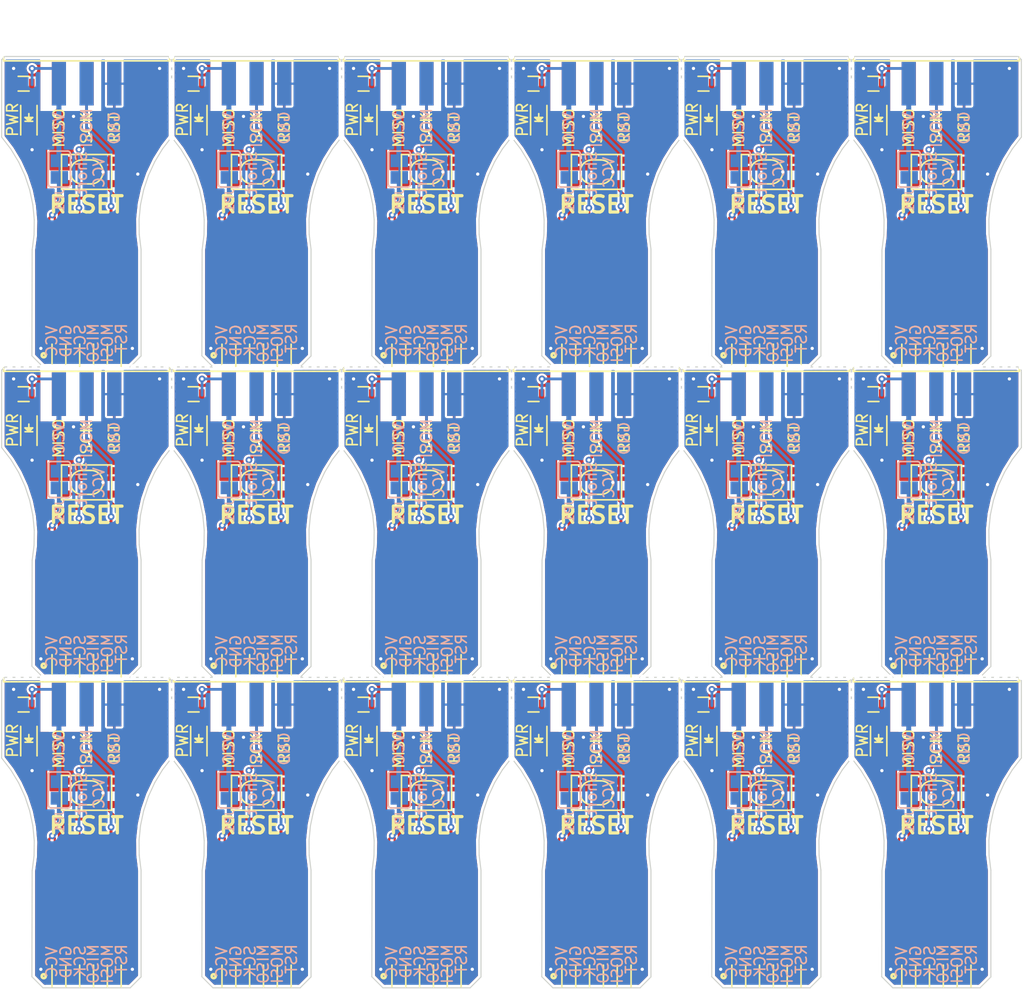
<source format=kicad_pcb>
(kicad_pcb (version 20171130) (host pcbnew 5.1.6-c6e7f7d~86~ubuntu18.04.1)
  (layers (0 F.Cu signal) (31 B.Cu signal) (34 B.Paste user) (35 F.Paste user) (36 B.SilkS user) (37 F.SilkS user) (38 B.Mask user) (39 F.Mask user) (44 Edge.Cuts user))
  (net 0 "")
  (net 1 Board_1-/GND)
  (net 2 Board_1-/MISO)
  (net 3 Board_1-/MOSI)
  (net 4 Board_1-/RESET)
  (net 5 Board_1-/SCK)
  (net 6 Board_1-/VCC)
  (net 7 "Board_1-Net-(D1-Pad2)")
  (net 8 Board_2-/GND)
  (net 9 Board_2-/MISO)
  (net 10 Board_2-/MOSI)
  (net 11 Board_2-/RESET)
  (net 12 Board_2-/SCK)
  (net 13 Board_2-/VCC)
  (net 14 "Board_2-Net-(D1-Pad2)")
  (net 15 Board_3-/GND)
  (net 16 Board_3-/MISO)
  (net 17 Board_3-/MOSI)
  (net 18 Board_3-/RESET)
  (net 19 Board_3-/SCK)
  (net 20 Board_3-/VCC)
  (net 21 "Board_3-Net-(D1-Pad2)")
  (net 22 Board_4-/GND)
  (net 23 Board_4-/MISO)
  (net 24 Board_4-/MOSI)
  (net 25 Board_4-/RESET)
  (net 26 Board_4-/SCK)
  (net 27 Board_4-/VCC)
  (net 28 "Board_4-Net-(D1-Pad2)")
  (net 29 Board_5-/GND)
  (net 30 Board_5-/MISO)
  (net 31 Board_5-/MOSI)
  (net 32 Board_5-/RESET)
  (net 33 Board_5-/SCK)
  (net 34 Board_5-/VCC)
  (net 35 "Board_5-Net-(D1-Pad2)")
  (net 36 Board_6-/GND)
  (net 37 Board_6-/MISO)
  (net 38 Board_6-/MOSI)
  (net 39 Board_6-/RESET)
  (net 40 Board_6-/SCK)
  (net 41 Board_6-/VCC)
  (net 42 "Board_6-Net-(D1-Pad2)")
  (net 43 Board_7-/GND)
  (net 44 Board_7-/MISO)
  (net 45 Board_7-/MOSI)
  (net 46 Board_7-/RESET)
  (net 47 Board_7-/SCK)
  (net 48 Board_7-/VCC)
  (net 49 "Board_7-Net-(D1-Pad2)")
  (net 50 Board_8-/GND)
  (net 51 Board_8-/MISO)
  (net 52 Board_8-/MOSI)
  (net 53 Board_8-/RESET)
  (net 54 Board_8-/SCK)
  (net 55 Board_8-/VCC)
  (net 56 "Board_8-Net-(D1-Pad2)")
  (net 57 Board_9-/GND)
  (net 58 Board_9-/MISO)
  (net 59 Board_9-/MOSI)
  (net 60 Board_9-/RESET)
  (net 61 Board_9-/SCK)
  (net 62 Board_9-/VCC)
  (net 63 "Board_9-Net-(D1-Pad2)")
  (net 64 Board_10-/GND)
  (net 65 Board_10-/MISO)
  (net 66 Board_10-/MOSI)
  (net 67 Board_10-/RESET)
  (net 68 Board_10-/SCK)
  (net 69 Board_10-/VCC)
  (net 70 "Board_10-Net-(D1-Pad2)")
  (net 71 Board_11-/GND)
  (net 72 Board_11-/MISO)
  (net 73 Board_11-/MOSI)
  (net 74 Board_11-/RESET)
  (net 75 Board_11-/SCK)
  (net 76 Board_11-/VCC)
  (net 77 "Board_11-Net-(D1-Pad2)")
  (net 78 Board_12-/GND)
  (net 79 Board_12-/MISO)
  (net 80 Board_12-/MOSI)
  (net 81 Board_12-/RESET)
  (net 82 Board_12-/SCK)
  (net 83 Board_12-/VCC)
  (net 84 "Board_12-Net-(D1-Pad2)")
  (net 85 Board_13-/GND)
  (net 86 Board_13-/MISO)
  (net 87 Board_13-/MOSI)
  (net 88 Board_13-/RESET)
  (net 89 Board_13-/SCK)
  (net 90 Board_13-/VCC)
  (net 91 "Board_13-Net-(D1-Pad2)")
  (net 92 Board_14-/GND)
  (net 93 Board_14-/MISO)
  (net 94 Board_14-/MOSI)
  (net 95 Board_14-/RESET)
  (net 96 Board_14-/SCK)
  (net 97 Board_14-/VCC)
  (net 98 "Board_14-Net-(D1-Pad2)")
  (net 99 Board_15-/GND)
  (net 100 Board_15-/MISO)
  (net 101 Board_15-/MOSI)
  (net 102 Board_15-/RESET)
  (net 103 Board_15-/SCK)
  (net 104 Board_15-/VCC)
  (net 105 "Board_15-Net-(D1-Pad2)")
  (net 106 Board_16-/GND)
  (net 107 Board_16-/MISO)
  (net 108 Board_16-/MOSI)
  (net 109 Board_16-/RESET)
  (net 110 Board_16-/SCK)
  (net 111 Board_16-/VCC)
  (net 112 "Board_16-Net-(D1-Pad2)")
  (net 113 Board_17-/GND)
  (net 114 Board_17-/MISO)
  (net 115 Board_17-/MOSI)
  (net 116 Board_17-/RESET)
  (net 117 Board_17-/SCK)
  (net 118 Board_17-/VCC)
  (net 119 "Board_17-Net-(D1-Pad2)")
  (net 120 Board_18-/GND)
  (net 121 Board_18-/MISO)
  (net 122 Board_18-/MOSI)
  (net 123 Board_18-/RESET)
  (net 124 Board_18-/SCK)
  (net 125 Board_18-/VCC)
  (net 126 "Board_18-Net-(D1-Pad2)")
  (module NPTH (layer F.Cu) (at 128.01387 50)
    (fp_text reference REF** hide)
    (fp_text value NPTH hide)
    (pad "" np_thru_hole circle (at 0 0) (size 0.5 0.5) (drill 0.5) (layers *.Cu *.Mask))
  )
  (module NPTH (layer F.Cu) (at 128.01387 50.75)
    (fp_text reference REF** hide)
    (fp_text value NPTH hide)
    (pad "" np_thru_hole circle (at 0 0) (size 0.5 0.5) (drill 0.5) (layers *.Cu *.Mask))
  )
  (module NPTH (layer F.Cu) (at 128.01387 51.5)
    (fp_text reference REF** hide)
    (fp_text value NPTH hide)
    (pad "" np_thru_hole circle (at 0 0) (size 0.5 0.5) (drill 0.5) (layers *.Cu *.Mask))
  )
  (module NPTH (layer F.Cu) (at 128.01387 52.250001)
    (fp_text reference REF** hide)
    (fp_text value NPTH hide)
    (pad "" np_thru_hole circle (at 0 0) (size 0.5 0.5) (drill 0.5) (layers *.Cu *.Mask))
  )
  (module NPTH (layer F.Cu) (at 128.01387 53.000001)
    (fp_text reference REF** hide)
    (fp_text value NPTH hide)
    (pad "" np_thru_hole circle (at 0 0) (size 0.5 0.5) (drill 0.5) (layers *.Cu *.Mask))
  )
  (module NPTH (layer F.Cu) (at 128.01387 53.750001)
    (fp_text reference REF** hide)
    (fp_text value NPTH hide)
    (pad "" np_thru_hole circle (at 0 0) (size 0.5 0.5) (drill 0.5) (layers *.Cu *.Mask))
  )
  (module NPTH (layer F.Cu) (at 128.01387 54.500002)
    (fp_text reference REF** hide)
    (fp_text value NPTH hide)
    (pad "" np_thru_hole circle (at 0 0) (size 0.5 0.5) (drill 0.5) (layers *.Cu *.Mask))
  )
  (module NPTH (layer F.Cu) (at 128.01387 55.250002)
    (fp_text reference REF** hide)
    (fp_text value NPTH hide)
    (pad "" np_thru_hole circle (at 0 0) (size 0.5 0.5) (drill 0.5) (layers *.Cu *.Mask))
  )
  (module NPTH (layer F.Cu) (at 128.01387 56.000002)
    (fp_text reference REF** hide)
    (fp_text value NPTH hide)
    (pad "" np_thru_hole circle (at 0 0) (size 0.5 0.5) (drill 0.5) (layers *.Cu *.Mask))
  )
  (module NPTH (layer F.Cu) (at 128.01387 56.750003)
    (fp_text reference REF** hide)
    (fp_text value NPTH hide)
    (pad "" np_thru_hole circle (at 0 0) (size 0.5 0.5) (drill 0.5) (layers *.Cu *.Mask))
  )
  (module NPTH (layer F.Cu) (at 128.01387 57.500003)
    (fp_text reference REF** hide)
    (fp_text value NPTH hide)
    (pad "" np_thru_hole circle (at 0 0) (size 0.5 0.5) (drill 0.5) (layers *.Cu *.Mask))
  )
  (module NPTH (layer F.Cu) (at 128.01387 79.250013)
    (fp_text reference REF** hide)
    (fp_text value NPTH hide)
    (pad "" np_thru_hole circle (at 0 0) (size 0.5 0.5) (drill 0.5) (layers *.Cu *.Mask))
  )
  (module NPTH (layer F.Cu) (at 128.01387 80.000013)
    (fp_text reference REF** hide)
    (fp_text value NPTH hide)
    (pad "" np_thru_hole circle (at 0 0) (size 0.5 0.5) (drill 0.5) (layers *.Cu *.Mask))
  )
  (module NPTH (layer F.Cu) (at 128.01387 80.750014)
    (fp_text reference REF** hide)
    (fp_text value NPTH hide)
    (pad "" np_thru_hole circle (at 0 0) (size 0.5 0.5) (drill 0.5) (layers *.Cu *.Mask))
  )
  (module NPTH (layer F.Cu) (at 128.01387 81.500014)
    (fp_text reference REF** hide)
    (fp_text value NPTH hide)
    (pad "" np_thru_hole circle (at 0 0) (size 0.5 0.5) (drill 0.5) (layers *.Cu *.Mask))
  )
  (module NPTH (layer F.Cu) (at 128.01387 82.250014)
    (fp_text reference REF** hide)
    (fp_text value NPTH hide)
    (pad "" np_thru_hole circle (at 0 0) (size 0.5 0.5) (drill 0.5) (layers *.Cu *.Mask))
  )
  (module NPTH (layer F.Cu) (at 128.01387 83.000015)
    (fp_text reference REF** hide)
    (fp_text value NPTH hide)
    (pad "" np_thru_hole circle (at 0 0) (size 0.5 0.5) (drill 0.5) (layers *.Cu *.Mask))
  )
  (module NPTH (layer F.Cu) (at 128.01387 83.750015)
    (fp_text reference REF** hide)
    (fp_text value NPTH hide)
    (pad "" np_thru_hole circle (at 0 0) (size 0.5 0.5) (drill 0.5) (layers *.Cu *.Mask))
  )
  (module NPTH (layer F.Cu) (at 128.01387 84.500015)
    (fp_text reference REF** hide)
    (fp_text value NPTH hide)
    (pad "" np_thru_hole circle (at 0 0) (size 0.5 0.5) (drill 0.5) (layers *.Cu *.Mask))
  )
  (module NPTH (layer F.Cu) (at 128.01387 85.250016)
    (fp_text reference REF** hide)
    (fp_text value NPTH hide)
    (pad "" np_thru_hole circle (at 0 0) (size 0.5 0.5) (drill 0.5) (layers *.Cu *.Mask))
  )
  (module NPTH (layer F.Cu) (at 128.01387 86.000016)
    (fp_text reference REF** hide)
    (fp_text value NPTH hide)
    (pad "" np_thru_hole circle (at 0 0) (size 0.5 0.5) (drill 0.5) (layers *.Cu *.Mask))
  )
  (module NPTH (layer F.Cu) (at 128.01387 107.750026)
    (fp_text reference REF** hide)
    (fp_text value NPTH hide)
    (pad "" np_thru_hole circle (at 0 0) (size 0.5 0.5) (drill 0.5) (layers *.Cu *.Mask))
  )
  (module NPTH (layer F.Cu) (at 128.01387 108.500026)
    (fp_text reference REF** hide)
    (fp_text value NPTH hide)
    (pad "" np_thru_hole circle (at 0 0) (size 0.5 0.5) (drill 0.5) (layers *.Cu *.Mask))
  )
  (module NPTH (layer F.Cu) (at 128.01387 109.250027)
    (fp_text reference REF** hide)
    (fp_text value NPTH hide)
    (pad "" np_thru_hole circle (at 0 0) (size 0.5 0.5) (drill 0.5) (layers *.Cu *.Mask))
  )
  (module NPTH (layer F.Cu) (at 128.01387 110.000027)
    (fp_text reference REF** hide)
    (fp_text value NPTH hide)
    (pad "" np_thru_hole circle (at 0 0) (size 0.5 0.5) (drill 0.5) (layers *.Cu *.Mask))
  )
  (module NPTH (layer F.Cu) (at 128.01387 110.750027)
    (fp_text reference REF** hide)
    (fp_text value NPTH hide)
    (pad "" np_thru_hole circle (at 0 0) (size 0.5 0.5) (drill 0.5) (layers *.Cu *.Mask))
  )
  (module NPTH (layer F.Cu) (at 128.01387 111.500028)
    (fp_text reference REF** hide)
    (fp_text value NPTH hide)
    (pad "" np_thru_hole circle (at 0 0) (size 0.5 0.5) (drill 0.5) (layers *.Cu *.Mask))
  )
  (module NPTH (layer F.Cu) (at 128.01387 112.250028)
    (fp_text reference REF** hide)
    (fp_text value NPTH hide)
    (pad "" np_thru_hole circle (at 0 0) (size 0.5 0.5) (drill 0.5) (layers *.Cu *.Mask))
  )
  (module NPTH (layer F.Cu) (at 128.01387 113.000028)
    (fp_text reference REF** hide)
    (fp_text value NPTH hide)
    (pad "" np_thru_hole circle (at 0 0) (size 0.5 0.5) (drill 0.5) (layers *.Cu *.Mask))
  )
  (module NPTH (layer F.Cu) (at 128.01387 113.750029)
    (fp_text reference REF** hide)
    (fp_text value NPTH hide)
    (pad "" np_thru_hole circle (at 0 0) (size 0.5 0.5) (drill 0.5) (layers *.Cu *.Mask))
  )
  (module NPTH (layer F.Cu) (at 128.01387 114.500029)
    (fp_text reference REF** hide)
    (fp_text value NPTH hide)
    (pad "" np_thru_hole circle (at 0 0) (size 0.5 0.5) (drill 0.5) (layers *.Cu *.Mask))
  )
  (module NPTH (layer F.Cu) (at 112.411096 50)
    (fp_text reference REF** hide)
    (fp_text value NPTH hide)
    (pad "" np_thru_hole circle (at 0 0) (size 0.5 0.5) (drill 0.5) (layers *.Cu *.Mask))
  )
  (module NPTH (layer F.Cu) (at 112.411096 50.75)
    (fp_text reference REF** hide)
    (fp_text value NPTH hide)
    (pad "" np_thru_hole circle (at 0 0) (size 0.5 0.5) (drill 0.5) (layers *.Cu *.Mask))
  )
  (module NPTH (layer F.Cu) (at 112.411096 51.5)
    (fp_text reference REF** hide)
    (fp_text value NPTH hide)
    (pad "" np_thru_hole circle (at 0 0) (size 0.5 0.5) (drill 0.5) (layers *.Cu *.Mask))
  )
  (module NPTH (layer F.Cu) (at 112.411096 52.250001)
    (fp_text reference REF** hide)
    (fp_text value NPTH hide)
    (pad "" np_thru_hole circle (at 0 0) (size 0.5 0.5) (drill 0.5) (layers *.Cu *.Mask))
  )
  (module NPTH (layer F.Cu) (at 112.411096 53.000001)
    (fp_text reference REF** hide)
    (fp_text value NPTH hide)
    (pad "" np_thru_hole circle (at 0 0) (size 0.5 0.5) (drill 0.5) (layers *.Cu *.Mask))
  )
  (module NPTH (layer F.Cu) (at 112.411096 53.750001)
    (fp_text reference REF** hide)
    (fp_text value NPTH hide)
    (pad "" np_thru_hole circle (at 0 0) (size 0.5 0.5) (drill 0.5) (layers *.Cu *.Mask))
  )
  (module NPTH (layer F.Cu) (at 112.411096 54.500002)
    (fp_text reference REF** hide)
    (fp_text value NPTH hide)
    (pad "" np_thru_hole circle (at 0 0) (size 0.5 0.5) (drill 0.5) (layers *.Cu *.Mask))
  )
  (module NPTH (layer F.Cu) (at 112.411096 55.250002)
    (fp_text reference REF** hide)
    (fp_text value NPTH hide)
    (pad "" np_thru_hole circle (at 0 0) (size 0.5 0.5) (drill 0.5) (layers *.Cu *.Mask))
  )
  (module NPTH (layer F.Cu) (at 112.411096 56.000002)
    (fp_text reference REF** hide)
    (fp_text value NPTH hide)
    (pad "" np_thru_hole circle (at 0 0) (size 0.5 0.5) (drill 0.5) (layers *.Cu *.Mask))
  )
  (module NPTH (layer F.Cu) (at 112.411096 56.750003)
    (fp_text reference REF** hide)
    (fp_text value NPTH hide)
    (pad "" np_thru_hole circle (at 0 0) (size 0.5 0.5) (drill 0.5) (layers *.Cu *.Mask))
  )
  (module NPTH (layer F.Cu) (at 112.411096 57.500003)
    (fp_text reference REF** hide)
    (fp_text value NPTH hide)
    (pad "" np_thru_hole circle (at 0 0) (size 0.5 0.5) (drill 0.5) (layers *.Cu *.Mask))
  )
  (module NPTH (layer F.Cu) (at 112.411096 79.250013)
    (fp_text reference REF** hide)
    (fp_text value NPTH hide)
    (pad "" np_thru_hole circle (at 0 0) (size 0.5 0.5) (drill 0.5) (layers *.Cu *.Mask))
  )
  (module NPTH (layer F.Cu) (at 112.411096 80.000013)
    (fp_text reference REF** hide)
    (fp_text value NPTH hide)
    (pad "" np_thru_hole circle (at 0 0) (size 0.5 0.5) (drill 0.5) (layers *.Cu *.Mask))
  )
  (module NPTH (layer F.Cu) (at 112.411096 80.750014)
    (fp_text reference REF** hide)
    (fp_text value NPTH hide)
    (pad "" np_thru_hole circle (at 0 0) (size 0.5 0.5) (drill 0.5) (layers *.Cu *.Mask))
  )
  (module NPTH (layer F.Cu) (at 112.411096 81.500014)
    (fp_text reference REF** hide)
    (fp_text value NPTH hide)
    (pad "" np_thru_hole circle (at 0 0) (size 0.5 0.5) (drill 0.5) (layers *.Cu *.Mask))
  )
  (module NPTH (layer F.Cu) (at 112.411096 82.250014)
    (fp_text reference REF** hide)
    (fp_text value NPTH hide)
    (pad "" np_thru_hole circle (at 0 0) (size 0.5 0.5) (drill 0.5) (layers *.Cu *.Mask))
  )
  (module NPTH (layer F.Cu) (at 112.411096 83.000015)
    (fp_text reference REF** hide)
    (fp_text value NPTH hide)
    (pad "" np_thru_hole circle (at 0 0) (size 0.5 0.5) (drill 0.5) (layers *.Cu *.Mask))
  )
  (module NPTH (layer F.Cu) (at 112.411096 83.750015)
    (fp_text reference REF** hide)
    (fp_text value NPTH hide)
    (pad "" np_thru_hole circle (at 0 0) (size 0.5 0.5) (drill 0.5) (layers *.Cu *.Mask))
  )
  (module NPTH (layer F.Cu) (at 112.411096 84.500015)
    (fp_text reference REF** hide)
    (fp_text value NPTH hide)
    (pad "" np_thru_hole circle (at 0 0) (size 0.5 0.5) (drill 0.5) (layers *.Cu *.Mask))
  )
  (module NPTH (layer F.Cu) (at 112.411096 85.250016)
    (fp_text reference REF** hide)
    (fp_text value NPTH hide)
    (pad "" np_thru_hole circle (at 0 0) (size 0.5 0.5) (drill 0.5) (layers *.Cu *.Mask))
  )
  (module NPTH (layer F.Cu) (at 112.411096 86.000016)
    (fp_text reference REF** hide)
    (fp_text value NPTH hide)
    (pad "" np_thru_hole circle (at 0 0) (size 0.5 0.5) (drill 0.5) (layers *.Cu *.Mask))
  )
  (module NPTH (layer F.Cu) (at 112.411096 107.750026)
    (fp_text reference REF** hide)
    (fp_text value NPTH hide)
    (pad "" np_thru_hole circle (at 0 0) (size 0.5 0.5) (drill 0.5) (layers *.Cu *.Mask))
  )
  (module NPTH (layer F.Cu) (at 112.411096 108.500026)
    (fp_text reference REF** hide)
    (fp_text value NPTH hide)
    (pad "" np_thru_hole circle (at 0 0) (size 0.5 0.5) (drill 0.5) (layers *.Cu *.Mask))
  )
  (module NPTH (layer F.Cu) (at 112.411096 109.250027)
    (fp_text reference REF** hide)
    (fp_text value NPTH hide)
    (pad "" np_thru_hole circle (at 0 0) (size 0.5 0.5) (drill 0.5) (layers *.Cu *.Mask))
  )
  (module NPTH (layer F.Cu) (at 112.411096 110.000027)
    (fp_text reference REF** hide)
    (fp_text value NPTH hide)
    (pad "" np_thru_hole circle (at 0 0) (size 0.5 0.5) (drill 0.5) (layers *.Cu *.Mask))
  )
  (module NPTH (layer F.Cu) (at 112.411096 110.750027)
    (fp_text reference REF** hide)
    (fp_text value NPTH hide)
    (pad "" np_thru_hole circle (at 0 0) (size 0.5 0.5) (drill 0.5) (layers *.Cu *.Mask))
  )
  (module NPTH (layer F.Cu) (at 112.411096 111.500028)
    (fp_text reference REF** hide)
    (fp_text value NPTH hide)
    (pad "" np_thru_hole circle (at 0 0) (size 0.5 0.5) (drill 0.5) (layers *.Cu *.Mask))
  )
  (module NPTH (layer F.Cu) (at 112.411096 112.250028)
    (fp_text reference REF** hide)
    (fp_text value NPTH hide)
    (pad "" np_thru_hole circle (at 0 0) (size 0.5 0.5) (drill 0.5) (layers *.Cu *.Mask))
  )
  (module NPTH (layer F.Cu) (at 112.411096 113.000028)
    (fp_text reference REF** hide)
    (fp_text value NPTH hide)
    (pad "" np_thru_hole circle (at 0 0) (size 0.5 0.5) (drill 0.5) (layers *.Cu *.Mask))
  )
  (module NPTH (layer F.Cu) (at 112.411096 113.750029)
    (fp_text reference REF** hide)
    (fp_text value NPTH hide)
    (pad "" np_thru_hole circle (at 0 0) (size 0.5 0.5) (drill 0.5) (layers *.Cu *.Mask))
  )
  (module NPTH (layer F.Cu) (at 112.411096 114.500029)
    (fp_text reference REF** hide)
    (fp_text value NPTH hide)
    (pad "" np_thru_hole circle (at 0 0) (size 0.5 0.5) (drill 0.5) (layers *.Cu *.Mask))
  )
  (module NPTH (layer F.Cu) (at 96.808322 50)
    (fp_text reference REF** hide)
    (fp_text value NPTH hide)
    (pad "" np_thru_hole circle (at 0 0) (size 0.5 0.5) (drill 0.5) (layers *.Cu *.Mask))
  )
  (module NPTH (layer F.Cu) (at 96.808322 50.75)
    (fp_text reference REF** hide)
    (fp_text value NPTH hide)
    (pad "" np_thru_hole circle (at 0 0) (size 0.5 0.5) (drill 0.5) (layers *.Cu *.Mask))
  )
  (module NPTH (layer F.Cu) (at 96.808322 51.5)
    (fp_text reference REF** hide)
    (fp_text value NPTH hide)
    (pad "" np_thru_hole circle (at 0 0) (size 0.5 0.5) (drill 0.5) (layers *.Cu *.Mask))
  )
  (module NPTH (layer F.Cu) (at 96.808322 52.250001)
    (fp_text reference REF** hide)
    (fp_text value NPTH hide)
    (pad "" np_thru_hole circle (at 0 0) (size 0.5 0.5) (drill 0.5) (layers *.Cu *.Mask))
  )
  (module NPTH (layer F.Cu) (at 96.808322 53.000001)
    (fp_text reference REF** hide)
    (fp_text value NPTH hide)
    (pad "" np_thru_hole circle (at 0 0) (size 0.5 0.5) (drill 0.5) (layers *.Cu *.Mask))
  )
  (module NPTH (layer F.Cu) (at 96.808322 53.750001)
    (fp_text reference REF** hide)
    (fp_text value NPTH hide)
    (pad "" np_thru_hole circle (at 0 0) (size 0.5 0.5) (drill 0.5) (layers *.Cu *.Mask))
  )
  (module NPTH (layer F.Cu) (at 96.808322 54.500002)
    (fp_text reference REF** hide)
    (fp_text value NPTH hide)
    (pad "" np_thru_hole circle (at 0 0) (size 0.5 0.5) (drill 0.5) (layers *.Cu *.Mask))
  )
  (module NPTH (layer F.Cu) (at 96.808322 55.250002)
    (fp_text reference REF** hide)
    (fp_text value NPTH hide)
    (pad "" np_thru_hole circle (at 0 0) (size 0.5 0.5) (drill 0.5) (layers *.Cu *.Mask))
  )
  (module NPTH (layer F.Cu) (at 96.808322 56.000002)
    (fp_text reference REF** hide)
    (fp_text value NPTH hide)
    (pad "" np_thru_hole circle (at 0 0) (size 0.5 0.5) (drill 0.5) (layers *.Cu *.Mask))
  )
  (module NPTH (layer F.Cu) (at 96.808322 56.750003)
    (fp_text reference REF** hide)
    (fp_text value NPTH hide)
    (pad "" np_thru_hole circle (at 0 0) (size 0.5 0.5) (drill 0.5) (layers *.Cu *.Mask))
  )
  (module NPTH (layer F.Cu) (at 96.808322 57.500003)
    (fp_text reference REF** hide)
    (fp_text value NPTH hide)
    (pad "" np_thru_hole circle (at 0 0) (size 0.5 0.5) (drill 0.5) (layers *.Cu *.Mask))
  )
  (module NPTH (layer F.Cu) (at 96.808322 78.500013)
    (fp_text reference REF** hide)
    (fp_text value NPTH hide)
    (pad "" np_thru_hole circle (at 0 0) (size 0.5 0.5) (drill 0.5) (layers *.Cu *.Mask))
  )
  (module NPTH (layer F.Cu) (at 96.808322 79.250013)
    (fp_text reference REF** hide)
    (fp_text value NPTH hide)
    (pad "" np_thru_hole circle (at 0 0) (size 0.5 0.5) (drill 0.5) (layers *.Cu *.Mask))
  )
  (module NPTH (layer F.Cu) (at 96.808322 80.000013)
    (fp_text reference REF** hide)
    (fp_text value NPTH hide)
    (pad "" np_thru_hole circle (at 0 0) (size 0.5 0.5) (drill 0.5) (layers *.Cu *.Mask))
  )
  (module NPTH (layer F.Cu) (at 96.808322 80.750014)
    (fp_text reference REF** hide)
    (fp_text value NPTH hide)
    (pad "" np_thru_hole circle (at 0 0) (size 0.5 0.5) (drill 0.5) (layers *.Cu *.Mask))
  )
  (module NPTH (layer F.Cu) (at 96.808322 81.500014)
    (fp_text reference REF** hide)
    (fp_text value NPTH hide)
    (pad "" np_thru_hole circle (at 0 0) (size 0.5 0.5) (drill 0.5) (layers *.Cu *.Mask))
  )
  (module NPTH (layer F.Cu) (at 96.808322 82.250014)
    (fp_text reference REF** hide)
    (fp_text value NPTH hide)
    (pad "" np_thru_hole circle (at 0 0) (size 0.5 0.5) (drill 0.5) (layers *.Cu *.Mask))
  )
  (module NPTH (layer F.Cu) (at 96.808322 83.000015)
    (fp_text reference REF** hide)
    (fp_text value NPTH hide)
    (pad "" np_thru_hole circle (at 0 0) (size 0.5 0.5) (drill 0.5) (layers *.Cu *.Mask))
  )
  (module NPTH (layer F.Cu) (at 96.808322 83.750015)
    (fp_text reference REF** hide)
    (fp_text value NPTH hide)
    (pad "" np_thru_hole circle (at 0 0) (size 0.5 0.5) (drill 0.5) (layers *.Cu *.Mask))
  )
  (module NPTH (layer F.Cu) (at 96.808322 84.500015)
    (fp_text reference REF** hide)
    (fp_text value NPTH hide)
    (pad "" np_thru_hole circle (at 0 0) (size 0.5 0.5) (drill 0.5) (layers *.Cu *.Mask))
  )
  (module NPTH (layer F.Cu) (at 96.808322 85.250016)
    (fp_text reference REF** hide)
    (fp_text value NPTH hide)
    (pad "" np_thru_hole circle (at 0 0) (size 0.5 0.5) (drill 0.5) (layers *.Cu *.Mask))
  )
  (module NPTH (layer F.Cu) (at 96.808322 86.000016)
    (fp_text reference REF** hide)
    (fp_text value NPTH hide)
    (pad "" np_thru_hole circle (at 0 0) (size 0.5 0.5) (drill 0.5) (layers *.Cu *.Mask))
  )
  (module NPTH (layer F.Cu) (at 96.808322 107.000026)
    (fp_text reference REF** hide)
    (fp_text value NPTH hide)
    (pad "" np_thru_hole circle (at 0 0) (size 0.5 0.5) (drill 0.5) (layers *.Cu *.Mask))
  )
  (module NPTH (layer F.Cu) (at 96.808322 107.750026)
    (fp_text reference REF** hide)
    (fp_text value NPTH hide)
    (pad "" np_thru_hole circle (at 0 0) (size 0.5 0.5) (drill 0.5) (layers *.Cu *.Mask))
  )
  (module NPTH (layer F.Cu) (at 96.808322 108.500026)
    (fp_text reference REF** hide)
    (fp_text value NPTH hide)
    (pad "" np_thru_hole circle (at 0 0) (size 0.5 0.5) (drill 0.5) (layers *.Cu *.Mask))
  )
  (module NPTH (layer F.Cu) (at 96.808322 109.250027)
    (fp_text reference REF** hide)
    (fp_text value NPTH hide)
    (pad "" np_thru_hole circle (at 0 0) (size 0.5 0.5) (drill 0.5) (layers *.Cu *.Mask))
  )
  (module NPTH (layer F.Cu) (at 96.808322 110.000027)
    (fp_text reference REF** hide)
    (fp_text value NPTH hide)
    (pad "" np_thru_hole circle (at 0 0) (size 0.5 0.5) (drill 0.5) (layers *.Cu *.Mask))
  )
  (module NPTH (layer F.Cu) (at 96.808322 110.750027)
    (fp_text reference REF** hide)
    (fp_text value NPTH hide)
    (pad "" np_thru_hole circle (at 0 0) (size 0.5 0.5) (drill 0.5) (layers *.Cu *.Mask))
  )
  (module NPTH (layer F.Cu) (at 96.808322 111.500028)
    (fp_text reference REF** hide)
    (fp_text value NPTH hide)
    (pad "" np_thru_hole circle (at 0 0) (size 0.5 0.5) (drill 0.5) (layers *.Cu *.Mask))
  )
  (module NPTH (layer F.Cu) (at 96.808322 112.250028)
    (fp_text reference REF** hide)
    (fp_text value NPTH hide)
    (pad "" np_thru_hole circle (at 0 0) (size 0.5 0.5) (drill 0.5) (layers *.Cu *.Mask))
  )
  (module NPTH (layer F.Cu) (at 96.808322 113.000028)
    (fp_text reference REF** hide)
    (fp_text value NPTH hide)
    (pad "" np_thru_hole circle (at 0 0) (size 0.5 0.5) (drill 0.5) (layers *.Cu *.Mask))
  )
  (module NPTH (layer F.Cu) (at 96.808322 113.750029)
    (fp_text reference REF** hide)
    (fp_text value NPTH hide)
    (pad "" np_thru_hole circle (at 0 0) (size 0.5 0.5) (drill 0.5) (layers *.Cu *.Mask))
  )
  (module NPTH (layer F.Cu) (at 96.808322 114.500029)
    (fp_text reference REF** hide)
    (fp_text value NPTH hide)
    (pad "" np_thru_hole circle (at 0 0) (size 0.5 0.5) (drill 0.5) (layers *.Cu *.Mask))
  )
  (module NPTH (layer F.Cu) (at 81.205548 50)
    (fp_text reference REF** hide)
    (fp_text value NPTH hide)
    (pad "" np_thru_hole circle (at 0 0) (size 0.5 0.5) (drill 0.5) (layers *.Cu *.Mask))
  )
  (module NPTH (layer F.Cu) (at 81.205548 50.75)
    (fp_text reference REF** hide)
    (fp_text value NPTH hide)
    (pad "" np_thru_hole circle (at 0 0) (size 0.5 0.5) (drill 0.5) (layers *.Cu *.Mask))
  )
  (module NPTH (layer F.Cu) (at 81.205548 51.5)
    (fp_text reference REF** hide)
    (fp_text value NPTH hide)
    (pad "" np_thru_hole circle (at 0 0) (size 0.5 0.5) (drill 0.5) (layers *.Cu *.Mask))
  )
  (module NPTH (layer F.Cu) (at 81.205548 52.250001)
    (fp_text reference REF** hide)
    (fp_text value NPTH hide)
    (pad "" np_thru_hole circle (at 0 0) (size 0.5 0.5) (drill 0.5) (layers *.Cu *.Mask))
  )
  (module NPTH (layer F.Cu) (at 81.205548 53.000001)
    (fp_text reference REF** hide)
    (fp_text value NPTH hide)
    (pad "" np_thru_hole circle (at 0 0) (size 0.5 0.5) (drill 0.5) (layers *.Cu *.Mask))
  )
  (module NPTH (layer F.Cu) (at 81.205548 53.750001)
    (fp_text reference REF** hide)
    (fp_text value NPTH hide)
    (pad "" np_thru_hole circle (at 0 0) (size 0.5 0.5) (drill 0.5) (layers *.Cu *.Mask))
  )
  (module NPTH (layer F.Cu) (at 81.205548 54.500002)
    (fp_text reference REF** hide)
    (fp_text value NPTH hide)
    (pad "" np_thru_hole circle (at 0 0) (size 0.5 0.5) (drill 0.5) (layers *.Cu *.Mask))
  )
  (module NPTH (layer F.Cu) (at 81.205548 55.250002)
    (fp_text reference REF** hide)
    (fp_text value NPTH hide)
    (pad "" np_thru_hole circle (at 0 0) (size 0.5 0.5) (drill 0.5) (layers *.Cu *.Mask))
  )
  (module NPTH (layer F.Cu) (at 81.205548 56.000002)
    (fp_text reference REF** hide)
    (fp_text value NPTH hide)
    (pad "" np_thru_hole circle (at 0 0) (size 0.5 0.5) (drill 0.5) (layers *.Cu *.Mask))
  )
  (module NPTH (layer F.Cu) (at 81.205548 56.750003)
    (fp_text reference REF** hide)
    (fp_text value NPTH hide)
    (pad "" np_thru_hole circle (at 0 0) (size 0.5 0.5) (drill 0.5) (layers *.Cu *.Mask))
  )
  (module NPTH (layer F.Cu) (at 81.205548 57.500003)
    (fp_text reference REF** hide)
    (fp_text value NPTH hide)
    (pad "" np_thru_hole circle (at 0 0) (size 0.5 0.5) (drill 0.5) (layers *.Cu *.Mask))
  )
  (module NPTH (layer F.Cu) (at 81.205548 79.250013)
    (fp_text reference REF** hide)
    (fp_text value NPTH hide)
    (pad "" np_thru_hole circle (at 0 0) (size 0.5 0.5) (drill 0.5) (layers *.Cu *.Mask))
  )
  (module NPTH (layer F.Cu) (at 81.205548 80.000013)
    (fp_text reference REF** hide)
    (fp_text value NPTH hide)
    (pad "" np_thru_hole circle (at 0 0) (size 0.5 0.5) (drill 0.5) (layers *.Cu *.Mask))
  )
  (module NPTH (layer F.Cu) (at 81.205548 80.750014)
    (fp_text reference REF** hide)
    (fp_text value NPTH hide)
    (pad "" np_thru_hole circle (at 0 0) (size 0.5 0.5) (drill 0.5) (layers *.Cu *.Mask))
  )
  (module NPTH (layer F.Cu) (at 81.205548 81.500014)
    (fp_text reference REF** hide)
    (fp_text value NPTH hide)
    (pad "" np_thru_hole circle (at 0 0) (size 0.5 0.5) (drill 0.5) (layers *.Cu *.Mask))
  )
  (module NPTH (layer F.Cu) (at 81.205548 82.250014)
    (fp_text reference REF** hide)
    (fp_text value NPTH hide)
    (pad "" np_thru_hole circle (at 0 0) (size 0.5 0.5) (drill 0.5) (layers *.Cu *.Mask))
  )
  (module NPTH (layer F.Cu) (at 81.205548 83.000015)
    (fp_text reference REF** hide)
    (fp_text value NPTH hide)
    (pad "" np_thru_hole circle (at 0 0) (size 0.5 0.5) (drill 0.5) (layers *.Cu *.Mask))
  )
  (module NPTH (layer F.Cu) (at 81.205548 83.750015)
    (fp_text reference REF** hide)
    (fp_text value NPTH hide)
    (pad "" np_thru_hole circle (at 0 0) (size 0.5 0.5) (drill 0.5) (layers *.Cu *.Mask))
  )
  (module NPTH (layer F.Cu) (at 81.205548 84.500015)
    (fp_text reference REF** hide)
    (fp_text value NPTH hide)
    (pad "" np_thru_hole circle (at 0 0) (size 0.5 0.5) (drill 0.5) (layers *.Cu *.Mask))
  )
  (module NPTH (layer F.Cu) (at 81.205548 85.250016)
    (fp_text reference REF** hide)
    (fp_text value NPTH hide)
    (pad "" np_thru_hole circle (at 0 0) (size 0.5 0.5) (drill 0.5) (layers *.Cu *.Mask))
  )
  (module NPTH (layer F.Cu) (at 81.205548 86.000016)
    (fp_text reference REF** hide)
    (fp_text value NPTH hide)
    (pad "" np_thru_hole circle (at 0 0) (size 0.5 0.5) (drill 0.5) (layers *.Cu *.Mask))
  )
  (module NPTH (layer F.Cu) (at 81.205548 107.750026)
    (fp_text reference REF** hide)
    (fp_text value NPTH hide)
    (pad "" np_thru_hole circle (at 0 0) (size 0.5 0.5) (drill 0.5) (layers *.Cu *.Mask))
  )
  (module NPTH (layer F.Cu) (at 81.205548 108.500026)
    (fp_text reference REF** hide)
    (fp_text value NPTH hide)
    (pad "" np_thru_hole circle (at 0 0) (size 0.5 0.5) (drill 0.5) (layers *.Cu *.Mask))
  )
  (module NPTH (layer F.Cu) (at 81.205548 109.250027)
    (fp_text reference REF** hide)
    (fp_text value NPTH hide)
    (pad "" np_thru_hole circle (at 0 0) (size 0.5 0.5) (drill 0.5) (layers *.Cu *.Mask))
  )
  (module NPTH (layer F.Cu) (at 81.205548 110.000027)
    (fp_text reference REF** hide)
    (fp_text value NPTH hide)
    (pad "" np_thru_hole circle (at 0 0) (size 0.5 0.5) (drill 0.5) (layers *.Cu *.Mask))
  )
  (module NPTH (layer F.Cu) (at 81.205548 110.750027)
    (fp_text reference REF** hide)
    (fp_text value NPTH hide)
    (pad "" np_thru_hole circle (at 0 0) (size 0.5 0.5) (drill 0.5) (layers *.Cu *.Mask))
  )
  (module NPTH (layer F.Cu) (at 81.205548 111.500028)
    (fp_text reference REF** hide)
    (fp_text value NPTH hide)
    (pad "" np_thru_hole circle (at 0 0) (size 0.5 0.5) (drill 0.5) (layers *.Cu *.Mask))
  )
  (module NPTH (layer F.Cu) (at 81.205548 112.250028)
    (fp_text reference REF** hide)
    (fp_text value NPTH hide)
    (pad "" np_thru_hole circle (at 0 0) (size 0.5 0.5) (drill 0.5) (layers *.Cu *.Mask))
  )
  (module NPTH (layer F.Cu) (at 81.205548 113.000028)
    (fp_text reference REF** hide)
    (fp_text value NPTH hide)
    (pad "" np_thru_hole circle (at 0 0) (size 0.5 0.5) (drill 0.5) (layers *.Cu *.Mask))
  )
  (module NPTH (layer F.Cu) (at 81.205548 113.750029)
    (fp_text reference REF** hide)
    (fp_text value NPTH hide)
    (pad "" np_thru_hole circle (at 0 0) (size 0.5 0.5) (drill 0.5) (layers *.Cu *.Mask))
  )
  (module NPTH (layer F.Cu) (at 81.205548 114.500029)
    (fp_text reference REF** hide)
    (fp_text value NPTH hide)
    (pad "" np_thru_hole circle (at 0 0) (size 0.5 0.5) (drill 0.5) (layers *.Cu *.Mask))
  )
  (module NPTH (layer F.Cu) (at 65.602774 50)
    (fp_text reference REF** hide)
    (fp_text value NPTH hide)
    (pad "" np_thru_hole circle (at 0 0) (size 0.5 0.5) (drill 0.5) (layers *.Cu *.Mask))
  )
  (module NPTH (layer F.Cu) (at 65.602774 50.75)
    (fp_text reference REF** hide)
    (fp_text value NPTH hide)
    (pad "" np_thru_hole circle (at 0 0) (size 0.5 0.5) (drill 0.5) (layers *.Cu *.Mask))
  )
  (module NPTH (layer F.Cu) (at 65.602774 51.5)
    (fp_text reference REF** hide)
    (fp_text value NPTH hide)
    (pad "" np_thru_hole circle (at 0 0) (size 0.5 0.5) (drill 0.5) (layers *.Cu *.Mask))
  )
  (module NPTH (layer F.Cu) (at 65.602774 52.250001)
    (fp_text reference REF** hide)
    (fp_text value NPTH hide)
    (pad "" np_thru_hole circle (at 0 0) (size 0.5 0.5) (drill 0.5) (layers *.Cu *.Mask))
  )
  (module NPTH (layer F.Cu) (at 65.602774 53.000001)
    (fp_text reference REF** hide)
    (fp_text value NPTH hide)
    (pad "" np_thru_hole circle (at 0 0) (size 0.5 0.5) (drill 0.5) (layers *.Cu *.Mask))
  )
  (module NPTH (layer F.Cu) (at 65.602774 53.750001)
    (fp_text reference REF** hide)
    (fp_text value NPTH hide)
    (pad "" np_thru_hole circle (at 0 0) (size 0.5 0.5) (drill 0.5) (layers *.Cu *.Mask))
  )
  (module NPTH (layer F.Cu) (at 65.602774 54.500002)
    (fp_text reference REF** hide)
    (fp_text value NPTH hide)
    (pad "" np_thru_hole circle (at 0 0) (size 0.5 0.5) (drill 0.5) (layers *.Cu *.Mask))
  )
  (module NPTH (layer F.Cu) (at 65.602774 55.250002)
    (fp_text reference REF** hide)
    (fp_text value NPTH hide)
    (pad "" np_thru_hole circle (at 0 0) (size 0.5 0.5) (drill 0.5) (layers *.Cu *.Mask))
  )
  (module NPTH (layer F.Cu) (at 65.602774 56.000002)
    (fp_text reference REF** hide)
    (fp_text value NPTH hide)
    (pad "" np_thru_hole circle (at 0 0) (size 0.5 0.5) (drill 0.5) (layers *.Cu *.Mask))
  )
  (module NPTH (layer F.Cu) (at 65.602774 56.750003)
    (fp_text reference REF** hide)
    (fp_text value NPTH hide)
    (pad "" np_thru_hole circle (at 0 0) (size 0.5 0.5) (drill 0.5) (layers *.Cu *.Mask))
  )
  (module NPTH (layer F.Cu) (at 65.602774 57.500003)
    (fp_text reference REF** hide)
    (fp_text value NPTH hide)
    (pad "" np_thru_hole circle (at 0 0) (size 0.5 0.5) (drill 0.5) (layers *.Cu *.Mask))
  )
  (module NPTH (layer F.Cu) (at 65.602774 79.250013)
    (fp_text reference REF** hide)
    (fp_text value NPTH hide)
    (pad "" np_thru_hole circle (at 0 0) (size 0.5 0.5) (drill 0.5) (layers *.Cu *.Mask))
  )
  (module NPTH (layer F.Cu) (at 65.602774 80.000013)
    (fp_text reference REF** hide)
    (fp_text value NPTH hide)
    (pad "" np_thru_hole circle (at 0 0) (size 0.5 0.5) (drill 0.5) (layers *.Cu *.Mask))
  )
  (module NPTH (layer F.Cu) (at 65.602774 80.750014)
    (fp_text reference REF** hide)
    (fp_text value NPTH hide)
    (pad "" np_thru_hole circle (at 0 0) (size 0.5 0.5) (drill 0.5) (layers *.Cu *.Mask))
  )
  (module NPTH (layer F.Cu) (at 65.602774 81.500014)
    (fp_text reference REF** hide)
    (fp_text value NPTH hide)
    (pad "" np_thru_hole circle (at 0 0) (size 0.5 0.5) (drill 0.5) (layers *.Cu *.Mask))
  )
  (module NPTH (layer F.Cu) (at 65.602774 82.250014)
    (fp_text reference REF** hide)
    (fp_text value NPTH hide)
    (pad "" np_thru_hole circle (at 0 0) (size 0.5 0.5) (drill 0.5) (layers *.Cu *.Mask))
  )
  (module NPTH (layer F.Cu) (at 65.602774 83.000015)
    (fp_text reference REF** hide)
    (fp_text value NPTH hide)
    (pad "" np_thru_hole circle (at 0 0) (size 0.5 0.5) (drill 0.5) (layers *.Cu *.Mask))
  )
  (module NPTH (layer F.Cu) (at 65.602774 83.750015)
    (fp_text reference REF** hide)
    (fp_text value NPTH hide)
    (pad "" np_thru_hole circle (at 0 0) (size 0.5 0.5) (drill 0.5) (layers *.Cu *.Mask))
  )
  (module NPTH (layer F.Cu) (at 65.602774 84.500015)
    (fp_text reference REF** hide)
    (fp_text value NPTH hide)
    (pad "" np_thru_hole circle (at 0 0) (size 0.5 0.5) (drill 0.5) (layers *.Cu *.Mask))
  )
  (module NPTH (layer F.Cu) (at 65.602774 85.250016)
    (fp_text reference REF** hide)
    (fp_text value NPTH hide)
    (pad "" np_thru_hole circle (at 0 0) (size 0.5 0.5) (drill 0.5) (layers *.Cu *.Mask))
  )
  (module NPTH (layer F.Cu) (at 65.602774 86.000016)
    (fp_text reference REF** hide)
    (fp_text value NPTH hide)
    (pad "" np_thru_hole circle (at 0 0) (size 0.5 0.5) (drill 0.5) (layers *.Cu *.Mask))
  )
  (module NPTH (layer F.Cu) (at 65.602774 107.750026)
    (fp_text reference REF** hide)
    (fp_text value NPTH hide)
    (pad "" np_thru_hole circle (at 0 0) (size 0.5 0.5) (drill 0.5) (layers *.Cu *.Mask))
  )
  (module NPTH (layer F.Cu) (at 65.602774 108.500026)
    (fp_text reference REF** hide)
    (fp_text value NPTH hide)
    (pad "" np_thru_hole circle (at 0 0) (size 0.5 0.5) (drill 0.5) (layers *.Cu *.Mask))
  )
  (module NPTH (layer F.Cu) (at 65.602774 109.250027)
    (fp_text reference REF** hide)
    (fp_text value NPTH hide)
    (pad "" np_thru_hole circle (at 0 0) (size 0.5 0.5) (drill 0.5) (layers *.Cu *.Mask))
  )
  (module NPTH (layer F.Cu) (at 65.602774 110.000027)
    (fp_text reference REF** hide)
    (fp_text value NPTH hide)
    (pad "" np_thru_hole circle (at 0 0) (size 0.5 0.5) (drill 0.5) (layers *.Cu *.Mask))
  )
  (module NPTH (layer F.Cu) (at 65.602774 110.750027)
    (fp_text reference REF** hide)
    (fp_text value NPTH hide)
    (pad "" np_thru_hole circle (at 0 0) (size 0.5 0.5) (drill 0.5) (layers *.Cu *.Mask))
  )
  (module NPTH (layer F.Cu) (at 65.602774 111.500028)
    (fp_text reference REF** hide)
    (fp_text value NPTH hide)
    (pad "" np_thru_hole circle (at 0 0) (size 0.5 0.5) (drill 0.5) (layers *.Cu *.Mask))
  )
  (module NPTH (layer F.Cu) (at 65.602774 112.250028)
    (fp_text reference REF** hide)
    (fp_text value NPTH hide)
    (pad "" np_thru_hole circle (at 0 0) (size 0.5 0.5) (drill 0.5) (layers *.Cu *.Mask))
  )
  (module NPTH (layer F.Cu) (at 65.602774 113.000028)
    (fp_text reference REF** hide)
    (fp_text value NPTH hide)
    (pad "" np_thru_hole circle (at 0 0) (size 0.5 0.5) (drill 0.5) (layers *.Cu *.Mask))
  )
  (module NPTH (layer F.Cu) (at 65.602774 113.750029)
    (fp_text reference REF** hide)
    (fp_text value NPTH hide)
    (pad "" np_thru_hole circle (at 0 0) (size 0.5 0.5) (drill 0.5) (layers *.Cu *.Mask))
  )
  (module NPTH (layer F.Cu) (at 65.602774 114.500029)
    (fp_text reference REF** hide)
    (fp_text value NPTH hide)
    (pad "" np_thru_hole circle (at 0 0) (size 0.5 0.5) (drill 0.5) (layers *.Cu *.Mask))
  )
  (module NPTH (layer F.Cu) (at 143.616644 107.000026)
    (fp_text reference REF** hide)
    (fp_text value NPTH hide)
    (pad "" np_thru_hole circle (at 0 0) (size 0.5 0.5) (drill 0.5) (layers *.Cu *.Mask))
  )
  (module NPTH (layer F.Cu) (at 142.861671 107.000026)
    (fp_text reference REF** hide)
    (fp_text value NPTH hide)
    (pad "" np_thru_hole circle (at 0 0) (size 0.5 0.5) (drill 0.5) (layers *.Cu *.Mask))
  )
  (module NPTH (layer F.Cu) (at 142.106698 107.000026)
    (fp_text reference REF** hide)
    (fp_text value NPTH hide)
    (pad "" np_thru_hole circle (at 0 0) (size 0.5 0.5) (drill 0.5) (layers *.Cu *.Mask))
  )
  (module NPTH (layer F.Cu) (at 141.351725 107.000026)
    (fp_text reference REF** hide)
    (fp_text value NPTH hide)
    (pad "" np_thru_hole circle (at 0 0) (size 0.5 0.5) (drill 0.5) (layers *.Cu *.Mask))
  )
  (module NPTH (layer F.Cu) (at 140.596752 107.000026)
    (fp_text reference REF** hide)
    (fp_text value NPTH hide)
    (pad "" np_thru_hole circle (at 0 0) (size 0.5 0.5) (drill 0.5) (layers *.Cu *.Mask))
  )
  (module NPTH (layer F.Cu) (at 139.841779 107.000026)
    (fp_text reference REF** hide)
    (fp_text value NPTH hide)
    (pad "" np_thru_hole circle (at 0 0) (size 0.5 0.5) (drill 0.5) (layers *.Cu *.Mask))
  )
  (module NPTH (layer F.Cu) (at 139.086806 107.000026)
    (fp_text reference REF** hide)
    (fp_text value NPTH hide)
    (pad "" np_thru_hole circle (at 0 0) (size 0.5 0.5) (drill 0.5) (layers *.Cu *.Mask))
  )
  (module NPTH (layer F.Cu) (at 138.331833 107.000026)
    (fp_text reference REF** hide)
    (fp_text value NPTH hide)
    (pad "" np_thru_hole circle (at 0 0) (size 0.5 0.5) (drill 0.5) (layers *.Cu *.Mask))
  )
  (module NPTH (layer F.Cu) (at 137.57686 107.000026)
    (fp_text reference REF** hide)
    (fp_text value NPTH hide)
    (pad "" np_thru_hole circle (at 0 0) (size 0.5 0.5) (drill 0.5) (layers *.Cu *.Mask))
  )
  (module NPTH (layer F.Cu) (at 136.821887 107.000026)
    (fp_text reference REF** hide)
    (fp_text value NPTH hide)
    (pad "" np_thru_hole circle (at 0 0) (size 0.5 0.5) (drill 0.5) (layers *.Cu *.Mask))
  )
  (module NPTH (layer F.Cu) (at 136.066914 107.000026)
    (fp_text reference REF** hide)
    (fp_text value NPTH hide)
    (pad "" np_thru_hole circle (at 0 0) (size 0.5 0.5) (drill 0.5) (layers *.Cu *.Mask))
  )
  (module NPTH (layer F.Cu) (at 135.311941 107.000026)
    (fp_text reference REF** hide)
    (fp_text value NPTH hide)
    (pad "" np_thru_hole circle (at 0 0) (size 0.5 0.5) (drill 0.5) (layers *.Cu *.Mask))
  )
  (module NPTH (layer F.Cu) (at 134.556968 107.000026)
    (fp_text reference REF** hide)
    (fp_text value NPTH hide)
    (pad "" np_thru_hole circle (at 0 0) (size 0.5 0.5) (drill 0.5) (layers *.Cu *.Mask))
  )
  (module NPTH (layer F.Cu) (at 133.801995 107.000026)
    (fp_text reference REF** hide)
    (fp_text value NPTH hide)
    (pad "" np_thru_hole circle (at 0 0) (size 0.5 0.5) (drill 0.5) (layers *.Cu *.Mask))
  )
  (module NPTH (layer F.Cu) (at 133.047022 107.000026)
    (fp_text reference REF** hide)
    (fp_text value NPTH hide)
    (pad "" np_thru_hole circle (at 0 0) (size 0.5 0.5) (drill 0.5) (layers *.Cu *.Mask))
  )
  (module NPTH (layer F.Cu) (at 132.292049 107.000026)
    (fp_text reference REF** hide)
    (fp_text value NPTH hide)
    (pad "" np_thru_hole circle (at 0 0) (size 0.5 0.5) (drill 0.5) (layers *.Cu *.Mask))
  )
  (module NPTH (layer F.Cu) (at 131.537077 107.000026)
    (fp_text reference REF** hide)
    (fp_text value NPTH hide)
    (pad "" np_thru_hole circle (at 0 0) (size 0.5 0.5) (drill 0.5) (layers *.Cu *.Mask))
  )
  (module NPTH (layer F.Cu) (at 130.782104 107.000026)
    (fp_text reference REF** hide)
    (fp_text value NPTH hide)
    (pad "" np_thru_hole circle (at 0 0) (size 0.5 0.5) (drill 0.5) (layers *.Cu *.Mask))
  )
  (module NPTH (layer F.Cu) (at 130.027131 107.000026)
    (fp_text reference REF** hide)
    (fp_text value NPTH hide)
    (pad "" np_thru_hole circle (at 0 0) (size 0.5 0.5) (drill 0.5) (layers *.Cu *.Mask))
  )
  (module NPTH (layer F.Cu) (at 129.272158 107.000026)
    (fp_text reference REF** hide)
    (fp_text value NPTH hide)
    (pad "" np_thru_hole circle (at 0 0) (size 0.5 0.5) (drill 0.5) (layers *.Cu *.Mask))
  )
  (module NPTH (layer F.Cu) (at 128.517185 107.000026)
    (fp_text reference REF** hide)
    (fp_text value NPTH hide)
    (pad "" np_thru_hole circle (at 0 0) (size 0.5 0.5) (drill 0.5) (layers *.Cu *.Mask))
  )
  (module NPTH (layer F.Cu) (at 127.762212 107.000026)
    (fp_text reference REF** hide)
    (fp_text value NPTH hide)
    (pad "" np_thru_hole circle (at 0 0) (size 0.5 0.5) (drill 0.5) (layers *.Cu *.Mask))
  )
  (module NPTH (layer F.Cu) (at 127.007239 107.000026)
    (fp_text reference REF** hide)
    (fp_text value NPTH hide)
    (pad "" np_thru_hole circle (at 0 0) (size 0.5 0.5) (drill 0.5) (layers *.Cu *.Mask))
  )
  (module NPTH (layer F.Cu) (at 126.252266 107.000026)
    (fp_text reference REF** hide)
    (fp_text value NPTH hide)
    (pad "" np_thru_hole circle (at 0 0) (size 0.5 0.5) (drill 0.5) (layers *.Cu *.Mask))
  )
  (module NPTH (layer F.Cu) (at 125.497293 107.000026)
    (fp_text reference REF** hide)
    (fp_text value NPTH hide)
    (pad "" np_thru_hole circle (at 0 0) (size 0.5 0.5) (drill 0.5) (layers *.Cu *.Mask))
  )
  (module NPTH (layer F.Cu) (at 124.74232 107.000026)
    (fp_text reference REF** hide)
    (fp_text value NPTH hide)
    (pad "" np_thru_hole circle (at 0 0) (size 0.5 0.5) (drill 0.5) (layers *.Cu *.Mask))
  )
  (module NPTH (layer F.Cu) (at 123.987347 107.000026)
    (fp_text reference REF** hide)
    (fp_text value NPTH hide)
    (pad "" np_thru_hole circle (at 0 0) (size 0.5 0.5) (drill 0.5) (layers *.Cu *.Mask))
  )
  (module NPTH (layer F.Cu) (at 123.232374 107.000026)
    (fp_text reference REF** hide)
    (fp_text value NPTH hide)
    (pad "" np_thru_hole circle (at 0 0) (size 0.5 0.5) (drill 0.5) (layers *.Cu *.Mask))
  )
  (module NPTH (layer F.Cu) (at 122.477401 107.000026)
    (fp_text reference REF** hide)
    (fp_text value NPTH hide)
    (pad "" np_thru_hole circle (at 0 0) (size 0.5 0.5) (drill 0.5) (layers *.Cu *.Mask))
  )
  (module NPTH (layer F.Cu) (at 121.722428 107.000026)
    (fp_text reference REF** hide)
    (fp_text value NPTH hide)
    (pad "" np_thru_hole circle (at 0 0) (size 0.5 0.5) (drill 0.5) (layers *.Cu *.Mask))
  )
  (module NPTH (layer F.Cu) (at 120.967455 107.000026)
    (fp_text reference REF** hide)
    (fp_text value NPTH hide)
    (pad "" np_thru_hole circle (at 0 0) (size 0.5 0.5) (drill 0.5) (layers *.Cu *.Mask))
  )
  (module NPTH (layer F.Cu) (at 120.212483 107.000026)
    (fp_text reference REF** hide)
    (fp_text value NPTH hide)
    (pad "" np_thru_hole circle (at 0 0) (size 0.5 0.5) (drill 0.5) (layers *.Cu *.Mask))
  )
  (module NPTH (layer F.Cu) (at 119.45751 107.000026)
    (fp_text reference REF** hide)
    (fp_text value NPTH hide)
    (pad "" np_thru_hole circle (at 0 0) (size 0.5 0.5) (drill 0.5) (layers *.Cu *.Mask))
  )
  (module NPTH (layer F.Cu) (at 118.702537 107.000026)
    (fp_text reference REF** hide)
    (fp_text value NPTH hide)
    (pad "" np_thru_hole circle (at 0 0) (size 0.5 0.5) (drill 0.5) (layers *.Cu *.Mask))
  )
  (module NPTH (layer F.Cu) (at 117.947564 107.000026)
    (fp_text reference REF** hide)
    (fp_text value NPTH hide)
    (pad "" np_thru_hole circle (at 0 0) (size 0.5 0.5) (drill 0.5) (layers *.Cu *.Mask))
  )
  (module NPTH (layer F.Cu) (at 117.192591 107.000026)
    (fp_text reference REF** hide)
    (fp_text value NPTH hide)
    (pad "" np_thru_hole circle (at 0 0) (size 0.5 0.5) (drill 0.5) (layers *.Cu *.Mask))
  )
  (module NPTH (layer F.Cu) (at 116.437618 107.000026)
    (fp_text reference REF** hide)
    (fp_text value NPTH hide)
    (pad "" np_thru_hole circle (at 0 0) (size 0.5 0.5) (drill 0.5) (layers *.Cu *.Mask))
  )
  (module NPTH (layer F.Cu) (at 115.682645 107.000026)
    (fp_text reference REF** hide)
    (fp_text value NPTH hide)
    (pad "" np_thru_hole circle (at 0 0) (size 0.5 0.5) (drill 0.5) (layers *.Cu *.Mask))
  )
  (module NPTH (layer F.Cu) (at 114.927672 107.000026)
    (fp_text reference REF** hide)
    (fp_text value NPTH hide)
    (pad "" np_thru_hole circle (at 0 0) (size 0.5 0.5) (drill 0.5) (layers *.Cu *.Mask))
  )
  (module NPTH (layer F.Cu) (at 114.172699 107.000026)
    (fp_text reference REF** hide)
    (fp_text value NPTH hide)
    (pad "" np_thru_hole circle (at 0 0) (size 0.5 0.5) (drill 0.5) (layers *.Cu *.Mask))
  )
  (module NPTH (layer F.Cu) (at 113.417726 107.000026)
    (fp_text reference REF** hide)
    (fp_text value NPTH hide)
    (pad "" np_thru_hole circle (at 0 0) (size 0.5 0.5) (drill 0.5) (layers *.Cu *.Mask))
  )
  (module NPTH (layer F.Cu) (at 112.662753 107.000026)
    (fp_text reference REF** hide)
    (fp_text value NPTH hide)
    (pad "" np_thru_hole circle (at 0 0) (size 0.5 0.5) (drill 0.5) (layers *.Cu *.Mask))
  )
  (module NPTH (layer F.Cu) (at 111.90778 107.000026)
    (fp_text reference REF** hide)
    (fp_text value NPTH hide)
    (pad "" np_thru_hole circle (at 0 0) (size 0.5 0.5) (drill 0.5) (layers *.Cu *.Mask))
  )
  (module NPTH (layer F.Cu) (at 111.152807 107.000026)
    (fp_text reference REF** hide)
    (fp_text value NPTH hide)
    (pad "" np_thru_hole circle (at 0 0) (size 0.5 0.5) (drill 0.5) (layers *.Cu *.Mask))
  )
  (module NPTH (layer F.Cu) (at 110.397834 107.000026)
    (fp_text reference REF** hide)
    (fp_text value NPTH hide)
    (pad "" np_thru_hole circle (at 0 0) (size 0.5 0.5) (drill 0.5) (layers *.Cu *.Mask))
  )
  (module NPTH (layer F.Cu) (at 109.642861 107.000026)
    (fp_text reference REF** hide)
    (fp_text value NPTH hide)
    (pad "" np_thru_hole circle (at 0 0) (size 0.5 0.5) (drill 0.5) (layers *.Cu *.Mask))
  )
  (module NPTH (layer F.Cu) (at 108.887888 107.000026)
    (fp_text reference REF** hide)
    (fp_text value NPTH hide)
    (pad "" np_thru_hole circle (at 0 0) (size 0.5 0.5) (drill 0.5) (layers *.Cu *.Mask))
  )
  (module NPTH (layer F.Cu) (at 108.132916 107.000026)
    (fp_text reference REF** hide)
    (fp_text value NPTH hide)
    (pad "" np_thru_hole circle (at 0 0) (size 0.5 0.5) (drill 0.5) (layers *.Cu *.Mask))
  )
  (module NPTH (layer F.Cu) (at 107.377943 107.000026)
    (fp_text reference REF** hide)
    (fp_text value NPTH hide)
    (pad "" np_thru_hole circle (at 0 0) (size 0.5 0.5) (drill 0.5) (layers *.Cu *.Mask))
  )
  (module NPTH (layer F.Cu) (at 106.62297 107.000026)
    (fp_text reference REF** hide)
    (fp_text value NPTH hide)
    (pad "" np_thru_hole circle (at 0 0) (size 0.5 0.5) (drill 0.5) (layers *.Cu *.Mask))
  )
  (module NPTH (layer F.Cu) (at 105.867997 107.000026)
    (fp_text reference REF** hide)
    (fp_text value NPTH hide)
    (pad "" np_thru_hole circle (at 0 0) (size 0.5 0.5) (drill 0.5) (layers *.Cu *.Mask))
  )
  (module NPTH (layer F.Cu) (at 105.113024 107.000026)
    (fp_text reference REF** hide)
    (fp_text value NPTH hide)
    (pad "" np_thru_hole circle (at 0 0) (size 0.5 0.5) (drill 0.5) (layers *.Cu *.Mask))
  )
  (module NPTH (layer F.Cu) (at 104.358051 107.000026)
    (fp_text reference REF** hide)
    (fp_text value NPTH hide)
    (pad "" np_thru_hole circle (at 0 0) (size 0.5 0.5) (drill 0.5) (layers *.Cu *.Mask))
  )
  (module NPTH (layer F.Cu) (at 103.603078 107.000026)
    (fp_text reference REF** hide)
    (fp_text value NPTH hide)
    (pad "" np_thru_hole circle (at 0 0) (size 0.5 0.5) (drill 0.5) (layers *.Cu *.Mask))
  )
  (module NPTH (layer F.Cu) (at 102.848105 107.000026)
    (fp_text reference REF** hide)
    (fp_text value NPTH hide)
    (pad "" np_thru_hole circle (at 0 0) (size 0.5 0.5) (drill 0.5) (layers *.Cu *.Mask))
  )
  (module NPTH (layer F.Cu) (at 102.093132 107.000026)
    (fp_text reference REF** hide)
    (fp_text value NPTH hide)
    (pad "" np_thru_hole circle (at 0 0) (size 0.5 0.5) (drill 0.5) (layers *.Cu *.Mask))
  )
  (module NPTH (layer F.Cu) (at 101.338159 107.000026)
    (fp_text reference REF** hide)
    (fp_text value NPTH hide)
    (pad "" np_thru_hole circle (at 0 0) (size 0.5 0.5) (drill 0.5) (layers *.Cu *.Mask))
  )
  (module NPTH (layer F.Cu) (at 100.583186 107.000026)
    (fp_text reference REF** hide)
    (fp_text value NPTH hide)
    (pad "" np_thru_hole circle (at 0 0) (size 0.5 0.5) (drill 0.5) (layers *.Cu *.Mask))
  )
  (module NPTH (layer F.Cu) (at 99.828213 107.000026)
    (fp_text reference REF** hide)
    (fp_text value NPTH hide)
    (pad "" np_thru_hole circle (at 0 0) (size 0.5 0.5) (drill 0.5) (layers *.Cu *.Mask))
  )
  (module NPTH (layer F.Cu) (at 99.07324 107.000026)
    (fp_text reference REF** hide)
    (fp_text value NPTH hide)
    (pad "" np_thru_hole circle (at 0 0) (size 0.5 0.5) (drill 0.5) (layers *.Cu *.Mask))
  )
  (module NPTH (layer F.Cu) (at 98.318267 107.000026)
    (fp_text reference REF** hide)
    (fp_text value NPTH hide)
    (pad "" np_thru_hole circle (at 0 0) (size 0.5 0.5) (drill 0.5) (layers *.Cu *.Mask))
  )
  (module NPTH (layer F.Cu) (at 97.563294 107.000026)
    (fp_text reference REF** hide)
    (fp_text value NPTH hide)
    (pad "" np_thru_hole circle (at 0 0) (size 0.5 0.5) (drill 0.5) (layers *.Cu *.Mask))
  )
  (module NPTH (layer F.Cu) (at 96.808322 107.000026)
    (fp_text reference REF** hide)
    (fp_text value NPTH hide)
    (pad "" np_thru_hole circle (at 0 0) (size 0.5 0.5) (drill 0.5) (layers *.Cu *.Mask))
  )
  (module NPTH (layer F.Cu) (at 96.053349 107.000026)
    (fp_text reference REF** hide)
    (fp_text value NPTH hide)
    (pad "" np_thru_hole circle (at 0 0) (size 0.5 0.5) (drill 0.5) (layers *.Cu *.Mask))
  )
  (module NPTH (layer F.Cu) (at 95.298376 107.000026)
    (fp_text reference REF** hide)
    (fp_text value NPTH hide)
    (pad "" np_thru_hole circle (at 0 0) (size 0.5 0.5) (drill 0.5) (layers *.Cu *.Mask))
  )
  (module NPTH (layer F.Cu) (at 94.543403 107.000026)
    (fp_text reference REF** hide)
    (fp_text value NPTH hide)
    (pad "" np_thru_hole circle (at 0 0) (size 0.5 0.5) (drill 0.5) (layers *.Cu *.Mask))
  )
  (module NPTH (layer F.Cu) (at 93.78843 107.000026)
    (fp_text reference REF** hide)
    (fp_text value NPTH hide)
    (pad "" np_thru_hole circle (at 0 0) (size 0.5 0.5) (drill 0.5) (layers *.Cu *.Mask))
  )
  (module NPTH (layer F.Cu) (at 93.033457 107.000026)
    (fp_text reference REF** hide)
    (fp_text value NPTH hide)
    (pad "" np_thru_hole circle (at 0 0) (size 0.5 0.5) (drill 0.5) (layers *.Cu *.Mask))
  )
  (module NPTH (layer F.Cu) (at 92.278484 107.000026)
    (fp_text reference REF** hide)
    (fp_text value NPTH hide)
    (pad "" np_thru_hole circle (at 0 0) (size 0.5 0.5) (drill 0.5) (layers *.Cu *.Mask))
  )
  (module NPTH (layer F.Cu) (at 91.523511 107.000026)
    (fp_text reference REF** hide)
    (fp_text value NPTH hide)
    (pad "" np_thru_hole circle (at 0 0) (size 0.5 0.5) (drill 0.5) (layers *.Cu *.Mask))
  )
  (module NPTH (layer F.Cu) (at 90.768538 107.000026)
    (fp_text reference REF** hide)
    (fp_text value NPTH hide)
    (pad "" np_thru_hole circle (at 0 0) (size 0.5 0.5) (drill 0.5) (layers *.Cu *.Mask))
  )
  (module NPTH (layer F.Cu) (at 90.013565 107.000026)
    (fp_text reference REF** hide)
    (fp_text value NPTH hide)
    (pad "" np_thru_hole circle (at 0 0) (size 0.5 0.5) (drill 0.5) (layers *.Cu *.Mask))
  )
  (module NPTH (layer F.Cu) (at 89.258592 107.000026)
    (fp_text reference REF** hide)
    (fp_text value NPTH hide)
    (pad "" np_thru_hole circle (at 0 0) (size 0.5 0.5) (drill 0.5) (layers *.Cu *.Mask))
  )
  (module NPTH (layer F.Cu) (at 88.503619 107.000026)
    (fp_text reference REF** hide)
    (fp_text value NPTH hide)
    (pad "" np_thru_hole circle (at 0 0) (size 0.5 0.5) (drill 0.5) (layers *.Cu *.Mask))
  )
  (module NPTH (layer F.Cu) (at 87.748646 107.000026)
    (fp_text reference REF** hide)
    (fp_text value NPTH hide)
    (pad "" np_thru_hole circle (at 0 0) (size 0.5 0.5) (drill 0.5) (layers *.Cu *.Mask))
  )
  (module NPTH (layer F.Cu) (at 86.993673 107.000026)
    (fp_text reference REF** hide)
    (fp_text value NPTH hide)
    (pad "" np_thru_hole circle (at 0 0) (size 0.5 0.5) (drill 0.5) (layers *.Cu *.Mask))
  )
  (module NPTH (layer F.Cu) (at 86.2387 107.000026)
    (fp_text reference REF** hide)
    (fp_text value NPTH hide)
    (pad "" np_thru_hole circle (at 0 0) (size 0.5 0.5) (drill 0.5) (layers *.Cu *.Mask))
  )
  (module NPTH (layer F.Cu) (at 85.483727 107.000026)
    (fp_text reference REF** hide)
    (fp_text value NPTH hide)
    (pad "" np_thru_hole circle (at 0 0) (size 0.5 0.5) (drill 0.5) (layers *.Cu *.Mask))
  )
  (module NPTH (layer F.Cu) (at 84.728755 107.000026)
    (fp_text reference REF** hide)
    (fp_text value NPTH hide)
    (pad "" np_thru_hole circle (at 0 0) (size 0.5 0.5) (drill 0.5) (layers *.Cu *.Mask))
  )
  (module NPTH (layer F.Cu) (at 83.973782 107.000026)
    (fp_text reference REF** hide)
    (fp_text value NPTH hide)
    (pad "" np_thru_hole circle (at 0 0) (size 0.5 0.5) (drill 0.5) (layers *.Cu *.Mask))
  )
  (module NPTH (layer F.Cu) (at 83.218809 107.000026)
    (fp_text reference REF** hide)
    (fp_text value NPTH hide)
    (pad "" np_thru_hole circle (at 0 0) (size 0.5 0.5) (drill 0.5) (layers *.Cu *.Mask))
  )
  (module NPTH (layer F.Cu) (at 82.463836 107.000026)
    (fp_text reference REF** hide)
    (fp_text value NPTH hide)
    (pad "" np_thru_hole circle (at 0 0) (size 0.5 0.5) (drill 0.5) (layers *.Cu *.Mask))
  )
  (module NPTH (layer F.Cu) (at 81.708863 107.000026)
    (fp_text reference REF** hide)
    (fp_text value NPTH hide)
    (pad "" np_thru_hole circle (at 0 0) (size 0.5 0.5) (drill 0.5) (layers *.Cu *.Mask))
  )
  (module NPTH (layer F.Cu) (at 80.95389 107.000026)
    (fp_text reference REF** hide)
    (fp_text value NPTH hide)
    (pad "" np_thru_hole circle (at 0 0) (size 0.5 0.5) (drill 0.5) (layers *.Cu *.Mask))
  )
  (module NPTH (layer F.Cu) (at 80.198917 107.000026)
    (fp_text reference REF** hide)
    (fp_text value NPTH hide)
    (pad "" np_thru_hole circle (at 0 0) (size 0.5 0.5) (drill 0.5) (layers *.Cu *.Mask))
  )
  (module NPTH (layer F.Cu) (at 79.443944 107.000026)
    (fp_text reference REF** hide)
    (fp_text value NPTH hide)
    (pad "" np_thru_hole circle (at 0 0) (size 0.5 0.5) (drill 0.5) (layers *.Cu *.Mask))
  )
  (module NPTH (layer F.Cu) (at 78.688971 107.000026)
    (fp_text reference REF** hide)
    (fp_text value NPTH hide)
    (pad "" np_thru_hole circle (at 0 0) (size 0.5 0.5) (drill 0.5) (layers *.Cu *.Mask))
  )
  (module NPTH (layer F.Cu) (at 77.933998 107.000026)
    (fp_text reference REF** hide)
    (fp_text value NPTH hide)
    (pad "" np_thru_hole circle (at 0 0) (size 0.5 0.5) (drill 0.5) (layers *.Cu *.Mask))
  )
  (module NPTH (layer F.Cu) (at 77.179025 107.000026)
    (fp_text reference REF** hide)
    (fp_text value NPTH hide)
    (pad "" np_thru_hole circle (at 0 0) (size 0.5 0.5) (drill 0.5) (layers *.Cu *.Mask))
  )
  (module NPTH (layer F.Cu) (at 76.424052 107.000026)
    (fp_text reference REF** hide)
    (fp_text value NPTH hide)
    (pad "" np_thru_hole circle (at 0 0) (size 0.5 0.5) (drill 0.5) (layers *.Cu *.Mask))
  )
  (module NPTH (layer F.Cu) (at 75.669079 107.000026)
    (fp_text reference REF** hide)
    (fp_text value NPTH hide)
    (pad "" np_thru_hole circle (at 0 0) (size 0.5 0.5) (drill 0.5) (layers *.Cu *.Mask))
  )
  (module NPTH (layer F.Cu) (at 74.914106 107.000026)
    (fp_text reference REF** hide)
    (fp_text value NPTH hide)
    (pad "" np_thru_hole circle (at 0 0) (size 0.5 0.5) (drill 0.5) (layers *.Cu *.Mask))
  )
  (module NPTH (layer F.Cu) (at 74.159133 107.000026)
    (fp_text reference REF** hide)
    (fp_text value NPTH hide)
    (pad "" np_thru_hole circle (at 0 0) (size 0.5 0.5) (drill 0.5) (layers *.Cu *.Mask))
  )
  (module NPTH (layer F.Cu) (at 73.404161 107.000026)
    (fp_text reference REF** hide)
    (fp_text value NPTH hide)
    (pad "" np_thru_hole circle (at 0 0) (size 0.5 0.5) (drill 0.5) (layers *.Cu *.Mask))
  )
  (module NPTH (layer F.Cu) (at 72.649188 107.000026)
    (fp_text reference REF** hide)
    (fp_text value NPTH hide)
    (pad "" np_thru_hole circle (at 0 0) (size 0.5 0.5) (drill 0.5) (layers *.Cu *.Mask))
  )
  (module NPTH (layer F.Cu) (at 71.894215 107.000026)
    (fp_text reference REF** hide)
    (fp_text value NPTH hide)
    (pad "" np_thru_hole circle (at 0 0) (size 0.5 0.5) (drill 0.5) (layers *.Cu *.Mask))
  )
  (module NPTH (layer F.Cu) (at 71.139242 107.000026)
    (fp_text reference REF** hide)
    (fp_text value NPTH hide)
    (pad "" np_thru_hole circle (at 0 0) (size 0.5 0.5) (drill 0.5) (layers *.Cu *.Mask))
  )
  (module NPTH (layer F.Cu) (at 70.384269 107.000026)
    (fp_text reference REF** hide)
    (fp_text value NPTH hide)
    (pad "" np_thru_hole circle (at 0 0) (size 0.5 0.5) (drill 0.5) (layers *.Cu *.Mask))
  )
  (module NPTH (layer F.Cu) (at 69.629296 107.000026)
    (fp_text reference REF** hide)
    (fp_text value NPTH hide)
    (pad "" np_thru_hole circle (at 0 0) (size 0.5 0.5) (drill 0.5) (layers *.Cu *.Mask))
  )
  (module NPTH (layer F.Cu) (at 68.874323 107.000026)
    (fp_text reference REF** hide)
    (fp_text value NPTH hide)
    (pad "" np_thru_hole circle (at 0 0) (size 0.5 0.5) (drill 0.5) (layers *.Cu *.Mask))
  )
  (module NPTH (layer F.Cu) (at 68.11935 107.000026)
    (fp_text reference REF** hide)
    (fp_text value NPTH hide)
    (pad "" np_thru_hole circle (at 0 0) (size 0.5 0.5) (drill 0.5) (layers *.Cu *.Mask))
  )
  (module NPTH (layer F.Cu) (at 67.364377 107.000026)
    (fp_text reference REF** hide)
    (fp_text value NPTH hide)
    (pad "" np_thru_hole circle (at 0 0) (size 0.5 0.5) (drill 0.5) (layers *.Cu *.Mask))
  )
  (module NPTH (layer F.Cu) (at 66.609404 107.000026)
    (fp_text reference REF** hide)
    (fp_text value NPTH hide)
    (pad "" np_thru_hole circle (at 0 0) (size 0.5 0.5) (drill 0.5) (layers *.Cu *.Mask))
  )
  (module NPTH (layer F.Cu) (at 65.854431 107.000026)
    (fp_text reference REF** hide)
    (fp_text value NPTH hide)
    (pad "" np_thru_hole circle (at 0 0) (size 0.5 0.5) (drill 0.5) (layers *.Cu *.Mask))
  )
  (module NPTH (layer F.Cu) (at 65.099458 107.000026)
    (fp_text reference REF** hide)
    (fp_text value NPTH hide)
    (pad "" np_thru_hole circle (at 0 0) (size 0.5 0.5) (drill 0.5) (layers *.Cu *.Mask))
  )
  (module NPTH (layer F.Cu) (at 64.344485 107.000026)
    (fp_text reference REF** hide)
    (fp_text value NPTH hide)
    (pad "" np_thru_hole circle (at 0 0) (size 0.5 0.5) (drill 0.5) (layers *.Cu *.Mask))
  )
  (module NPTH (layer F.Cu) (at 63.589512 107.000026)
    (fp_text reference REF** hide)
    (fp_text value NPTH hide)
    (pad "" np_thru_hole circle (at 0 0) (size 0.5 0.5) (drill 0.5) (layers *.Cu *.Mask))
  )
  (module NPTH (layer F.Cu) (at 62.834539 107.000026)
    (fp_text reference REF** hide)
    (fp_text value NPTH hide)
    (pad "" np_thru_hole circle (at 0 0) (size 0.5 0.5) (drill 0.5) (layers *.Cu *.Mask))
  )
  (module NPTH (layer F.Cu) (at 62.079566 107.000026)
    (fp_text reference REF** hide)
    (fp_text value NPTH hide)
    (pad "" np_thru_hole circle (at 0 0) (size 0.5 0.5) (drill 0.5) (layers *.Cu *.Mask))
  )
  (module NPTH (layer F.Cu) (at 61.324594 107.000026)
    (fp_text reference REF** hide)
    (fp_text value NPTH hide)
    (pad "" np_thru_hole circle (at 0 0) (size 0.5 0.5) (drill 0.5) (layers *.Cu *.Mask))
  )
  (module NPTH (layer F.Cu) (at 60.569621 107.000026)
    (fp_text reference REF** hide)
    (fp_text value NPTH hide)
    (pad "" np_thru_hole circle (at 0 0) (size 0.5 0.5) (drill 0.5) (layers *.Cu *.Mask))
  )
  (module NPTH (layer F.Cu) (at 59.814648 107.000026)
    (fp_text reference REF** hide)
    (fp_text value NPTH hide)
    (pad "" np_thru_hole circle (at 0 0) (size 0.5 0.5) (drill 0.5) (layers *.Cu *.Mask))
  )
  (module NPTH (layer F.Cu) (at 59.059675 107.000026)
    (fp_text reference REF** hide)
    (fp_text value NPTH hide)
    (pad "" np_thru_hole circle (at 0 0) (size 0.5 0.5) (drill 0.5) (layers *.Cu *.Mask))
  )
  (module NPTH (layer F.Cu) (at 58.304702 107.000026)
    (fp_text reference REF** hide)
    (fp_text value NPTH hide)
    (pad "" np_thru_hole circle (at 0 0) (size 0.5 0.5) (drill 0.5) (layers *.Cu *.Mask))
  )
  (module NPTH (layer F.Cu) (at 57.549729 107.000026)
    (fp_text reference REF** hide)
    (fp_text value NPTH hide)
    (pad "" np_thru_hole circle (at 0 0) (size 0.5 0.5) (drill 0.5) (layers *.Cu *.Mask))
  )
  (module NPTH (layer F.Cu) (at 56.794756 107.000026)
    (fp_text reference REF** hide)
    (fp_text value NPTH hide)
    (pad "" np_thru_hole circle (at 0 0) (size 0.5 0.5) (drill 0.5) (layers *.Cu *.Mask))
  )
  (module NPTH (layer F.Cu) (at 56.039783 107.000026)
    (fp_text reference REF** hide)
    (fp_text value NPTH hide)
    (pad "" np_thru_hole circle (at 0 0) (size 0.5 0.5) (drill 0.5) (layers *.Cu *.Mask))
  )
  (module NPTH (layer F.Cu) (at 55.28481 107.000026)
    (fp_text reference REF** hide)
    (fp_text value NPTH hide)
    (pad "" np_thru_hole circle (at 0 0) (size 0.5 0.5) (drill 0.5) (layers *.Cu *.Mask))
  )
  (module NPTH (layer F.Cu) (at 54.529837 107.000026)
    (fp_text reference REF** hide)
    (fp_text value NPTH hide)
    (pad "" np_thru_hole circle (at 0 0) (size 0.5 0.5) (drill 0.5) (layers *.Cu *.Mask))
  )
  (module NPTH (layer F.Cu) (at 53.774864 107.000026)
    (fp_text reference REF** hide)
    (fp_text value NPTH hide)
    (pad "" np_thru_hole circle (at 0 0) (size 0.5 0.5) (drill 0.5) (layers *.Cu *.Mask))
  )
  (module NPTH (layer F.Cu) (at 53.019891 107.000026)
    (fp_text reference REF** hide)
    (fp_text value NPTH hide)
    (pad "" np_thru_hole circle (at 0 0) (size 0.5 0.5) (drill 0.5) (layers *.Cu *.Mask))
  )
  (module NPTH (layer F.Cu) (at 52.264918 107.000026)
    (fp_text reference REF** hide)
    (fp_text value NPTH hide)
    (pad "" np_thru_hole circle (at 0 0) (size 0.5 0.5) (drill 0.5) (layers *.Cu *.Mask))
  )
  (module NPTH (layer F.Cu) (at 51.509945 107.000026)
    (fp_text reference REF** hide)
    (fp_text value NPTH hide)
    (pad "" np_thru_hole circle (at 0 0) (size 0.5 0.5) (drill 0.5) (layers *.Cu *.Mask))
  )
  (module NPTH (layer F.Cu) (at 50.754972 107.000026)
    (fp_text reference REF** hide)
    (fp_text value NPTH hide)
    (pad "" np_thru_hole circle (at 0 0) (size 0.5 0.5) (drill 0.5) (layers *.Cu *.Mask))
  )
  (module NPTH (layer F.Cu) (at 143.616644 78.500013)
    (fp_text reference REF** hide)
    (fp_text value NPTH hide)
    (pad "" np_thru_hole circle (at 0 0) (size 0.5 0.5) (drill 0.5) (layers *.Cu *.Mask))
  )
  (module NPTH (layer F.Cu) (at 142.861671 78.500013)
    (fp_text reference REF** hide)
    (fp_text value NPTH hide)
    (pad "" np_thru_hole circle (at 0 0) (size 0.5 0.5) (drill 0.5) (layers *.Cu *.Mask))
  )
  (module NPTH (layer F.Cu) (at 142.106698 78.500013)
    (fp_text reference REF** hide)
    (fp_text value NPTH hide)
    (pad "" np_thru_hole circle (at 0 0) (size 0.5 0.5) (drill 0.5) (layers *.Cu *.Mask))
  )
  (module NPTH (layer F.Cu) (at 141.351725 78.500013)
    (fp_text reference REF** hide)
    (fp_text value NPTH hide)
    (pad "" np_thru_hole circle (at 0 0) (size 0.5 0.5) (drill 0.5) (layers *.Cu *.Mask))
  )
  (module NPTH (layer F.Cu) (at 140.596752 78.500013)
    (fp_text reference REF** hide)
    (fp_text value NPTH hide)
    (pad "" np_thru_hole circle (at 0 0) (size 0.5 0.5) (drill 0.5) (layers *.Cu *.Mask))
  )
  (module NPTH (layer F.Cu) (at 139.841779 78.500013)
    (fp_text reference REF** hide)
    (fp_text value NPTH hide)
    (pad "" np_thru_hole circle (at 0 0) (size 0.5 0.5) (drill 0.5) (layers *.Cu *.Mask))
  )
  (module NPTH (layer F.Cu) (at 139.086806 78.500013)
    (fp_text reference REF** hide)
    (fp_text value NPTH hide)
    (pad "" np_thru_hole circle (at 0 0) (size 0.5 0.5) (drill 0.5) (layers *.Cu *.Mask))
  )
  (module NPTH (layer F.Cu) (at 138.331833 78.500013)
    (fp_text reference REF** hide)
    (fp_text value NPTH hide)
    (pad "" np_thru_hole circle (at 0 0) (size 0.5 0.5) (drill 0.5) (layers *.Cu *.Mask))
  )
  (module NPTH (layer F.Cu) (at 137.57686 78.500013)
    (fp_text reference REF** hide)
    (fp_text value NPTH hide)
    (pad "" np_thru_hole circle (at 0 0) (size 0.5 0.5) (drill 0.5) (layers *.Cu *.Mask))
  )
  (module NPTH (layer F.Cu) (at 136.821887 78.500013)
    (fp_text reference REF** hide)
    (fp_text value NPTH hide)
    (pad "" np_thru_hole circle (at 0 0) (size 0.5 0.5) (drill 0.5) (layers *.Cu *.Mask))
  )
  (module NPTH (layer F.Cu) (at 136.066914 78.500013)
    (fp_text reference REF** hide)
    (fp_text value NPTH hide)
    (pad "" np_thru_hole circle (at 0 0) (size 0.5 0.5) (drill 0.5) (layers *.Cu *.Mask))
  )
  (module NPTH (layer F.Cu) (at 135.311941 78.500013)
    (fp_text reference REF** hide)
    (fp_text value NPTH hide)
    (pad "" np_thru_hole circle (at 0 0) (size 0.5 0.5) (drill 0.5) (layers *.Cu *.Mask))
  )
  (module NPTH (layer F.Cu) (at 134.556968 78.500013)
    (fp_text reference REF** hide)
    (fp_text value NPTH hide)
    (pad "" np_thru_hole circle (at 0 0) (size 0.5 0.5) (drill 0.5) (layers *.Cu *.Mask))
  )
  (module NPTH (layer F.Cu) (at 133.801995 78.500013)
    (fp_text reference REF** hide)
    (fp_text value NPTH hide)
    (pad "" np_thru_hole circle (at 0 0) (size 0.5 0.5) (drill 0.5) (layers *.Cu *.Mask))
  )
  (module NPTH (layer F.Cu) (at 133.047022 78.500013)
    (fp_text reference REF** hide)
    (fp_text value NPTH hide)
    (pad "" np_thru_hole circle (at 0 0) (size 0.5 0.5) (drill 0.5) (layers *.Cu *.Mask))
  )
  (module NPTH (layer F.Cu) (at 132.292049 78.500013)
    (fp_text reference REF** hide)
    (fp_text value NPTH hide)
    (pad "" np_thru_hole circle (at 0 0) (size 0.5 0.5) (drill 0.5) (layers *.Cu *.Mask))
  )
  (module NPTH (layer F.Cu) (at 131.537077 78.500013)
    (fp_text reference REF** hide)
    (fp_text value NPTH hide)
    (pad "" np_thru_hole circle (at 0 0) (size 0.5 0.5) (drill 0.5) (layers *.Cu *.Mask))
  )
  (module NPTH (layer F.Cu) (at 130.782104 78.500013)
    (fp_text reference REF** hide)
    (fp_text value NPTH hide)
    (pad "" np_thru_hole circle (at 0 0) (size 0.5 0.5) (drill 0.5) (layers *.Cu *.Mask))
  )
  (module NPTH (layer F.Cu) (at 130.027131 78.500013)
    (fp_text reference REF** hide)
    (fp_text value NPTH hide)
    (pad "" np_thru_hole circle (at 0 0) (size 0.5 0.5) (drill 0.5) (layers *.Cu *.Mask))
  )
  (module NPTH (layer F.Cu) (at 129.272158 78.500013)
    (fp_text reference REF** hide)
    (fp_text value NPTH hide)
    (pad "" np_thru_hole circle (at 0 0) (size 0.5 0.5) (drill 0.5) (layers *.Cu *.Mask))
  )
  (module NPTH (layer F.Cu) (at 128.517185 78.500013)
    (fp_text reference REF** hide)
    (fp_text value NPTH hide)
    (pad "" np_thru_hole circle (at 0 0) (size 0.5 0.5) (drill 0.5) (layers *.Cu *.Mask))
  )
  (module NPTH (layer F.Cu) (at 127.762212 78.500013)
    (fp_text reference REF** hide)
    (fp_text value NPTH hide)
    (pad "" np_thru_hole circle (at 0 0) (size 0.5 0.5) (drill 0.5) (layers *.Cu *.Mask))
  )
  (module NPTH (layer F.Cu) (at 127.007239 78.500013)
    (fp_text reference REF** hide)
    (fp_text value NPTH hide)
    (pad "" np_thru_hole circle (at 0 0) (size 0.5 0.5) (drill 0.5) (layers *.Cu *.Mask))
  )
  (module NPTH (layer F.Cu) (at 126.252266 78.500013)
    (fp_text reference REF** hide)
    (fp_text value NPTH hide)
    (pad "" np_thru_hole circle (at 0 0) (size 0.5 0.5) (drill 0.5) (layers *.Cu *.Mask))
  )
  (module NPTH (layer F.Cu) (at 125.497293 78.500013)
    (fp_text reference REF** hide)
    (fp_text value NPTH hide)
    (pad "" np_thru_hole circle (at 0 0) (size 0.5 0.5) (drill 0.5) (layers *.Cu *.Mask))
  )
  (module NPTH (layer F.Cu) (at 124.74232 78.500013)
    (fp_text reference REF** hide)
    (fp_text value NPTH hide)
    (pad "" np_thru_hole circle (at 0 0) (size 0.5 0.5) (drill 0.5) (layers *.Cu *.Mask))
  )
  (module NPTH (layer F.Cu) (at 123.987347 78.500013)
    (fp_text reference REF** hide)
    (fp_text value NPTH hide)
    (pad "" np_thru_hole circle (at 0 0) (size 0.5 0.5) (drill 0.5) (layers *.Cu *.Mask))
  )
  (module NPTH (layer F.Cu) (at 123.232374 78.500013)
    (fp_text reference REF** hide)
    (fp_text value NPTH hide)
    (pad "" np_thru_hole circle (at 0 0) (size 0.5 0.5) (drill 0.5) (layers *.Cu *.Mask))
  )
  (module NPTH (layer F.Cu) (at 122.477401 78.500013)
    (fp_text reference REF** hide)
    (fp_text value NPTH hide)
    (pad "" np_thru_hole circle (at 0 0) (size 0.5 0.5) (drill 0.5) (layers *.Cu *.Mask))
  )
  (module NPTH (layer F.Cu) (at 121.722428 78.500013)
    (fp_text reference REF** hide)
    (fp_text value NPTH hide)
    (pad "" np_thru_hole circle (at 0 0) (size 0.5 0.5) (drill 0.5) (layers *.Cu *.Mask))
  )
  (module NPTH (layer F.Cu) (at 120.967455 78.500013)
    (fp_text reference REF** hide)
    (fp_text value NPTH hide)
    (pad "" np_thru_hole circle (at 0 0) (size 0.5 0.5) (drill 0.5) (layers *.Cu *.Mask))
  )
  (module NPTH (layer F.Cu) (at 120.212483 78.500013)
    (fp_text reference REF** hide)
    (fp_text value NPTH hide)
    (pad "" np_thru_hole circle (at 0 0) (size 0.5 0.5) (drill 0.5) (layers *.Cu *.Mask))
  )
  (module NPTH (layer F.Cu) (at 119.45751 78.500013)
    (fp_text reference REF** hide)
    (fp_text value NPTH hide)
    (pad "" np_thru_hole circle (at 0 0) (size 0.5 0.5) (drill 0.5) (layers *.Cu *.Mask))
  )
  (module NPTH (layer F.Cu) (at 118.702537 78.500013)
    (fp_text reference REF** hide)
    (fp_text value NPTH hide)
    (pad "" np_thru_hole circle (at 0 0) (size 0.5 0.5) (drill 0.5) (layers *.Cu *.Mask))
  )
  (module NPTH (layer F.Cu) (at 117.947564 78.500013)
    (fp_text reference REF** hide)
    (fp_text value NPTH hide)
    (pad "" np_thru_hole circle (at 0 0) (size 0.5 0.5) (drill 0.5) (layers *.Cu *.Mask))
  )
  (module NPTH (layer F.Cu) (at 117.192591 78.500013)
    (fp_text reference REF** hide)
    (fp_text value NPTH hide)
    (pad "" np_thru_hole circle (at 0 0) (size 0.5 0.5) (drill 0.5) (layers *.Cu *.Mask))
  )
  (module NPTH (layer F.Cu) (at 116.437618 78.500013)
    (fp_text reference REF** hide)
    (fp_text value NPTH hide)
    (pad "" np_thru_hole circle (at 0 0) (size 0.5 0.5) (drill 0.5) (layers *.Cu *.Mask))
  )
  (module NPTH (layer F.Cu) (at 115.682645 78.500013)
    (fp_text reference REF** hide)
    (fp_text value NPTH hide)
    (pad "" np_thru_hole circle (at 0 0) (size 0.5 0.5) (drill 0.5) (layers *.Cu *.Mask))
  )
  (module NPTH (layer F.Cu) (at 114.927672 78.500013)
    (fp_text reference REF** hide)
    (fp_text value NPTH hide)
    (pad "" np_thru_hole circle (at 0 0) (size 0.5 0.5) (drill 0.5) (layers *.Cu *.Mask))
  )
  (module NPTH (layer F.Cu) (at 114.172699 78.500013)
    (fp_text reference REF** hide)
    (fp_text value NPTH hide)
    (pad "" np_thru_hole circle (at 0 0) (size 0.5 0.5) (drill 0.5) (layers *.Cu *.Mask))
  )
  (module NPTH (layer F.Cu) (at 113.417726 78.500013)
    (fp_text reference REF** hide)
    (fp_text value NPTH hide)
    (pad "" np_thru_hole circle (at 0 0) (size 0.5 0.5) (drill 0.5) (layers *.Cu *.Mask))
  )
  (module NPTH (layer F.Cu) (at 112.662753 78.500013)
    (fp_text reference REF** hide)
    (fp_text value NPTH hide)
    (pad "" np_thru_hole circle (at 0 0) (size 0.5 0.5) (drill 0.5) (layers *.Cu *.Mask))
  )
  (module NPTH (layer F.Cu) (at 111.90778 78.500013)
    (fp_text reference REF** hide)
    (fp_text value NPTH hide)
    (pad "" np_thru_hole circle (at 0 0) (size 0.5 0.5) (drill 0.5) (layers *.Cu *.Mask))
  )
  (module NPTH (layer F.Cu) (at 111.152807 78.500013)
    (fp_text reference REF** hide)
    (fp_text value NPTH hide)
    (pad "" np_thru_hole circle (at 0 0) (size 0.5 0.5) (drill 0.5) (layers *.Cu *.Mask))
  )
  (module NPTH (layer F.Cu) (at 110.397834 78.500013)
    (fp_text reference REF** hide)
    (fp_text value NPTH hide)
    (pad "" np_thru_hole circle (at 0 0) (size 0.5 0.5) (drill 0.5) (layers *.Cu *.Mask))
  )
  (module NPTH (layer F.Cu) (at 109.642861 78.500013)
    (fp_text reference REF** hide)
    (fp_text value NPTH hide)
    (pad "" np_thru_hole circle (at 0 0) (size 0.5 0.5) (drill 0.5) (layers *.Cu *.Mask))
  )
  (module NPTH (layer F.Cu) (at 108.887888 78.500013)
    (fp_text reference REF** hide)
    (fp_text value NPTH hide)
    (pad "" np_thru_hole circle (at 0 0) (size 0.5 0.5) (drill 0.5) (layers *.Cu *.Mask))
  )
  (module NPTH (layer F.Cu) (at 108.132916 78.500013)
    (fp_text reference REF** hide)
    (fp_text value NPTH hide)
    (pad "" np_thru_hole circle (at 0 0) (size 0.5 0.5) (drill 0.5) (layers *.Cu *.Mask))
  )
  (module NPTH (layer F.Cu) (at 107.377943 78.500013)
    (fp_text reference REF** hide)
    (fp_text value NPTH hide)
    (pad "" np_thru_hole circle (at 0 0) (size 0.5 0.5) (drill 0.5) (layers *.Cu *.Mask))
  )
  (module NPTH (layer F.Cu) (at 106.62297 78.500013)
    (fp_text reference REF** hide)
    (fp_text value NPTH hide)
    (pad "" np_thru_hole circle (at 0 0) (size 0.5 0.5) (drill 0.5) (layers *.Cu *.Mask))
  )
  (module NPTH (layer F.Cu) (at 105.867997 78.500013)
    (fp_text reference REF** hide)
    (fp_text value NPTH hide)
    (pad "" np_thru_hole circle (at 0 0) (size 0.5 0.5) (drill 0.5) (layers *.Cu *.Mask))
  )
  (module NPTH (layer F.Cu) (at 105.113024 78.500013)
    (fp_text reference REF** hide)
    (fp_text value NPTH hide)
    (pad "" np_thru_hole circle (at 0 0) (size 0.5 0.5) (drill 0.5) (layers *.Cu *.Mask))
  )
  (module NPTH (layer F.Cu) (at 104.358051 78.500013)
    (fp_text reference REF** hide)
    (fp_text value NPTH hide)
    (pad "" np_thru_hole circle (at 0 0) (size 0.5 0.5) (drill 0.5) (layers *.Cu *.Mask))
  )
  (module NPTH (layer F.Cu) (at 103.603078 78.500013)
    (fp_text reference REF** hide)
    (fp_text value NPTH hide)
    (pad "" np_thru_hole circle (at 0 0) (size 0.5 0.5) (drill 0.5) (layers *.Cu *.Mask))
  )
  (module NPTH (layer F.Cu) (at 102.848105 78.500013)
    (fp_text reference REF** hide)
    (fp_text value NPTH hide)
    (pad "" np_thru_hole circle (at 0 0) (size 0.5 0.5) (drill 0.5) (layers *.Cu *.Mask))
  )
  (module NPTH (layer F.Cu) (at 102.093132 78.500013)
    (fp_text reference REF** hide)
    (fp_text value NPTH hide)
    (pad "" np_thru_hole circle (at 0 0) (size 0.5 0.5) (drill 0.5) (layers *.Cu *.Mask))
  )
  (module NPTH (layer F.Cu) (at 101.338159 78.500013)
    (fp_text reference REF** hide)
    (fp_text value NPTH hide)
    (pad "" np_thru_hole circle (at 0 0) (size 0.5 0.5) (drill 0.5) (layers *.Cu *.Mask))
  )
  (module NPTH (layer F.Cu) (at 100.583186 78.500013)
    (fp_text reference REF** hide)
    (fp_text value NPTH hide)
    (pad "" np_thru_hole circle (at 0 0) (size 0.5 0.5) (drill 0.5) (layers *.Cu *.Mask))
  )
  (module NPTH (layer F.Cu) (at 99.828213 78.500013)
    (fp_text reference REF** hide)
    (fp_text value NPTH hide)
    (pad "" np_thru_hole circle (at 0 0) (size 0.5 0.5) (drill 0.5) (layers *.Cu *.Mask))
  )
  (module NPTH (layer F.Cu) (at 99.07324 78.500013)
    (fp_text reference REF** hide)
    (fp_text value NPTH hide)
    (pad "" np_thru_hole circle (at 0 0) (size 0.5 0.5) (drill 0.5) (layers *.Cu *.Mask))
  )
  (module NPTH (layer F.Cu) (at 98.318267 78.500013)
    (fp_text reference REF** hide)
    (fp_text value NPTH hide)
    (pad "" np_thru_hole circle (at 0 0) (size 0.5 0.5) (drill 0.5) (layers *.Cu *.Mask))
  )
  (module NPTH (layer F.Cu) (at 97.563294 78.500013)
    (fp_text reference REF** hide)
    (fp_text value NPTH hide)
    (pad "" np_thru_hole circle (at 0 0) (size 0.5 0.5) (drill 0.5) (layers *.Cu *.Mask))
  )
  (module NPTH (layer F.Cu) (at 96.808322 78.500013)
    (fp_text reference REF** hide)
    (fp_text value NPTH hide)
    (pad "" np_thru_hole circle (at 0 0) (size 0.5 0.5) (drill 0.5) (layers *.Cu *.Mask))
  )
  (module NPTH (layer F.Cu) (at 96.053349 78.500013)
    (fp_text reference REF** hide)
    (fp_text value NPTH hide)
    (pad "" np_thru_hole circle (at 0 0) (size 0.5 0.5) (drill 0.5) (layers *.Cu *.Mask))
  )
  (module NPTH (layer F.Cu) (at 95.298376 78.500013)
    (fp_text reference REF** hide)
    (fp_text value NPTH hide)
    (pad "" np_thru_hole circle (at 0 0) (size 0.5 0.5) (drill 0.5) (layers *.Cu *.Mask))
  )
  (module NPTH (layer F.Cu) (at 94.543403 78.500013)
    (fp_text reference REF** hide)
    (fp_text value NPTH hide)
    (pad "" np_thru_hole circle (at 0 0) (size 0.5 0.5) (drill 0.5) (layers *.Cu *.Mask))
  )
  (module NPTH (layer F.Cu) (at 93.78843 78.500013)
    (fp_text reference REF** hide)
    (fp_text value NPTH hide)
    (pad "" np_thru_hole circle (at 0 0) (size 0.5 0.5) (drill 0.5) (layers *.Cu *.Mask))
  )
  (module NPTH (layer F.Cu) (at 93.033457 78.500013)
    (fp_text reference REF** hide)
    (fp_text value NPTH hide)
    (pad "" np_thru_hole circle (at 0 0) (size 0.5 0.5) (drill 0.5) (layers *.Cu *.Mask))
  )
  (module NPTH (layer F.Cu) (at 92.278484 78.500013)
    (fp_text reference REF** hide)
    (fp_text value NPTH hide)
    (pad "" np_thru_hole circle (at 0 0) (size 0.5 0.5) (drill 0.5) (layers *.Cu *.Mask))
  )
  (module NPTH (layer F.Cu) (at 91.523511 78.500013)
    (fp_text reference REF** hide)
    (fp_text value NPTH hide)
    (pad "" np_thru_hole circle (at 0 0) (size 0.5 0.5) (drill 0.5) (layers *.Cu *.Mask))
  )
  (module NPTH (layer F.Cu) (at 90.768538 78.500013)
    (fp_text reference REF** hide)
    (fp_text value NPTH hide)
    (pad "" np_thru_hole circle (at 0 0) (size 0.5 0.5) (drill 0.5) (layers *.Cu *.Mask))
  )
  (module NPTH (layer F.Cu) (at 90.013565 78.500013)
    (fp_text reference REF** hide)
    (fp_text value NPTH hide)
    (pad "" np_thru_hole circle (at 0 0) (size 0.5 0.5) (drill 0.5) (layers *.Cu *.Mask))
  )
  (module NPTH (layer F.Cu) (at 89.258592 78.500013)
    (fp_text reference REF** hide)
    (fp_text value NPTH hide)
    (pad "" np_thru_hole circle (at 0 0) (size 0.5 0.5) (drill 0.5) (layers *.Cu *.Mask))
  )
  (module NPTH (layer F.Cu) (at 88.503619 78.500013)
    (fp_text reference REF** hide)
    (fp_text value NPTH hide)
    (pad "" np_thru_hole circle (at 0 0) (size 0.5 0.5) (drill 0.5) (layers *.Cu *.Mask))
  )
  (module NPTH (layer F.Cu) (at 87.748646 78.500013)
    (fp_text reference REF** hide)
    (fp_text value NPTH hide)
    (pad "" np_thru_hole circle (at 0 0) (size 0.5 0.5) (drill 0.5) (layers *.Cu *.Mask))
  )
  (module NPTH (layer F.Cu) (at 86.993673 78.500013)
    (fp_text reference REF** hide)
    (fp_text value NPTH hide)
    (pad "" np_thru_hole circle (at 0 0) (size 0.5 0.5) (drill 0.5) (layers *.Cu *.Mask))
  )
  (module NPTH (layer F.Cu) (at 86.2387 78.500013)
    (fp_text reference REF** hide)
    (fp_text value NPTH hide)
    (pad "" np_thru_hole circle (at 0 0) (size 0.5 0.5) (drill 0.5) (layers *.Cu *.Mask))
  )
  (module NPTH (layer F.Cu) (at 85.483727 78.500013)
    (fp_text reference REF** hide)
    (fp_text value NPTH hide)
    (pad "" np_thru_hole circle (at 0 0) (size 0.5 0.5) (drill 0.5) (layers *.Cu *.Mask))
  )
  (module NPTH (layer F.Cu) (at 84.728755 78.500013)
    (fp_text reference REF** hide)
    (fp_text value NPTH hide)
    (pad "" np_thru_hole circle (at 0 0) (size 0.5 0.5) (drill 0.5) (layers *.Cu *.Mask))
  )
  (module NPTH (layer F.Cu) (at 83.973782 78.500013)
    (fp_text reference REF** hide)
    (fp_text value NPTH hide)
    (pad "" np_thru_hole circle (at 0 0) (size 0.5 0.5) (drill 0.5) (layers *.Cu *.Mask))
  )
  (module NPTH (layer F.Cu) (at 83.218809 78.500013)
    (fp_text reference REF** hide)
    (fp_text value NPTH hide)
    (pad "" np_thru_hole circle (at 0 0) (size 0.5 0.5) (drill 0.5) (layers *.Cu *.Mask))
  )
  (module NPTH (layer F.Cu) (at 82.463836 78.500013)
    (fp_text reference REF** hide)
    (fp_text value NPTH hide)
    (pad "" np_thru_hole circle (at 0 0) (size 0.5 0.5) (drill 0.5) (layers *.Cu *.Mask))
  )
  (module NPTH (layer F.Cu) (at 81.708863 78.500013)
    (fp_text reference REF** hide)
    (fp_text value NPTH hide)
    (pad "" np_thru_hole circle (at 0 0) (size 0.5 0.5) (drill 0.5) (layers *.Cu *.Mask))
  )
  (module NPTH (layer F.Cu) (at 80.95389 78.500013)
    (fp_text reference REF** hide)
    (fp_text value NPTH hide)
    (pad "" np_thru_hole circle (at 0 0) (size 0.5 0.5) (drill 0.5) (layers *.Cu *.Mask))
  )
  (module NPTH (layer F.Cu) (at 80.198917 78.500013)
    (fp_text reference REF** hide)
    (fp_text value NPTH hide)
    (pad "" np_thru_hole circle (at 0 0) (size 0.5 0.5) (drill 0.5) (layers *.Cu *.Mask))
  )
  (module NPTH (layer F.Cu) (at 79.443944 78.500013)
    (fp_text reference REF** hide)
    (fp_text value NPTH hide)
    (pad "" np_thru_hole circle (at 0 0) (size 0.5 0.5) (drill 0.5) (layers *.Cu *.Mask))
  )
  (module NPTH (layer F.Cu) (at 78.688971 78.500013)
    (fp_text reference REF** hide)
    (fp_text value NPTH hide)
    (pad "" np_thru_hole circle (at 0 0) (size 0.5 0.5) (drill 0.5) (layers *.Cu *.Mask))
  )
  (module NPTH (layer F.Cu) (at 77.933998 78.500013)
    (fp_text reference REF** hide)
    (fp_text value NPTH hide)
    (pad "" np_thru_hole circle (at 0 0) (size 0.5 0.5) (drill 0.5) (layers *.Cu *.Mask))
  )
  (module NPTH (layer F.Cu) (at 77.179025 78.500013)
    (fp_text reference REF** hide)
    (fp_text value NPTH hide)
    (pad "" np_thru_hole circle (at 0 0) (size 0.5 0.5) (drill 0.5) (layers *.Cu *.Mask))
  )
  (module NPTH (layer F.Cu) (at 76.424052 78.500013)
    (fp_text reference REF** hide)
    (fp_text value NPTH hide)
    (pad "" np_thru_hole circle (at 0 0) (size 0.5 0.5) (drill 0.5) (layers *.Cu *.Mask))
  )
  (module NPTH (layer F.Cu) (at 75.669079 78.500013)
    (fp_text reference REF** hide)
    (fp_text value NPTH hide)
    (pad "" np_thru_hole circle (at 0 0) (size 0.5 0.5) (drill 0.5) (layers *.Cu *.Mask))
  )
  (module NPTH (layer F.Cu) (at 74.914106 78.500013)
    (fp_text reference REF** hide)
    (fp_text value NPTH hide)
    (pad "" np_thru_hole circle (at 0 0) (size 0.5 0.5) (drill 0.5) (layers *.Cu *.Mask))
  )
  (module NPTH (layer F.Cu) (at 74.159133 78.500013)
    (fp_text reference REF** hide)
    (fp_text value NPTH hide)
    (pad "" np_thru_hole circle (at 0 0) (size 0.5 0.5) (drill 0.5) (layers *.Cu *.Mask))
  )
  (module NPTH (layer F.Cu) (at 73.404161 78.500013)
    (fp_text reference REF** hide)
    (fp_text value NPTH hide)
    (pad "" np_thru_hole circle (at 0 0) (size 0.5 0.5) (drill 0.5) (layers *.Cu *.Mask))
  )
  (module NPTH (layer F.Cu) (at 72.649188 78.500013)
    (fp_text reference REF** hide)
    (fp_text value NPTH hide)
    (pad "" np_thru_hole circle (at 0 0) (size 0.5 0.5) (drill 0.5) (layers *.Cu *.Mask))
  )
  (module NPTH (layer F.Cu) (at 71.894215 78.500013)
    (fp_text reference REF** hide)
    (fp_text value NPTH hide)
    (pad "" np_thru_hole circle (at 0 0) (size 0.5 0.5) (drill 0.5) (layers *.Cu *.Mask))
  )
  (module NPTH (layer F.Cu) (at 71.139242 78.500013)
    (fp_text reference REF** hide)
    (fp_text value NPTH hide)
    (pad "" np_thru_hole circle (at 0 0) (size 0.5 0.5) (drill 0.5) (layers *.Cu *.Mask))
  )
  (module NPTH (layer F.Cu) (at 70.384269 78.500013)
    (fp_text reference REF** hide)
    (fp_text value NPTH hide)
    (pad "" np_thru_hole circle (at 0 0) (size 0.5 0.5) (drill 0.5) (layers *.Cu *.Mask))
  )
  (module NPTH (layer F.Cu) (at 69.629296 78.500013)
    (fp_text reference REF** hide)
    (fp_text value NPTH hide)
    (pad "" np_thru_hole circle (at 0 0) (size 0.5 0.5) (drill 0.5) (layers *.Cu *.Mask))
  )
  (module NPTH (layer F.Cu) (at 68.874323 78.500013)
    (fp_text reference REF** hide)
    (fp_text value NPTH hide)
    (pad "" np_thru_hole circle (at 0 0) (size 0.5 0.5) (drill 0.5) (layers *.Cu *.Mask))
  )
  (module NPTH (layer F.Cu) (at 68.11935 78.500013)
    (fp_text reference REF** hide)
    (fp_text value NPTH hide)
    (pad "" np_thru_hole circle (at 0 0) (size 0.5 0.5) (drill 0.5) (layers *.Cu *.Mask))
  )
  (module NPTH (layer F.Cu) (at 67.364377 78.500013)
    (fp_text reference REF** hide)
    (fp_text value NPTH hide)
    (pad "" np_thru_hole circle (at 0 0) (size 0.5 0.5) (drill 0.5) (layers *.Cu *.Mask))
  )
  (module NPTH (layer F.Cu) (at 66.609404 78.500013)
    (fp_text reference REF** hide)
    (fp_text value NPTH hide)
    (pad "" np_thru_hole circle (at 0 0) (size 0.5 0.5) (drill 0.5) (layers *.Cu *.Mask))
  )
  (module NPTH (layer F.Cu) (at 65.854431 78.500013)
    (fp_text reference REF** hide)
    (fp_text value NPTH hide)
    (pad "" np_thru_hole circle (at 0 0) (size 0.5 0.5) (drill 0.5) (layers *.Cu *.Mask))
  )
  (module NPTH (layer F.Cu) (at 65.099458 78.500013)
    (fp_text reference REF** hide)
    (fp_text value NPTH hide)
    (pad "" np_thru_hole circle (at 0 0) (size 0.5 0.5) (drill 0.5) (layers *.Cu *.Mask))
  )
  (module NPTH (layer F.Cu) (at 64.344485 78.500013)
    (fp_text reference REF** hide)
    (fp_text value NPTH hide)
    (pad "" np_thru_hole circle (at 0 0) (size 0.5 0.5) (drill 0.5) (layers *.Cu *.Mask))
  )
  (module NPTH (layer F.Cu) (at 63.589512 78.500013)
    (fp_text reference REF** hide)
    (fp_text value NPTH hide)
    (pad "" np_thru_hole circle (at 0 0) (size 0.5 0.5) (drill 0.5) (layers *.Cu *.Mask))
  )
  (module NPTH (layer F.Cu) (at 62.834539 78.500013)
    (fp_text reference REF** hide)
    (fp_text value NPTH hide)
    (pad "" np_thru_hole circle (at 0 0) (size 0.5 0.5) (drill 0.5) (layers *.Cu *.Mask))
  )
  (module NPTH (layer F.Cu) (at 62.079566 78.500013)
    (fp_text reference REF** hide)
    (fp_text value NPTH hide)
    (pad "" np_thru_hole circle (at 0 0) (size 0.5 0.5) (drill 0.5) (layers *.Cu *.Mask))
  )
  (module NPTH (layer F.Cu) (at 61.324594 78.500013)
    (fp_text reference REF** hide)
    (fp_text value NPTH hide)
    (pad "" np_thru_hole circle (at 0 0) (size 0.5 0.5) (drill 0.5) (layers *.Cu *.Mask))
  )
  (module NPTH (layer F.Cu) (at 60.569621 78.500013)
    (fp_text reference REF** hide)
    (fp_text value NPTH hide)
    (pad "" np_thru_hole circle (at 0 0) (size 0.5 0.5) (drill 0.5) (layers *.Cu *.Mask))
  )
  (module NPTH (layer F.Cu) (at 59.814648 78.500013)
    (fp_text reference REF** hide)
    (fp_text value NPTH hide)
    (pad "" np_thru_hole circle (at 0 0) (size 0.5 0.5) (drill 0.5) (layers *.Cu *.Mask))
  )
  (module NPTH (layer F.Cu) (at 59.059675 78.500013)
    (fp_text reference REF** hide)
    (fp_text value NPTH hide)
    (pad "" np_thru_hole circle (at 0 0) (size 0.5 0.5) (drill 0.5) (layers *.Cu *.Mask))
  )
  (module NPTH (layer F.Cu) (at 58.304702 78.500013)
    (fp_text reference REF** hide)
    (fp_text value NPTH hide)
    (pad "" np_thru_hole circle (at 0 0) (size 0.5 0.5) (drill 0.5) (layers *.Cu *.Mask))
  )
  (module NPTH (layer F.Cu) (at 57.549729 78.500013)
    (fp_text reference REF** hide)
    (fp_text value NPTH hide)
    (pad "" np_thru_hole circle (at 0 0) (size 0.5 0.5) (drill 0.5) (layers *.Cu *.Mask))
  )
  (module NPTH (layer F.Cu) (at 56.794756 78.500013)
    (fp_text reference REF** hide)
    (fp_text value NPTH hide)
    (pad "" np_thru_hole circle (at 0 0) (size 0.5 0.5) (drill 0.5) (layers *.Cu *.Mask))
  )
  (module NPTH (layer F.Cu) (at 56.039783 78.500013)
    (fp_text reference REF** hide)
    (fp_text value NPTH hide)
    (pad "" np_thru_hole circle (at 0 0) (size 0.5 0.5) (drill 0.5) (layers *.Cu *.Mask))
  )
  (module NPTH (layer F.Cu) (at 55.28481 78.500013)
    (fp_text reference REF** hide)
    (fp_text value NPTH hide)
    (pad "" np_thru_hole circle (at 0 0) (size 0.5 0.5) (drill 0.5) (layers *.Cu *.Mask))
  )
  (module NPTH (layer F.Cu) (at 54.529837 78.500013)
    (fp_text reference REF** hide)
    (fp_text value NPTH hide)
    (pad "" np_thru_hole circle (at 0 0) (size 0.5 0.5) (drill 0.5) (layers *.Cu *.Mask))
  )
  (module NPTH (layer F.Cu) (at 53.774864 78.500013)
    (fp_text reference REF** hide)
    (fp_text value NPTH hide)
    (pad "" np_thru_hole circle (at 0 0) (size 0.5 0.5) (drill 0.5) (layers *.Cu *.Mask))
  )
  (module NPTH (layer F.Cu) (at 53.019891 78.500013)
    (fp_text reference REF** hide)
    (fp_text value NPTH hide)
    (pad "" np_thru_hole circle (at 0 0) (size 0.5 0.5) (drill 0.5) (layers *.Cu *.Mask))
  )
  (module NPTH (layer F.Cu) (at 52.264918 78.500013)
    (fp_text reference REF** hide)
    (fp_text value NPTH hide)
    (pad "" np_thru_hole circle (at 0 0) (size 0.5 0.5) (drill 0.5) (layers *.Cu *.Mask))
  )
  (module NPTH (layer F.Cu) (at 51.509945 78.500013)
    (fp_text reference REF** hide)
    (fp_text value NPTH hide)
    (pad "" np_thru_hole circle (at 0 0) (size 0.5 0.5) (drill 0.5) (layers *.Cu *.Mask))
  )
  (module NPTH (layer F.Cu) (at 50.754972 78.500013)
    (fp_text reference REF** hide)
    (fp_text value NPTH hide)
    (pad "" np_thru_hole circle (at 0 0) (size 0.5 0.5) (drill 0.5) (layers *.Cu *.Mask))
  )
  (module footprints:POGO_ISP (layer F.Cu) (at 135.813871 127.700027 180)
    (fp_text reference P2 hide)
    (fp_text value P50-B1)
    (pad 2 smd rect (at 3.4671 -0.2794 180) (size 0.3048 11) (layers F.Cu F.Mask) (net 125 Board_18-/VCC))
    (pad 6 smd rect (at 2.1971 -0.0254 180) (size 0.3048 11) (layers F.Cu F.Mask) (net 120 Board_18-/GND))
    (pad 3 smd rect (at 0.9271 -0.0254 180) (size 0.3048 11) (layers F.Cu F.Mask) (net 124 Board_18-/SCK))
    (pad 1 smd rect (at -0.3429 -0.0254 180) (size 0.3048 11) (layers F.Cu F.Mask) (net 121 Board_18-/MISO))
    (pad 4 smd rect (at -1.6129 -0.0254 180) (size 0.3048 11) (layers F.Cu F.Mask) (net 122 Board_18-/MOSI))
    (pad 2 smd rect (at 2.8829 -0.2794 180) (size 0.3048 11) (layers F.Cu F.Mask) (net 125 Board_18-/VCC))
    (pad 6 smd rect (at 1.6129 -0.0254 180) (size 0.3048 11) (layers F.Cu F.Mask) (net 120 Board_18-/GND))
    (pad 3 smd rect (at 0.3429 -0.0254 180) (size 0.3048 11) (layers F.Cu F.Mask) (net 124 Board_18-/SCK))
    (pad 1 smd rect (at -0.9271 -0.0254 180) (size 0.3048 11) (layers F.Cu F.Mask) (net 121 Board_18-/MISO))
    (pad 4 smd rect (at -2.1971 -0.0254 180) (size 0.3048 11) (layers F.Cu F.Mask) (net 122 Board_18-/MOSI))
    (pad 5 smd rect (at -2.8829 -0.2794 180) (size 0.3048 11) (layers F.Cu F.Mask) (net 123 Board_18-/RESET))
    (pad 5 smd rect (at -3.4671 -0.2794 180) (size 0.3048 11) (layers F.Cu F.Mask) (net 123 Board_18-/RESET))
  )
  (module footprints:2x6_idc_box_header_pcb_side_mount (layer F.Cu) (at 135.813871 109.500027)
    (fp_text reference P1 hide)
    (fp_text value 75869-131LF)
    (fp_text user GND (at 2.54 4.064 90) (layer B.SilkS) (effects (justify mirror)))
    (fp_text user MOSI (at 0 4.064 90) (layer B.SilkS) (effects (justify mirror)))
    (fp_text user VCC (at -2.54 4.064 90) (layer B.SilkS) (effects (justify mirror)))
    (fp_text user RST (at 2.54 4.064 90) (layer F.SilkS))
    (fp_text user SCK (at 0 4.064 90) (layer F.SilkS))
    (fp_text user MISO (at -2.54 4.064 90) (layer F.SilkS))
    (pad 6 smd rect (at 2.54 0) (size 1.3 4) (layers B.Cu B.Mask) (net 120 Board_18-/GND))
    (pad 2 smd rect (at -2.54 0) (size 1.3 4) (layers B.Cu B.Mask) (net 125 Board_18-/VCC))
    (pad 4 smd rect (at 0 0) (size 1.3 4) (layers B.Cu B.Mask) (net 122 Board_18-/MOSI))
    (pad 5 smd rect (at 2.54 0) (size 1.3 4) (layers F.Cu F.Mask) (net 123 Board_18-/RESET))
    (pad 3 smd rect (at 0 0) (size 1.3 4) (layers F.Cu F.Mask) (net 124 Board_18-/SCK))
    (pad 1 smd rect (at -2.54 0) (size 1.3 4) (layers F.Cu F.Mask) (net 121 Board_18-/MISO))
  )
  (module footprints:PTS810_tactile_push_button (layer F.Cu) (at 135.813871 117.600027 270)
    (fp_text reference S1 hide)
    (fp_text value "PTS810 SJM 250 SMTR LFS")
    (pad 2 smd rect (at 1.075 -2.075) (size 1.05 0.65) (layers F.Cu F.Paste F.Mask) (net 123 Board_18-/RESET))
    (pad 2 smd rect (at 1.075 2.075) (size 1.05 0.65) (layers F.Cu F.Paste F.Mask) (net 123 Board_18-/RESET))
    (pad 1 smd rect (at -1.075 -2.075) (size 1.05 0.65) (layers F.Cu F.Paste F.Mask) (net 120 Board_18-/GND))
    (pad 1 smd rect (at -1.075 2.075) (size 1.05 0.65) (layers F.Cu F.Paste F.Mask) (net 120 Board_18-/GND))
  )
  (module footprints:R_0603 (layer F.Cu) (at 130.033871 109.500027 180)
    (fp_text reference R1 hide)
    (fp_text value 470R)
    (pad 2 smd rect (at 0.75 0 180) (size 0.5 0.9) (layers F.Cu F.Paste F.Mask) (net 126 "Board_18-Net-(D1-Pad2)"))
    (pad 1 smd rect (at -0.75 0 180) (size 0.5 0.9) (layers F.Cu F.Paste F.Mask) (net 125 Board_18-/VCC))
  )
  (module footprints:SJ_OPEN (layer B.Cu) (at 133.313871 117.338027 90)
    (fp_text reference JP1 (at -2.8585 0.034 90) (layer B.SilkS) (effects (font (size 0.8 0.8) (thickness 0.12)) (justify mirror)))
    (fp_text value Jumper_NO_Small hide)
    (pad 2 smd rect (at 0.762 0 90) (size 1.1684 1.6002) (layers B.Cu B.Mask) (net 125 Board_18-/VCC))
    (pad 1 smd rect (at -0.762 0 90) (size 1.1684 1.6002) (layers B.Cu B.Mask) (net 125 Board_18-/VCC))
  )
  (module footprints:LED_0805 (layer F.Cu) (at 130.513871 112.600027 90)
    (fp_text reference D1 hide)
    (fp_text value PWR)
    (pad 1 smd rect (at -1.04902 0 270) (size 1.19888 1.19888) (layers F.Cu F.Paste F.Mask) (net 120 Board_18-/GND))
    (pad 2 smd rect (at 1.04902 0 270) (size 1.19888 1.19888) (layers F.Cu F.Paste F.Mask) (net 126 "Board_18-Net-(D1-Pad2)"))
  )
  (module footprints:POGO_ISP (layer F.Cu) (at 120.211097 127.700027 180)
    (fp_text reference P2 hide)
    (fp_text value P50-B1)
    (pad 2 smd rect (at 3.4671 -0.2794 180) (size 0.3048 11) (layers F.Cu F.Mask) (net 118 Board_17-/VCC))
    (pad 6 smd rect (at 2.1971 -0.0254 180) (size 0.3048 11) (layers F.Cu F.Mask) (net 113 Board_17-/GND))
    (pad 3 smd rect (at 0.9271 -0.0254 180) (size 0.3048 11) (layers F.Cu F.Mask) (net 117 Board_17-/SCK))
    (pad 1 smd rect (at -0.3429 -0.0254 180) (size 0.3048 11) (layers F.Cu F.Mask) (net 114 Board_17-/MISO))
    (pad 4 smd rect (at -1.6129 -0.0254 180) (size 0.3048 11) (layers F.Cu F.Mask) (net 115 Board_17-/MOSI))
    (pad 2 smd rect (at 2.8829 -0.2794 180) (size 0.3048 11) (layers F.Cu F.Mask) (net 118 Board_17-/VCC))
    (pad 6 smd rect (at 1.6129 -0.0254 180) (size 0.3048 11) (layers F.Cu F.Mask) (net 113 Board_17-/GND))
    (pad 3 smd rect (at 0.3429 -0.0254 180) (size 0.3048 11) (layers F.Cu F.Mask) (net 117 Board_17-/SCK))
    (pad 1 smd rect (at -0.9271 -0.0254 180) (size 0.3048 11) (layers F.Cu F.Mask) (net 114 Board_17-/MISO))
    (pad 4 smd rect (at -2.1971 -0.0254 180) (size 0.3048 11) (layers F.Cu F.Mask) (net 115 Board_17-/MOSI))
    (pad 5 smd rect (at -2.8829 -0.2794 180) (size 0.3048 11) (layers F.Cu F.Mask) (net 116 Board_17-/RESET))
    (pad 5 smd rect (at -3.4671 -0.2794 180) (size 0.3048 11) (layers F.Cu F.Mask) (net 116 Board_17-/RESET))
  )
  (module footprints:2x6_idc_box_header_pcb_side_mount (layer F.Cu) (at 120.211097 109.500027)
    (fp_text reference P1 hide)
    (fp_text value 75869-131LF)
    (fp_text user GND (at 2.54 4.064 90) (layer B.SilkS) (effects (justify mirror)))
    (fp_text user MOSI (at 0 4.064 90) (layer B.SilkS) (effects (justify mirror)))
    (fp_text user VCC (at -2.54 4.064 90) (layer B.SilkS) (effects (justify mirror)))
    (fp_text user RST (at 2.54 4.064 90) (layer F.SilkS))
    (fp_text user SCK (at 0 4.064 90) (layer F.SilkS))
    (fp_text user MISO (at -2.54 4.064 90) (layer F.SilkS))
    (pad 6 smd rect (at 2.54 0) (size 1.3 4) (layers B.Cu B.Mask) (net 113 Board_17-/GND))
    (pad 2 smd rect (at -2.54 0) (size 1.3 4) (layers B.Cu B.Mask) (net 118 Board_17-/VCC))
    (pad 4 smd rect (at 0 0) (size 1.3 4) (layers B.Cu B.Mask) (net 115 Board_17-/MOSI))
    (pad 5 smd rect (at 2.54 0) (size 1.3 4) (layers F.Cu F.Mask) (net 116 Board_17-/RESET))
    (pad 3 smd rect (at 0 0) (size 1.3 4) (layers F.Cu F.Mask) (net 117 Board_17-/SCK))
    (pad 1 smd rect (at -2.54 0) (size 1.3 4) (layers F.Cu F.Mask) (net 114 Board_17-/MISO))
  )
  (module footprints:PTS810_tactile_push_button (layer F.Cu) (at 120.211097 117.600027 270)
    (fp_text reference S1 hide)
    (fp_text value "PTS810 SJM 250 SMTR LFS")
    (pad 2 smd rect (at 1.075 -2.075) (size 1.05 0.65) (layers F.Cu F.Paste F.Mask) (net 116 Board_17-/RESET))
    (pad 2 smd rect (at 1.075 2.075) (size 1.05 0.65) (layers F.Cu F.Paste F.Mask) (net 116 Board_17-/RESET))
    (pad 1 smd rect (at -1.075 -2.075) (size 1.05 0.65) (layers F.Cu F.Paste F.Mask) (net 113 Board_17-/GND))
    (pad 1 smd rect (at -1.075 2.075) (size 1.05 0.65) (layers F.Cu F.Paste F.Mask) (net 113 Board_17-/GND))
  )
  (module footprints:R_0603 (layer F.Cu) (at 114.431097 109.500027 180)
    (fp_text reference R1 hide)
    (fp_text value 470R)
    (pad 2 smd rect (at 0.75 0 180) (size 0.5 0.9) (layers F.Cu F.Paste F.Mask) (net 119 "Board_17-Net-(D1-Pad2)"))
    (pad 1 smd rect (at -0.75 0 180) (size 0.5 0.9) (layers F.Cu F.Paste F.Mask) (net 118 Board_17-/VCC))
  )
  (module footprints:SJ_OPEN (layer B.Cu) (at 117.711097 117.338027 90)
    (fp_text reference JP1 (at -2.8585 0.034 90) (layer B.SilkS) (effects (font (size 0.8 0.8) (thickness 0.12)) (justify mirror)))
    (fp_text value Jumper_NO_Small hide)
    (pad 2 smd rect (at 0.762 0 90) (size 1.1684 1.6002) (layers B.Cu B.Mask) (net 118 Board_17-/VCC))
    (pad 1 smd rect (at -0.762 0 90) (size 1.1684 1.6002) (layers B.Cu B.Mask) (net 118 Board_17-/VCC))
  )
  (module footprints:LED_0805 (layer F.Cu) (at 114.911097 112.600027 90)
    (fp_text reference D1 hide)
    (fp_text value PWR)
    (pad 1 smd rect (at -1.04902 0 270) (size 1.19888 1.19888) (layers F.Cu F.Paste F.Mask) (net 113 Board_17-/GND))
    (pad 2 smd rect (at 1.04902 0 270) (size 1.19888 1.19888) (layers F.Cu F.Paste F.Mask) (net 119 "Board_17-Net-(D1-Pad2)"))
  )
  (module footprints:POGO_ISP (layer F.Cu) (at 104.608323 127.700027 180)
    (fp_text reference P2 hide)
    (fp_text value P50-B1)
    (pad 2 smd rect (at 3.4671 -0.2794 180) (size 0.3048 11) (layers F.Cu F.Mask) (net 111 Board_16-/VCC))
    (pad 6 smd rect (at 2.1971 -0.0254 180) (size 0.3048 11) (layers F.Cu F.Mask) (net 106 Board_16-/GND))
    (pad 3 smd rect (at 0.9271 -0.0254 180) (size 0.3048 11) (layers F.Cu F.Mask) (net 110 Board_16-/SCK))
    (pad 1 smd rect (at -0.3429 -0.0254 180) (size 0.3048 11) (layers F.Cu F.Mask) (net 107 Board_16-/MISO))
    (pad 4 smd rect (at -1.6129 -0.0254 180) (size 0.3048 11) (layers F.Cu F.Mask) (net 108 Board_16-/MOSI))
    (pad 2 smd rect (at 2.8829 -0.2794 180) (size 0.3048 11) (layers F.Cu F.Mask) (net 111 Board_16-/VCC))
    (pad 6 smd rect (at 1.6129 -0.0254 180) (size 0.3048 11) (layers F.Cu F.Mask) (net 106 Board_16-/GND))
    (pad 3 smd rect (at 0.3429 -0.0254 180) (size 0.3048 11) (layers F.Cu F.Mask) (net 110 Board_16-/SCK))
    (pad 1 smd rect (at -0.9271 -0.0254 180) (size 0.3048 11) (layers F.Cu F.Mask) (net 107 Board_16-/MISO))
    (pad 4 smd rect (at -2.1971 -0.0254 180) (size 0.3048 11) (layers F.Cu F.Mask) (net 108 Board_16-/MOSI))
    (pad 5 smd rect (at -2.8829 -0.2794 180) (size 0.3048 11) (layers F.Cu F.Mask) (net 109 Board_16-/RESET))
    (pad 5 smd rect (at -3.4671 -0.2794 180) (size 0.3048 11) (layers F.Cu F.Mask) (net 109 Board_16-/RESET))
  )
  (module footprints:2x6_idc_box_header_pcb_side_mount (layer F.Cu) (at 104.608323 109.500027)
    (fp_text reference P1 hide)
    (fp_text value 75869-131LF)
    (fp_text user GND (at 2.54 4.064 90) (layer B.SilkS) (effects (justify mirror)))
    (fp_text user MOSI (at 0 4.064 90) (layer B.SilkS) (effects (justify mirror)))
    (fp_text user VCC (at -2.54 4.064 90) (layer B.SilkS) (effects (justify mirror)))
    (fp_text user RST (at 2.54 4.064 90) (layer F.SilkS))
    (fp_text user SCK (at 0 4.064 90) (layer F.SilkS))
    (fp_text user MISO (at -2.54 4.064 90) (layer F.SilkS))
    (pad 6 smd rect (at 2.54 0) (size 1.3 4) (layers B.Cu B.Mask) (net 106 Board_16-/GND))
    (pad 2 smd rect (at -2.54 0) (size 1.3 4) (layers B.Cu B.Mask) (net 111 Board_16-/VCC))
    (pad 4 smd rect (at 0 0) (size 1.3 4) (layers B.Cu B.Mask) (net 108 Board_16-/MOSI))
    (pad 5 smd rect (at 2.54 0) (size 1.3 4) (layers F.Cu F.Mask) (net 109 Board_16-/RESET))
    (pad 3 smd rect (at 0 0) (size 1.3 4) (layers F.Cu F.Mask) (net 110 Board_16-/SCK))
    (pad 1 smd rect (at -2.54 0) (size 1.3 4) (layers F.Cu F.Mask) (net 107 Board_16-/MISO))
  )
  (module footprints:PTS810_tactile_push_button (layer F.Cu) (at 104.608323 117.600027 270)
    (fp_text reference S1 hide)
    (fp_text value "PTS810 SJM 250 SMTR LFS")
    (pad 2 smd rect (at 1.075 -2.075) (size 1.05 0.65) (layers F.Cu F.Paste F.Mask) (net 109 Board_16-/RESET))
    (pad 2 smd rect (at 1.075 2.075) (size 1.05 0.65) (layers F.Cu F.Paste F.Mask) (net 109 Board_16-/RESET))
    (pad 1 smd rect (at -1.075 -2.075) (size 1.05 0.65) (layers F.Cu F.Paste F.Mask) (net 106 Board_16-/GND))
    (pad 1 smd rect (at -1.075 2.075) (size 1.05 0.65) (layers F.Cu F.Paste F.Mask) (net 106 Board_16-/GND))
  )
  (module footprints:R_0603 (layer F.Cu) (at 98.828323 109.500027 180)
    (fp_text reference R1 hide)
    (fp_text value 470R)
    (pad 2 smd rect (at 0.75 0 180) (size 0.5 0.9) (layers F.Cu F.Paste F.Mask) (net 112 "Board_16-Net-(D1-Pad2)"))
    (pad 1 smd rect (at -0.75 0 180) (size 0.5 0.9) (layers F.Cu F.Paste F.Mask) (net 111 Board_16-/VCC))
  )
  (module footprints:SJ_OPEN (layer B.Cu) (at 102.108323 117.338027 90)
    (fp_text reference JP1 (at -2.8585 0.034 90) (layer B.SilkS) (effects (font (size 0.8 0.8) (thickness 0.12)) (justify mirror)))
    (fp_text value Jumper_NO_Small hide)
    (pad 2 smd rect (at 0.762 0 90) (size 1.1684 1.6002) (layers B.Cu B.Mask) (net 111 Board_16-/VCC))
    (pad 1 smd rect (at -0.762 0 90) (size 1.1684 1.6002) (layers B.Cu B.Mask) (net 111 Board_16-/VCC))
  )
  (module footprints:LED_0805 (layer F.Cu) (at 99.308323 112.600027 90)
    (fp_text reference D1 hide)
    (fp_text value PWR)
    (pad 1 smd rect (at -1.04902 0 270) (size 1.19888 1.19888) (layers F.Cu F.Paste F.Mask) (net 106 Board_16-/GND))
    (pad 2 smd rect (at 1.04902 0 270) (size 1.19888 1.19888) (layers F.Cu F.Paste F.Mask) (net 112 "Board_16-Net-(D1-Pad2)"))
  )
  (module footprints:POGO_ISP (layer F.Cu) (at 89.005549 127.700027 180)
    (fp_text reference P2 hide)
    (fp_text value P50-B1)
    (pad 2 smd rect (at 3.4671 -0.2794 180) (size 0.3048 11) (layers F.Cu F.Mask) (net 104 Board_15-/VCC))
    (pad 6 smd rect (at 2.1971 -0.0254 180) (size 0.3048 11) (layers F.Cu F.Mask) (net 99 Board_15-/GND))
    (pad 3 smd rect (at 0.9271 -0.0254 180) (size 0.3048 11) (layers F.Cu F.Mask) (net 103 Board_15-/SCK))
    (pad 1 smd rect (at -0.3429 -0.0254 180) (size 0.3048 11) (layers F.Cu F.Mask) (net 100 Board_15-/MISO))
    (pad 4 smd rect (at -1.6129 -0.0254 180) (size 0.3048 11) (layers F.Cu F.Mask) (net 101 Board_15-/MOSI))
    (pad 2 smd rect (at 2.8829 -0.2794 180) (size 0.3048 11) (layers F.Cu F.Mask) (net 104 Board_15-/VCC))
    (pad 6 smd rect (at 1.6129 -0.0254 180) (size 0.3048 11) (layers F.Cu F.Mask) (net 99 Board_15-/GND))
    (pad 3 smd rect (at 0.3429 -0.0254 180) (size 0.3048 11) (layers F.Cu F.Mask) (net 103 Board_15-/SCK))
    (pad 1 smd rect (at -0.9271 -0.0254 180) (size 0.3048 11) (layers F.Cu F.Mask) (net 100 Board_15-/MISO))
    (pad 4 smd rect (at -2.1971 -0.0254 180) (size 0.3048 11) (layers F.Cu F.Mask) (net 101 Board_15-/MOSI))
    (pad 5 smd rect (at -2.8829 -0.2794 180) (size 0.3048 11) (layers F.Cu F.Mask) (net 102 Board_15-/RESET))
    (pad 5 smd rect (at -3.4671 -0.2794 180) (size 0.3048 11) (layers F.Cu F.Mask) (net 102 Board_15-/RESET))
  )
  (module footprints:2x6_idc_box_header_pcb_side_mount (layer F.Cu) (at 89.005549 109.500027)
    (fp_text reference P1 hide)
    (fp_text value 75869-131LF)
    (fp_text user GND (at 2.54 4.064 90) (layer B.SilkS) (effects (justify mirror)))
    (fp_text user MOSI (at 0 4.064 90) (layer B.SilkS) (effects (justify mirror)))
    (fp_text user VCC (at -2.54 4.064 90) (layer B.SilkS) (effects (justify mirror)))
    (fp_text user RST (at 2.54 4.064 90) (layer F.SilkS))
    (fp_text user SCK (at 0 4.064 90) (layer F.SilkS))
    (fp_text user MISO (at -2.54 4.064 90) (layer F.SilkS))
    (pad 6 smd rect (at 2.54 0) (size 1.3 4) (layers B.Cu B.Mask) (net 99 Board_15-/GND))
    (pad 2 smd rect (at -2.54 0) (size 1.3 4) (layers B.Cu B.Mask) (net 104 Board_15-/VCC))
    (pad 4 smd rect (at 0 0) (size 1.3 4) (layers B.Cu B.Mask) (net 101 Board_15-/MOSI))
    (pad 5 smd rect (at 2.54 0) (size 1.3 4) (layers F.Cu F.Mask) (net 102 Board_15-/RESET))
    (pad 3 smd rect (at 0 0) (size 1.3 4) (layers F.Cu F.Mask) (net 103 Board_15-/SCK))
    (pad 1 smd rect (at -2.54 0) (size 1.3 4) (layers F.Cu F.Mask) (net 100 Board_15-/MISO))
  )
  (module footprints:PTS810_tactile_push_button (layer F.Cu) (at 89.005549 117.600027 270)
    (fp_text reference S1 hide)
    (fp_text value "PTS810 SJM 250 SMTR LFS")
    (pad 2 smd rect (at 1.075 -2.075) (size 1.05 0.65) (layers F.Cu F.Paste F.Mask) (net 102 Board_15-/RESET))
    (pad 2 smd rect (at 1.075 2.075) (size 1.05 0.65) (layers F.Cu F.Paste F.Mask) (net 102 Board_15-/RESET))
    (pad 1 smd rect (at -1.075 -2.075) (size 1.05 0.65) (layers F.Cu F.Paste F.Mask) (net 99 Board_15-/GND))
    (pad 1 smd rect (at -1.075 2.075) (size 1.05 0.65) (layers F.Cu F.Paste F.Mask) (net 99 Board_15-/GND))
  )
  (module footprints:R_0603 (layer F.Cu) (at 83.225549 109.500027 180)
    (fp_text reference R1 hide)
    (fp_text value 470R)
    (pad 2 smd rect (at 0.75 0 180) (size 0.5 0.9) (layers F.Cu F.Paste F.Mask) (net 105 "Board_15-Net-(D1-Pad2)"))
    (pad 1 smd rect (at -0.75 0 180) (size 0.5 0.9) (layers F.Cu F.Paste F.Mask) (net 104 Board_15-/VCC))
  )
  (module footprints:SJ_OPEN (layer B.Cu) (at 86.505549 117.338027 90)
    (fp_text reference JP1 (at -2.8585 0.034 90) (layer B.SilkS) (effects (font (size 0.8 0.8) (thickness 0.12)) (justify mirror)))
    (fp_text value Jumper_NO_Small hide)
    (pad 2 smd rect (at 0.762 0 90) (size 1.1684 1.6002) (layers B.Cu B.Mask) (net 104 Board_15-/VCC))
    (pad 1 smd rect (at -0.762 0 90) (size 1.1684 1.6002) (layers B.Cu B.Mask) (net 104 Board_15-/VCC))
  )
  (module footprints:LED_0805 (layer F.Cu) (at 83.705549 112.600027 90)
    (fp_text reference D1 hide)
    (fp_text value PWR)
    (pad 1 smd rect (at -1.04902 0 270) (size 1.19888 1.19888) (layers F.Cu F.Paste F.Mask) (net 99 Board_15-/GND))
    (pad 2 smd rect (at 1.04902 0 270) (size 1.19888 1.19888) (layers F.Cu F.Paste F.Mask) (net 105 "Board_15-Net-(D1-Pad2)"))
  )
  (module footprints:POGO_ISP (layer F.Cu) (at 73.402775 127.700027 180)
    (fp_text reference P2 hide)
    (fp_text value P50-B1)
    (pad 2 smd rect (at 3.4671 -0.2794 180) (size 0.3048 11) (layers F.Cu F.Mask) (net 97 Board_14-/VCC))
    (pad 6 smd rect (at 2.1971 -0.0254 180) (size 0.3048 11) (layers F.Cu F.Mask) (net 92 Board_14-/GND))
    (pad 3 smd rect (at 0.9271 -0.0254 180) (size 0.3048 11) (layers F.Cu F.Mask) (net 96 Board_14-/SCK))
    (pad 1 smd rect (at -0.3429 -0.0254 180) (size 0.3048 11) (layers F.Cu F.Mask) (net 93 Board_14-/MISO))
    (pad 4 smd rect (at -1.6129 -0.0254 180) (size 0.3048 11) (layers F.Cu F.Mask) (net 94 Board_14-/MOSI))
    (pad 2 smd rect (at 2.8829 -0.2794 180) (size 0.3048 11) (layers F.Cu F.Mask) (net 97 Board_14-/VCC))
    (pad 6 smd rect (at 1.6129 -0.0254 180) (size 0.3048 11) (layers F.Cu F.Mask) (net 92 Board_14-/GND))
    (pad 3 smd rect (at 0.3429 -0.0254 180) (size 0.3048 11) (layers F.Cu F.Mask) (net 96 Board_14-/SCK))
    (pad 1 smd rect (at -0.9271 -0.0254 180) (size 0.3048 11) (layers F.Cu F.Mask) (net 93 Board_14-/MISO))
    (pad 4 smd rect (at -2.1971 -0.0254 180) (size 0.3048 11) (layers F.Cu F.Mask) (net 94 Board_14-/MOSI))
    (pad 5 smd rect (at -2.8829 -0.2794 180) (size 0.3048 11) (layers F.Cu F.Mask) (net 95 Board_14-/RESET))
    (pad 5 smd rect (at -3.4671 -0.2794 180) (size 0.3048 11) (layers F.Cu F.Mask) (net 95 Board_14-/RESET))
  )
  (module footprints:2x6_idc_box_header_pcb_side_mount (layer F.Cu) (at 73.402775 109.500027)
    (fp_text reference P1 hide)
    (fp_text value 75869-131LF)
    (fp_text user GND (at 2.54 4.064 90) (layer B.SilkS) (effects (justify mirror)))
    (fp_text user MOSI (at 0 4.064 90) (layer B.SilkS) (effects (justify mirror)))
    (fp_text user VCC (at -2.54 4.064 90) (layer B.SilkS) (effects (justify mirror)))
    (fp_text user RST (at 2.54 4.064 90) (layer F.SilkS))
    (fp_text user SCK (at 0 4.064 90) (layer F.SilkS))
    (fp_text user MISO (at -2.54 4.064 90) (layer F.SilkS))
    (pad 6 smd rect (at 2.54 0) (size 1.3 4) (layers B.Cu B.Mask) (net 92 Board_14-/GND))
    (pad 2 smd rect (at -2.54 0) (size 1.3 4) (layers B.Cu B.Mask) (net 97 Board_14-/VCC))
    (pad 4 smd rect (at 0 0) (size 1.3 4) (layers B.Cu B.Mask) (net 94 Board_14-/MOSI))
    (pad 5 smd rect (at 2.54 0) (size 1.3 4) (layers F.Cu F.Mask) (net 95 Board_14-/RESET))
    (pad 3 smd rect (at 0 0) (size 1.3 4) (layers F.Cu F.Mask) (net 96 Board_14-/SCK))
    (pad 1 smd rect (at -2.54 0) (size 1.3 4) (layers F.Cu F.Mask) (net 93 Board_14-/MISO))
  )
  (module footprints:PTS810_tactile_push_button (layer F.Cu) (at 73.402775 117.600027 270)
    (fp_text reference S1 hide)
    (fp_text value "PTS810 SJM 250 SMTR LFS")
    (pad 2 smd rect (at 1.075 -2.075) (size 1.05 0.65) (layers F.Cu F.Paste F.Mask) (net 95 Board_14-/RESET))
    (pad 2 smd rect (at 1.075 2.075) (size 1.05 0.65) (layers F.Cu F.Paste F.Mask) (net 95 Board_14-/RESET))
    (pad 1 smd rect (at -1.075 -2.075) (size 1.05 0.65) (layers F.Cu F.Paste F.Mask) (net 92 Board_14-/GND))
    (pad 1 smd rect (at -1.075 2.075) (size 1.05 0.65) (layers F.Cu F.Paste F.Mask) (net 92 Board_14-/GND))
  )
  (module footprints:R_0603 (layer F.Cu) (at 67.622775 109.500027 180)
    (fp_text reference R1 hide)
    (fp_text value 470R)
    (pad 2 smd rect (at 0.75 0 180) (size 0.5 0.9) (layers F.Cu F.Paste F.Mask) (net 98 "Board_14-Net-(D1-Pad2)"))
    (pad 1 smd rect (at -0.75 0 180) (size 0.5 0.9) (layers F.Cu F.Paste F.Mask) (net 97 Board_14-/VCC))
  )
  (module footprints:SJ_OPEN (layer B.Cu) (at 70.902775 117.338027 90)
    (fp_text reference JP1 (at -2.8585 0.034 90) (layer B.SilkS) (effects (font (size 0.8 0.8) (thickness 0.12)) (justify mirror)))
    (fp_text value Jumper_NO_Small hide)
    (pad 2 smd rect (at 0.762 0 90) (size 1.1684 1.6002) (layers B.Cu B.Mask) (net 97 Board_14-/VCC))
    (pad 1 smd rect (at -0.762 0 90) (size 1.1684 1.6002) (layers B.Cu B.Mask) (net 97 Board_14-/VCC))
  )
  (module footprints:LED_0805 (layer F.Cu) (at 68.102775 112.600027 90)
    (fp_text reference D1 hide)
    (fp_text value PWR)
    (pad 1 smd rect (at -1.04902 0 270) (size 1.19888 1.19888) (layers F.Cu F.Paste F.Mask) (net 92 Board_14-/GND))
    (pad 2 smd rect (at 1.04902 0 270) (size 1.19888 1.19888) (layers F.Cu F.Paste F.Mask) (net 98 "Board_14-Net-(D1-Pad2)"))
  )
  (module footprints:POGO_ISP (layer F.Cu) (at 57.800001 127.700027 180)
    (fp_text reference P2 hide)
    (fp_text value P50-B1)
    (pad 2 smd rect (at 3.4671 -0.2794 180) (size 0.3048 11) (layers F.Cu F.Mask) (net 90 Board_13-/VCC))
    (pad 6 smd rect (at 2.1971 -0.0254 180) (size 0.3048 11) (layers F.Cu F.Mask) (net 85 Board_13-/GND))
    (pad 3 smd rect (at 0.9271 -0.0254 180) (size 0.3048 11) (layers F.Cu F.Mask) (net 89 Board_13-/SCK))
    (pad 1 smd rect (at -0.3429 -0.0254 180) (size 0.3048 11) (layers F.Cu F.Mask) (net 86 Board_13-/MISO))
    (pad 4 smd rect (at -1.6129 -0.0254 180) (size 0.3048 11) (layers F.Cu F.Mask) (net 87 Board_13-/MOSI))
    (pad 2 smd rect (at 2.8829 -0.2794 180) (size 0.3048 11) (layers F.Cu F.Mask) (net 90 Board_13-/VCC))
    (pad 6 smd rect (at 1.6129 -0.0254 180) (size 0.3048 11) (layers F.Cu F.Mask) (net 85 Board_13-/GND))
    (pad 3 smd rect (at 0.3429 -0.0254 180) (size 0.3048 11) (layers F.Cu F.Mask) (net 89 Board_13-/SCK))
    (pad 1 smd rect (at -0.9271 -0.0254 180) (size 0.3048 11) (layers F.Cu F.Mask) (net 86 Board_13-/MISO))
    (pad 4 smd rect (at -2.1971 -0.0254 180) (size 0.3048 11) (layers F.Cu F.Mask) (net 87 Board_13-/MOSI))
    (pad 5 smd rect (at -2.8829 -0.2794 180) (size 0.3048 11) (layers F.Cu F.Mask) (net 88 Board_13-/RESET))
    (pad 5 smd rect (at -3.4671 -0.2794 180) (size 0.3048 11) (layers F.Cu F.Mask) (net 88 Board_13-/RESET))
  )
  (module footprints:2x6_idc_box_header_pcb_side_mount (layer F.Cu) (at 57.800001 109.500027)
    (fp_text reference P1 hide)
    (fp_text value 75869-131LF)
    (fp_text user GND (at 2.54 4.064 90) (layer B.SilkS) (effects (justify mirror)))
    (fp_text user MOSI (at 0 4.064 90) (layer B.SilkS) (effects (justify mirror)))
    (fp_text user VCC (at -2.54 4.064 90) (layer B.SilkS) (effects (justify mirror)))
    (fp_text user RST (at 2.54 4.064 90) (layer F.SilkS))
    (fp_text user SCK (at 0 4.064 90) (layer F.SilkS))
    (fp_text user MISO (at -2.54 4.064 90) (layer F.SilkS))
    (pad 6 smd rect (at 2.54 0) (size 1.3 4) (layers B.Cu B.Mask) (net 85 Board_13-/GND))
    (pad 2 smd rect (at -2.54 0) (size 1.3 4) (layers B.Cu B.Mask) (net 90 Board_13-/VCC))
    (pad 4 smd rect (at 0 0) (size 1.3 4) (layers B.Cu B.Mask) (net 87 Board_13-/MOSI))
    (pad 5 smd rect (at 2.54 0) (size 1.3 4) (layers F.Cu F.Mask) (net 88 Board_13-/RESET))
    (pad 3 smd rect (at 0 0) (size 1.3 4) (layers F.Cu F.Mask) (net 89 Board_13-/SCK))
    (pad 1 smd rect (at -2.54 0) (size 1.3 4) (layers F.Cu F.Mask) (net 86 Board_13-/MISO))
  )
  (module footprints:PTS810_tactile_push_button (layer F.Cu) (at 57.800001 117.600027 270)
    (fp_text reference S1 hide)
    (fp_text value "PTS810 SJM 250 SMTR LFS")
    (pad 2 smd rect (at 1.075 -2.075) (size 1.05 0.65) (layers F.Cu F.Paste F.Mask) (net 88 Board_13-/RESET))
    (pad 2 smd rect (at 1.075 2.075) (size 1.05 0.65) (layers F.Cu F.Paste F.Mask) (net 88 Board_13-/RESET))
    (pad 1 smd rect (at -1.075 -2.075) (size 1.05 0.65) (layers F.Cu F.Paste F.Mask) (net 85 Board_13-/GND))
    (pad 1 smd rect (at -1.075 2.075) (size 1.05 0.65) (layers F.Cu F.Paste F.Mask) (net 85 Board_13-/GND))
  )
  (module footprints:R_0603 (layer F.Cu) (at 52.020001 109.500027 180)
    (fp_text reference R1 hide)
    (fp_text value 470R)
    (pad 2 smd rect (at 0.75 0 180) (size 0.5 0.9) (layers F.Cu F.Paste F.Mask) (net 91 "Board_13-Net-(D1-Pad2)"))
    (pad 1 smd rect (at -0.75 0 180) (size 0.5 0.9) (layers F.Cu F.Paste F.Mask) (net 90 Board_13-/VCC))
  )
  (module footprints:SJ_OPEN (layer B.Cu) (at 55.300001 117.338027 90)
    (fp_text reference JP1 (at -2.8585 0.034 90) (layer B.SilkS) (effects (font (size 0.8 0.8) (thickness 0.12)) (justify mirror)))
    (fp_text value Jumper_NO_Small hide)
    (pad 2 smd rect (at 0.762 0 90) (size 1.1684 1.6002) (layers B.Cu B.Mask) (net 90 Board_13-/VCC))
    (pad 1 smd rect (at -0.762 0 90) (size 1.1684 1.6002) (layers B.Cu B.Mask) (net 90 Board_13-/VCC))
  )
  (module footprints:LED_0805 (layer F.Cu) (at 52.500001 112.600027 90)
    (fp_text reference D1 hide)
    (fp_text value PWR)
    (pad 1 smd rect (at -1.04902 0 270) (size 1.19888 1.19888) (layers F.Cu F.Paste F.Mask) (net 85 Board_13-/GND))
    (pad 2 smd rect (at 1.04902 0 270) (size 1.19888 1.19888) (layers F.Cu F.Paste F.Mask) (net 91 "Board_13-Net-(D1-Pad2)"))
  )
  (module footprints:POGO_ISP (layer F.Cu) (at 135.813871 99.200014 180)
    (fp_text reference P2 hide)
    (fp_text value P50-B1)
    (pad 2 smd rect (at 3.4671 -0.2794 180) (size 0.3048 11) (layers F.Cu F.Mask) (net 83 Board_12-/VCC))
    (pad 6 smd rect (at 2.1971 -0.0254 180) (size 0.3048 11) (layers F.Cu F.Mask) (net 78 Board_12-/GND))
    (pad 3 smd rect (at 0.9271 -0.0254 180) (size 0.3048 11) (layers F.Cu F.Mask) (net 82 Board_12-/SCK))
    (pad 1 smd rect (at -0.3429 -0.0254 180) (size 0.3048 11) (layers F.Cu F.Mask) (net 79 Board_12-/MISO))
    (pad 4 smd rect (at -1.6129 -0.0254 180) (size 0.3048 11) (layers F.Cu F.Mask) (net 80 Board_12-/MOSI))
    (pad 2 smd rect (at 2.8829 -0.2794 180) (size 0.3048 11) (layers F.Cu F.Mask) (net 83 Board_12-/VCC))
    (pad 6 smd rect (at 1.6129 -0.0254 180) (size 0.3048 11) (layers F.Cu F.Mask) (net 78 Board_12-/GND))
    (pad 3 smd rect (at 0.3429 -0.0254 180) (size 0.3048 11) (layers F.Cu F.Mask) (net 82 Board_12-/SCK))
    (pad 1 smd rect (at -0.9271 -0.0254 180) (size 0.3048 11) (layers F.Cu F.Mask) (net 79 Board_12-/MISO))
    (pad 4 smd rect (at -2.1971 -0.0254 180) (size 0.3048 11) (layers F.Cu F.Mask) (net 80 Board_12-/MOSI))
    (pad 5 smd rect (at -2.8829 -0.2794 180) (size 0.3048 11) (layers F.Cu F.Mask) (net 81 Board_12-/RESET))
    (pad 5 smd rect (at -3.4671 -0.2794 180) (size 0.3048 11) (layers F.Cu F.Mask) (net 81 Board_12-/RESET))
  )
  (module footprints:2x6_idc_box_header_pcb_side_mount (layer F.Cu) (at 135.813871 81.000014)
    (fp_text reference P1 hide)
    (fp_text value 75869-131LF)
    (fp_text user GND (at 2.54 4.064 90) (layer B.SilkS) (effects (justify mirror)))
    (fp_text user MOSI (at 0 4.064 90) (layer B.SilkS) (effects (justify mirror)))
    (fp_text user VCC (at -2.54 4.064 90) (layer B.SilkS) (effects (justify mirror)))
    (fp_text user RST (at 2.54 4.064 90) (layer F.SilkS))
    (fp_text user SCK (at 0 4.064 90) (layer F.SilkS))
    (fp_text user MISO (at -2.54 4.064 90) (layer F.SilkS))
    (pad 6 smd rect (at 2.54 0) (size 1.3 4) (layers B.Cu B.Mask) (net 78 Board_12-/GND))
    (pad 2 smd rect (at -2.54 0) (size 1.3 4) (layers B.Cu B.Mask) (net 83 Board_12-/VCC))
    (pad 4 smd rect (at 0 0) (size 1.3 4) (layers B.Cu B.Mask) (net 80 Board_12-/MOSI))
    (pad 5 smd rect (at 2.54 0) (size 1.3 4) (layers F.Cu F.Mask) (net 81 Board_12-/RESET))
    (pad 3 smd rect (at 0 0) (size 1.3 4) (layers F.Cu F.Mask) (net 82 Board_12-/SCK))
    (pad 1 smd rect (at -2.54 0) (size 1.3 4) (layers F.Cu F.Mask) (net 79 Board_12-/MISO))
  )
  (module footprints:PTS810_tactile_push_button (layer F.Cu) (at 135.813871 89.100014 270)
    (fp_text reference S1 hide)
    (fp_text value "PTS810 SJM 250 SMTR LFS")
    (pad 2 smd rect (at 1.075 -2.075) (size 1.05 0.65) (layers F.Cu F.Paste F.Mask) (net 81 Board_12-/RESET))
    (pad 2 smd rect (at 1.075 2.075) (size 1.05 0.65) (layers F.Cu F.Paste F.Mask) (net 81 Board_12-/RESET))
    (pad 1 smd rect (at -1.075 -2.075) (size 1.05 0.65) (layers F.Cu F.Paste F.Mask) (net 78 Board_12-/GND))
    (pad 1 smd rect (at -1.075 2.075) (size 1.05 0.65) (layers F.Cu F.Paste F.Mask) (net 78 Board_12-/GND))
  )
  (module footprints:R_0603 (layer F.Cu) (at 130.033871 81.000014 180)
    (fp_text reference R1 hide)
    (fp_text value 470R)
    (pad 2 smd rect (at 0.75 0 180) (size 0.5 0.9) (layers F.Cu F.Paste F.Mask) (net 84 "Board_12-Net-(D1-Pad2)"))
    (pad 1 smd rect (at -0.75 0 180) (size 0.5 0.9) (layers F.Cu F.Paste F.Mask) (net 83 Board_12-/VCC))
  )
  (module footprints:SJ_OPEN (layer B.Cu) (at 133.313871 88.838014 90)
    (fp_text reference JP1 (at -2.8585 0.034 90) (layer B.SilkS) (effects (font (size 0.8 0.8) (thickness 0.12)) (justify mirror)))
    (fp_text value Jumper_NO_Small hide)
    (pad 2 smd rect (at 0.762 0 90) (size 1.1684 1.6002) (layers B.Cu B.Mask) (net 83 Board_12-/VCC))
    (pad 1 smd rect (at -0.762 0 90) (size 1.1684 1.6002) (layers B.Cu B.Mask) (net 83 Board_12-/VCC))
  )
  (module footprints:LED_0805 (layer F.Cu) (at 130.513871 84.100014 90)
    (fp_text reference D1 hide)
    (fp_text value PWR)
    (pad 1 smd rect (at -1.04902 0 270) (size 1.19888 1.19888) (layers F.Cu F.Paste F.Mask) (net 78 Board_12-/GND))
    (pad 2 smd rect (at 1.04902 0 270) (size 1.19888 1.19888) (layers F.Cu F.Paste F.Mask) (net 84 "Board_12-Net-(D1-Pad2)"))
  )
  (module footprints:POGO_ISP (layer F.Cu) (at 120.211097 99.200014 180)
    (fp_text reference P2 hide)
    (fp_text value P50-B1)
    (pad 2 smd rect (at 3.4671 -0.2794 180) (size 0.3048 11) (layers F.Cu F.Mask) (net 76 Board_11-/VCC))
    (pad 6 smd rect (at 2.1971 -0.0254 180) (size 0.3048 11) (layers F.Cu F.Mask) (net 71 Board_11-/GND))
    (pad 3 smd rect (at 0.9271 -0.0254 180) (size 0.3048 11) (layers F.Cu F.Mask) (net 75 Board_11-/SCK))
    (pad 1 smd rect (at -0.3429 -0.0254 180) (size 0.3048 11) (layers F.Cu F.Mask) (net 72 Board_11-/MISO))
    (pad 4 smd rect (at -1.6129 -0.0254 180) (size 0.3048 11) (layers F.Cu F.Mask) (net 73 Board_11-/MOSI))
    (pad 2 smd rect (at 2.8829 -0.2794 180) (size 0.3048 11) (layers F.Cu F.Mask) (net 76 Board_11-/VCC))
    (pad 6 smd rect (at 1.6129 -0.0254 180) (size 0.3048 11) (layers F.Cu F.Mask) (net 71 Board_11-/GND))
    (pad 3 smd rect (at 0.3429 -0.0254 180) (size 0.3048 11) (layers F.Cu F.Mask) (net 75 Board_11-/SCK))
    (pad 1 smd rect (at -0.9271 -0.0254 180) (size 0.3048 11) (layers F.Cu F.Mask) (net 72 Board_11-/MISO))
    (pad 4 smd rect (at -2.1971 -0.0254 180) (size 0.3048 11) (layers F.Cu F.Mask) (net 73 Board_11-/MOSI))
    (pad 5 smd rect (at -2.8829 -0.2794 180) (size 0.3048 11) (layers F.Cu F.Mask) (net 74 Board_11-/RESET))
    (pad 5 smd rect (at -3.4671 -0.2794 180) (size 0.3048 11) (layers F.Cu F.Mask) (net 74 Board_11-/RESET))
  )
  (module footprints:2x6_idc_box_header_pcb_side_mount (layer F.Cu) (at 120.211097 81.000014)
    (fp_text reference P1 hide)
    (fp_text value 75869-131LF)
    (fp_text user GND (at 2.54 4.064 90) (layer B.SilkS) (effects (justify mirror)))
    (fp_text user MOSI (at 0 4.064 90) (layer B.SilkS) (effects (justify mirror)))
    (fp_text user VCC (at -2.54 4.064 90) (layer B.SilkS) (effects (justify mirror)))
    (fp_text user RST (at 2.54 4.064 90) (layer F.SilkS))
    (fp_text user SCK (at 0 4.064 90) (layer F.SilkS))
    (fp_text user MISO (at -2.54 4.064 90) (layer F.SilkS))
    (pad 6 smd rect (at 2.54 0) (size 1.3 4) (layers B.Cu B.Mask) (net 71 Board_11-/GND))
    (pad 2 smd rect (at -2.54 0) (size 1.3 4) (layers B.Cu B.Mask) (net 76 Board_11-/VCC))
    (pad 4 smd rect (at 0 0) (size 1.3 4) (layers B.Cu B.Mask) (net 73 Board_11-/MOSI))
    (pad 5 smd rect (at 2.54 0) (size 1.3 4) (layers F.Cu F.Mask) (net 74 Board_11-/RESET))
    (pad 3 smd rect (at 0 0) (size 1.3 4) (layers F.Cu F.Mask) (net 75 Board_11-/SCK))
    (pad 1 smd rect (at -2.54 0) (size 1.3 4) (layers F.Cu F.Mask) (net 72 Board_11-/MISO))
  )
  (module footprints:PTS810_tactile_push_button (layer F.Cu) (at 120.211097 89.100014 270)
    (fp_text reference S1 hide)
    (fp_text value "PTS810 SJM 250 SMTR LFS")
    (pad 2 smd rect (at 1.075 -2.075) (size 1.05 0.65) (layers F.Cu F.Paste F.Mask) (net 74 Board_11-/RESET))
    (pad 2 smd rect (at 1.075 2.075) (size 1.05 0.65) (layers F.Cu F.Paste F.Mask) (net 74 Board_11-/RESET))
    (pad 1 smd rect (at -1.075 -2.075) (size 1.05 0.65) (layers F.Cu F.Paste F.Mask) (net 71 Board_11-/GND))
    (pad 1 smd rect (at -1.075 2.075) (size 1.05 0.65) (layers F.Cu F.Paste F.Mask) (net 71 Board_11-/GND))
  )
  (module footprints:R_0603 (layer F.Cu) (at 114.431097 81.000014 180)
    (fp_text reference R1 hide)
    (fp_text value 470R)
    (pad 2 smd rect (at 0.75 0 180) (size 0.5 0.9) (layers F.Cu F.Paste F.Mask) (net 77 "Board_11-Net-(D1-Pad2)"))
    (pad 1 smd rect (at -0.75 0 180) (size 0.5 0.9) (layers F.Cu F.Paste F.Mask) (net 76 Board_11-/VCC))
  )
  (module footprints:SJ_OPEN (layer B.Cu) (at 117.711097 88.838014 90)
    (fp_text reference JP1 (at -2.8585 0.034 90) (layer B.SilkS) (effects (font (size 0.8 0.8) (thickness 0.12)) (justify mirror)))
    (fp_text value Jumper_NO_Small hide)
    (pad 2 smd rect (at 0.762 0 90) (size 1.1684 1.6002) (layers B.Cu B.Mask) (net 76 Board_11-/VCC))
    (pad 1 smd rect (at -0.762 0 90) (size 1.1684 1.6002) (layers B.Cu B.Mask) (net 76 Board_11-/VCC))
  )
  (module footprints:LED_0805 (layer F.Cu) (at 114.911097 84.100014 90)
    (fp_text reference D1 hide)
    (fp_text value PWR)
    (pad 1 smd rect (at -1.04902 0 270) (size 1.19888 1.19888) (layers F.Cu F.Paste F.Mask) (net 71 Board_11-/GND))
    (pad 2 smd rect (at 1.04902 0 270) (size 1.19888 1.19888) (layers F.Cu F.Paste F.Mask) (net 77 "Board_11-Net-(D1-Pad2)"))
  )
  (module footprints:POGO_ISP (layer F.Cu) (at 104.608323 99.200014 180)
    (fp_text reference P2 hide)
    (fp_text value P50-B1)
    (pad 2 smd rect (at 3.4671 -0.2794 180) (size 0.3048 11) (layers F.Cu F.Mask) (net 69 Board_10-/VCC))
    (pad 6 smd rect (at 2.1971 -0.0254 180) (size 0.3048 11) (layers F.Cu F.Mask) (net 64 Board_10-/GND))
    (pad 3 smd rect (at 0.9271 -0.0254 180) (size 0.3048 11) (layers F.Cu F.Mask) (net 68 Board_10-/SCK))
    (pad 1 smd rect (at -0.3429 -0.0254 180) (size 0.3048 11) (layers F.Cu F.Mask) (net 65 Board_10-/MISO))
    (pad 4 smd rect (at -1.6129 -0.0254 180) (size 0.3048 11) (layers F.Cu F.Mask) (net 66 Board_10-/MOSI))
    (pad 2 smd rect (at 2.8829 -0.2794 180) (size 0.3048 11) (layers F.Cu F.Mask) (net 69 Board_10-/VCC))
    (pad 6 smd rect (at 1.6129 -0.0254 180) (size 0.3048 11) (layers F.Cu F.Mask) (net 64 Board_10-/GND))
    (pad 3 smd rect (at 0.3429 -0.0254 180) (size 0.3048 11) (layers F.Cu F.Mask) (net 68 Board_10-/SCK))
    (pad 1 smd rect (at -0.9271 -0.0254 180) (size 0.3048 11) (layers F.Cu F.Mask) (net 65 Board_10-/MISO))
    (pad 4 smd rect (at -2.1971 -0.0254 180) (size 0.3048 11) (layers F.Cu F.Mask) (net 66 Board_10-/MOSI))
    (pad 5 smd rect (at -2.8829 -0.2794 180) (size 0.3048 11) (layers F.Cu F.Mask) (net 67 Board_10-/RESET))
    (pad 5 smd rect (at -3.4671 -0.2794 180) (size 0.3048 11) (layers F.Cu F.Mask) (net 67 Board_10-/RESET))
  )
  (module footprints:2x6_idc_box_header_pcb_side_mount (layer F.Cu) (at 104.608323 81.000014)
    (fp_text reference P1 hide)
    (fp_text value 75869-131LF)
    (fp_text user GND (at 2.54 4.064 90) (layer B.SilkS) (effects (justify mirror)))
    (fp_text user MOSI (at 0 4.064 90) (layer B.SilkS) (effects (justify mirror)))
    (fp_text user VCC (at -2.54 4.064 90) (layer B.SilkS) (effects (justify mirror)))
    (fp_text user RST (at 2.54 4.064 90) (layer F.SilkS))
    (fp_text user SCK (at 0 4.064 90) (layer F.SilkS))
    (fp_text user MISO (at -2.54 4.064 90) (layer F.SilkS))
    (pad 6 smd rect (at 2.54 0) (size 1.3 4) (layers B.Cu B.Mask) (net 64 Board_10-/GND))
    (pad 2 smd rect (at -2.54 0) (size 1.3 4) (layers B.Cu B.Mask) (net 69 Board_10-/VCC))
    (pad 4 smd rect (at 0 0) (size 1.3 4) (layers B.Cu B.Mask) (net 66 Board_10-/MOSI))
    (pad 5 smd rect (at 2.54 0) (size 1.3 4) (layers F.Cu F.Mask) (net 67 Board_10-/RESET))
    (pad 3 smd rect (at 0 0) (size 1.3 4) (layers F.Cu F.Mask) (net 68 Board_10-/SCK))
    (pad 1 smd rect (at -2.54 0) (size 1.3 4) (layers F.Cu F.Mask) (net 65 Board_10-/MISO))
  )
  (module footprints:PTS810_tactile_push_button (layer F.Cu) (at 104.608323 89.100014 270)
    (fp_text reference S1 hide)
    (fp_text value "PTS810 SJM 250 SMTR LFS")
    (pad 2 smd rect (at 1.075 -2.075) (size 1.05 0.65) (layers F.Cu F.Paste F.Mask) (net 67 Board_10-/RESET))
    (pad 2 smd rect (at 1.075 2.075) (size 1.05 0.65) (layers F.Cu F.Paste F.Mask) (net 67 Board_10-/RESET))
    (pad 1 smd rect (at -1.075 -2.075) (size 1.05 0.65) (layers F.Cu F.Paste F.Mask) (net 64 Board_10-/GND))
    (pad 1 smd rect (at -1.075 2.075) (size 1.05 0.65) (layers F.Cu F.Paste F.Mask) (net 64 Board_10-/GND))
  )
  (module footprints:R_0603 (layer F.Cu) (at 98.828323 81.000014 180)
    (fp_text reference R1 hide)
    (fp_text value 470R)
    (pad 2 smd rect (at 0.75 0 180) (size 0.5 0.9) (layers F.Cu F.Paste F.Mask) (net 70 "Board_10-Net-(D1-Pad2)"))
    (pad 1 smd rect (at -0.75 0 180) (size 0.5 0.9) (layers F.Cu F.Paste F.Mask) (net 69 Board_10-/VCC))
  )
  (module footprints:SJ_OPEN (layer B.Cu) (at 102.108323 88.838014 90)
    (fp_text reference JP1 (at -2.8585 0.034 90) (layer B.SilkS) (effects (font (size 0.8 0.8) (thickness 0.12)) (justify mirror)))
    (fp_text value Jumper_NO_Small hide)
    (pad 2 smd rect (at 0.762 0 90) (size 1.1684 1.6002) (layers B.Cu B.Mask) (net 69 Board_10-/VCC))
    (pad 1 smd rect (at -0.762 0 90) (size 1.1684 1.6002) (layers B.Cu B.Mask) (net 69 Board_10-/VCC))
  )
  (module footprints:LED_0805 (layer F.Cu) (at 99.308323 84.100014 90)
    (fp_text reference D1 hide)
    (fp_text value PWR)
    (pad 1 smd rect (at -1.04902 0 270) (size 1.19888 1.19888) (layers F.Cu F.Paste F.Mask) (net 64 Board_10-/GND))
    (pad 2 smd rect (at 1.04902 0 270) (size 1.19888 1.19888) (layers F.Cu F.Paste F.Mask) (net 70 "Board_10-Net-(D1-Pad2)"))
  )
  (module footprints:POGO_ISP (layer F.Cu) (at 89.005549 99.200014 180)
    (fp_text reference P2 hide)
    (fp_text value P50-B1)
    (pad 2 smd rect (at 3.4671 -0.2794 180) (size 0.3048 11) (layers F.Cu F.Mask) (net 62 Board_9-/VCC))
    (pad 6 smd rect (at 2.1971 -0.0254 180) (size 0.3048 11) (layers F.Cu F.Mask) (net 57 Board_9-/GND))
    (pad 3 smd rect (at 0.9271 -0.0254 180) (size 0.3048 11) (layers F.Cu F.Mask) (net 61 Board_9-/SCK))
    (pad 1 smd rect (at -0.3429 -0.0254 180) (size 0.3048 11) (layers F.Cu F.Mask) (net 58 Board_9-/MISO))
    (pad 4 smd rect (at -1.6129 -0.0254 180) (size 0.3048 11) (layers F.Cu F.Mask) (net 59 Board_9-/MOSI))
    (pad 2 smd rect (at 2.8829 -0.2794 180) (size 0.3048 11) (layers F.Cu F.Mask) (net 62 Board_9-/VCC))
    (pad 6 smd rect (at 1.6129 -0.0254 180) (size 0.3048 11) (layers F.Cu F.Mask) (net 57 Board_9-/GND))
    (pad 3 smd rect (at 0.3429 -0.0254 180) (size 0.3048 11) (layers F.Cu F.Mask) (net 61 Board_9-/SCK))
    (pad 1 smd rect (at -0.9271 -0.0254 180) (size 0.3048 11) (layers F.Cu F.Mask) (net 58 Board_9-/MISO))
    (pad 4 smd rect (at -2.1971 -0.0254 180) (size 0.3048 11) (layers F.Cu F.Mask) (net 59 Board_9-/MOSI))
    (pad 5 smd rect (at -2.8829 -0.2794 180) (size 0.3048 11) (layers F.Cu F.Mask) (net 60 Board_9-/RESET))
    (pad 5 smd rect (at -3.4671 -0.2794 180) (size 0.3048 11) (layers F.Cu F.Mask) (net 60 Board_9-/RESET))
  )
  (module footprints:2x6_idc_box_header_pcb_side_mount (layer F.Cu) (at 89.005549 81.000014)
    (fp_text reference P1 hide)
    (fp_text value 75869-131LF)
    (fp_text user GND (at 2.54 4.064 90) (layer B.SilkS) (effects (justify mirror)))
    (fp_text user MOSI (at 0 4.064 90) (layer B.SilkS) (effects (justify mirror)))
    (fp_text user VCC (at -2.54 4.064 90) (layer B.SilkS) (effects (justify mirror)))
    (fp_text user RST (at 2.54 4.064 90) (layer F.SilkS))
    (fp_text user SCK (at 0 4.064 90) (layer F.SilkS))
    (fp_text user MISO (at -2.54 4.064 90) (layer F.SilkS))
    (pad 6 smd rect (at 2.54 0) (size 1.3 4) (layers B.Cu B.Mask) (net 57 Board_9-/GND))
    (pad 2 smd rect (at -2.54 0) (size 1.3 4) (layers B.Cu B.Mask) (net 62 Board_9-/VCC))
    (pad 4 smd rect (at 0 0) (size 1.3 4) (layers B.Cu B.Mask) (net 59 Board_9-/MOSI))
    (pad 5 smd rect (at 2.54 0) (size 1.3 4) (layers F.Cu F.Mask) (net 60 Board_9-/RESET))
    (pad 3 smd rect (at 0 0) (size 1.3 4) (layers F.Cu F.Mask) (net 61 Board_9-/SCK))
    (pad 1 smd rect (at -2.54 0) (size 1.3 4) (layers F.Cu F.Mask) (net 58 Board_9-/MISO))
  )
  (module footprints:PTS810_tactile_push_button (layer F.Cu) (at 89.005549 89.100014 270)
    (fp_text reference S1 hide)
    (fp_text value "PTS810 SJM 250 SMTR LFS")
    (pad 2 smd rect (at 1.075 -2.075) (size 1.05 0.65) (layers F.Cu F.Paste F.Mask) (net 60 Board_9-/RESET))
    (pad 2 smd rect (at 1.075 2.075) (size 1.05 0.65) (layers F.Cu F.Paste F.Mask) (net 60 Board_9-/RESET))
    (pad 1 smd rect (at -1.075 -2.075) (size 1.05 0.65) (layers F.Cu F.Paste F.Mask) (net 57 Board_9-/GND))
    (pad 1 smd rect (at -1.075 2.075) (size 1.05 0.65) (layers F.Cu F.Paste F.Mask) (net 57 Board_9-/GND))
  )
  (module footprints:R_0603 (layer F.Cu) (at 83.225549 81.000014 180)
    (fp_text reference R1 hide)
    (fp_text value 470R)
    (pad 2 smd rect (at 0.75 0 180) (size 0.5 0.9) (layers F.Cu F.Paste F.Mask) (net 63 "Board_9-Net-(D1-Pad2)"))
    (pad 1 smd rect (at -0.75 0 180) (size 0.5 0.9) (layers F.Cu F.Paste F.Mask) (net 62 Board_9-/VCC))
  )
  (module footprints:SJ_OPEN (layer B.Cu) (at 86.505549 88.838014 90)
    (fp_text reference JP1 (at -2.8585 0.034 90) (layer B.SilkS) (effects (font (size 0.8 0.8) (thickness 0.12)) (justify mirror)))
    (fp_text value Jumper_NO_Small hide)
    (pad 2 smd rect (at 0.762 0 90) (size 1.1684 1.6002) (layers B.Cu B.Mask) (net 62 Board_9-/VCC))
    (pad 1 smd rect (at -0.762 0 90) (size 1.1684 1.6002) (layers B.Cu B.Mask) (net 62 Board_9-/VCC))
  )
  (module footprints:LED_0805 (layer F.Cu) (at 83.705549 84.100014 90)
    (fp_text reference D1 hide)
    (fp_text value PWR)
    (pad 1 smd rect (at -1.04902 0 270) (size 1.19888 1.19888) (layers F.Cu F.Paste F.Mask) (net 57 Board_9-/GND))
    (pad 2 smd rect (at 1.04902 0 270) (size 1.19888 1.19888) (layers F.Cu F.Paste F.Mask) (net 63 "Board_9-Net-(D1-Pad2)"))
  )
  (module footprints:POGO_ISP (layer F.Cu) (at 73.402775 99.200014 180)
    (fp_text reference P2 hide)
    (fp_text value P50-B1)
    (pad 2 smd rect (at 3.4671 -0.2794 180) (size 0.3048 11) (layers F.Cu F.Mask) (net 55 Board_8-/VCC))
    (pad 6 smd rect (at 2.1971 -0.0254 180) (size 0.3048 11) (layers F.Cu F.Mask) (net 50 Board_8-/GND))
    (pad 3 smd rect (at 0.9271 -0.0254 180) (size 0.3048 11) (layers F.Cu F.Mask) (net 54 Board_8-/SCK))
    (pad 1 smd rect (at -0.3429 -0.0254 180) (size 0.3048 11) (layers F.Cu F.Mask) (net 51 Board_8-/MISO))
    (pad 4 smd rect (at -1.6129 -0.0254 180) (size 0.3048 11) (layers F.Cu F.Mask) (net 52 Board_8-/MOSI))
    (pad 2 smd rect (at 2.8829 -0.2794 180) (size 0.3048 11) (layers F.Cu F.Mask) (net 55 Board_8-/VCC))
    (pad 6 smd rect (at 1.6129 -0.0254 180) (size 0.3048 11) (layers F.Cu F.Mask) (net 50 Board_8-/GND))
    (pad 3 smd rect (at 0.3429 -0.0254 180) (size 0.3048 11) (layers F.Cu F.Mask) (net 54 Board_8-/SCK))
    (pad 1 smd rect (at -0.9271 -0.0254 180) (size 0.3048 11) (layers F.Cu F.Mask) (net 51 Board_8-/MISO))
    (pad 4 smd rect (at -2.1971 -0.0254 180) (size 0.3048 11) (layers F.Cu F.Mask) (net 52 Board_8-/MOSI))
    (pad 5 smd rect (at -2.8829 -0.2794 180) (size 0.3048 11) (layers F.Cu F.Mask) (net 53 Board_8-/RESET))
    (pad 5 smd rect (at -3.4671 -0.2794 180) (size 0.3048 11) (layers F.Cu F.Mask) (net 53 Board_8-/RESET))
  )
  (module footprints:2x6_idc_box_header_pcb_side_mount (layer F.Cu) (at 73.402775 81.000014)
    (fp_text reference P1 hide)
    (fp_text value 75869-131LF)
    (fp_text user GND (at 2.54 4.064 90) (layer B.SilkS) (effects (justify mirror)))
    (fp_text user MOSI (at 0 4.064 90) (layer B.SilkS) (effects (justify mirror)))
    (fp_text user VCC (at -2.54 4.064 90) (layer B.SilkS) (effects (justify mirror)))
    (fp_text user RST (at 2.54 4.064 90) (layer F.SilkS))
    (fp_text user SCK (at 0 4.064 90) (layer F.SilkS))
    (fp_text user MISO (at -2.54 4.064 90) (layer F.SilkS))
    (pad 6 smd rect (at 2.54 0) (size 1.3 4) (layers B.Cu B.Mask) (net 50 Board_8-/GND))
    (pad 2 smd rect (at -2.54 0) (size 1.3 4) (layers B.Cu B.Mask) (net 55 Board_8-/VCC))
    (pad 4 smd rect (at 0 0) (size 1.3 4) (layers B.Cu B.Mask) (net 52 Board_8-/MOSI))
    (pad 5 smd rect (at 2.54 0) (size 1.3 4) (layers F.Cu F.Mask) (net 53 Board_8-/RESET))
    (pad 3 smd rect (at 0 0) (size 1.3 4) (layers F.Cu F.Mask) (net 54 Board_8-/SCK))
    (pad 1 smd rect (at -2.54 0) (size 1.3 4) (layers F.Cu F.Mask) (net 51 Board_8-/MISO))
  )
  (module footprints:PTS810_tactile_push_button (layer F.Cu) (at 73.402775 89.100014 270)
    (fp_text reference S1 hide)
    (fp_text value "PTS810 SJM 250 SMTR LFS")
    (pad 2 smd rect (at 1.075 -2.075) (size 1.05 0.65) (layers F.Cu F.Paste F.Mask) (net 53 Board_8-/RESET))
    (pad 2 smd rect (at 1.075 2.075) (size 1.05 0.65) (layers F.Cu F.Paste F.Mask) (net 53 Board_8-/RESET))
    (pad 1 smd rect (at -1.075 -2.075) (size 1.05 0.65) (layers F.Cu F.Paste F.Mask) (net 50 Board_8-/GND))
    (pad 1 smd rect (at -1.075 2.075) (size 1.05 0.65) (layers F.Cu F.Paste F.Mask) (net 50 Board_8-/GND))
  )
  (module footprints:R_0603 (layer F.Cu) (at 67.622775 81.000014 180)
    (fp_text reference R1 hide)
    (fp_text value 470R)
    (pad 2 smd rect (at 0.75 0 180) (size 0.5 0.9) (layers F.Cu F.Paste F.Mask) (net 56 "Board_8-Net-(D1-Pad2)"))
    (pad 1 smd rect (at -0.75 0 180) (size 0.5 0.9) (layers F.Cu F.Paste F.Mask) (net 55 Board_8-/VCC))
  )
  (module footprints:SJ_OPEN (layer B.Cu) (at 70.902775 88.838014 90)
    (fp_text reference JP1 (at -2.8585 0.034 90) (layer B.SilkS) (effects (font (size 0.8 0.8) (thickness 0.12)) (justify mirror)))
    (fp_text value Jumper_NO_Small hide)
    (pad 2 smd rect (at 0.762 0 90) (size 1.1684 1.6002) (layers B.Cu B.Mask) (net 55 Board_8-/VCC))
    (pad 1 smd rect (at -0.762 0 90) (size 1.1684 1.6002) (layers B.Cu B.Mask) (net 55 Board_8-/VCC))
  )
  (module footprints:LED_0805 (layer F.Cu) (at 68.102775 84.100014 90)
    (fp_text reference D1 hide)
    (fp_text value PWR)
    (pad 1 smd rect (at -1.04902 0 270) (size 1.19888 1.19888) (layers F.Cu F.Paste F.Mask) (net 50 Board_8-/GND))
    (pad 2 smd rect (at 1.04902 0 270) (size 1.19888 1.19888) (layers F.Cu F.Paste F.Mask) (net 56 "Board_8-Net-(D1-Pad2)"))
  )
  (module footprints:POGO_ISP (layer F.Cu) (at 57.800001 99.200014 180)
    (fp_text reference P2 hide)
    (fp_text value P50-B1)
    (pad 2 smd rect (at 3.4671 -0.2794 180) (size 0.3048 11) (layers F.Cu F.Mask) (net 48 Board_7-/VCC))
    (pad 6 smd rect (at 2.1971 -0.0254 180) (size 0.3048 11) (layers F.Cu F.Mask) (net 43 Board_7-/GND))
    (pad 3 smd rect (at 0.9271 -0.0254 180) (size 0.3048 11) (layers F.Cu F.Mask) (net 47 Board_7-/SCK))
    (pad 1 smd rect (at -0.3429 -0.0254 180) (size 0.3048 11) (layers F.Cu F.Mask) (net 44 Board_7-/MISO))
    (pad 4 smd rect (at -1.6129 -0.0254 180) (size 0.3048 11) (layers F.Cu F.Mask) (net 45 Board_7-/MOSI))
    (pad 2 smd rect (at 2.8829 -0.2794 180) (size 0.3048 11) (layers F.Cu F.Mask) (net 48 Board_7-/VCC))
    (pad 6 smd rect (at 1.6129 -0.0254 180) (size 0.3048 11) (layers F.Cu F.Mask) (net 43 Board_7-/GND))
    (pad 3 smd rect (at 0.3429 -0.0254 180) (size 0.3048 11) (layers F.Cu F.Mask) (net 47 Board_7-/SCK))
    (pad 1 smd rect (at -0.9271 -0.0254 180) (size 0.3048 11) (layers F.Cu F.Mask) (net 44 Board_7-/MISO))
    (pad 4 smd rect (at -2.1971 -0.0254 180) (size 0.3048 11) (layers F.Cu F.Mask) (net 45 Board_7-/MOSI))
    (pad 5 smd rect (at -2.8829 -0.2794 180) (size 0.3048 11) (layers F.Cu F.Mask) (net 46 Board_7-/RESET))
    (pad 5 smd rect (at -3.4671 -0.2794 180) (size 0.3048 11) (layers F.Cu F.Mask) (net 46 Board_7-/RESET))
  )
  (module footprints:2x6_idc_box_header_pcb_side_mount (layer F.Cu) (at 57.800001 81.000014)
    (fp_text reference P1 hide)
    (fp_text value 75869-131LF)
    (fp_text user GND (at 2.54 4.064 90) (layer B.SilkS) (effects (justify mirror)))
    (fp_text user MOSI (at 0 4.064 90) (layer B.SilkS) (effects (justify mirror)))
    (fp_text user VCC (at -2.54 4.064 90) (layer B.SilkS) (effects (justify mirror)))
    (fp_text user RST (at 2.54 4.064 90) (layer F.SilkS))
    (fp_text user SCK (at 0 4.064 90) (layer F.SilkS))
    (fp_text user MISO (at -2.54 4.064 90) (layer F.SilkS))
    (pad 6 smd rect (at 2.54 0) (size 1.3 4) (layers B.Cu B.Mask) (net 43 Board_7-/GND))
    (pad 2 smd rect (at -2.54 0) (size 1.3 4) (layers B.Cu B.Mask) (net 48 Board_7-/VCC))
    (pad 4 smd rect (at 0 0) (size 1.3 4) (layers B.Cu B.Mask) (net 45 Board_7-/MOSI))
    (pad 5 smd rect (at 2.54 0) (size 1.3 4) (layers F.Cu F.Mask) (net 46 Board_7-/RESET))
    (pad 3 smd rect (at 0 0) (size 1.3 4) (layers F.Cu F.Mask) (net 47 Board_7-/SCK))
    (pad 1 smd rect (at -2.54 0) (size 1.3 4) (layers F.Cu F.Mask) (net 44 Board_7-/MISO))
  )
  (module footprints:PTS810_tactile_push_button (layer F.Cu) (at 57.800001 89.100014 270)
    (fp_text reference S1 hide)
    (fp_text value "PTS810 SJM 250 SMTR LFS")
    (pad 2 smd rect (at 1.075 -2.075) (size 1.05 0.65) (layers F.Cu F.Paste F.Mask) (net 46 Board_7-/RESET))
    (pad 2 smd rect (at 1.075 2.075) (size 1.05 0.65) (layers F.Cu F.Paste F.Mask) (net 46 Board_7-/RESET))
    (pad 1 smd rect (at -1.075 -2.075) (size 1.05 0.65) (layers F.Cu F.Paste F.Mask) (net 43 Board_7-/GND))
    (pad 1 smd rect (at -1.075 2.075) (size 1.05 0.65) (layers F.Cu F.Paste F.Mask) (net 43 Board_7-/GND))
  )
  (module footprints:R_0603 (layer F.Cu) (at 52.020001 81.000014 180)
    (fp_text reference R1 hide)
    (fp_text value 470R)
    (pad 2 smd rect (at 0.75 0 180) (size 0.5 0.9) (layers F.Cu F.Paste F.Mask) (net 49 "Board_7-Net-(D1-Pad2)"))
    (pad 1 smd rect (at -0.75 0 180) (size 0.5 0.9) (layers F.Cu F.Paste F.Mask) (net 48 Board_7-/VCC))
  )
  (module footprints:SJ_OPEN (layer B.Cu) (at 55.300001 88.838014 90)
    (fp_text reference JP1 (at -2.8585 0.034 90) (layer B.SilkS) (effects (font (size 0.8 0.8) (thickness 0.12)) (justify mirror)))
    (fp_text value Jumper_NO_Small hide)
    (pad 2 smd rect (at 0.762 0 90) (size 1.1684 1.6002) (layers B.Cu B.Mask) (net 48 Board_7-/VCC))
    (pad 1 smd rect (at -0.762 0 90) (size 1.1684 1.6002) (layers B.Cu B.Mask) (net 48 Board_7-/VCC))
  )
  (module footprints:LED_0805 (layer F.Cu) (at 52.500001 84.100014 90)
    (fp_text reference D1 hide)
    (fp_text value PWR)
    (pad 1 smd rect (at -1.04902 0 270) (size 1.19888 1.19888) (layers F.Cu F.Paste F.Mask) (net 43 Board_7-/GND))
    (pad 2 smd rect (at 1.04902 0 270) (size 1.19888 1.19888) (layers F.Cu F.Paste F.Mask) (net 49 "Board_7-Net-(D1-Pad2)"))
  )
  (module footprints:POGO_ISP (layer F.Cu) (at 135.813871 70.700001 180)
    (fp_text reference P2 hide)
    (fp_text value P50-B1)
    (pad 2 smd rect (at 3.4671 -0.2794 180) (size 0.3048 11) (layers F.Cu F.Mask) (net 41 Board_6-/VCC))
    (pad 6 smd rect (at 2.1971 -0.0254 180) (size 0.3048 11) (layers F.Cu F.Mask) (net 36 Board_6-/GND))
    (pad 3 smd rect (at 0.9271 -0.0254 180) (size 0.3048 11) (layers F.Cu F.Mask) (net 40 Board_6-/SCK))
    (pad 1 smd rect (at -0.3429 -0.0254 180) (size 0.3048 11) (layers F.Cu F.Mask) (net 37 Board_6-/MISO))
    (pad 4 smd rect (at -1.6129 -0.0254 180) (size 0.3048 11) (layers F.Cu F.Mask) (net 38 Board_6-/MOSI))
    (pad 2 smd rect (at 2.8829 -0.2794 180) (size 0.3048 11) (layers F.Cu F.Mask) (net 41 Board_6-/VCC))
    (pad 6 smd rect (at 1.6129 -0.0254 180) (size 0.3048 11) (layers F.Cu F.Mask) (net 36 Board_6-/GND))
    (pad 3 smd rect (at 0.3429 -0.0254 180) (size 0.3048 11) (layers F.Cu F.Mask) (net 40 Board_6-/SCK))
    (pad 1 smd rect (at -0.9271 -0.0254 180) (size 0.3048 11) (layers F.Cu F.Mask) (net 37 Board_6-/MISO))
    (pad 4 smd rect (at -2.1971 -0.0254 180) (size 0.3048 11) (layers F.Cu F.Mask) (net 38 Board_6-/MOSI))
    (pad 5 smd rect (at -2.8829 -0.2794 180) (size 0.3048 11) (layers F.Cu F.Mask) (net 39 Board_6-/RESET))
    (pad 5 smd rect (at -3.4671 -0.2794 180) (size 0.3048 11) (layers F.Cu F.Mask) (net 39 Board_6-/RESET))
  )
  (module footprints:2x6_idc_box_header_pcb_side_mount (layer F.Cu) (at 135.813871 52.500001)
    (fp_text reference P1 hide)
    (fp_text value 75869-131LF)
    (fp_text user GND (at 2.54 4.064 90) (layer B.SilkS) (effects (justify mirror)))
    (fp_text user MOSI (at 0 4.064 90) (layer B.SilkS) (effects (justify mirror)))
    (fp_text user VCC (at -2.54 4.064 90) (layer B.SilkS) (effects (justify mirror)))
    (fp_text user RST (at 2.54 4.064 90) (layer F.SilkS))
    (fp_text user SCK (at 0 4.064 90) (layer F.SilkS))
    (fp_text user MISO (at -2.54 4.064 90) (layer F.SilkS))
    (pad 6 smd rect (at 2.54 0) (size 1.3 4) (layers B.Cu B.Mask) (net 36 Board_6-/GND))
    (pad 2 smd rect (at -2.54 0) (size 1.3 4) (layers B.Cu B.Mask) (net 41 Board_6-/VCC))
    (pad 4 smd rect (at 0 0) (size 1.3 4) (layers B.Cu B.Mask) (net 38 Board_6-/MOSI))
    (pad 5 smd rect (at 2.54 0) (size 1.3 4) (layers F.Cu F.Mask) (net 39 Board_6-/RESET))
    (pad 3 smd rect (at 0 0) (size 1.3 4) (layers F.Cu F.Mask) (net 40 Board_6-/SCK))
    (pad 1 smd rect (at -2.54 0) (size 1.3 4) (layers F.Cu F.Mask) (net 37 Board_6-/MISO))
  )
  (module footprints:PTS810_tactile_push_button (layer F.Cu) (at 135.813871 60.600001 270)
    (fp_text reference S1 hide)
    (fp_text value "PTS810 SJM 250 SMTR LFS")
    (pad 2 smd rect (at 1.075 -2.075) (size 1.05 0.65) (layers F.Cu F.Paste F.Mask) (net 39 Board_6-/RESET))
    (pad 2 smd rect (at 1.075 2.075) (size 1.05 0.65) (layers F.Cu F.Paste F.Mask) (net 39 Board_6-/RESET))
    (pad 1 smd rect (at -1.075 -2.075) (size 1.05 0.65) (layers F.Cu F.Paste F.Mask) (net 36 Board_6-/GND))
    (pad 1 smd rect (at -1.075 2.075) (size 1.05 0.65) (layers F.Cu F.Paste F.Mask) (net 36 Board_6-/GND))
  )
  (module footprints:R_0603 (layer F.Cu) (at 130.033871 52.500001 180)
    (fp_text reference R1 hide)
    (fp_text value 470R)
    (pad 2 smd rect (at 0.75 0 180) (size 0.5 0.9) (layers F.Cu F.Paste F.Mask) (net 42 "Board_6-Net-(D1-Pad2)"))
    (pad 1 smd rect (at -0.75 0 180) (size 0.5 0.9) (layers F.Cu F.Paste F.Mask) (net 41 Board_6-/VCC))
  )
  (module footprints:SJ_OPEN (layer B.Cu) (at 133.313871 60.338001 90)
    (fp_text reference JP1 (at -2.8585 0.034 90) (layer B.SilkS) (effects (font (size 0.8 0.8) (thickness 0.12)) (justify mirror)))
    (fp_text value Jumper_NO_Small hide)
    (pad 2 smd rect (at 0.762 0 90) (size 1.1684 1.6002) (layers B.Cu B.Mask) (net 41 Board_6-/VCC))
    (pad 1 smd rect (at -0.762 0 90) (size 1.1684 1.6002) (layers B.Cu B.Mask) (net 41 Board_6-/VCC))
  )
  (module footprints:LED_0805 (layer F.Cu) (at 130.513871 55.600001 90)
    (fp_text reference D1 hide)
    (fp_text value PWR)
    (pad 1 smd rect (at -1.04902 0 270) (size 1.19888 1.19888) (layers F.Cu F.Paste F.Mask) (net 36 Board_6-/GND))
    (pad 2 smd rect (at 1.04902 0 270) (size 1.19888 1.19888) (layers F.Cu F.Paste F.Mask) (net 42 "Board_6-Net-(D1-Pad2)"))
  )
  (module footprints:POGO_ISP (layer F.Cu) (at 120.211097 70.700001 180)
    (fp_text reference P2 hide)
    (fp_text value P50-B1)
    (pad 2 smd rect (at 3.4671 -0.2794 180) (size 0.3048 11) (layers F.Cu F.Mask) (net 34 Board_5-/VCC))
    (pad 6 smd rect (at 2.1971 -0.0254 180) (size 0.3048 11) (layers F.Cu F.Mask) (net 29 Board_5-/GND))
    (pad 3 smd rect (at 0.9271 -0.0254 180) (size 0.3048 11) (layers F.Cu F.Mask) (net 33 Board_5-/SCK))
    (pad 1 smd rect (at -0.3429 -0.0254 180) (size 0.3048 11) (layers F.Cu F.Mask) (net 30 Board_5-/MISO))
    (pad 4 smd rect (at -1.6129 -0.0254 180) (size 0.3048 11) (layers F.Cu F.Mask) (net 31 Board_5-/MOSI))
    (pad 2 smd rect (at 2.8829 -0.2794 180) (size 0.3048 11) (layers F.Cu F.Mask) (net 34 Board_5-/VCC))
    (pad 6 smd rect (at 1.6129 -0.0254 180) (size 0.3048 11) (layers F.Cu F.Mask) (net 29 Board_5-/GND))
    (pad 3 smd rect (at 0.3429 -0.0254 180) (size 0.3048 11) (layers F.Cu F.Mask) (net 33 Board_5-/SCK))
    (pad 1 smd rect (at -0.9271 -0.0254 180) (size 0.3048 11) (layers F.Cu F.Mask) (net 30 Board_5-/MISO))
    (pad 4 smd rect (at -2.1971 -0.0254 180) (size 0.3048 11) (layers F.Cu F.Mask) (net 31 Board_5-/MOSI))
    (pad 5 smd rect (at -2.8829 -0.2794 180) (size 0.3048 11) (layers F.Cu F.Mask) (net 32 Board_5-/RESET))
    (pad 5 smd rect (at -3.4671 -0.2794 180) (size 0.3048 11) (layers F.Cu F.Mask) (net 32 Board_5-/RESET))
  )
  (module footprints:2x6_idc_box_header_pcb_side_mount (layer F.Cu) (at 120.211097 52.500001)
    (fp_text reference P1 hide)
    (fp_text value 75869-131LF)
    (fp_text user GND (at 2.54 4.064 90) (layer B.SilkS) (effects (justify mirror)))
    (fp_text user MOSI (at 0 4.064 90) (layer B.SilkS) (effects (justify mirror)))
    (fp_text user VCC (at -2.54 4.064 90) (layer B.SilkS) (effects (justify mirror)))
    (fp_text user RST (at 2.54 4.064 90) (layer F.SilkS))
    (fp_text user SCK (at 0 4.064 90) (layer F.SilkS))
    (fp_text user MISO (at -2.54 4.064 90) (layer F.SilkS))
    (pad 6 smd rect (at 2.54 0) (size 1.3 4) (layers B.Cu B.Mask) (net 29 Board_5-/GND))
    (pad 2 smd rect (at -2.54 0) (size 1.3 4) (layers B.Cu B.Mask) (net 34 Board_5-/VCC))
    (pad 4 smd rect (at 0 0) (size 1.3 4) (layers B.Cu B.Mask) (net 31 Board_5-/MOSI))
    (pad 5 smd rect (at 2.54 0) (size 1.3 4) (layers F.Cu F.Mask) (net 32 Board_5-/RESET))
    (pad 3 smd rect (at 0 0) (size 1.3 4) (layers F.Cu F.Mask) (net 33 Board_5-/SCK))
    (pad 1 smd rect (at -2.54 0) (size 1.3 4) (layers F.Cu F.Mask) (net 30 Board_5-/MISO))
  )
  (module footprints:PTS810_tactile_push_button (layer F.Cu) (at 120.211097 60.600001 270)
    (fp_text reference S1 hide)
    (fp_text value "PTS810 SJM 250 SMTR LFS")
    (pad 2 smd rect (at 1.075 -2.075) (size 1.05 0.65) (layers F.Cu F.Paste F.Mask) (net 32 Board_5-/RESET))
    (pad 2 smd rect (at 1.075 2.075) (size 1.05 0.65) (layers F.Cu F.Paste F.Mask) (net 32 Board_5-/RESET))
    (pad 1 smd rect (at -1.075 -2.075) (size 1.05 0.65) (layers F.Cu F.Paste F.Mask) (net 29 Board_5-/GND))
    (pad 1 smd rect (at -1.075 2.075) (size 1.05 0.65) (layers F.Cu F.Paste F.Mask) (net 29 Board_5-/GND))
  )
  (module footprints:R_0603 (layer F.Cu) (at 114.431097 52.500001 180)
    (fp_text reference R1 hide)
    (fp_text value 470R)
    (pad 2 smd rect (at 0.75 0 180) (size 0.5 0.9) (layers F.Cu F.Paste F.Mask) (net 35 "Board_5-Net-(D1-Pad2)"))
    (pad 1 smd rect (at -0.75 0 180) (size 0.5 0.9) (layers F.Cu F.Paste F.Mask) (net 34 Board_5-/VCC))
  )
  (module footprints:SJ_OPEN (layer B.Cu) (at 117.711097 60.338001 90)
    (fp_text reference JP1 (at -2.8585 0.034 90) (layer B.SilkS) (effects (font (size 0.8 0.8) (thickness 0.12)) (justify mirror)))
    (fp_text value Jumper_NO_Small hide)
    (pad 2 smd rect (at 0.762 0 90) (size 1.1684 1.6002) (layers B.Cu B.Mask) (net 34 Board_5-/VCC))
    (pad 1 smd rect (at -0.762 0 90) (size 1.1684 1.6002) (layers B.Cu B.Mask) (net 34 Board_5-/VCC))
  )
  (module footprints:LED_0805 (layer F.Cu) (at 114.911097 55.600001 90)
    (fp_text reference D1 hide)
    (fp_text value PWR)
    (pad 1 smd rect (at -1.04902 0 270) (size 1.19888 1.19888) (layers F.Cu F.Paste F.Mask) (net 29 Board_5-/GND))
    (pad 2 smd rect (at 1.04902 0 270) (size 1.19888 1.19888) (layers F.Cu F.Paste F.Mask) (net 35 "Board_5-Net-(D1-Pad2)"))
  )
  (module footprints:POGO_ISP (layer F.Cu) (at 104.608323 70.700001 180)
    (fp_text reference P2 hide)
    (fp_text value P50-B1)
    (pad 2 smd rect (at 3.4671 -0.2794 180) (size 0.3048 11) (layers F.Cu F.Mask) (net 27 Board_4-/VCC))
    (pad 6 smd rect (at 2.1971 -0.0254 180) (size 0.3048 11) (layers F.Cu F.Mask) (net 22 Board_4-/GND))
    (pad 3 smd rect (at 0.9271 -0.0254 180) (size 0.3048 11) (layers F.Cu F.Mask) (net 26 Board_4-/SCK))
    (pad 1 smd rect (at -0.3429 -0.0254 180) (size 0.3048 11) (layers F.Cu F.Mask) (net 23 Board_4-/MISO))
    (pad 4 smd rect (at -1.6129 -0.0254 180) (size 0.3048 11) (layers F.Cu F.Mask) (net 24 Board_4-/MOSI))
    (pad 2 smd rect (at 2.8829 -0.2794 180) (size 0.3048 11) (layers F.Cu F.Mask) (net 27 Board_4-/VCC))
    (pad 6 smd rect (at 1.6129 -0.0254 180) (size 0.3048 11) (layers F.Cu F.Mask) (net 22 Board_4-/GND))
    (pad 3 smd rect (at 0.3429 -0.0254 180) (size 0.3048 11) (layers F.Cu F.Mask) (net 26 Board_4-/SCK))
    (pad 1 smd rect (at -0.9271 -0.0254 180) (size 0.3048 11) (layers F.Cu F.Mask) (net 23 Board_4-/MISO))
    (pad 4 smd rect (at -2.1971 -0.0254 180) (size 0.3048 11) (layers F.Cu F.Mask) (net 24 Board_4-/MOSI))
    (pad 5 smd rect (at -2.8829 -0.2794 180) (size 0.3048 11) (layers F.Cu F.Mask) (net 25 Board_4-/RESET))
    (pad 5 smd rect (at -3.4671 -0.2794 180) (size 0.3048 11) (layers F.Cu F.Mask) (net 25 Board_4-/RESET))
  )
  (module footprints:2x6_idc_box_header_pcb_side_mount (layer F.Cu) (at 104.608323 52.500001)
    (fp_text reference P1 hide)
    (fp_text value 75869-131LF)
    (fp_text user GND (at 2.54 4.064 90) (layer B.SilkS) (effects (justify mirror)))
    (fp_text user MOSI (at 0 4.064 90) (layer B.SilkS) (effects (justify mirror)))
    (fp_text user VCC (at -2.54 4.064 90) (layer B.SilkS) (effects (justify mirror)))
    (fp_text user RST (at 2.54 4.064 90) (layer F.SilkS))
    (fp_text user SCK (at 0 4.064 90) (layer F.SilkS))
    (fp_text user MISO (at -2.54 4.064 90) (layer F.SilkS))
    (pad 6 smd rect (at 2.54 0) (size 1.3 4) (layers B.Cu B.Mask) (net 22 Board_4-/GND))
    (pad 2 smd rect (at -2.54 0) (size 1.3 4) (layers B.Cu B.Mask) (net 27 Board_4-/VCC))
    (pad 4 smd rect (at 0 0) (size 1.3 4) (layers B.Cu B.Mask) (net 24 Board_4-/MOSI))
    (pad 5 smd rect (at 2.54 0) (size 1.3 4) (layers F.Cu F.Mask) (net 25 Board_4-/RESET))
    (pad 3 smd rect (at 0 0) (size 1.3 4) (layers F.Cu F.Mask) (net 26 Board_4-/SCK))
    (pad 1 smd rect (at -2.54 0) (size 1.3 4) (layers F.Cu F.Mask) (net 23 Board_4-/MISO))
  )
  (module footprints:PTS810_tactile_push_button (layer F.Cu) (at 104.608323 60.600001 270)
    (fp_text reference S1 hide)
    (fp_text value "PTS810 SJM 250 SMTR LFS")
    (pad 2 smd rect (at 1.075 -2.075) (size 1.05 0.65) (layers F.Cu F.Paste F.Mask) (net 25 Board_4-/RESET))
    (pad 2 smd rect (at 1.075 2.075) (size 1.05 0.65) (layers F.Cu F.Paste F.Mask) (net 25 Board_4-/RESET))
    (pad 1 smd rect (at -1.075 -2.075) (size 1.05 0.65) (layers F.Cu F.Paste F.Mask) (net 22 Board_4-/GND))
    (pad 1 smd rect (at -1.075 2.075) (size 1.05 0.65) (layers F.Cu F.Paste F.Mask) (net 22 Board_4-/GND))
  )
  (module footprints:R_0603 (layer F.Cu) (at 98.828323 52.500001 180)
    (fp_text reference R1 hide)
    (fp_text value 470R)
    (pad 2 smd rect (at 0.75 0 180) (size 0.5 0.9) (layers F.Cu F.Paste F.Mask) (net 28 "Board_4-Net-(D1-Pad2)"))
    (pad 1 smd rect (at -0.75 0 180) (size 0.5 0.9) (layers F.Cu F.Paste F.Mask) (net 27 Board_4-/VCC))
  )
  (module footprints:SJ_OPEN (layer B.Cu) (at 102.108323 60.338001 90)
    (fp_text reference JP1 (at -2.8585 0.034 90) (layer B.SilkS) (effects (font (size 0.8 0.8) (thickness 0.12)) (justify mirror)))
    (fp_text value Jumper_NO_Small hide)
    (pad 2 smd rect (at 0.762 0 90) (size 1.1684 1.6002) (layers B.Cu B.Mask) (net 27 Board_4-/VCC))
    (pad 1 smd rect (at -0.762 0 90) (size 1.1684 1.6002) (layers B.Cu B.Mask) (net 27 Board_4-/VCC))
  )
  (module footprints:LED_0805 (layer F.Cu) (at 99.308323 55.600001 90)
    (fp_text reference D1 hide)
    (fp_text value PWR)
    (pad 1 smd rect (at -1.04902 0 270) (size 1.19888 1.19888) (layers F.Cu F.Paste F.Mask) (net 22 Board_4-/GND))
    (pad 2 smd rect (at 1.04902 0 270) (size 1.19888 1.19888) (layers F.Cu F.Paste F.Mask) (net 28 "Board_4-Net-(D1-Pad2)"))
  )
  (module footprints:POGO_ISP (layer F.Cu) (at 89.005549 70.700001 180)
    (fp_text reference P2 hide)
    (fp_text value P50-B1)
    (pad 2 smd rect (at 3.4671 -0.2794 180) (size 0.3048 11) (layers F.Cu F.Mask) (net 20 Board_3-/VCC))
    (pad 6 smd rect (at 2.1971 -0.0254 180) (size 0.3048 11) (layers F.Cu F.Mask) (net 15 Board_3-/GND))
    (pad 3 smd rect (at 0.9271 -0.0254 180) (size 0.3048 11) (layers F.Cu F.Mask) (net 19 Board_3-/SCK))
    (pad 1 smd rect (at -0.3429 -0.0254 180) (size 0.3048 11) (layers F.Cu F.Mask) (net 16 Board_3-/MISO))
    (pad 4 smd rect (at -1.6129 -0.0254 180) (size 0.3048 11) (layers F.Cu F.Mask) (net 17 Board_3-/MOSI))
    (pad 2 smd rect (at 2.8829 -0.2794 180) (size 0.3048 11) (layers F.Cu F.Mask) (net 20 Board_3-/VCC))
    (pad 6 smd rect (at 1.6129 -0.0254 180) (size 0.3048 11) (layers F.Cu F.Mask) (net 15 Board_3-/GND))
    (pad 3 smd rect (at 0.3429 -0.0254 180) (size 0.3048 11) (layers F.Cu F.Mask) (net 19 Board_3-/SCK))
    (pad 1 smd rect (at -0.9271 -0.0254 180) (size 0.3048 11) (layers F.Cu F.Mask) (net 16 Board_3-/MISO))
    (pad 4 smd rect (at -2.1971 -0.0254 180) (size 0.3048 11) (layers F.Cu F.Mask) (net 17 Board_3-/MOSI))
    (pad 5 smd rect (at -2.8829 -0.2794 180) (size 0.3048 11) (layers F.Cu F.Mask) (net 18 Board_3-/RESET))
    (pad 5 smd rect (at -3.4671 -0.2794 180) (size 0.3048 11) (layers F.Cu F.Mask) (net 18 Board_3-/RESET))
  )
  (module footprints:2x6_idc_box_header_pcb_side_mount (layer F.Cu) (at 89.005549 52.500001)
    (fp_text reference P1 hide)
    (fp_text value 75869-131LF)
    (fp_text user GND (at 2.54 4.064 90) (layer B.SilkS) (effects (justify mirror)))
    (fp_text user MOSI (at 0 4.064 90) (layer B.SilkS) (effects (justify mirror)))
    (fp_text user VCC (at -2.54 4.064 90) (layer B.SilkS) (effects (justify mirror)))
    (fp_text user RST (at 2.54 4.064 90) (layer F.SilkS))
    (fp_text user SCK (at 0 4.064 90) (layer F.SilkS))
    (fp_text user MISO (at -2.54 4.064 90) (layer F.SilkS))
    (pad 6 smd rect (at 2.54 0) (size 1.3 4) (layers B.Cu B.Mask) (net 15 Board_3-/GND))
    (pad 2 smd rect (at -2.54 0) (size 1.3 4) (layers B.Cu B.Mask) (net 20 Board_3-/VCC))
    (pad 4 smd rect (at 0 0) (size 1.3 4) (layers B.Cu B.Mask) (net 17 Board_3-/MOSI))
    (pad 5 smd rect (at 2.54 0) (size 1.3 4) (layers F.Cu F.Mask) (net 18 Board_3-/RESET))
    (pad 3 smd rect (at 0 0) (size 1.3 4) (layers F.Cu F.Mask) (net 19 Board_3-/SCK))
    (pad 1 smd rect (at -2.54 0) (size 1.3 4) (layers F.Cu F.Mask) (net 16 Board_3-/MISO))
  )
  (module footprints:PTS810_tactile_push_button (layer F.Cu) (at 89.005549 60.600001 270)
    (fp_text reference S1 hide)
    (fp_text value "PTS810 SJM 250 SMTR LFS")
    (pad 2 smd rect (at 1.075 -2.075) (size 1.05 0.65) (layers F.Cu F.Paste F.Mask) (net 18 Board_3-/RESET))
    (pad 2 smd rect (at 1.075 2.075) (size 1.05 0.65) (layers F.Cu F.Paste F.Mask) (net 18 Board_3-/RESET))
    (pad 1 smd rect (at -1.075 -2.075) (size 1.05 0.65) (layers F.Cu F.Paste F.Mask) (net 15 Board_3-/GND))
    (pad 1 smd rect (at -1.075 2.075) (size 1.05 0.65) (layers F.Cu F.Paste F.Mask) (net 15 Board_3-/GND))
  )
  (module footprints:R_0603 (layer F.Cu) (at 83.225549 52.500001 180)
    (fp_text reference R1 hide)
    (fp_text value 470R)
    (pad 2 smd rect (at 0.75 0 180) (size 0.5 0.9) (layers F.Cu F.Paste F.Mask) (net 21 "Board_3-Net-(D1-Pad2)"))
    (pad 1 smd rect (at -0.75 0 180) (size 0.5 0.9) (layers F.Cu F.Paste F.Mask) (net 20 Board_3-/VCC))
  )
  (module footprints:SJ_OPEN (layer B.Cu) (at 86.505549 60.338001 90)
    (fp_text reference JP1 (at -2.8585 0.034 90) (layer B.SilkS) (effects (font (size 0.8 0.8) (thickness 0.12)) (justify mirror)))
    (fp_text value Jumper_NO_Small hide)
    (pad 2 smd rect (at 0.762 0 90) (size 1.1684 1.6002) (layers B.Cu B.Mask) (net 20 Board_3-/VCC))
    (pad 1 smd rect (at -0.762 0 90) (size 1.1684 1.6002) (layers B.Cu B.Mask) (net 20 Board_3-/VCC))
  )
  (module footprints:LED_0805 (layer F.Cu) (at 83.705549 55.600001 90)
    (fp_text reference D1 hide)
    (fp_text value PWR)
    (pad 1 smd rect (at -1.04902 0 270) (size 1.19888 1.19888) (layers F.Cu F.Paste F.Mask) (net 15 Board_3-/GND))
    (pad 2 smd rect (at 1.04902 0 270) (size 1.19888 1.19888) (layers F.Cu F.Paste F.Mask) (net 21 "Board_3-Net-(D1-Pad2)"))
  )
  (module footprints:POGO_ISP (layer F.Cu) (at 73.402775 70.700001 180)
    (fp_text reference P2 hide)
    (fp_text value P50-B1)
    (pad 2 smd rect (at 3.4671 -0.2794 180) (size 0.3048 11) (layers F.Cu F.Mask) (net 13 Board_2-/VCC))
    (pad 6 smd rect (at 2.1971 -0.0254 180) (size 0.3048 11) (layers F.Cu F.Mask) (net 8 Board_2-/GND))
    (pad 3 smd rect (at 0.9271 -0.0254 180) (size 0.3048 11) (layers F.Cu F.Mask) (net 12 Board_2-/SCK))
    (pad 1 smd rect (at -0.3429 -0.0254 180) (size 0.3048 11) (layers F.Cu F.Mask) (net 9 Board_2-/MISO))
    (pad 4 smd rect (at -1.6129 -0.0254 180) (size 0.3048 11) (layers F.Cu F.Mask) (net 10 Board_2-/MOSI))
    (pad 2 smd rect (at 2.8829 -0.2794 180) (size 0.3048 11) (layers F.Cu F.Mask) (net 13 Board_2-/VCC))
    (pad 6 smd rect (at 1.6129 -0.0254 180) (size 0.3048 11) (layers F.Cu F.Mask) (net 8 Board_2-/GND))
    (pad 3 smd rect (at 0.3429 -0.0254 180) (size 0.3048 11) (layers F.Cu F.Mask) (net 12 Board_2-/SCK))
    (pad 1 smd rect (at -0.9271 -0.0254 180) (size 0.3048 11) (layers F.Cu F.Mask) (net 9 Board_2-/MISO))
    (pad 4 smd rect (at -2.1971 -0.0254 180) (size 0.3048 11) (layers F.Cu F.Mask) (net 10 Board_2-/MOSI))
    (pad 5 smd rect (at -2.8829 -0.2794 180) (size 0.3048 11) (layers F.Cu F.Mask) (net 11 Board_2-/RESET))
    (pad 5 smd rect (at -3.4671 -0.2794 180) (size 0.3048 11) (layers F.Cu F.Mask) (net 11 Board_2-/RESET))
  )
  (module footprints:2x6_idc_box_header_pcb_side_mount (layer F.Cu) (at 73.402775 52.500001)
    (fp_text reference P1 hide)
    (fp_text value 75869-131LF)
    (fp_text user GND (at 2.54 4.064 90) (layer B.SilkS) (effects (justify mirror)))
    (fp_text user MOSI (at 0 4.064 90) (layer B.SilkS) (effects (justify mirror)))
    (fp_text user VCC (at -2.54 4.064 90) (layer B.SilkS) (effects (justify mirror)))
    (fp_text user RST (at 2.54 4.064 90) (layer F.SilkS))
    (fp_text user SCK (at 0 4.064 90) (layer F.SilkS))
    (fp_text user MISO (at -2.54 4.064 90) (layer F.SilkS))
    (pad 6 smd rect (at 2.54 0) (size 1.3 4) (layers B.Cu B.Mask) (net 8 Board_2-/GND))
    (pad 2 smd rect (at -2.54 0) (size 1.3 4) (layers B.Cu B.Mask) (net 13 Board_2-/VCC))
    (pad 4 smd rect (at 0 0) (size 1.3 4) (layers B.Cu B.Mask) (net 10 Board_2-/MOSI))
    (pad 5 smd rect (at 2.54 0) (size 1.3 4) (layers F.Cu F.Mask) (net 11 Board_2-/RESET))
    (pad 3 smd rect (at 0 0) (size 1.3 4) (layers F.Cu F.Mask) (net 12 Board_2-/SCK))
    (pad 1 smd rect (at -2.54 0) (size 1.3 4) (layers F.Cu F.Mask) (net 9 Board_2-/MISO))
  )
  (module footprints:PTS810_tactile_push_button (layer F.Cu) (at 73.402775 60.600001 270)
    (fp_text reference S1 hide)
    (fp_text value "PTS810 SJM 250 SMTR LFS")
    (pad 2 smd rect (at 1.075 -2.075) (size 1.05 0.65) (layers F.Cu F.Paste F.Mask) (net 11 Board_2-/RESET))
    (pad 2 smd rect (at 1.075 2.075) (size 1.05 0.65) (layers F.Cu F.Paste F.Mask) (net 11 Board_2-/RESET))
    (pad 1 smd rect (at -1.075 -2.075) (size 1.05 0.65) (layers F.Cu F.Paste F.Mask) (net 8 Board_2-/GND))
    (pad 1 smd rect (at -1.075 2.075) (size 1.05 0.65) (layers F.Cu F.Paste F.Mask) (net 8 Board_2-/GND))
  )
  (module footprints:R_0603 (layer F.Cu) (at 67.622775 52.500001 180)
    (fp_text reference R1 hide)
    (fp_text value 470R)
    (pad 2 smd rect (at 0.75 0 180) (size 0.5 0.9) (layers F.Cu F.Paste F.Mask) (net 14 "Board_2-Net-(D1-Pad2)"))
    (pad 1 smd rect (at -0.75 0 180) (size 0.5 0.9) (layers F.Cu F.Paste F.Mask) (net 13 Board_2-/VCC))
  )
  (module footprints:SJ_OPEN (layer B.Cu) (at 70.902775 60.338001 90)
    (fp_text reference JP1 (at -2.8585 0.034 90) (layer B.SilkS) (effects (font (size 0.8 0.8) (thickness 0.12)) (justify mirror)))
    (fp_text value Jumper_NO_Small hide)
    (pad 2 smd rect (at 0.762 0 90) (size 1.1684 1.6002) (layers B.Cu B.Mask) (net 13 Board_2-/VCC))
    (pad 1 smd rect (at -0.762 0 90) (size 1.1684 1.6002) (layers B.Cu B.Mask) (net 13 Board_2-/VCC))
  )
  (module footprints:LED_0805 (layer F.Cu) (at 68.102775 55.600001 90)
    (fp_text reference D1 hide)
    (fp_text value PWR)
    (pad 1 smd rect (at -1.04902 0 270) (size 1.19888 1.19888) (layers F.Cu F.Paste F.Mask) (net 8 Board_2-/GND))
    (pad 2 smd rect (at 1.04902 0 270) (size 1.19888 1.19888) (layers F.Cu F.Paste F.Mask) (net 14 "Board_2-Net-(D1-Pad2)"))
  )
  (module footprints:POGO_ISP (layer F.Cu) (at 57.800001 70.700001 180)
    (fp_text reference P2 hide)
    (fp_text value P50-B1)
    (pad 2 smd rect (at 3.4671 -0.2794 180) (size 0.3048 11) (layers F.Cu F.Mask) (net 6 Board_1-/VCC))
    (pad 6 smd rect (at 2.1971 -0.0254 180) (size 0.3048 11) (layers F.Cu F.Mask) (net 1 Board_1-/GND))
    (pad 3 smd rect (at 0.9271 -0.0254 180) (size 0.3048 11) (layers F.Cu F.Mask) (net 5 Board_1-/SCK))
    (pad 1 smd rect (at -0.3429 -0.0254 180) (size 0.3048 11) (layers F.Cu F.Mask) (net 2 Board_1-/MISO))
    (pad 4 smd rect (at -1.6129 -0.0254 180) (size 0.3048 11) (layers F.Cu F.Mask) (net 3 Board_1-/MOSI))
    (pad 2 smd rect (at 2.8829 -0.2794 180) (size 0.3048 11) (layers F.Cu F.Mask) (net 6 Board_1-/VCC))
    (pad 6 smd rect (at 1.6129 -0.0254 180) (size 0.3048 11) (layers F.Cu F.Mask) (net 1 Board_1-/GND))
    (pad 3 smd rect (at 0.3429 -0.0254 180) (size 0.3048 11) (layers F.Cu F.Mask) (net 5 Board_1-/SCK))
    (pad 1 smd rect (at -0.9271 -0.0254 180) (size 0.3048 11) (layers F.Cu F.Mask) (net 2 Board_1-/MISO))
    (pad 4 smd rect (at -2.1971 -0.0254 180) (size 0.3048 11) (layers F.Cu F.Mask) (net 3 Board_1-/MOSI))
    (pad 5 smd rect (at -2.8829 -0.2794 180) (size 0.3048 11) (layers F.Cu F.Mask) (net 4 Board_1-/RESET))
    (pad 5 smd rect (at -3.4671 -0.2794 180) (size 0.3048 11) (layers F.Cu F.Mask) (net 4 Board_1-/RESET))
  )
  (module footprints:2x6_idc_box_header_pcb_side_mount (layer F.Cu) (at 57.800001 52.500001)
    (fp_text reference P1 hide)
    (fp_text value 75869-131LF)
    (fp_text user GND (at 2.54 4.064 90) (layer B.SilkS) (effects (justify mirror)))
    (fp_text user MOSI (at 0 4.064 90) (layer B.SilkS) (effects (justify mirror)))
    (fp_text user VCC (at -2.54 4.064 90) (layer B.SilkS) (effects (justify mirror)))
    (fp_text user RST (at 2.54 4.064 90) (layer F.SilkS))
    (fp_text user SCK (at 0 4.064 90) (layer F.SilkS))
    (fp_text user MISO (at -2.54 4.064 90) (layer F.SilkS))
    (pad 6 smd rect (at 2.54 0) (size 1.3 4) (layers B.Cu B.Mask) (net 1 Board_1-/GND))
    (pad 2 smd rect (at -2.54 0) (size 1.3 4) (layers B.Cu B.Mask) (net 6 Board_1-/VCC))
    (pad 4 smd rect (at 0 0) (size 1.3 4) (layers B.Cu B.Mask) (net 3 Board_1-/MOSI))
    (pad 5 smd rect (at 2.54 0) (size 1.3 4) (layers F.Cu F.Mask) (net 4 Board_1-/RESET))
    (pad 3 smd rect (at 0 0) (size 1.3 4) (layers F.Cu F.Mask) (net 5 Board_1-/SCK))
    (pad 1 smd rect (at -2.54 0) (size 1.3 4) (layers F.Cu F.Mask) (net 2 Board_1-/MISO))
  )
  (module footprints:PTS810_tactile_push_button (layer F.Cu) (at 57.800001 60.600001 270)
    (fp_text reference S1 hide)
    (fp_text value "PTS810 SJM 250 SMTR LFS")
    (pad 2 smd rect (at 1.075 -2.075) (size 1.05 0.65) (layers F.Cu F.Paste F.Mask) (net 4 Board_1-/RESET))
    (pad 2 smd rect (at 1.075 2.075) (size 1.05 0.65) (layers F.Cu F.Paste F.Mask) (net 4 Board_1-/RESET))
    (pad 1 smd rect (at -1.075 -2.075) (size 1.05 0.65) (layers F.Cu F.Paste F.Mask) (net 1 Board_1-/GND))
    (pad 1 smd rect (at -1.075 2.075) (size 1.05 0.65) (layers F.Cu F.Paste F.Mask) (net 1 Board_1-/GND))
  )
  (module footprints:R_0603 (layer F.Cu) (at 52.020001 52.500001 180)
    (fp_text reference R1 hide)
    (fp_text value 470R)
    (pad 2 smd rect (at 0.75 0 180) (size 0.5 0.9) (layers F.Cu F.Paste F.Mask) (net 7 "Board_1-Net-(D1-Pad2)"))
    (pad 1 smd rect (at -0.75 0 180) (size 0.5 0.9) (layers F.Cu F.Paste F.Mask) (net 6 Board_1-/VCC))
  )
  (module footprints:SJ_OPEN (layer B.Cu) (at 55.300001 60.338001 90)
    (fp_text reference JP1 (at -2.8585 0.034 90) (layer B.SilkS) (effects (font (size 0.8 0.8) (thickness 0.12)) (justify mirror)))
    (fp_text value Jumper_NO_Small hide)
    (pad 2 smd rect (at 0.762 0 90) (size 1.1684 1.6002) (layers B.Cu B.Mask) (net 6 Board_1-/VCC))
    (pad 1 smd rect (at -0.762 0 90) (size 1.1684 1.6002) (layers B.Cu B.Mask) (net 6 Board_1-/VCC))
  )
  (module footprints:LED_0805 (layer F.Cu) (at 52.500001 55.600001 90)
    (fp_text reference D1 hide)
    (fp_text value PWR)
    (pad 1 smd rect (at -1.04902 0 270) (size 1.19888 1.19888) (layers F.Cu F.Paste F.Mask) (net 1 Board_1-/GND))
    (pad 2 smd rect (at 1.04902 0 270) (size 1.19888 1.19888) (layers F.Cu F.Paste F.Mask) (net 7 "Board_1-Net-(D1-Pad2)"))
  )
  (gr_line (start 65.601 78.7899) (end 65.6018 80.8468) (layer Edge.Cuts) (width 0.1))
  (gr_line (start 65.3005 78.4992) (end 65.601 78.7899) (layer Edge.Cuts) (width 0.1))
  (gr_line (start 61.8024 78.499) (end 65.3005 78.4992) (layer Edge.Cuts) (width 0.1))
  (gr_line (start 62.801 77.5001) (end 61.8024 78.499) (layer Edge.Cuts) (width 0.1))
  (gr_line (start 62.801 67.7) (end 62.801 77.5001) (layer Edge.Cuts) (width 0.1))
  (gr_line (start 62.6328 66.3316) (end 62.801 67.7) (layer Edge.Cuts) (width 0.1))
  (gr_line (start 62.617 64.9531) (end 62.6328 66.3316) (layer Edge.Cuts) (width 0.1))
  (gr_line (start 62.7538 63.5814) (end 62.617 64.9531) (layer Edge.Cuts) (width 0.1))
  (gr_line (start 63.0415 62.2331) (end 62.7538 63.5814) (layer Edge.Cuts) (width 0.1))
  (gr_line (start 63.4764 60.925) (end 63.0415 62.2331) (layer Edge.Cuts) (width 0.1))
  (gr_line (start 64.0535 59.673) (end 63.4764 60.925) (layer Edge.Cuts) (width 0.1))
  (gr_line (start 64.7654 58.4926) (end 64.0535 59.673) (layer Edge.Cuts) (width 0.1))
  (gr_line (start 65.6018 57.4003) (end 64.7654 58.4926) (layer Edge.Cuts) (width 0.1))
  (gr_line (start 66.4463 58.4989) (end 65.6018 57.4003) (layer Edge.Cuts) (width 0.1))
  (gr_line (start 67.1628 59.6843) (end 66.4463 58.4989) (layer Edge.Cuts) (width 0.1))
  (gr_line (start 67.7428 60.9423) (end 67.1628 59.6843) (layer Edge.Cuts) (width 0.1))
  (gr_line (start 68.1789 62.257) (end 67.7428 60.9423) (layer Edge.Cuts) (width 0.1))
  (gr_line (start 68.4658 63.6122) (end 68.1789 62.257) (layer Edge.Cuts) (width 0.1))
  (gr_line (start 68.5998 64.9909) (end 68.4658 63.6122) (layer Edge.Cuts) (width 0.1))
  (gr_line (start 68.5793 66.376) (end 68.5998 64.9909) (layer Edge.Cuts) (width 0.1))
  (gr_line (start 68.4045 67.7503) (end 68.5793 66.376) (layer Edge.Cuts) (width 0.1))
  (gr_line (start 68.3818 77.4801) (end 68.4045 67.7503) (layer Edge.Cuts) (width 0.1))
  (gr_line (start 69.4004 78.499) (end 68.3818 77.4801) (layer Edge.Cuts) (width 0.1))
  (gr_line (start 65.9022 78.4992) (end 69.4004 78.499) (layer Edge.Cuts) (width 0.1))
  (gr_line (start 65.6018 78.7999) (end 65.9022 78.4992) (layer Edge.Cuts) (width 0.1))
  (gr_line (start 65.6018 80.8468) (end 65.6018 78.7999) (layer Edge.Cuts) (width 0.1))
  (gr_line (start 81.2038 78.7899) (end 81.2045 80.6068) (layer Edge.Cuts) (width 0.1))
  (gr_line (start 80.9033 78.4991) (end 81.2038 78.7899) (layer Edge.Cuts) (width 0.1))
  (gr_line (start 77.4052 78.499) (end 80.9033 78.4991) (layer Edge.Cuts) (width 0.1))
  (gr_line (start 78.4038 77.5001) (end 77.4052 78.499) (layer Edge.Cuts) (width 0.1))
  (gr_line (start 78.4038 67.7) (end 78.4038 77.5001) (layer Edge.Cuts) (width 0.1))
  (gr_line (start 78.2356 66.3316) (end 78.4038 67.7) (layer Edge.Cuts) (width 0.1))
  (gr_line (start 78.2198 64.9531) (end 78.2356 66.3316) (layer Edge.Cuts) (width 0.1))
  (gr_line (start 78.3566 63.5814) (end 78.2198 64.9531) (layer Edge.Cuts) (width 0.1))
  (gr_line (start 78.6442 62.2331) (end 78.3566 63.5814) (layer Edge.Cuts) (width 0.1))
  (gr_line (start 79.0792 60.925) (end 78.6442 62.2331) (layer Edge.Cuts) (width 0.1))
  (gr_line (start 79.6562 59.673) (end 79.0792 60.925) (layer Edge.Cuts) (width 0.1))
  (gr_line (start 80.3682 58.4926) (end 79.6562 59.673) (layer Edge.Cuts) (width 0.1))
  (gr_line (start 81.2046 57.4003) (end 80.3682 58.4926) (layer Edge.Cuts) (width 0.1))
  (gr_line (start 82.049 58.4989) (end 81.2046 57.4003) (layer Edge.Cuts) (width 0.1))
  (gr_line (start 82.7656 59.6843) (end 82.049 58.4989) (layer Edge.Cuts) (width 0.1))
  (gr_line (start 83.3456 60.9423) (end 82.7656 59.6843) (layer Edge.Cuts) (width 0.1))
  (gr_line (start 83.7817 62.257) (end 83.3456 60.9423) (layer Edge.Cuts) (width 0.1))
  (gr_line (start 84.0686 63.6122) (end 83.7817 62.257) (layer Edge.Cuts) (width 0.1))
  (gr_line (start 84.2026 64.9909) (end 84.0686 63.6122) (layer Edge.Cuts) (width 0.1))
  (gr_line (start 84.1821 66.376) (end 84.2026 64.9909) (layer Edge.Cuts) (width 0.1))
  (gr_line (start 84.0073 67.7503) (end 84.1821 66.376) (layer Edge.Cuts) (width 0.1))
  (gr_line (start 83.9845 77.4801) (end 84.0073 67.7503) (layer Edge.Cuts) (width 0.1))
  (gr_line (start 85.0031 78.499) (end 83.9845 77.4801) (layer Edge.Cuts) (width 0.1))
  (gr_line (start 81.505 78.4991) (end 85.0031 78.499) (layer Edge.Cuts) (width 0.1))
  (gr_line (start 81.2045 78.7999) (end 81.505 78.4991) (layer Edge.Cuts) (width 0.1))
  (gr_line (start 81.2045 80.6068) (end 81.2045 78.7999) (layer Edge.Cuts) (width 0.1))
  (gr_line (start 96.8065 78.7899) (end 96.8073 80.8117) (layer Edge.Cuts) (width 0.1))
  (gr_line (start 96.506 78.4992) (end 96.8065 78.7899) (layer Edge.Cuts) (width 0.1))
  (gr_line (start 93.0079 78.499) (end 96.506 78.4992) (layer Edge.Cuts) (width 0.1))
  (gr_line (start 94.0065 77.5001) (end 93.0079 78.499) (layer Edge.Cuts) (width 0.1))
  (gr_line (start 94.0065 67.7) (end 94.0065 77.5001) (layer Edge.Cuts) (width 0.1))
  (gr_line (start 93.8384 66.3316) (end 94.0065 67.7) (layer Edge.Cuts) (width 0.1))
  (gr_line (start 93.8226 64.9531) (end 93.8384 66.3316) (layer Edge.Cuts) (width 0.1))
  (gr_line (start 93.9594 63.5814) (end 93.8226 64.9531) (layer Edge.Cuts) (width 0.1))
  (gr_line (start 94.247 62.2331) (end 93.9594 63.5814) (layer Edge.Cuts) (width 0.1))
  (gr_line (start 94.682 60.925) (end 94.247 62.2331) (layer Edge.Cuts) (width 0.1))
  (gr_line (start 95.259 59.673) (end 94.682 60.925) (layer Edge.Cuts) (width 0.1))
  (gr_line (start 95.9709 58.4926) (end 95.259 59.673) (layer Edge.Cuts) (width 0.1))
  (gr_line (start 96.8073 57.4003) (end 95.9709 58.4926) (layer Edge.Cuts) (width 0.1))
  (gr_line (start 97.6518 58.4989) (end 96.8073 57.4003) (layer Edge.Cuts) (width 0.1))
  (gr_line (start 98.3684 59.6843) (end 97.6518 58.4989) (layer Edge.Cuts) (width 0.1))
  (gr_line (start 98.9483 60.9423) (end 98.3684 59.6843) (layer Edge.Cuts) (width 0.1))
  (gr_line (start 99.3845 62.257) (end 98.9483 60.9423) (layer Edge.Cuts) (width 0.1))
  (gr_line (start 99.6713 63.6122) (end 99.3845 62.257) (layer Edge.Cuts) (width 0.1))
  (gr_line (start 99.8053 64.9909) (end 99.6713 63.6122) (layer Edge.Cuts) (width 0.1))
  (gr_line (start 99.7848 66.376) (end 99.8053 64.9909) (layer Edge.Cuts) (width 0.1))
  (gr_line (start 99.61 67.7503) (end 99.7848 66.376) (layer Edge.Cuts) (width 0.1))
  (gr_line (start 99.5873 77.4801) (end 99.61 67.7503) (layer Edge.Cuts) (width 0.1))
  (gr_line (start 100.6059 78.499) (end 99.5873 77.4801) (layer Edge.Cuts) (width 0.1))
  (gr_line (start 97.1077 78.4992) (end 100.6059 78.499) (layer Edge.Cuts) (width 0.1))
  (gr_line (start 96.8073 78.7999) (end 97.1077 78.4992) (layer Edge.Cuts) (width 0.1))
  (gr_line (start 96.8073 80.8117) (end 96.8073 78.7999) (layer Edge.Cuts) (width 0.1))
  (gr_line (start 112.4093 78.7899) (end 112.4101 80.8306) (layer Edge.Cuts) (width 0.1))
  (gr_line (start 112.1088 78.4992) (end 112.4093 78.7899) (layer Edge.Cuts) (width 0.1))
  (gr_line (start 108.6107 78.499) (end 112.1088 78.4992) (layer Edge.Cuts) (width 0.1))
  (gr_line (start 109.6093 77.5001) (end 108.6107 78.499) (layer Edge.Cuts) (width 0.1))
  (gr_line (start 109.6093 67.7) (end 109.6093 77.5001) (layer Edge.Cuts) (width 0.1))
  (gr_line (start 109.4412 66.3316) (end 109.6093 67.7) (layer Edge.Cuts) (width 0.1))
  (gr_line (start 109.4254 64.9531) (end 109.4412 66.3316) (layer Edge.Cuts) (width 0.1))
  (gr_line (start 109.5621 63.5814) (end 109.4254 64.9531) (layer Edge.Cuts) (width 0.1))
  (gr_line (start 109.8498 62.2331) (end 109.5621 63.5814) (layer Edge.Cuts) (width 0.1))
  (gr_line (start 110.2848 60.925) (end 109.8498 62.2331) (layer Edge.Cuts) (width 0.1))
  (gr_line (start 110.8618 59.673) (end 110.2848 60.925) (layer Edge.Cuts) (width 0.1))
  (gr_line (start 111.5737 58.4926) (end 110.8618 59.673) (layer Edge.Cuts) (width 0.1))
  (gr_line (start 112.4101 57.4003) (end 111.5737 58.4926) (layer Edge.Cuts) (width 0.1))
  (gr_line (start 113.2546 58.4989) (end 112.4101 57.4003) (layer Edge.Cuts) (width 0.1))
  (gr_line (start 113.9712 59.6843) (end 113.2546 58.4989) (layer Edge.Cuts) (width 0.1))
  (gr_line (start 114.5511 60.9423) (end 113.9712 59.6843) (layer Edge.Cuts) (width 0.1))
  (gr_line (start 114.9873 62.257) (end 114.5511 60.9423) (layer Edge.Cuts) (width 0.1))
  (gr_line (start 115.2741 63.6122) (end 114.9873 62.257) (layer Edge.Cuts) (width 0.1))
  (gr_line (start 115.4081 64.9909) (end 115.2741 63.6122) (layer Edge.Cuts) (width 0.1))
  (gr_line (start 115.3876 66.376) (end 115.4081 64.9909) (layer Edge.Cuts) (width 0.1))
  (gr_line (start 115.2128 67.7503) (end 115.3876 66.376) (layer Edge.Cuts) (width 0.1))
  (gr_line (start 115.1901 77.4801) (end 115.2128 67.7503) (layer Edge.Cuts) (width 0.1))
  (gr_line (start 116.2087 78.499) (end 115.1901 77.4801) (layer Edge.Cuts) (width 0.1))
  (gr_line (start 112.7105 78.4992) (end 116.2087 78.499) (layer Edge.Cuts) (width 0.1))
  (gr_line (start 112.4101 78.7999) (end 112.7105 78.4992) (layer Edge.Cuts) (width 0.1))
  (gr_line (start 112.4101 80.8306) (end 112.4101 78.7999) (layer Edge.Cuts) (width 0.1))
  (gr_line (start 128.0121 78.7899) (end 128.0129 80.8498) (layer Edge.Cuts) (width 0.1))
  (gr_line (start 127.7116 78.4992) (end 128.0121 78.7899) (layer Edge.Cuts) (width 0.1))
  (gr_line (start 124.2135 78.499) (end 127.7116 78.4992) (layer Edge.Cuts) (width 0.1))
  (gr_line (start 125.2121 77.5001) (end 124.2135 78.499) (layer Edge.Cuts) (width 0.1))
  (gr_line (start 125.2121 67.7) (end 125.2121 77.5001) (layer Edge.Cuts) (width 0.1))
  (gr_line (start 125.0439 66.3316) (end 125.2121 67.7) (layer Edge.Cuts) (width 0.1))
  (gr_line (start 125.0281 64.9531) (end 125.0439 66.3316) (layer Edge.Cuts) (width 0.1))
  (gr_line (start 125.1649 63.5814) (end 125.0281 64.9531) (layer Edge.Cuts) (width 0.1))
  (gr_line (start 125.4525 62.2331) (end 125.1649 63.5814) (layer Edge.Cuts) (width 0.1))
  (gr_line (start 125.8875 60.925) (end 125.4525 62.2331) (layer Edge.Cuts) (width 0.1))
  (gr_line (start 126.4645 59.673) (end 125.8875 60.925) (layer Edge.Cuts) (width 0.1))
  (gr_line (start 127.1765 58.4926) (end 126.4645 59.673) (layer Edge.Cuts) (width 0.1))
  (gr_line (start 128.0129 57.4003) (end 127.1765 58.4926) (layer Edge.Cuts) (width 0.1))
  (gr_line (start 128.8574 58.4989) (end 128.0129 57.4003) (layer Edge.Cuts) (width 0.1))
  (gr_line (start 129.5739 59.6843) (end 128.8574 58.4989) (layer Edge.Cuts) (width 0.1))
  (gr_line (start 130.1539 60.9423) (end 129.5739 59.6843) (layer Edge.Cuts) (width 0.1))
  (gr_line (start 130.59 62.257) (end 130.1539 60.9423) (layer Edge.Cuts) (width 0.1))
  (gr_line (start 130.8769 63.6122) (end 130.59 62.257) (layer Edge.Cuts) (width 0.1))
  (gr_line (start 131.0109 64.9909) (end 130.8769 63.6122) (layer Edge.Cuts) (width 0.1))
  (gr_line (start 130.9904 66.376) (end 131.0109 64.9909) (layer Edge.Cuts) (width 0.1))
  (gr_line (start 130.8156 67.7503) (end 130.9904 66.376) (layer Edge.Cuts) (width 0.1))
  (gr_line (start 130.7929 77.4801) (end 130.8156 67.7503) (layer Edge.Cuts) (width 0.1))
  (gr_line (start 131.8115 78.499) (end 130.7929 77.4801) (layer Edge.Cuts) (width 0.1))
  (gr_line (start 128.3133 78.4992) (end 131.8115 78.499) (layer Edge.Cuts) (width 0.1))
  (gr_line (start 128.0129 78.7999) (end 128.3133 78.4992) (layer Edge.Cuts) (width 0.1))
  (gr_line (start 128.0129 80.8498) (end 128.0129 78.7999) (layer Edge.Cuts) (width 0.1))
  (gr_line (start 65.601 107.2899) (end 65.6018 109.3469) (layer Edge.Cuts) (width 0.1))
  (gr_line (start 65.3005 106.9992) (end 65.601 107.2899) (layer Edge.Cuts) (width 0.1))
  (gr_line (start 61.8024 106.999) (end 65.3005 106.9992) (layer Edge.Cuts) (width 0.1))
  (gr_line (start 62.801 106.0001) (end 61.8024 106.999) (layer Edge.Cuts) (width 0.1))
  (gr_line (start 62.801 96.2) (end 62.801 106.0001) (layer Edge.Cuts) (width 0.1))
  (gr_line (start 62.6328 94.8316) (end 62.801 96.2) (layer Edge.Cuts) (width 0.1))
  (gr_line (start 62.617 93.4531) (end 62.6328 94.8316) (layer Edge.Cuts) (width 0.1))
  (gr_line (start 62.7538 92.0814) (end 62.617 93.4531) (layer Edge.Cuts) (width 0.1))
  (gr_line (start 63.0415 90.7332) (end 62.7538 92.0814) (layer Edge.Cuts) (width 0.1))
  (gr_line (start 63.4764 89.425) (end 63.0415 90.7332) (layer Edge.Cuts) (width 0.1))
  (gr_line (start 64.0535 88.1731) (end 63.4764 89.425) (layer Edge.Cuts) (width 0.1))
  (gr_line (start 64.7654 86.9926) (end 64.0535 88.1731) (layer Edge.Cuts) (width 0.1))
  (gr_line (start 65.6018 85.9003) (end 64.7654 86.9926) (layer Edge.Cuts) (width 0.1))
  (gr_line (start 66.4463 86.9989) (end 65.6018 85.9003) (layer Edge.Cuts) (width 0.1))
  (gr_line (start 67.1628 88.1843) (end 66.4463 86.9989) (layer Edge.Cuts) (width 0.1))
  (gr_line (start 67.7428 89.4423) (end 67.1628 88.1843) (layer Edge.Cuts) (width 0.1))
  (gr_line (start 68.1789 90.757) (end 67.7428 89.4423) (layer Edge.Cuts) (width 0.1))
  (gr_line (start 68.4658 92.1122) (end 68.1789 90.757) (layer Edge.Cuts) (width 0.1))
  (gr_line (start 68.5998 93.4909) (end 68.4658 92.1122) (layer Edge.Cuts) (width 0.1))
  (gr_line (start 68.5793 94.876) (end 68.5998 93.4909) (layer Edge.Cuts) (width 0.1))
  (gr_line (start 68.4045 96.2503) (end 68.5793 94.876) (layer Edge.Cuts) (width 0.1))
  (gr_line (start 68.3818 105.9801) (end 68.4045 96.2503) (layer Edge.Cuts) (width 0.1))
  (gr_line (start 69.4004 106.999) (end 68.3818 105.9801) (layer Edge.Cuts) (width 0.1))
  (gr_line (start 65.9022 106.9992) (end 69.4004 106.999) (layer Edge.Cuts) (width 0.1))
  (gr_line (start 65.6018 107.2999) (end 65.9022 106.9992) (layer Edge.Cuts) (width 0.1))
  (gr_line (start 65.6018 109.3469) (end 65.6018 107.2999) (layer Edge.Cuts) (width 0.1))
  (gr_line (start 81.2038 107.2899) (end 81.2045 109.1068) (layer Edge.Cuts) (width 0.1))
  (gr_line (start 80.9033 106.9991) (end 81.2038 107.2899) (layer Edge.Cuts) (width 0.1))
  (gr_line (start 77.4052 106.999) (end 80.9033 106.9991) (layer Edge.Cuts) (width 0.1))
  (gr_line (start 78.4038 106.0001) (end 77.4052 106.999) (layer Edge.Cuts) (width 0.1))
  (gr_line (start 78.4038 96.2) (end 78.4038 106.0001) (layer Edge.Cuts) (width 0.1))
  (gr_line (start 78.2356 94.8316) (end 78.4038 96.2) (layer Edge.Cuts) (width 0.1))
  (gr_line (start 78.2198 93.4531) (end 78.2356 94.8316) (layer Edge.Cuts) (width 0.1))
  (gr_line (start 78.3566 92.0814) (end 78.2198 93.4531) (layer Edge.Cuts) (width 0.1))
  (gr_line (start 78.6442 90.7332) (end 78.3566 92.0814) (layer Edge.Cuts) (width 0.1))
  (gr_line (start 79.0792 89.425) (end 78.6442 90.7332) (layer Edge.Cuts) (width 0.1))
  (gr_line (start 79.6562 88.1731) (end 79.0792 89.425) (layer Edge.Cuts) (width 0.1))
  (gr_line (start 80.3682 86.9926) (end 79.6562 88.1731) (layer Edge.Cuts) (width 0.1))
  (gr_line (start 81.2046 85.9003) (end 80.3682 86.9926) (layer Edge.Cuts) (width 0.1))
  (gr_line (start 82.049 86.9989) (end 81.2046 85.9003) (layer Edge.Cuts) (width 0.1))
  (gr_line (start 82.7656 88.1843) (end 82.049 86.9989) (layer Edge.Cuts) (width 0.1))
  (gr_line (start 83.3456 89.4423) (end 82.7656 88.1843) (layer Edge.Cuts) (width 0.1))
  (gr_line (start 83.7817 90.757) (end 83.3456 89.4423) (layer Edge.Cuts) (width 0.1))
  (gr_line (start 84.0686 92.1122) (end 83.7817 90.757) (layer Edge.Cuts) (width 0.1))
  (gr_line (start 84.2026 93.4909) (end 84.0686 92.1122) (layer Edge.Cuts) (width 0.1))
  (gr_line (start 84.1821 94.876) (end 84.2026 93.4909) (layer Edge.Cuts) (width 0.1))
  (gr_line (start 84.0073 96.2503) (end 84.1821 94.876) (layer Edge.Cuts) (width 0.1))
  (gr_line (start 83.9845 105.9801) (end 84.0073 96.2503) (layer Edge.Cuts) (width 0.1))
  (gr_line (start 85.0031 106.999) (end 83.9845 105.9801) (layer Edge.Cuts) (width 0.1))
  (gr_line (start 81.505 106.9991) (end 85.0031 106.999) (layer Edge.Cuts) (width 0.1))
  (gr_line (start 81.2045 107.2999) (end 81.505 106.9991) (layer Edge.Cuts) (width 0.1))
  (gr_line (start 81.2045 109.1068) (end 81.2045 107.2999) (layer Edge.Cuts) (width 0.1))
  (gr_line (start 96.8065 107.2899) (end 96.8073 109.3117) (layer Edge.Cuts) (width 0.1))
  (gr_line (start 96.506 106.9992) (end 96.8065 107.2899) (layer Edge.Cuts) (width 0.1))
  (gr_line (start 93.0079 106.999) (end 96.506 106.9992) (layer Edge.Cuts) (width 0.1))
  (gr_line (start 94.0065 106.0001) (end 93.0079 106.999) (layer Edge.Cuts) (width 0.1))
  (gr_line (start 94.0065 96.2) (end 94.0065 106.0001) (layer Edge.Cuts) (width 0.1))
  (gr_line (start 93.8384 94.8316) (end 94.0065 96.2) (layer Edge.Cuts) (width 0.1))
  (gr_line (start 93.8226 93.4531) (end 93.8384 94.8316) (layer Edge.Cuts) (width 0.1))
  (gr_line (start 93.9594 92.0814) (end 93.8226 93.4531) (layer Edge.Cuts) (width 0.1))
  (gr_line (start 94.247 90.7332) (end 93.9594 92.0814) (layer Edge.Cuts) (width 0.1))
  (gr_line (start 94.682 89.425) (end 94.247 90.7332) (layer Edge.Cuts) (width 0.1))
  (gr_line (start 95.259 88.1731) (end 94.682 89.425) (layer Edge.Cuts) (width 0.1))
  (gr_line (start 95.9709 86.9926) (end 95.259 88.1731) (layer Edge.Cuts) (width 0.1))
  (gr_line (start 96.8074 85.9003) (end 95.9709 86.9926) (layer Edge.Cuts) (width 0.1))
  (gr_line (start 97.6518 86.9989) (end 96.8074 85.9003) (layer Edge.Cuts) (width 0.1))
  (gr_line (start 98.3684 88.1843) (end 97.6518 86.9989) (layer Edge.Cuts) (width 0.1))
  (gr_line (start 98.9483 89.4423) (end 98.3684 88.1843) (layer Edge.Cuts) (width 0.1))
  (gr_line (start 99.3845 90.757) (end 98.9483 89.4423) (layer Edge.Cuts) (width 0.1))
  (gr_line (start 99.6713 92.1122) (end 99.3845 90.757) (layer Edge.Cuts) (width 0.1))
  (gr_line (start 99.8053 93.4909) (end 99.6713 92.1122) (layer Edge.Cuts) (width 0.1))
  (gr_line (start 99.7848 94.876) (end 99.8053 93.4909) (layer Edge.Cuts) (width 0.1))
  (gr_line (start 99.61 96.2503) (end 99.7848 94.876) (layer Edge.Cuts) (width 0.1))
  (gr_line (start 99.5873 105.9801) (end 99.61 96.2503) (layer Edge.Cuts) (width 0.1))
  (gr_line (start 100.6059 106.999) (end 99.5873 105.9801) (layer Edge.Cuts) (width 0.1))
  (gr_line (start 97.1077 106.9992) (end 100.6059 106.999) (layer Edge.Cuts) (width 0.1))
  (gr_line (start 96.8073 107.2999) (end 97.1077 106.9992) (layer Edge.Cuts) (width 0.1))
  (gr_line (start 96.8073 109.3117) (end 96.8073 107.2999) (layer Edge.Cuts) (width 0.1))
  (gr_line (start 112.4093 107.2899) (end 112.4101 109.3306) (layer Edge.Cuts) (width 0.1))
  (gr_line (start 112.1088 106.9992) (end 112.4093 107.2899) (layer Edge.Cuts) (width 0.1))
  (gr_line (start 108.6107 106.999) (end 112.1088 106.9992) (layer Edge.Cuts) (width 0.1))
  (gr_line (start 109.6093 106.0001) (end 108.6107 106.999) (layer Edge.Cuts) (width 0.1))
  (gr_line (start 109.6093 96.2) (end 109.6093 106.0001) (layer Edge.Cuts) (width 0.1))
  (gr_line (start 109.4412 94.8316) (end 109.6093 96.2) (layer Edge.Cuts) (width 0.1))
  (gr_line (start 109.4254 93.4531) (end 109.4412 94.8316) (layer Edge.Cuts) (width 0.1))
  (gr_line (start 109.5621 92.0814) (end 109.4254 93.4531) (layer Edge.Cuts) (width 0.1))
  (gr_line (start 109.8498 90.7332) (end 109.5621 92.0814) (layer Edge.Cuts) (width 0.1))
  (gr_line (start 110.2848 89.425) (end 109.8498 90.7332) (layer Edge.Cuts) (width 0.1))
  (gr_line (start 110.8618 88.1731) (end 110.2848 89.425) (layer Edge.Cuts) (width 0.1))
  (gr_line (start 111.5737 86.9926) (end 110.8618 88.1731) (layer Edge.Cuts) (width 0.1))
  (gr_line (start 112.4101 85.9003) (end 111.5737 86.9926) (layer Edge.Cuts) (width 0.1))
  (gr_line (start 113.2546 86.9989) (end 112.4101 85.9003) (layer Edge.Cuts) (width 0.1))
  (gr_line (start 113.9712 88.1843) (end 113.2546 86.9989) (layer Edge.Cuts) (width 0.1))
  (gr_line (start 114.5511 89.4423) (end 113.9712 88.1843) (layer Edge.Cuts) (width 0.1))
  (gr_line (start 114.9873 90.757) (end 114.5511 89.4423) (layer Edge.Cuts) (width 0.1))
  (gr_line (start 115.2741 92.1122) (end 114.9873 90.757) (layer Edge.Cuts) (width 0.1))
  (gr_line (start 115.4081 93.4909) (end 115.2741 92.1122) (layer Edge.Cuts) (width 0.1))
  (gr_line (start 115.3876 94.876) (end 115.4081 93.4909) (layer Edge.Cuts) (width 0.1))
  (gr_line (start 115.2128 96.2503) (end 115.3876 94.876) (layer Edge.Cuts) (width 0.1))
  (gr_line (start 115.1901 105.9801) (end 115.2128 96.2503) (layer Edge.Cuts) (width 0.1))
  (gr_line (start 116.2087 106.999) (end 115.1901 105.9801) (layer Edge.Cuts) (width 0.1))
  (gr_line (start 112.7105 106.9992) (end 116.2087 106.999) (layer Edge.Cuts) (width 0.1))
  (gr_line (start 112.4101 107.2999) (end 112.7105 106.9992) (layer Edge.Cuts) (width 0.1))
  (gr_line (start 112.4101 109.3306) (end 112.4101 107.2999) (layer Edge.Cuts) (width 0.1))
  (gr_line (start 128.0121 107.2899) (end 128.0129 109.3498) (layer Edge.Cuts) (width 0.1))
  (gr_line (start 127.7116 106.9992) (end 128.0121 107.2899) (layer Edge.Cuts) (width 0.1))
  (gr_line (start 124.2135 106.999) (end 127.7116 106.9992) (layer Edge.Cuts) (width 0.1))
  (gr_line (start 125.2121 106.0001) (end 124.2135 106.999) (layer Edge.Cuts) (width 0.1))
  (gr_line (start 125.2121 96.2) (end 125.2121 106.0001) (layer Edge.Cuts) (width 0.1))
  (gr_line (start 125.0439 94.8316) (end 125.2121 96.2) (layer Edge.Cuts) (width 0.1))
  (gr_line (start 125.0281 93.4531) (end 125.0439 94.8316) (layer Edge.Cuts) (width 0.1))
  (gr_line (start 125.1649 92.0814) (end 125.0281 93.4531) (layer Edge.Cuts) (width 0.1))
  (gr_line (start 125.4525 90.7332) (end 125.1649 92.0814) (layer Edge.Cuts) (width 0.1))
  (gr_line (start 125.8875 89.425) (end 125.4525 90.7332) (layer Edge.Cuts) (width 0.1))
  (gr_line (start 126.4645 88.1731) (end 125.8875 89.425) (layer Edge.Cuts) (width 0.1))
  (gr_line (start 127.1765 86.9926) (end 126.4645 88.1731) (layer Edge.Cuts) (width 0.1))
  (gr_line (start 128.0129 85.9003) (end 127.1765 86.9926) (layer Edge.Cuts) (width 0.1))
  (gr_line (start 128.8574 86.9989) (end 128.0129 85.9003) (layer Edge.Cuts) (width 0.1))
  (gr_line (start 129.5739 88.1843) (end 128.8574 86.9989) (layer Edge.Cuts) (width 0.1))
  (gr_line (start 130.1539 89.4423) (end 129.5739 88.1843) (layer Edge.Cuts) (width 0.1))
  (gr_line (start 130.59 90.757) (end 130.1539 89.4423) (layer Edge.Cuts) (width 0.1))
  (gr_line (start 130.8769 92.1122) (end 130.59 90.757) (layer Edge.Cuts) (width 0.1))
  (gr_line (start 131.0109 93.4909) (end 130.8769 92.1122) (layer Edge.Cuts) (width 0.1))
  (gr_line (start 130.9904 94.876) (end 131.0109 93.4909) (layer Edge.Cuts) (width 0.1))
  (gr_line (start 130.8156 96.2503) (end 130.9904 94.876) (layer Edge.Cuts) (width 0.1))
  (gr_line (start 130.7929 105.9801) (end 130.8156 96.2503) (layer Edge.Cuts) (width 0.1))
  (gr_line (start 131.8115 106.999) (end 130.7929 105.9801) (layer Edge.Cuts) (width 0.1))
  (gr_line (start 128.3133 106.9992) (end 131.8115 106.999) (layer Edge.Cuts) (width 0.1))
  (gr_line (start 128.0129 107.2999) (end 128.3133 106.9992) (layer Edge.Cuts) (width 0.1))
  (gr_line (start 128.0129 109.3498) (end 128.0129 107.2999) (layer Edge.Cuts) (width 0.1))
  (gr_line (start 140.8149 106.0001) (end 139.8163 106.999) (layer Edge.Cuts) (width 0.1))
  (gr_line (start 140.8149 96.2) (end 140.8149 106.0001) (layer Edge.Cuts) (width 0.1))
  (gr_line (start 140.6467 94.8316) (end 140.8149 96.2) (layer Edge.Cuts) (width 0.1))
  (gr_line (start 140.6309 93.4531) (end 140.6467 94.8316) (layer Edge.Cuts) (width 0.1))
  (gr_line (start 140.7677 92.0814) (end 140.6309 93.4531) (layer Edge.Cuts) (width 0.1))
  (gr_line (start 141.0553 90.7332) (end 140.7677 92.0814) (layer Edge.Cuts) (width 0.1))
  (gr_line (start 141.4903 89.425) (end 141.0553 90.7332) (layer Edge.Cuts) (width 0.1))
  (gr_line (start 142.0673 88.1731) (end 141.4903 89.425) (layer Edge.Cuts) (width 0.1))
  (gr_line (start 142.7793 86.9926) (end 142.0673 88.1731) (layer Edge.Cuts) (width 0.1))
  (gr_line (start 143.6176 85.8975) (end 142.7793 86.9926) (layer Edge.Cuts) (width 0.1))
  (gr_line (start 143.6148 78.7895) (end 143.6176 85.8975) (layer Edge.Cuts) (width 0.1))
  (gr_line (start 143.314 78.499) (end 143.6148 78.7895) (layer Edge.Cuts) (width 0.1))
  (gr_line (start 139.8163 78.499) (end 143.314 78.499) (layer Edge.Cuts) (width 0.1))
  (gr_line (start 140.8149 77.5001) (end 139.8163 78.499) (layer Edge.Cuts) (width 0.1))
  (gr_line (start 140.8149 67.7) (end 140.8149 77.5001) (layer Edge.Cuts) (width 0.1))
  (gr_line (start 140.6467 66.3316) (end 140.8149 67.7) (layer Edge.Cuts) (width 0.1))
  (gr_line (start 140.6309 64.9531) (end 140.6467 66.3316) (layer Edge.Cuts) (width 0.1))
  (gr_line (start 140.7677 63.5814) (end 140.6309 64.9531) (layer Edge.Cuts) (width 0.1))
  (gr_line (start 141.0553 62.2331) (end 140.7677 63.5814) (layer Edge.Cuts) (width 0.1))
  (gr_line (start 141.4903 60.925) (end 141.0553 62.2331) (layer Edge.Cuts) (width 0.1))
  (gr_line (start 142.0673 59.673) (end 141.4903 60.925) (layer Edge.Cuts) (width 0.1))
  (gr_line (start 142.7793 58.4926) (end 142.0673 59.673) (layer Edge.Cuts) (width 0.1))
  (gr_line (start 143.6176 57.3975) (end 142.7793 58.4926) (layer Edge.Cuts) (width 0.1))
  (gr_line (start 143.6149 50.29) (end 143.6176 57.3975) (layer Edge.Cuts) (width 0.1))
  (gr_line (start 143.3144 49.9992) (end 143.6149 50.29) (layer Edge.Cuts) (width 0.1))
  (gr_line (start 128.3137 49.999) (end 143.3144 49.9992) (layer Edge.Cuts) (width 0.1))
  (gr_line (start 128.0129 50.2999) (end 128.3137 49.999) (layer Edge.Cuts) (width 0.1))
  (gr_line (start 128.0129 52.3498) (end 128.0129 50.2999) (layer Edge.Cuts) (width 0.1))
  (gr_line (start 128.0121 50.2899) (end 128.0129 52.3498) (layer Edge.Cuts) (width 0.1))
  (gr_line (start 127.7111 49.999) (end 128.0121 50.2899) (layer Edge.Cuts) (width 0.1))
  (gr_line (start 112.7109 49.999) (end 127.7111 49.999) (layer Edge.Cuts) (width 0.1))
  (gr_line (start 112.4101 50.2999) (end 112.7109 49.999) (layer Edge.Cuts) (width 0.1))
  (gr_line (start 112.4101 52.3306) (end 112.4101 50.2999) (layer Edge.Cuts) (width 0.1))
  (gr_line (start 112.4093 50.2899) (end 112.4101 52.3306) (layer Edge.Cuts) (width 0.1))
  (gr_line (start 112.1083 49.999) (end 112.4093 50.2899) (layer Edge.Cuts) (width 0.1))
  (gr_line (start 97.1081 49.999) (end 112.1083 49.999) (layer Edge.Cuts) (width 0.1))
  (gr_line (start 96.8073 50.2999) (end 97.1081 49.999) (layer Edge.Cuts) (width 0.1))
  (gr_line (start 96.8073 52.3117) (end 96.8073 50.2999) (layer Edge.Cuts) (width 0.1))
  (gr_line (start 96.8065 50.2899) (end 96.8073 52.3117) (layer Edge.Cuts) (width 0.1))
  (gr_line (start 96.5055 49.999) (end 96.8065 50.2899) (layer Edge.Cuts) (width 0.1))
  (gr_line (start 81.5054 49.999) (end 96.5055 49.999) (layer Edge.Cuts) (width 0.1))
  (gr_line (start 81.2045 50.2999) (end 81.5054 49.999) (layer Edge.Cuts) (width 0.1))
  (gr_line (start 81.2045 52.1068) (end 81.2045 50.2999) (layer Edge.Cuts) (width 0.1))
  (gr_line (start 81.2038 50.2899) (end 81.2045 52.1068) (layer Edge.Cuts) (width 0.1))
  (gr_line (start 80.9029 49.999) (end 81.2038 50.2899) (layer Edge.Cuts) (width 0.1))
  (gr_line (start 65.9027 49.999) (end 80.9029 49.999) (layer Edge.Cuts) (width 0.1))
  (gr_line (start 65.6018 50.2999) (end 65.9027 49.999) (layer Edge.Cuts) (width 0.1))
  (gr_line (start 65.6018 52.3468) (end 65.6018 50.2999) (layer Edge.Cuts) (width 0.1))
  (gr_line (start 65.601 50.2899) (end 65.6018 52.3468) (layer Edge.Cuts) (width 0.1))
  (gr_line (start 65.3001 49.999) (end 65.601 50.2899) (layer Edge.Cuts) (width 0.1))
  (gr_line (start 50.3 49.999) (end 65.3001 49.999) (layer Edge.Cuts) (width 0.1))
  (gr_line (start 49.9992 50.2994) (end 50.3 49.999) (layer Edge.Cuts) (width 0.1))
  (gr_line (start 49.999 57.4002) (end 49.9992 50.2994) (layer Edge.Cuts) (width 0.1))
  (gr_line (start 50.8435 58.4989) (end 49.999 57.4002) (layer Edge.Cuts) (width 0.1))
  (gr_line (start 51.5601 59.6843) (end 50.8435 58.4989) (layer Edge.Cuts) (width 0.1))
  (gr_line (start 52.14 60.9423) (end 51.5601 59.6843) (layer Edge.Cuts) (width 0.1))
  (gr_line (start 52.5762 62.257) (end 52.14 60.9423) (layer Edge.Cuts) (width 0.1))
  (gr_line (start 52.863 63.6122) (end 52.5762 62.257) (layer Edge.Cuts) (width 0.1))
  (gr_line (start 52.997 64.9909) (end 52.863 63.6122) (layer Edge.Cuts) (width 0.1))
  (gr_line (start 52.9765 66.376) (end 52.997 64.9909) (layer Edge.Cuts) (width 0.1))
  (gr_line (start 52.8017 67.7503) (end 52.9765 66.376) (layer Edge.Cuts) (width 0.1))
  (gr_line (start 52.779 77.4801) (end 52.8017 67.7503) (layer Edge.Cuts) (width 0.1))
  (gr_line (start 53.7976 78.499) (end 52.779 77.4801) (layer Edge.Cuts) (width 0.1))
  (gr_line (start 50.2999 78.499) (end 53.7976 78.499) (layer Edge.Cuts) (width 0.1))
  (gr_line (start 49.9991 78.7995) (end 50.2999 78.499) (layer Edge.Cuts) (width 0.1))
  (gr_line (start 49.999 85.9001) (end 49.9991 78.7995) (layer Edge.Cuts) (width 0.1))
  (gr_line (start 50.8435 86.9989) (end 49.999 85.9001) (layer Edge.Cuts) (width 0.1))
  (gr_line (start 51.5601 88.1843) (end 50.8435 86.9989) (layer Edge.Cuts) (width 0.1))
  (gr_line (start 52.14 89.4423) (end 51.5601 88.1843) (layer Edge.Cuts) (width 0.1))
  (gr_line (start 52.5762 90.757) (end 52.14 89.4423) (layer Edge.Cuts) (width 0.1))
  (gr_line (start 52.863 92.1122) (end 52.5762 90.757) (layer Edge.Cuts) (width 0.1))
  (gr_line (start 52.997 93.4909) (end 52.863 92.1122) (layer Edge.Cuts) (width 0.1))
  (gr_line (start 52.9765 94.876) (end 52.997 93.4909) (layer Edge.Cuts) (width 0.1))
  (gr_line (start 52.8017 96.2503) (end 52.9765 94.876) (layer Edge.Cuts) (width 0.1))
  (gr_line (start 52.779 105.9801) (end 52.8017 96.2503) (layer Edge.Cuts) (width 0.1))
  (gr_line (start 53.7976 106.999) (end 52.779 105.9801) (layer Edge.Cuts) (width 0.1))
  (gr_line (start 50.2999 106.999) (end 53.7976 106.999) (layer Edge.Cuts) (width 0.1))
  (gr_line (start 49.9991 107.2995) (end 50.2999 106.999) (layer Edge.Cuts) (width 0.1))
  (gr_line (start 49.999 114.4) (end 49.9991 107.2995) (layer Edge.Cuts) (width 0.1))
  (gr_line (start 50.8435 115.4989) (end 49.999 114.4) (layer Edge.Cuts) (width 0.1))
  (gr_line (start 51.5601 116.6843) (end 50.8435 115.4989) (layer Edge.Cuts) (width 0.1))
  (gr_line (start 52.14 117.9423) (end 51.5601 116.6843) (layer Edge.Cuts) (width 0.1))
  (gr_line (start 52.5762 119.2571) (end 52.14 117.9423) (layer Edge.Cuts) (width 0.1))
  (gr_line (start 52.863 120.6122) (end 52.5762 119.2571) (layer Edge.Cuts) (width 0.1))
  (gr_line (start 52.997 121.9909) (end 52.863 120.6122) (layer Edge.Cuts) (width 0.1))
  (gr_line (start 52.9765 123.376) (end 52.997 121.9909) (layer Edge.Cuts) (width 0.1))
  (gr_line (start 52.8017 124.7503) (end 52.9765 123.376) (layer Edge.Cuts) (width 0.1))
  (gr_line (start 52.779 134.4801) (end 52.8017 124.7503) (layer Edge.Cuts) (width 0.1))
  (gr_line (start 53.7994 135.5008) (end 52.779 134.4801) (layer Edge.Cuts) (width 0.1))
  (gr_line (start 61.8001 135.501) (end 53.7994 135.5008) (layer Edge.Cuts) (width 0.1))
  (gr_line (start 62.8009 134.5005) (end 61.8001 135.501) (layer Edge.Cuts) (width 0.1))
  (gr_line (start 62.801 124.7) (end 62.8009 134.5005) (layer Edge.Cuts) (width 0.1))
  (gr_line (start 62.6328 123.3316) (end 62.801 124.7) (layer Edge.Cuts) (width 0.1))
  (gr_line (start 62.617 121.9531) (end 62.6328 123.3316) (layer Edge.Cuts) (width 0.1))
  (gr_line (start 62.7538 120.5814) (end 62.617 121.9531) (layer Edge.Cuts) (width 0.1))
  (gr_line (start 63.0415 119.2332) (end 62.7538 120.5814) (layer Edge.Cuts) (width 0.1))
  (gr_line (start 63.4764 117.925) (end 63.0415 119.2332) (layer Edge.Cuts) (width 0.1))
  (gr_line (start 64.0535 116.6731) (end 63.4764 117.925) (layer Edge.Cuts) (width 0.1))
  (gr_line (start 64.7654 115.4926) (end 64.0535 116.6731) (layer Edge.Cuts) (width 0.1))
  (gr_line (start 65.6018 114.4003) (end 64.7654 115.4926) (layer Edge.Cuts) (width 0.1))
  (gr_line (start 66.4463 115.4989) (end 65.6018 114.4003) (layer Edge.Cuts) (width 0.1))
  (gr_line (start 67.1628 116.6843) (end 66.4463 115.4989) (layer Edge.Cuts) (width 0.1))
  (gr_line (start 67.7428 117.9423) (end 67.1628 116.6843) (layer Edge.Cuts) (width 0.1))
  (gr_line (start 68.1789 119.2571) (end 67.7428 117.9423) (layer Edge.Cuts) (width 0.1))
  (gr_line (start 68.4658 120.6122) (end 68.1789 119.2571) (layer Edge.Cuts) (width 0.1))
  (gr_line (start 68.5998 121.9909) (end 68.4658 120.6122) (layer Edge.Cuts) (width 0.1))
  (gr_line (start 68.5793 123.376) (end 68.5998 121.9909) (layer Edge.Cuts) (width 0.1))
  (gr_line (start 68.4045 124.7503) (end 68.5793 123.376) (layer Edge.Cuts) (width 0.1))
  (gr_line (start 68.3818 134.4801) (end 68.4045 124.7503) (layer Edge.Cuts) (width 0.1))
  (gr_line (start 69.4022 135.5008) (end 68.3818 134.4801) (layer Edge.Cuts) (width 0.1))
  (gr_line (start 77.4029 135.501) (end 69.4022 135.5008) (layer Edge.Cuts) (width 0.1))
  (gr_line (start 78.4037 134.5005) (end 77.4029 135.501) (layer Edge.Cuts) (width 0.1))
  (gr_line (start 78.4038 124.7) (end 78.4037 134.5005) (layer Edge.Cuts) (width 0.1))
  (gr_line (start 78.2356 123.3316) (end 78.4038 124.7) (layer Edge.Cuts) (width 0.1))
  (gr_line (start 78.2198 121.9531) (end 78.2356 123.3316) (layer Edge.Cuts) (width 0.1))
  (gr_line (start 78.3566 120.5814) (end 78.2198 121.9531) (layer Edge.Cuts) (width 0.1))
  (gr_line (start 78.6442 119.2332) (end 78.3566 120.5814) (layer Edge.Cuts) (width 0.1))
  (gr_line (start 79.0792 117.925) (end 78.6442 119.2332) (layer Edge.Cuts) (width 0.1))
  (gr_line (start 79.6562 116.6731) (end 79.0792 117.925) (layer Edge.Cuts) (width 0.1))
  (gr_line (start 80.3682 115.4926) (end 79.6562 116.6731) (layer Edge.Cuts) (width 0.1))
  (gr_line (start 81.2046 114.4003) (end 80.3682 115.4926) (layer Edge.Cuts) (width 0.1))
  (gr_line (start 82.049 115.4989) (end 81.2046 114.4003) (layer Edge.Cuts) (width 0.1))
  (gr_line (start 82.7656 116.6843) (end 82.049 115.4989) (layer Edge.Cuts) (width 0.1))
  (gr_line (start 83.3456 117.9423) (end 82.7656 116.6843) (layer Edge.Cuts) (width 0.1))
  (gr_line (start 83.7817 119.2571) (end 83.3456 117.9423) (layer Edge.Cuts) (width 0.1))
  (gr_line (start 84.0686 120.6122) (end 83.7817 119.2571) (layer Edge.Cuts) (width 0.1))
  (gr_line (start 84.2026 121.9909) (end 84.0686 120.6122) (layer Edge.Cuts) (width 0.1))
  (gr_line (start 84.1821 123.376) (end 84.2026 121.9909) (layer Edge.Cuts) (width 0.1))
  (gr_line (start 84.0073 124.7503) (end 84.1821 123.376) (layer Edge.Cuts) (width 0.1))
  (gr_line (start 83.9846 134.4805) (end 84.0073 124.7503) (layer Edge.Cuts) (width 0.1))
  (gr_line (start 85.0054 135.501) (end 83.9846 134.4805) (layer Edge.Cuts) (width 0.1))
  (gr_line (start 93.006 135.5009) (end 85.0054 135.501) (layer Edge.Cuts) (width 0.1))
  (gr_line (start 94.0065 134.5001) (end 93.006 135.5009) (layer Edge.Cuts) (width 0.1))
  (gr_line (start 94.0065 124.7) (end 94.0065 134.5001) (layer Edge.Cuts) (width 0.1))
  (gr_line (start 93.8384 123.3316) (end 94.0065 124.7) (layer Edge.Cuts) (width 0.1))
  (gr_line (start 93.8226 121.9531) (end 93.8384 123.3316) (layer Edge.Cuts) (width 0.1))
  (gr_line (start 93.9594 120.5814) (end 93.8226 121.9531) (layer Edge.Cuts) (width 0.1))
  (gr_line (start 94.247 119.2332) (end 93.9594 120.5814) (layer Edge.Cuts) (width 0.1))
  (gr_line (start 94.682 117.925) (end 94.247 119.2332) (layer Edge.Cuts) (width 0.1))
  (gr_line (start 95.259 116.6731) (end 94.682 117.925) (layer Edge.Cuts) (width 0.1))
  (gr_line (start 95.9709 115.4926) (end 95.259 116.6731) (layer Edge.Cuts) (width 0.1))
  (gr_line (start 96.8074 114.4003) (end 95.9709 115.4926) (layer Edge.Cuts) (width 0.1))
  (gr_line (start 97.6518 115.4989) (end 96.8074 114.4003) (layer Edge.Cuts) (width 0.1))
  (gr_line (start 98.3684 116.6843) (end 97.6518 115.4989) (layer Edge.Cuts) (width 0.1))
  (gr_line (start 98.9483 117.9423) (end 98.3684 116.6843) (layer Edge.Cuts) (width 0.1))
  (gr_line (start 99.3845 119.2571) (end 98.9483 117.9423) (layer Edge.Cuts) (width 0.1))
  (gr_line (start 99.6713 120.6122) (end 99.3845 119.2571) (layer Edge.Cuts) (width 0.1))
  (gr_line (start 99.8053 121.9909) (end 99.6713 120.6122) (layer Edge.Cuts) (width 0.1))
  (gr_line (start 99.7848 123.376) (end 99.8053 121.9909) (layer Edge.Cuts) (width 0.1))
  (gr_line (start 99.61 124.7503) (end 99.7848 123.376) (layer Edge.Cuts) (width 0.1))
  (gr_line (start 99.5874 134.4805) (end 99.61 124.7503) (layer Edge.Cuts) (width 0.1))
  (gr_line (start 100.6082 135.501) (end 99.5874 134.4805) (layer Edge.Cuts) (width 0.1))
  (gr_line (start 108.6087 135.5009) (end 100.6082 135.501) (layer Edge.Cuts) (width 0.1))
  (gr_line (start 109.6093 134.5001) (end 108.6087 135.5009) (layer Edge.Cuts) (width 0.1))
  (gr_line (start 109.6093 124.7) (end 109.6093 134.5001) (layer Edge.Cuts) (width 0.1))
  (gr_line (start 109.4412 123.3316) (end 109.6093 124.7) (layer Edge.Cuts) (width 0.1))
  (gr_line (start 109.4254 121.9531) (end 109.4412 123.3316) (layer Edge.Cuts) (width 0.1))
  (gr_line (start 109.5621 120.5814) (end 109.4254 121.9531) (layer Edge.Cuts) (width 0.1))
  (gr_line (start 109.8498 119.2332) (end 109.5621 120.5814) (layer Edge.Cuts) (width 0.1))
  (gr_line (start 110.2848 117.925) (end 109.8498 119.2332) (layer Edge.Cuts) (width 0.1))
  (gr_line (start 110.8618 116.6731) (end 110.2848 117.925) (layer Edge.Cuts) (width 0.1))
  (gr_line (start 111.5737 115.4926) (end 110.8618 116.6731) (layer Edge.Cuts) (width 0.1))
  (gr_line (start 112.4101 114.4003) (end 111.5737 115.4926) (layer Edge.Cuts) (width 0.1))
  (gr_line (start 113.2546 115.4989) (end 112.4101 114.4003) (layer Edge.Cuts) (width 0.1))
  (gr_line (start 113.9712 116.6843) (end 113.2546 115.4989) (layer Edge.Cuts) (width 0.1))
  (gr_line (start 114.5511 117.9423) (end 113.9712 116.6843) (layer Edge.Cuts) (width 0.1))
  (gr_line (start 114.9873 119.2571) (end 114.5511 117.9423) (layer Edge.Cuts) (width 0.1))
  (gr_line (start 115.2741 120.6122) (end 114.9873 119.2571) (layer Edge.Cuts) (width 0.1))
  (gr_line (start 115.4081 121.9909) (end 115.2741 120.6122) (layer Edge.Cuts) (width 0.1))
  (gr_line (start 115.3876 123.376) (end 115.4081 121.9909) (layer Edge.Cuts) (width 0.1))
  (gr_line (start 115.2128 124.7503) (end 115.3876 123.376) (layer Edge.Cuts) (width 0.1))
  (gr_line (start 115.1902 134.4805) (end 115.2128 124.7503) (layer Edge.Cuts) (width 0.1))
  (gr_line (start 116.211 135.501) (end 115.1902 134.4805) (layer Edge.Cuts) (width 0.1))
  (gr_line (start 124.2114 135.501) (end 116.211 135.501) (layer Edge.Cuts) (width 0.1))
  (gr_line (start 125.2121 134.5001) (end 124.2114 135.501) (layer Edge.Cuts) (width 0.1))
  (gr_line (start 125.2121 124.7) (end 125.2121 134.5001) (layer Edge.Cuts) (width 0.1))
  (gr_line (start 125.0439 123.3316) (end 125.2121 124.7) (layer Edge.Cuts) (width 0.1))
  (gr_line (start 125.0281 121.9531) (end 125.0439 123.3316) (layer Edge.Cuts) (width 0.1))
  (gr_line (start 125.1649 120.5814) (end 125.0281 121.9531) (layer Edge.Cuts) (width 0.1))
  (gr_line (start 125.4525 119.2332) (end 125.1649 120.5814) (layer Edge.Cuts) (width 0.1))
  (gr_line (start 125.8875 117.925) (end 125.4525 119.2332) (layer Edge.Cuts) (width 0.1))
  (gr_line (start 126.4645 116.6731) (end 125.8875 117.925) (layer Edge.Cuts) (width 0.1))
  (gr_line (start 127.1765 115.4926) (end 126.4645 116.6731) (layer Edge.Cuts) (width 0.1))
  (gr_line (start 128.0129 114.4003) (end 127.1765 115.4926) (layer Edge.Cuts) (width 0.1))
  (gr_line (start 128.8574 115.4989) (end 128.0129 114.4003) (layer Edge.Cuts) (width 0.1))
  (gr_line (start 129.5739 116.6843) (end 128.8574 115.4989) (layer Edge.Cuts) (width 0.1))
  (gr_line (start 130.1539 117.9423) (end 129.5739 116.6843) (layer Edge.Cuts) (width 0.1))
  (gr_line (start 130.59 119.2571) (end 130.1539 117.9423) (layer Edge.Cuts) (width 0.1))
  (gr_line (start 130.8769 120.6122) (end 130.59 119.2571) (layer Edge.Cuts) (width 0.1))
  (gr_line (start 131.0109 121.9909) (end 130.8769 120.6122) (layer Edge.Cuts) (width 0.1))
  (gr_line (start 130.9904 123.376) (end 131.0109 121.9909) (layer Edge.Cuts) (width 0.1))
  (gr_line (start 130.8156 124.7503) (end 130.9904 123.376) (layer Edge.Cuts) (width 0.1))
  (gr_line (start 130.793 134.4805) (end 130.8156 124.7503) (layer Edge.Cuts) (width 0.1))
  (gr_line (start 131.8138 135.501) (end 130.793 134.4805) (layer Edge.Cuts) (width 0.1))
  (gr_line (start 139.8142 135.501) (end 131.8138 135.501) (layer Edge.Cuts) (width 0.1))
  (gr_line (start 140.8149 134.5001) (end 139.8142 135.501) (layer Edge.Cuts) (width 0.1))
  (gr_line (start 140.8149 124.7) (end 140.8149 134.5001) (layer Edge.Cuts) (width 0.1))
  (gr_line (start 140.6467 123.3316) (end 140.8149 124.7) (layer Edge.Cuts) (width 0.1))
  (gr_line (start 140.6309 121.9531) (end 140.6467 123.3316) (layer Edge.Cuts) (width 0.1))
  (gr_line (start 140.7677 120.5814) (end 140.6309 121.9531) (layer Edge.Cuts) (width 0.1))
  (gr_line (start 141.0553 119.2332) (end 140.7677 120.5814) (layer Edge.Cuts) (width 0.1))
  (gr_line (start 141.4903 117.925) (end 141.0553 119.2332) (layer Edge.Cuts) (width 0.1))
  (gr_line (start 142.0673 116.6731) (end 141.4903 117.925) (layer Edge.Cuts) (width 0.1))
  (gr_line (start 142.7793 115.4926) (end 142.0673 116.6731) (layer Edge.Cuts) (width 0.1))
  (gr_line (start 143.6176 114.3974) (end 142.7793 115.4926) (layer Edge.Cuts) (width 0.1))
  (gr_line (start 143.6148 107.2895) (end 143.6176 114.3974) (layer Edge.Cuts) (width 0.1))
  (gr_line (start 143.314 106.999) (end 143.6148 107.2895) (layer Edge.Cuts) (width 0.1))
  (gr_line (start 139.8163 106.999) (end 143.314 106.999) (layer Edge.Cuts) (width 0.1))
  (gr_text RESET (at 135.813871 120.600027) (layer F.SilkS) (effects (font (size 1.5 1.5) (thickness 0.3))))
  (gr_text PWR (at 129.013871 112.800027 90) (layer F.SilkS) (effects (font (size 1 1))))
  (gr_text "Short\nVCC" (at 136.141871 117.656527 90) (layer B.SilkS) (effects (font (size 1 1)) (justify mirror)))
  (gr_text VCC (at 132.613871 131.600027 90) (layer B.SilkS) (effects (font (size 1 1)) (justify left mirror)))
  (gr_text GND (at 133.913871 131.500027 90) (layer B.SilkS) (effects (font (size 1 1)) (justify left mirror)))
  (gr_text SCK (at 135.213871 131.500027 90) (layer B.SilkS) (effects (font (size 1 1)) (justify left mirror)))
  (gr_text MISO (at 136.413871 131.400027 90) (layer B.SilkS) (effects (font (size 1 1)) (justify left mirror)))
  (gr_text MOSI (at 137.713871 131.400027 90) (layer B.SilkS) (effects (font (size 1 1)) (justify left mirror)))
  (gr_text RST (at 139.013871 131.400027 90) (layer B.SilkS) (effects (font (size 1 1)) (justify left mirror)))
  (gr_text RESET (at 120.211097 120.600027) (layer F.SilkS) (effects (font (size 1.5 1.5) (thickness 0.3))))
  (gr_text PWR (at 113.411097 112.800027 90) (layer F.SilkS) (effects (font (size 1 1))))
  (gr_text "Short\nVCC" (at 120.539097 117.656527 90) (layer B.SilkS) (effects (font (size 1 1)) (justify mirror)))
  (gr_text VCC (at 117.011097 131.600027 90) (layer B.SilkS) (effects (font (size 1 1)) (justify left mirror)))
  (gr_text GND (at 118.311097 131.500027 90) (layer B.SilkS) (effects (font (size 1 1)) (justify left mirror)))
  (gr_text SCK (at 119.611097 131.500027 90) (layer B.SilkS) (effects (font (size 1 1)) (justify left mirror)))
  (gr_text MISO (at 120.811097 131.400027 90) (layer B.SilkS) (effects (font (size 1 1)) (justify left mirror)))
  (gr_text MOSI (at 122.111097 131.400027 90) (layer B.SilkS) (effects (font (size 1 1)) (justify left mirror)))
  (gr_text RST (at 123.411097 131.400027 90) (layer B.SilkS) (effects (font (size 1 1)) (justify left mirror)))
  (gr_text RESET (at 104.608323 120.600027) (layer F.SilkS) (effects (font (size 1.5 1.5) (thickness 0.3))))
  (gr_text PWR (at 97.808323 112.800027 90) (layer F.SilkS) (effects (font (size 1 1))))
  (gr_text "Short\nVCC" (at 104.936323 117.656527 90) (layer B.SilkS) (effects (font (size 1 1)) (justify mirror)))
  (gr_text VCC (at 101.408323 131.600027 90) (layer B.SilkS) (effects (font (size 1 1)) (justify left mirror)))
  (gr_text GND (at 102.708323 131.500027 90) (layer B.SilkS) (effects (font (size 1 1)) (justify left mirror)))
  (gr_text SCK (at 104.008323 131.500027 90) (layer B.SilkS) (effects (font (size 1 1)) (justify left mirror)))
  (gr_text MISO (at 105.208323 131.400027 90) (layer B.SilkS) (effects (font (size 1 1)) (justify left mirror)))
  (gr_text MOSI (at 106.508323 131.400027 90) (layer B.SilkS) (effects (font (size 1 1)) (justify left mirror)))
  (gr_text RST (at 107.808323 131.400027 90) (layer B.SilkS) (effects (font (size 1 1)) (justify left mirror)))
  (gr_text RESET (at 89.005549 120.600027) (layer F.SilkS) (effects (font (size 1.5 1.5) (thickness 0.3))))
  (gr_text PWR (at 82.205549 112.800027 90) (layer F.SilkS) (effects (font (size 1 1))))
  (gr_text "Short\nVCC" (at 89.333549 117.656527 90) (layer B.SilkS) (effects (font (size 1 1)) (justify mirror)))
  (gr_text VCC (at 85.805549 131.600027 90) (layer B.SilkS) (effects (font (size 1 1)) (justify left mirror)))
  (gr_text GND (at 87.105549 131.500027 90) (layer B.SilkS) (effects (font (size 1 1)) (justify left mirror)))
  (gr_text SCK (at 88.405549 131.500027 90) (layer B.SilkS) (effects (font (size 1 1)) (justify left mirror)))
  (gr_text MISO (at 89.605549 131.400027 90) (layer B.SilkS) (effects (font (size 1 1)) (justify left mirror)))
  (gr_text MOSI (at 90.905549 131.400027 90) (layer B.SilkS) (effects (font (size 1 1)) (justify left mirror)))
  (gr_text RST (at 92.205549 131.400027 90) (layer B.SilkS) (effects (font (size 1 1)) (justify left mirror)))
  (gr_text RESET (at 73.402775 120.600027) (layer F.SilkS) (effects (font (size 1.5 1.5) (thickness 0.3))))
  (gr_text PWR (at 66.602775 112.800027 90) (layer F.SilkS) (effects (font (size 1 1))))
  (gr_text "Short\nVCC" (at 73.730775 117.656527 90) (layer B.SilkS) (effects (font (size 1 1)) (justify mirror)))
  (gr_text VCC (at 70.202775 131.600027 90) (layer B.SilkS) (effects (font (size 1 1)) (justify left mirror)))
  (gr_text GND (at 71.502775 131.500027 90) (layer B.SilkS) (effects (font (size 1 1)) (justify left mirror)))
  (gr_text SCK (at 72.802775 131.500027 90) (layer B.SilkS) (effects (font (size 1 1)) (justify left mirror)))
  (gr_text MISO (at 74.002775 131.400027 90) (layer B.SilkS) (effects (font (size 1 1)) (justify left mirror)))
  (gr_text MOSI (at 75.302775 131.400027 90) (layer B.SilkS) (effects (font (size 1 1)) (justify left mirror)))
  (gr_text RST (at 76.602775 131.400027 90) (layer B.SilkS) (effects (font (size 1 1)) (justify left mirror)))
  (gr_text RESET (at 57.800001 120.600027) (layer F.SilkS) (effects (font (size 1.5 1.5) (thickness 0.3))))
  (gr_text PWR (at 51.000001 112.800027 90) (layer F.SilkS) (effects (font (size 1 1))))
  (gr_text "Short\nVCC" (at 58.128001 117.656527 90) (layer B.SilkS) (effects (font (size 1 1)) (justify mirror)))
  (gr_text VCC (at 54.600001 131.600027 90) (layer B.SilkS) (effects (font (size 1 1)) (justify left mirror)))
  (gr_text GND (at 55.900001 131.500027 90) (layer B.SilkS) (effects (font (size 1 1)) (justify left mirror)))
  (gr_text SCK (at 57.200001 131.500027 90) (layer B.SilkS) (effects (font (size 1 1)) (justify left mirror)))
  (gr_text MISO (at 58.400001 131.400027 90) (layer B.SilkS) (effects (font (size 1 1)) (justify left mirror)))
  (gr_text MOSI (at 59.700001 131.400027 90) (layer B.SilkS) (effects (font (size 1 1)) (justify left mirror)))
  (gr_text RST (at 61.000001 131.400027 90) (layer B.SilkS) (effects (font (size 1 1)) (justify left mirror)))
  (gr_text RESET (at 135.813871 92.100014) (layer F.SilkS) (effects (font (size 1.5 1.5) (thickness 0.3))))
  (gr_text PWR (at 129.013871 84.300014 90) (layer F.SilkS) (effects (font (size 1 1))))
  (gr_text "Short\nVCC" (at 136.141871 89.156514 90) (layer B.SilkS) (effects (font (size 1 1)) (justify mirror)))
  (gr_text VCC (at 132.613871 103.100014 90) (layer B.SilkS) (effects (font (size 1 1)) (justify left mirror)))
  (gr_text GND (at 133.913871 103.000014 90) (layer B.SilkS) (effects (font (size 1 1)) (justify left mirror)))
  (gr_text SCK (at 135.213871 103.000014 90) (layer B.SilkS) (effects (font (size 1 1)) (justify left mirror)))
  (gr_text MISO (at 136.413871 102.900014 90) (layer B.SilkS) (effects (font (size 1 1)) (justify left mirror)))
  (gr_text MOSI (at 137.713871 102.900014 90) (layer B.SilkS) (effects (font (size 1 1)) (justify left mirror)))
  (gr_text RST (at 139.013871 102.900014 90) (layer B.SilkS) (effects (font (size 1 1)) (justify left mirror)))
  (gr_text RESET (at 120.211097 92.100014) (layer F.SilkS) (effects (font (size 1.5 1.5) (thickness 0.3))))
  (gr_text PWR (at 113.411097 84.300014 90) (layer F.SilkS) (effects (font (size 1 1))))
  (gr_text "Short\nVCC" (at 120.539097 89.156514 90) (layer B.SilkS) (effects (font (size 1 1)) (justify mirror)))
  (gr_text VCC (at 117.011097 103.100014 90) (layer B.SilkS) (effects (font (size 1 1)) (justify left mirror)))
  (gr_text GND (at 118.311097 103.000014 90) (layer B.SilkS) (effects (font (size 1 1)) (justify left mirror)))
  (gr_text SCK (at 119.611097 103.000014 90) (layer B.SilkS) (effects (font (size 1 1)) (justify left mirror)))
  (gr_text MISO (at 120.811097 102.900014 90) (layer B.SilkS) (effects (font (size 1 1)) (justify left mirror)))
  (gr_text MOSI (at 122.111097 102.900014 90) (layer B.SilkS) (effects (font (size 1 1)) (justify left mirror)))
  (gr_text RST (at 123.411097 102.900014 90) (layer B.SilkS) (effects (font (size 1 1)) (justify left mirror)))
  (gr_text RESET (at 104.608323 92.100014) (layer F.SilkS) (effects (font (size 1.5 1.5) (thickness 0.3))))
  (gr_text PWR (at 97.808323 84.300014 90) (layer F.SilkS) (effects (font (size 1 1))))
  (gr_text "Short\nVCC" (at 104.936323 89.156514 90) (layer B.SilkS) (effects (font (size 1 1)) (justify mirror)))
  (gr_text VCC (at 101.408323 103.100014 90) (layer B.SilkS) (effects (font (size 1 1)) (justify left mirror)))
  (gr_text GND (at 102.708323 103.000014 90) (layer B.SilkS) (effects (font (size 1 1)) (justify left mirror)))
  (gr_text SCK (at 104.008323 103.000014 90) (layer B.SilkS) (effects (font (size 1 1)) (justify left mirror)))
  (gr_text MISO (at 105.208323 102.900014 90) (layer B.SilkS) (effects (font (size 1 1)) (justify left mirror)))
  (gr_text MOSI (at 106.508323 102.900014 90) (layer B.SilkS) (effects (font (size 1 1)) (justify left mirror)))
  (gr_text RST (at 107.808323 102.900014 90) (layer B.SilkS) (effects (font (size 1 1)) (justify left mirror)))
  (gr_text RESET (at 89.005549 92.100014) (layer F.SilkS) (effects (font (size 1.5 1.5) (thickness 0.3))))
  (gr_text PWR (at 82.205549 84.300014 90) (layer F.SilkS) (effects (font (size 1 1))))
  (gr_text "Short\nVCC" (at 89.333549 89.156514 90) (layer B.SilkS) (effects (font (size 1 1)) (justify mirror)))
  (gr_text VCC (at 85.805549 103.100014 90) (layer B.SilkS) (effects (font (size 1 1)) (justify left mirror)))
  (gr_text GND (at 87.105549 103.000014 90) (layer B.SilkS) (effects (font (size 1 1)) (justify left mirror)))
  (gr_text SCK (at 88.405549 103.000014 90) (layer B.SilkS) (effects (font (size 1 1)) (justify left mirror)))
  (gr_text MISO (at 89.605549 102.900014 90) (layer B.SilkS) (effects (font (size 1 1)) (justify left mirror)))
  (gr_text MOSI (at 90.905549 102.900014 90) (layer B.SilkS) (effects (font (size 1 1)) (justify left mirror)))
  (gr_text RST (at 92.205549 102.900014 90) (layer B.SilkS) (effects (font (size 1 1)) (justify left mirror)))
  (gr_text RESET (at 73.402775 92.100014) (layer F.SilkS) (effects (font (size 1.5 1.5) (thickness 0.3))))
  (gr_text PWR (at 66.602775 84.300014 90) (layer F.SilkS) (effects (font (size 1 1))))
  (gr_text "Short\nVCC" (at 73.730775 89.156514 90) (layer B.SilkS) (effects (font (size 1 1)) (justify mirror)))
  (gr_text VCC (at 70.202775 103.100014 90) (layer B.SilkS) (effects (font (size 1 1)) (justify left mirror)))
  (gr_text GND (at 71.502775 103.000014 90) (layer B.SilkS) (effects (font (size 1 1)) (justify left mirror)))
  (gr_text SCK (at 72.802775 103.000014 90) (layer B.SilkS) (effects (font (size 1 1)) (justify left mirror)))
  (gr_text MISO (at 74.002775 102.900014 90) (layer B.SilkS) (effects (font (size 1 1)) (justify left mirror)))
  (gr_text MOSI (at 75.302775 102.900014 90) (layer B.SilkS) (effects (font (size 1 1)) (justify left mirror)))
  (gr_text RST (at 76.602775 102.900014 90) (layer B.SilkS) (effects (font (size 1 1)) (justify left mirror)))
  (gr_text RESET (at 57.800001 92.100014) (layer F.SilkS) (effects (font (size 1.5 1.5) (thickness 0.3))))
  (gr_text PWR (at 51.000001 84.300014 90) (layer F.SilkS) (effects (font (size 1 1))))
  (gr_text "Short\nVCC" (at 58.128001 89.156514 90) (layer B.SilkS) (effects (font (size 1 1)) (justify mirror)))
  (gr_text VCC (at 54.600001 103.100014 90) (layer B.SilkS) (effects (font (size 1 1)) (justify left mirror)))
  (gr_text GND (at 55.900001 103.000014 90) (layer B.SilkS) (effects (font (size 1 1)) (justify left mirror)))
  (gr_text SCK (at 57.200001 103.000014 90) (layer B.SilkS) (effects (font (size 1 1)) (justify left mirror)))
  (gr_text MISO (at 58.400001 102.900014 90) (layer B.SilkS) (effects (font (size 1 1)) (justify left mirror)))
  (gr_text MOSI (at 59.700001 102.900014 90) (layer B.SilkS) (effects (font (size 1 1)) (justify left mirror)))
  (gr_text RST (at 61.000001 102.900014 90) (layer B.SilkS) (effects (font (size 1 1)) (justify left mirror)))
  (gr_text RESET (at 135.813871 63.600001) (layer F.SilkS) (effects (font (size 1.5 1.5) (thickness 0.3))))
  (gr_text PWR (at 129.013871 55.800001 90) (layer F.SilkS) (effects (font (size 1 1))))
  (gr_text "Short\nVCC" (at 136.141871 60.656501 90) (layer B.SilkS) (effects (font (size 1 1)) (justify mirror)))
  (gr_text VCC (at 132.613871 74.600001 90) (layer B.SilkS) (effects (font (size 1 1)) (justify left mirror)))
  (gr_text GND (at 133.913871 74.500001 90) (layer B.SilkS) (effects (font (size 1 1)) (justify left mirror)))
  (gr_text SCK (at 135.213871 74.500001 90) (layer B.SilkS) (effects (font (size 1 1)) (justify left mirror)))
  (gr_text MISO (at 136.413871 74.400001 90) (layer B.SilkS) (effects (font (size 1 1)) (justify left mirror)))
  (gr_text MOSI (at 137.713871 74.400001 90) (layer B.SilkS) (effects (font (size 1 1)) (justify left mirror)))
  (gr_text RST (at 139.013871 74.400001 90) (layer B.SilkS) (effects (font (size 1 1)) (justify left mirror)))
  (gr_text RESET (at 120.211097 63.600001) (layer F.SilkS) (effects (font (size 1.5 1.5) (thickness 0.3))))
  (gr_text PWR (at 113.411097 55.800001 90) (layer F.SilkS) (effects (font (size 1 1))))
  (gr_text "Short\nVCC" (at 120.539097 60.656501 90) (layer B.SilkS) (effects (font (size 1 1)) (justify mirror)))
  (gr_text VCC (at 117.011097 74.600001 90) (layer B.SilkS) (effects (font (size 1 1)) (justify left mirror)))
  (gr_text GND (at 118.311097 74.500001 90) (layer B.SilkS) (effects (font (size 1 1)) (justify left mirror)))
  (gr_text SCK (at 119.611097 74.500001 90) (layer B.SilkS) (effects (font (size 1 1)) (justify left mirror)))
  (gr_text MISO (at 120.811097 74.400001 90) (layer B.SilkS) (effects (font (size 1 1)) (justify left mirror)))
  (gr_text MOSI (at 122.111097 74.400001 90) (layer B.SilkS) (effects (font (size 1 1)) (justify left mirror)))
  (gr_text RST (at 123.411097 74.400001 90) (layer B.SilkS) (effects (font (size 1 1)) (justify left mirror)))
  (gr_text RESET (at 104.608323 63.600001) (layer F.SilkS) (effects (font (size 1.5 1.5) (thickness 0.3))))
  (gr_text PWR (at 97.808323 55.800001 90) (layer F.SilkS) (effects (font (size 1 1))))
  (gr_text "Short\nVCC" (at 104.936323 60.656501 90) (layer B.SilkS) (effects (font (size 1 1)) (justify mirror)))
  (gr_text VCC (at 101.408323 74.600001 90) (layer B.SilkS) (effects (font (size 1 1)) (justify left mirror)))
  (gr_text GND (at 102.708323 74.500001 90) (layer B.SilkS) (effects (font (size 1 1)) (justify left mirror)))
  (gr_text SCK (at 104.008323 74.500001 90) (layer B.SilkS) (effects (font (size 1 1)) (justify left mirror)))
  (gr_text MISO (at 105.208323 74.400001 90) (layer B.SilkS) (effects (font (size 1 1)) (justify left mirror)))
  (gr_text MOSI (at 106.508323 74.400001 90) (layer B.SilkS) (effects (font (size 1 1)) (justify left mirror)))
  (gr_text RST (at 107.808323 74.400001 90) (layer B.SilkS) (effects (font (size 1 1)) (justify left mirror)))
  (gr_text RESET (at 89.005549 63.600001) (layer F.SilkS) (effects (font (size 1.5 1.5) (thickness 0.3))))
  (gr_text PWR (at 82.205549 55.800001 90) (layer F.SilkS) (effects (font (size 1 1))))
  (gr_text "Short\nVCC" (at 89.333549 60.656501 90) (layer B.SilkS) (effects (font (size 1 1)) (justify mirror)))
  (gr_text VCC (at 85.805549 74.600001 90) (layer B.SilkS) (effects (font (size 1 1)) (justify left mirror)))
  (gr_text GND (at 87.105549 74.500001 90) (layer B.SilkS) (effects (font (size 1 1)) (justify left mirror)))
  (gr_text SCK (at 88.405549 74.500001 90) (layer B.SilkS) (effects (font (size 1 1)) (justify left mirror)))
  (gr_text MISO (at 89.605549 74.400001 90) (layer B.SilkS) (effects (font (size 1 1)) (justify left mirror)))
  (gr_text MOSI (at 90.905549 74.400001 90) (layer B.SilkS) (effects (font (size 1 1)) (justify left mirror)))
  (gr_text RST (at 92.205549 74.400001 90) (layer B.SilkS) (effects (font (size 1 1)) (justify left mirror)))
  (gr_text RESET (at 73.402775 63.600001) (layer F.SilkS) (effects (font (size 1.5 1.5) (thickness 0.3))))
  (gr_text PWR (at 66.602775 55.800001 90) (layer F.SilkS) (effects (font (size 1 1))))
  (gr_text "Short\nVCC" (at 73.730775 60.656501 90) (layer B.SilkS) (effects (font (size 1 1)) (justify mirror)))
  (gr_text VCC (at 70.202775 74.600001 90) (layer B.SilkS) (effects (font (size 1 1)) (justify left mirror)))
  (gr_text GND (at 71.502775 74.500001 90) (layer B.SilkS) (effects (font (size 1 1)) (justify left mirror)))
  (gr_text SCK (at 72.802775 74.500001 90) (layer B.SilkS) (effects (font (size 1 1)) (justify left mirror)))
  (gr_text MISO (at 74.002775 74.400001 90) (layer B.SilkS) (effects (font (size 1 1)) (justify left mirror)))
  (gr_text MOSI (at 75.302775 74.400001 90) (layer B.SilkS) (effects (font (size 1 1)) (justify left mirror)))
  (gr_text RST (at 76.602775 74.400001 90) (layer B.SilkS) (effects (font (size 1 1)) (justify left mirror)))
  (gr_text RESET (at 57.800001 63.600001) (layer F.SilkS) (effects (font (size 1.5 1.5) (thickness 0.3))))
  (gr_text PWR (at 51.000001 55.800001 90) (layer F.SilkS) (effects (font (size 1 1))))
  (gr_text "Short\nVCC" (at 58.128001 60.656501 90) (layer B.SilkS) (effects (font (size 1 1)) (justify mirror)))
  (gr_text VCC (at 54.600001 74.600001 90) (layer B.SilkS) (effects (font (size 1 1)) (justify left mirror)))
  (gr_text GND (at 55.900001 74.500001 90) (layer B.SilkS) (effects (font (size 1 1)) (justify left mirror)))
  (gr_text SCK (at 57.200001 74.500001 90) (layer B.SilkS) (effects (font (size 1 1)) (justify left mirror)))
  (gr_text MISO (at 58.400001 74.400001 90) (layer B.SilkS) (effects (font (size 1 1)) (justify left mirror)))
  (gr_text MOSI (at 59.700001 74.400001 90) (layer B.SilkS) (effects (font (size 1 1)) (justify left mirror)))
  (gr_text RST (at 61.000001 74.400001 90) (layer B.SilkS) (effects (font (size 1 1)) (justify left mirror)))
  (segment (start 55.641001 70.725401) (end 55.641001 64.809001) (width 0.2032) (layer F.Cu) (net 1))
  (segment (start 55.641001 64.809001) (end 55.900001 64.550001) (width 0.2032) (layer F.Cu) (net 1))
  (segment (start 55.900001 64.550001) (end 56.149001 64.799001) (width 0.2032) (layer F.Cu) (net 1))
  (segment (start 56.149001 64.799001) (end 56.149001 70.725401) (width 0.2032) (layer F.Cu) (net 1))
  (via (at 64.500001 51.100001) (size 0.6096) (drill 0.3) (layers F.Cu B.Cu) (net 1))
  (via (at 51.100001 51.100001) (size 0.6096) (drill 0.3) (layers F.Cu B.Cu) (net 1))
  (via (at 62.500001 60.800001) (size 0.6096) (drill 0.3) (layers F.Cu B.Cu) (net 1))
  (via (at 52.794001 58.561001) (size 0.6096) (drill 0.3) (layers F.Cu B.Cu) (net 1))
  (via (at 53.600001 76.800001) (size 0.6096) (drill 0.3) (layers F.Cu B.Cu) (net 1))
  (via (at 62.000001 76.800001) (size 0.6096) (drill 0.3) (layers F.Cu B.Cu) (net 1))
  (via (at 59.300001 60.600001) (size 0.6096) (drill 0.3) (layers F.Cu B.Cu) (net 1))
  (via (at 56.600001 55.500001) (size 0.6096) (drill 0.3) (layers F.Cu B.Cu) (net 1))
  (segment (start 58.181001 70.725401) (end 58.181001 64.819001) (width 0.2032) (layer F.Cu) (net 2))
  (segment (start 58.689001 64.839001) (end 58.689001 70.725401) (width 0.2032) (layer F.Cu) (net 2))
  (segment (start 58.181001 64.819001) (end 58.425001 64.575001) (width 0.2032) (layer F.Cu) (net 2))
  (segment (start 58.425001 64.575001) (end 58.689001 64.839001) (width 0.2032) (layer F.Cu) (net 2))
  (segment (start 58.425001 63.684001) (end 57.747001 63.006001) (width 0.254) (layer F.Cu) (net 2))
  (segment (start 58.425001 64.575001) (end 58.425001 63.684001) (width 0.254) (layer F.Cu) (net 2))
  (segment (start 54.826001 63.006001) (end 54.064001 62.244001) (width 0.254) (layer F.Cu) (net 2))
  (segment (start 54.064001 62.244001) (end 54.064001 55.950001) (width 0.254) (layer F.Cu) (net 2))
  (segment (start 55.260001 54.754001) (end 55.260001 52.500001) (width 0.254) (layer F.Cu) (net 2))
  (segment (start 54.064001 55.950001) (end 55.260001 54.754001) (width 0.254) (layer F.Cu) (net 2))
  (segment (start 57.747001 63.006001) (end 54.826001 63.006001) (width 0.254) (layer F.Cu) (net 2))
  (segment (start 60.050001 63.750001) (end 60.050001 64.181053) (width 0.254) (layer F.Cu) (net 3))
  (via (at 60.050001 63.750001) (size 0.6096) (drill 0.3) (layers F.Cu B.Cu) (net 3))
  (segment (start 59.700001 64.531053) (end 59.700001 64.600001) (width 0.254) (layer F.Cu) (net 3))
  (segment (start 60.050001 64.181053) (end 59.700001 64.531053) (width 0.254) (layer F.Cu) (net 3))
  (segment (start 59.700001 64.600001) (end 59.959001 64.859001) (width 0.2032) (layer F.Cu) (net 3))
  (segment (start 59.959001 64.859001) (end 59.959001 70.725401) (width 0.2032) (layer F.Cu) (net 3))
  (segment (start 59.451001 64.849001) (end 59.700001 64.600001) (width 0.2032) (layer F.Cu) (net 3))
  (segment (start 59.451001 70.725401) (end 59.451001 64.849001) (width 0.2032) (layer F.Cu) (net 3))
  (segment (start 57.800001 56.500001) (end 60.050001 58.750001) (width 0.254) (layer B.Cu) (net 3))
  (segment (start 57.800001 52.500001) (end 57.800001 56.500001) (width 0.254) (layer B.Cu) (net 3))
  (segment (start 60.050001 58.750001) (end 60.050001 63.750001) (width 0.254) (layer B.Cu) (net 3))
  (segment (start 60.950001 64.700001) (end 61.267101 65.017101) (width 0.2032) (layer F.Cu) (net 4))
  (segment (start 61.267101 65.017101) (end 61.267101 70.979401) (width 0.2032) (layer F.Cu) (net 4))
  (segment (start 60.950001 64.700001) (end 60.682901 64.967101) (width 0.2032) (layer F.Cu) (net 4))
  (segment (start 60.682901 64.967101) (end 60.682901 70.979401) (width 0.2032) (layer F.Cu) (net 4))
  (segment (start 59.875001 61.675001) (end 59.875001 62.254001) (width 0.254) (layer F.Cu) (net 4))
  (segment (start 59.875001 62.254001) (end 60.950001 63.329001) (width 0.254) (layer F.Cu) (net 4))
  (segment (start 60.950001 63.329001) (end 60.950001 64.700001) (width 0.254) (layer F.Cu) (net 4))
  (segment (start 55.725001 61.675001) (end 59.875001 61.675001) (width 0.254) (layer F.Cu) (net 4))
  (segment (start 59.875001 61.675001) (end 60.075001 61.675001) (width 0.4572) (layer F.Cu) (net 4))
  (segment (start 60.729001 61.675001) (end 59.875001 61.675001) (width 0.254) (layer F.Cu) (net 4))
  (segment (start 61.557001 60.847001) (end 60.729001 61.675001) (width 0.254) (layer F.Cu) (net 4))
  (segment (start 61.557001 58.942001) (end 61.557001 60.847001) (width 0.254) (layer F.Cu) (net 4))
  (segment (start 60.340001 52.500001) (end 60.340001 57.725001) (width 0.254) (layer F.Cu) (net 4))
  (segment (start 60.340001 57.725001) (end 61.557001 58.942001) (width 0.254) (layer F.Cu) (net 4))
  (segment (start 57.100001 64.331035) (end 57.100001 63.899983) (width 0.254) (layer F.Cu) (net 5))
  (segment (start 57.100001 64.550001) (end 57.100001 64.331035) (width 0.254) (layer F.Cu) (net 5))
  (segment (start 57.150001 64.600001) (end 57.100001 64.550001) (width 0.254) (layer F.Cu) (net 5))
  (segment (start 57.100001 58.550001) (end 57.100001 63.899983) (width 0.254) (layer B.Cu) (net 5))
  (via (at 57.100001 63.899983) (size 0.6096) (drill 0.3) (layers F.Cu B.Cu) (net 5))
  (segment (start 57.800001 52.500001) (end 57.800001 57.850001) (width 0.254) (layer F.Cu) (net 5))
  (segment (start 57.800001 57.850001) (end 57.100001 58.550001) (width 0.254) (layer F.Cu) (net 5))
  (via (at 57.100001 58.550001) (size 0.6096) (drill 0.3) (layers F.Cu B.Cu) (net 5))
  (segment (start 57.800001 52.500001) (end 57.800001 53.850001) (width 0.254) (layer F.Cu) (net 5))
  (segment (start 56.911001 70.725401) (end 56.911001 64.839001) (width 0.2032) (layer F.Cu) (net 5))
  (segment (start 56.911001 64.839001) (end 57.150001 64.600001) (width 0.2032) (layer F.Cu) (net 5))
  (segment (start 57.150001 64.600001) (end 57.419001 64.869001) (width 0.2032) (layer F.Cu) (net 5))
  (segment (start 57.419001 64.869001) (end 57.419001 70.725401) (width 0.2032) (layer F.Cu) (net 5))
  (segment (start 54.650001 64.550001) (end 54.879001 64.779001) (width 0.2032) (layer F.Cu) (net 6))
  (segment (start 54.879001 64.779001) (end 54.879001 70.725401) (width 0.2032) (layer F.Cu) (net 6))
  (segment (start 54.650001 64.550001) (end 54.371001 64.829001) (width 0.2032) (layer F.Cu) (net 6))
  (segment (start 54.371001 64.829001) (end 54.371001 70.725401) (width 0.2032) (layer F.Cu) (net 6))
  (via (at 54.650001 64.550001) (size 0.6096) (drill 0.3) (layers F.Cu B.Cu) (net 6))
  (segment (start 55.300001 63.900001) (end 54.650001 64.550001) (width 0.4572) (layer B.Cu) (net 6))
  (segment (start 55.260001 59.536001) (end 55.300001 59.576001) (width 0.4572) (layer B.Cu) (net 6))
  (segment (start 55.260001 52.500001) (end 55.260001 59.536001) (width 0.4572) (layer B.Cu) (net 6))
  (segment (start 55.300001 63.900001) (end 55.300001 61.100001) (width 0.4572) (layer B.Cu) (net 6))
  (segment (start 55.300001 59.576001) (end 55.300001 61.100001) (width 0.1524) (layer B.Cu) (net 6))
  (via (at 52.794001 51.100001) (size 0.6096) (drill 0.3) (layers F.Cu B.Cu) (net 6))
  (segment (start 52.794001 52.476001) (end 52.770001 52.500001) (width 0.254) (layer F.Cu) (net 6))
  (segment (start 55.260001 51.629001) (end 55.260001 52.500001) (width 0.254) (layer B.Cu) (net 6))
  (segment (start 54.826001 51.195001) (end 55.260001 51.629001) (width 0.254) (layer B.Cu) (net 6))
  (segment (start 52.794001 52.592001) (end 52.794001 51.100001) (width 0.254) (layer B.Cu) (net 6))
  (segment (start 55.260001 51.100001) (end 55.260001 52.500001) (width 0.254) (layer B.Cu) (net 6))
  (segment (start 52.794001 51.100001) (end 55.260001 51.100001) (width 0.254) (layer B.Cu) (net 6))
  (segment (start 52.500001 54.550981) (end 52.339981 54.550981) (width 0.1524) (layer F.Cu) (net 7))
  (segment (start 51.270001 53.481001) (end 51.270001 52.500001) (width 0.254) (layer F.Cu) (net 7))
  (segment (start 52.339981 54.550981) (end 51.270001 53.481001) (width 0.254) (layer F.Cu) (net 7))
  (segment (start 71.243775 70.725401) (end 71.243775 64.809001) (width 0.2032) (layer F.Cu) (net 8))
  (segment (start 71.243775 64.809001) (end 71.502775 64.550001) (width 0.2032) (layer F.Cu) (net 8))
  (segment (start 71.502775 64.550001) (end 71.751775 64.799001) (width 0.2032) (layer F.Cu) (net 8))
  (segment (start 71.751775 64.799001) (end 71.751775 70.725401) (width 0.2032) (layer F.Cu) (net 8))
  (via (at 80.102775 51.100001) (size 0.6096) (drill 0.3) (layers F.Cu B.Cu) (net 8))
  (via (at 66.702775 51.100001) (size 0.6096) (drill 0.3) (layers F.Cu B.Cu) (net 8))
  (via (at 78.102775 60.800001) (size 0.6096) (drill 0.3) (layers F.Cu B.Cu) (net 8))
  (via (at 68.396775 58.561001) (size 0.6096) (drill 0.3) (layers F.Cu B.Cu) (net 8))
  (via (at 69.202775 76.800001) (size 0.6096) (drill 0.3) (layers F.Cu B.Cu) (net 8))
  (via (at 77.602775 76.800001) (size 0.6096) (drill 0.3) (layers F.Cu B.Cu) (net 8))
  (via (at 74.902775 60.600001) (size 0.6096) (drill 0.3) (layers F.Cu B.Cu) (net 8))
  (via (at 72.202775 55.500001) (size 0.6096) (drill 0.3) (layers F.Cu B.Cu) (net 8))
  (segment (start 73.783775 70.725401) (end 73.783775 64.819001) (width 0.2032) (layer F.Cu) (net 9))
  (segment (start 74.291775 64.839001) (end 74.291775 70.725401) (width 0.2032) (layer F.Cu) (net 9))
  (segment (start 73.783775 64.819001) (end 74.027775 64.575001) (width 0.2032) (layer F.Cu) (net 9))
  (segment (start 74.027775 64.575001) (end 74.291775 64.839001) (width 0.2032) (layer F.Cu) (net 9))
  (segment (start 74.027775 63.684001) (end 73.349775 63.006001) (width 0.254) (layer F.Cu) (net 9))
  (segment (start 74.027775 64.575001) (end 74.027775 63.684001) (width 0.254) (layer F.Cu) (net 9))
  (segment (start 70.428775 63.006001) (end 69.666775 62.244001) (width 0.254) (layer F.Cu) (net 9))
  (segment (start 69.666775 62.244001) (end 69.666775 55.950001) (width 0.254) (layer F.Cu) (net 9))
  (segment (start 70.862775 54.754001) (end 70.862775 52.500001) (width 0.254) (layer F.Cu) (net 9))
  (segment (start 69.666775 55.950001) (end 70.862775 54.754001) (width 0.254) (layer F.Cu) (net 9))
  (segment (start 73.349775 63.006001) (end 70.428775 63.006001) (width 0.254) (layer F.Cu) (net 9))
  (segment (start 75.652775 63.750001) (end 75.652775 64.181053) (width 0.254) (layer F.Cu) (net 10))
  (via (at 75.652775 63.750001) (size 0.6096) (drill 0.3) (layers F.Cu B.Cu) (net 10))
  (segment (start 75.302775 64.531053) (end 75.302775 64.600001) (width 0.254) (layer F.Cu) (net 10))
  (segment (start 75.652775 64.181053) (end 75.302775 64.531053) (width 0.254) (layer F.Cu) (net 10))
  (segment (start 75.302775 64.600001) (end 75.561775 64.859001) (width 0.2032) (layer F.Cu) (net 10))
  (segment (start 75.561775 64.859001) (end 75.561775 70.725401) (width 0.2032) (layer F.Cu) (net 10))
  (segment (start 75.053775 64.849001) (end 75.302775 64.600001) (width 0.2032) (layer F.Cu) (net 10))
  (segment (start 75.053775 70.725401) (end 75.053775 64.849001) (width 0.2032) (layer F.Cu) (net 10))
  (segment (start 73.402775 56.500001) (end 75.652775 58.750001) (width 0.254) (layer B.Cu) (net 10))
  (segment (start 73.402775 52.500001) (end 73.402775 56.500001) (width 0.254) (layer B.Cu) (net 10))
  (segment (start 75.652775 58.750001) (end 75.652775 63.750001) (width 0.254) (layer B.Cu) (net 10))
  (segment (start 76.552775 64.700001) (end 76.869875 65.017101) (width 0.2032) (layer F.Cu) (net 11))
  (segment (start 76.869875 65.017101) (end 76.869875 70.979401) (width 0.2032) (layer F.Cu) (net 11))
  (segment (start 76.552775 64.700001) (end 76.285675 64.967101) (width 0.2032) (layer F.Cu) (net 11))
  (segment (start 76.285675 64.967101) (end 76.285675 70.979401) (width 0.2032) (layer F.Cu) (net 11))
  (segment (start 75.477775 61.675001) (end 75.477775 62.254001) (width 0.254) (layer F.Cu) (net 11))
  (segment (start 75.477775 62.254001) (end 76.552775 63.329001) (width 0.254) (layer F.Cu) (net 11))
  (segment (start 76.552775 63.329001) (end 76.552775 64.700001) (width 0.254) (layer F.Cu) (net 11))
  (segment (start 71.327775 61.675001) (end 75.477775 61.675001) (width 0.254) (layer F.Cu) (net 11))
  (segment (start 75.477775 61.675001) (end 75.677775 61.675001) (width 0.4572) (layer F.Cu) (net 11))
  (segment (start 76.331775 61.675001) (end 75.477775 61.675001) (width 0.254) (layer F.Cu) (net 11))
  (segment (start 77.159775 60.847001) (end 76.331775 61.675001) (width 0.254) (layer F.Cu) (net 11))
  (segment (start 77.159775 58.942001) (end 77.159775 60.847001) (width 0.254) (layer F.Cu) (net 11))
  (segment (start 75.942775 52.500001) (end 75.942775 57.725001) (width 0.254) (layer F.Cu) (net 11))
  (segment (start 75.942775 57.725001) (end 77.159775 58.942001) (width 0.254) (layer F.Cu) (net 11))
  (segment (start 72.702775 64.331035) (end 72.702775 63.899983) (width 0.254) (layer F.Cu) (net 12))
  (segment (start 72.702775 64.550001) (end 72.702775 64.331035) (width 0.254) (layer F.Cu) (net 12))
  (segment (start 72.752775 64.600001) (end 72.702775 64.550001) (width 0.254) (layer F.Cu) (net 12))
  (segment (start 72.702775 58.550001) (end 72.702775 63.899983) (width 0.254) (layer B.Cu) (net 12))
  (via (at 72.702775 63.899983) (size 0.6096) (drill 0.3) (layers F.Cu B.Cu) (net 12))
  (segment (start 73.402775 52.500001) (end 73.402775 57.850001) (width 0.254) (layer F.Cu) (net 12))
  (segment (start 73.402775 57.850001) (end 72.702775 58.550001) (width 0.254) (layer F.Cu) (net 12))
  (via (at 72.702775 58.550001) (size 0.6096) (drill 0.3) (layers F.Cu B.Cu) (net 12))
  (segment (start 73.402775 52.500001) (end 73.402775 53.850001) (width 0.254) (layer F.Cu) (net 12))
  (segment (start 72.513775 70.725401) (end 72.513775 64.839001) (width 0.2032) (layer F.Cu) (net 12))
  (segment (start 72.513775 64.839001) (end 72.752775 64.600001) (width 0.2032) (layer F.Cu) (net 12))
  (segment (start 72.752775 64.600001) (end 73.021775 64.869001) (width 0.2032) (layer F.Cu) (net 12))
  (segment (start 73.021775 64.869001) (end 73.021775 70.725401) (width 0.2032) (layer F.Cu) (net 12))
  (segment (start 70.252775 64.550001) (end 70.481775 64.779001) (width 0.2032) (layer F.Cu) (net 13))
  (segment (start 70.481775 64.779001) (end 70.481775 70.725401) (width 0.2032) (layer F.Cu) (net 13))
  (segment (start 70.252775 64.550001) (end 69.973775 64.829001) (width 0.2032) (layer F.Cu) (net 13))
  (segment (start 69.973775 64.829001) (end 69.973775 70.725401) (width 0.2032) (layer F.Cu) (net 13))
  (via (at 70.252775 64.550001) (size 0.6096) (drill 0.3) (layers F.Cu B.Cu) (net 13))
  (segment (start 70.902775 63.900001) (end 70.252775 64.550001) (width 0.4572) (layer B.Cu) (net 13))
  (segment (start 70.862775 59.536001) (end 70.902775 59.576001) (width 0.4572) (layer B.Cu) (net 13))
  (segment (start 70.862775 52.500001) (end 70.862775 59.536001) (width 0.4572) (layer B.Cu) (net 13))
  (segment (start 70.902775 63.900001) (end 70.902775 61.100001) (width 0.4572) (layer B.Cu) (net 13))
  (segment (start 70.902775 59.576001) (end 70.902775 61.100001) (width 0.1524) (layer B.Cu) (net 13))
  (via (at 68.396775 51.100001) (size 0.6096) (drill 0.3) (layers F.Cu B.Cu) (net 13))
  (segment (start 68.396775 52.476001) (end 68.372775 52.500001) (width 0.254) (layer F.Cu) (net 13))
  (segment (start 70.862775 51.629001) (end 70.862775 52.500001) (width 0.254) (layer B.Cu) (net 13))
  (segment (start 70.428775 51.195001) (end 70.862775 51.629001) (width 0.254) (layer B.Cu) (net 13))
  (segment (start 68.396775 52.592001) (end 68.396775 51.100001) (width 0.254) (layer B.Cu) (net 13))
  (segment (start 70.862775 51.100001) (end 70.862775 52.500001) (width 0.254) (layer B.Cu) (net 13))
  (segment (start 68.396775 51.100001) (end 70.862775 51.100001) (width 0.254) (layer B.Cu) (net 13))
  (segment (start 68.102775 54.550981) (end 67.942755 54.550981) (width 0.1524) (layer F.Cu) (net 14))
  (segment (start 66.872775 53.481001) (end 66.872775 52.500001) (width 0.254) (layer F.Cu) (net 14))
  (segment (start 67.942755 54.550981) (end 66.872775 53.481001) (width 0.254) (layer F.Cu) (net 14))
  (segment (start 86.846549 70.725401) (end 86.846549 64.809001) (width 0.2032) (layer F.Cu) (net 15))
  (segment (start 86.846549 64.809001) (end 87.105549 64.550001) (width 0.2032) (layer F.Cu) (net 15))
  (segment (start 87.105549 64.550001) (end 87.354549 64.799001) (width 0.2032) (layer F.Cu) (net 15))
  (segment (start 87.354549 64.799001) (end 87.354549 70.725401) (width 0.2032) (layer F.Cu) (net 15))
  (via (at 95.705549 51.100001) (size 0.6096) (drill 0.3) (layers F.Cu B.Cu) (net 15))
  (via (at 82.305549 51.100001) (size 0.6096) (drill 0.3) (layers F.Cu B.Cu) (net 15))
  (via (at 93.705549 60.800001) (size 0.6096) (drill 0.3) (layers F.Cu B.Cu) (net 15))
  (via (at 83.999549 58.561001) (size 0.6096) (drill 0.3) (layers F.Cu B.Cu) (net 15))
  (via (at 84.805549 76.800001) (size 0.6096) (drill 0.3) (layers F.Cu B.Cu) (net 15))
  (via (at 93.205549 76.800001) (size 0.6096) (drill 0.3) (layers F.Cu B.Cu) (net 15))
  (via (at 90.505549 60.600001) (size 0.6096) (drill 0.3) (layers F.Cu B.Cu) (net 15))
  (via (at 87.805549 55.500001) (size 0.6096) (drill 0.3) (layers F.Cu B.Cu) (net 15))
  (segment (start 89.386549 70.725401) (end 89.386549 64.819001) (width 0.2032) (layer F.Cu) (net 16))
  (segment (start 89.894549 64.839001) (end 89.894549 70.725401) (width 0.2032) (layer F.Cu) (net 16))
  (segment (start 89.386549 64.819001) (end 89.630549 64.575001) (width 0.2032) (layer F.Cu) (net 16))
  (segment (start 89.630549 64.575001) (end 89.894549 64.839001) (width 0.2032) (layer F.Cu) (net 16))
  (segment (start 89.630549 63.684001) (end 88.952549 63.006001) (width 0.254) (layer F.Cu) (net 16))
  (segment (start 89.630549 64.575001) (end 89.630549 63.684001) (width 0.254) (layer F.Cu) (net 16))
  (segment (start 86.031549 63.006001) (end 85.269549 62.244001) (width 0.254) (layer F.Cu) (net 16))
  (segment (start 85.269549 62.244001) (end 85.269549 55.950001) (width 0.254) (layer F.Cu) (net 16))
  (segment (start 86.465549 54.754001) (end 86.465549 52.500001) (width 0.254) (layer F.Cu) (net 16))
  (segment (start 85.269549 55.950001) (end 86.465549 54.754001) (width 0.254) (layer F.Cu) (net 16))
  (segment (start 88.952549 63.006001) (end 86.031549 63.006001) (width 0.254) (layer F.Cu) (net 16))
  (segment (start 91.255549 63.750001) (end 91.255549 64.181053) (width 0.254) (layer F.Cu) (net 17))
  (via (at 91.255549 63.750001) (size 0.6096) (drill 0.3) (layers F.Cu B.Cu) (net 17))
  (segment (start 90.905549 64.531053) (end 90.905549 64.600001) (width 0.254) (layer F.Cu) (net 17))
  (segment (start 91.255549 64.181053) (end 90.905549 64.531053) (width 0.254) (layer F.Cu) (net 17))
  (segment (start 90.905549 64.600001) (end 91.164549 64.859001) (width 0.2032) (layer F.Cu) (net 17))
  (segment (start 91.164549 64.859001) (end 91.164549 70.725401) (width 0.2032) (layer F.Cu) (net 17))
  (segment (start 90.656549 64.849001) (end 90.905549 64.600001) (width 0.2032) (layer F.Cu) (net 17))
  (segment (start 90.656549 70.725401) (end 90.656549 64.849001) (width 0.2032) (layer F.Cu) (net 17))
  (segment (start 89.005549 56.500001) (end 91.255549 58.750001) (width 0.254) (layer B.Cu) (net 17))
  (segment (start 89.005549 52.500001) (end 89.005549 56.500001) (width 0.254) (layer B.Cu) (net 17))
  (segment (start 91.255549 58.750001) (end 91.255549 63.750001) (width 0.254) (layer B.Cu) (net 17))
  (segment (start 92.155549 64.700001) (end 92.472649 65.017101) (width 0.2032) (layer F.Cu) (net 18))
  (segment (start 92.472649 65.017101) (end 92.472649 70.979401) (width 0.2032) (layer F.Cu) (net 18))
  (segment (start 92.155549 64.700001) (end 91.888449 64.967101) (width 0.2032) (layer F.Cu) (net 18))
  (segment (start 91.888449 64.967101) (end 91.888449 70.979401) (width 0.2032) (layer F.Cu) (net 18))
  (segment (start 91.080549 61.675001) (end 91.080549 62.254001) (width 0.254) (layer F.Cu) (net 18))
  (segment (start 91.080549 62.254001) (end 92.155549 63.329001) (width 0.254) (layer F.Cu) (net 18))
  (segment (start 92.155549 63.329001) (end 92.155549 64.700001) (width 0.254) (layer F.Cu) (net 18))
  (segment (start 86.930549 61.675001) (end 91.080549 61.675001) (width 0.254) (layer F.Cu) (net 18))
  (segment (start 91.080549 61.675001) (end 91.280549 61.675001) (width 0.4572) (layer F.Cu) (net 18))
  (segment (start 91.934549 61.675001) (end 91.080549 61.675001) (width 0.254) (layer F.Cu) (net 18))
  (segment (start 92.762549 60.847001) (end 91.934549 61.675001) (width 0.254) (layer F.Cu) (net 18))
  (segment (start 92.762549 58.942001) (end 92.762549 60.847001) (width 0.254) (layer F.Cu) (net 18))
  (segment (start 91.545549 52.500001) (end 91.545549 57.725001) (width 0.254) (layer F.Cu) (net 18))
  (segment (start 91.545549 57.725001) (end 92.762549 58.942001) (width 0.254) (layer F.Cu) (net 18))
  (segment (start 88.305549 64.331035) (end 88.305549 63.899983) (width 0.254) (layer F.Cu) (net 19))
  (segment (start 88.305549 64.550001) (end 88.305549 64.331035) (width 0.254) (layer F.Cu) (net 19))
  (segment (start 88.355549 64.600001) (end 88.305549 64.550001) (width 0.254) (layer F.Cu) (net 19))
  (segment (start 88.305549 58.550001) (end 88.305549 63.899983) (width 0.254) (layer B.Cu) (net 19))
  (via (at 88.305549 63.899983) (size 0.6096) (drill 0.3) (layers F.Cu B.Cu) (net 19))
  (segment (start 89.005549 52.500001) (end 89.005549 57.850001) (width 0.254) (layer F.Cu) (net 19))
  (segment (start 89.005549 57.850001) (end 88.305549 58.550001) (width 0.254) (layer F.Cu) (net 19))
  (via (at 88.305549 58.550001) (size 0.6096) (drill 0.3) (layers F.Cu B.Cu) (net 19))
  (segment (start 89.005549 52.500001) (end 89.005549 53.850001) (width 0.254) (layer F.Cu) (net 19))
  (segment (start 88.116549 70.725401) (end 88.116549 64.839001) (width 0.2032) (layer F.Cu) (net 19))
  (segment (start 88.116549 64.839001) (end 88.355549 64.600001) (width 0.2032) (layer F.Cu) (net 19))
  (segment (start 88.355549 64.600001) (end 88.624549 64.869001) (width 0.2032) (layer F.Cu) (net 19))
  (segment (start 88.624549 64.869001) (end 88.624549 70.725401) (width 0.2032) (layer F.Cu) (net 19))
  (segment (start 85.855549 64.550001) (end 86.084549 64.779001) (width 0.2032) (layer F.Cu) (net 20))
  (segment (start 86.084549 64.779001) (end 86.084549 70.725401) (width 0.2032) (layer F.Cu) (net 20))
  (segment (start 85.855549 64.550001) (end 85.576549 64.829001) (width 0.2032) (layer F.Cu) (net 20))
  (segment (start 85.576549 64.829001) (end 85.576549 70.725401) (width 0.2032) (layer F.Cu) (net 20))
  (via (at 85.855549 64.550001) (size 0.6096) (drill 0.3) (layers F.Cu B.Cu) (net 20))
  (segment (start 86.505549 63.900001) (end 85.855549 64.550001) (width 0.4572) (layer B.Cu) (net 20))
  (segment (start 86.465549 59.536001) (end 86.505549 59.576001) (width 0.4572) (layer B.Cu) (net 20))
  (segment (start 86.465549 52.500001) (end 86.465549 59.536001) (width 0.4572) (layer B.Cu) (net 20))
  (segment (start 86.505549 63.900001) (end 86.505549 61.100001) (width 0.4572) (layer B.Cu) (net 20))
  (segment (start 86.505549 59.576001) (end 86.505549 61.100001) (width 0.1524) (layer B.Cu) (net 20))
  (via (at 83.999549 51.100001) (size 0.6096) (drill 0.3) (layers F.Cu B.Cu) (net 20))
  (segment (start 83.999549 52.476001) (end 83.975549 52.500001) (width 0.254) (layer F.Cu) (net 20))
  (segment (start 86.465549 51.629001) (end 86.465549 52.500001) (width 0.254) (layer B.Cu) (net 20))
  (segment (start 86.031549 51.195001) (end 86.465549 51.629001) (width 0.254) (layer B.Cu) (net 20))
  (segment (start 83.999549 52.592001) (end 83.999549 51.100001) (width 0.254) (layer B.Cu) (net 20))
  (segment (start 86.465549 51.100001) (end 86.465549 52.500001) (width 0.254) (layer B.Cu) (net 20))
  (segment (start 83.999549 51.100001) (end 86.465549 51.100001) (width 0.254) (layer B.Cu) (net 20))
  (segment (start 83.705549 54.550981) (end 83.545529 54.550981) (width 0.1524) (layer F.Cu) (net 21))
  (segment (start 82.475549 53.481001) (end 82.475549 52.500001) (width 0.254) (layer F.Cu) (net 21))
  (segment (start 83.545529 54.550981) (end 82.475549 53.481001) (width 0.254) (layer F.Cu) (net 21))
  (segment (start 102.449323 70.725401) (end 102.449323 64.809001) (width 0.2032) (layer F.Cu) (net 22))
  (segment (start 102.449323 64.809001) (end 102.708323 64.550001) (width 0.2032) (layer F.Cu) (net 22))
  (segment (start 102.708323 64.550001) (end 102.957323 64.799001) (width 0.2032) (layer F.Cu) (net 22))
  (segment (start 102.957323 64.799001) (end 102.957323 70.725401) (width 0.2032) (layer F.Cu) (net 22))
  (via (at 111.308323 51.100001) (size 0.6096) (drill 0.3) (layers F.Cu B.Cu) (net 22))
  (via (at 97.908323 51.100001) (size 0.6096) (drill 0.3) (layers F.Cu B.Cu) (net 22))
  (via (at 109.308323 60.800001) (size 0.6096) (drill 0.3) (layers F.Cu B.Cu) (net 22))
  (via (at 99.602323 58.561001) (size 0.6096) (drill 0.3) (layers F.Cu B.Cu) (net 22))
  (via (at 100.408323 76.800001) (size 0.6096) (drill 0.3) (layers F.Cu B.Cu) (net 22))
  (via (at 108.808323 76.800001) (size 0.6096) (drill 0.3) (layers F.Cu B.Cu) (net 22))
  (via (at 106.108323 60.600001) (size 0.6096) (drill 0.3) (layers F.Cu B.Cu) (net 22))
  (via (at 103.408323 55.500001) (size 0.6096) (drill 0.3) (layers F.Cu B.Cu) (net 22))
  (segment (start 104.989323 70.725401) (end 104.989323 64.819001) (width 0.2032) (layer F.Cu) (net 23))
  (segment (start 105.497323 64.839001) (end 105.497323 70.725401) (width 0.2032) (layer F.Cu) (net 23))
  (segment (start 104.989323 64.819001) (end 105.233323 64.575001) (width 0.2032) (layer F.Cu) (net 23))
  (segment (start 105.233323 64.575001) (end 105.497323 64.839001) (width 0.2032) (layer F.Cu) (net 23))
  (segment (start 105.233323 63.684001) (end 104.555323 63.006001) (width 0.254) (layer F.Cu) (net 23))
  (segment (start 105.233323 64.575001) (end 105.233323 63.684001) (width 0.254) (layer F.Cu) (net 23))
  (segment (start 101.634323 63.006001) (end 100.872323 62.244001) (width 0.254) (layer F.Cu) (net 23))
  (segment (start 100.872323 62.244001) (end 100.872323 55.950001) (width 0.254) (layer F.Cu) (net 23))
  (segment (start 102.068323 54.754001) (end 102.068323 52.500001) (width 0.254) (layer F.Cu) (net 23))
  (segment (start 100.872323 55.950001) (end 102.068323 54.754001) (width 0.254) (layer F.Cu) (net 23))
  (segment (start 104.555323 63.006001) (end 101.634323 63.006001) (width 0.254) (layer F.Cu) (net 23))
  (segment (start 106.858323 63.750001) (end 106.858323 64.181053) (width 0.254) (layer F.Cu) (net 24))
  (via (at 106.858323 63.750001) (size 0.6096) (drill 0.3) (layers F.Cu B.Cu) (net 24))
  (segment (start 106.508323 64.531053) (end 106.508323 64.600001) (width 0.254) (layer F.Cu) (net 24))
  (segment (start 106.858323 64.181053) (end 106.508323 64.531053) (width 0.254) (layer F.Cu) (net 24))
  (segment (start 106.508323 64.600001) (end 106.767323 64.859001) (width 0.2032) (layer F.Cu) (net 24))
  (segment (start 106.767323 64.859001) (end 106.767323 70.725401) (width 0.2032) (layer F.Cu) (net 24))
  (segment (start 106.259323 64.849001) (end 106.508323 64.600001) (width 0.2032) (layer F.Cu) (net 24))
  (segment (start 106.259323 70.725401) (end 106.259323 64.849001) (width 0.2032) (layer F.Cu) (net 24))
  (segment (start 104.608323 56.500001) (end 106.858323 58.750001) (width 0.254) (layer B.Cu) (net 24))
  (segment (start 104.608323 52.500001) (end 104.608323 56.500001) (width 0.254) (layer B.Cu) (net 24))
  (segment (start 106.858323 58.750001) (end 106.858323 63.750001) (width 0.254) (layer B.Cu) (net 24))
  (segment (start 107.758323 64.700001) (end 108.075423 65.017101) (width 0.2032) (layer F.Cu) (net 25))
  (segment (start 108.075423 65.017101) (end 108.075423 70.979401) (width 0.2032) (layer F.Cu) (net 25))
  (segment (start 107.758323 64.700001) (end 107.491223 64.967101) (width 0.2032) (layer F.Cu) (net 25))
  (segment (start 107.491223 64.967101) (end 107.491223 70.979401) (width 0.2032) (layer F.Cu) (net 25))
  (segment (start 106.683323 61.675001) (end 106.683323 62.254001) (width 0.254) (layer F.Cu) (net 25))
  (segment (start 106.683323 62.254001) (end 107.758323 63.329001) (width 0.254) (layer F.Cu) (net 25))
  (segment (start 107.758323 63.329001) (end 107.758323 64.700001) (width 0.254) (layer F.Cu) (net 25))
  (segment (start 102.533323 61.675001) (end 106.683323 61.675001) (width 0.254) (layer F.Cu) (net 25))
  (segment (start 106.683323 61.675001) (end 106.883323 61.675001) (width 0.4572) (layer F.Cu) (net 25))
  (segment (start 107.537323 61.675001) (end 106.683323 61.675001) (width 0.254) (layer F.Cu) (net 25))
  (segment (start 108.365323 60.847001) (end 107.537323 61.675001) (width 0.254) (layer F.Cu) (net 25))
  (segment (start 108.365323 58.942001) (end 108.365323 60.847001) (width 0.254) (layer F.Cu) (net 25))
  (segment (start 107.148323 52.500001) (end 107.148323 57.725001) (width 0.254) (layer F.Cu) (net 25))
  (segment (start 107.148323 57.725001) (end 108.365323 58.942001) (width 0.254) (layer F.Cu) (net 25))
  (segment (start 103.908323 64.331035) (end 103.908323 63.899983) (width 0.254) (layer F.Cu) (net 26))
  (segment (start 103.908323 64.550001) (end 103.908323 64.331035) (width 0.254) (layer F.Cu) (net 26))
  (segment (start 103.958323 64.600001) (end 103.908323 64.550001) (width 0.254) (layer F.Cu) (net 26))
  (segment (start 103.908323 58.550001) (end 103.908323 63.899983) (width 0.254) (layer B.Cu) (net 26))
  (via (at 103.908323 63.899983) (size 0.6096) (drill 0.3) (layers F.Cu B.Cu) (net 26))
  (segment (start 104.608323 52.500001) (end 104.608323 57.850001) (width 0.254) (layer F.Cu) (net 26))
  (segment (start 104.608323 57.850001) (end 103.908323 58.550001) (width 0.254) (layer F.Cu) (net 26))
  (via (at 103.908323 58.550001) (size 0.6096) (drill 0.3) (layers F.Cu B.Cu) (net 26))
  (segment (start 104.608323 52.500001) (end 104.608323 53.850001) (width 0.254) (layer F.Cu) (net 26))
  (segment (start 103.719323 70.725401) (end 103.719323 64.839001) (width 0.2032) (layer F.Cu) (net 26))
  (segment (start 103.719323 64.839001) (end 103.958323 64.600001) (width 0.2032) (layer F.Cu) (net 26))
  (segment (start 103.958323 64.600001) (end 104.227323 64.869001) (width 0.2032) (layer F.Cu) (net 26))
  (segment (start 104.227323 64.869001) (end 104.227323 70.725401) (width 0.2032) (layer F.Cu) (net 26))
  (segment (start 101.458323 64.550001) (end 101.687323 64.779001) (width 0.2032) (layer F.Cu) (net 27))
  (segment (start 101.687323 64.779001) (end 101.687323 70.725401) (width 0.2032) (layer F.Cu) (net 27))
  (segment (start 101.458323 64.550001) (end 101.179323 64.829001) (width 0.2032) (layer F.Cu) (net 27))
  (segment (start 101.179323 64.829001) (end 101.179323 70.725401) (width 0.2032) (layer F.Cu) (net 27))
  (via (at 101.458323 64.550001) (size 0.6096) (drill 0.3) (layers F.Cu B.Cu) (net 27))
  (segment (start 102.108323 63.900001) (end 101.458323 64.550001) (width 0.4572) (layer B.Cu) (net 27))
  (segment (start 102.068323 59.536001) (end 102.108323 59.576001) (width 0.4572) (layer B.Cu) (net 27))
  (segment (start 102.068323 52.500001) (end 102.068323 59.536001) (width 0.4572) (layer B.Cu) (net 27))
  (segment (start 102.108323 63.900001) (end 102.108323 61.100001) (width 0.4572) (layer B.Cu) (net 27))
  (segment (start 102.108323 59.576001) (end 102.108323 61.100001) (width 0.1524) (layer B.Cu) (net 27))
  (via (at 99.602323 51.100001) (size 0.6096) (drill 0.3) (layers F.Cu B.Cu) (net 27))
  (segment (start 99.602323 52.476001) (end 99.578323 52.500001) (width 0.254) (layer F.Cu) (net 27))
  (segment (start 102.068323 51.629001) (end 102.068323 52.500001) (width 0.254) (layer B.Cu) (net 27))
  (segment (start 101.634323 51.195001) (end 102.068323 51.629001) (width 0.254) (layer B.Cu) (net 27))
  (segment (start 99.602323 52.592001) (end 99.602323 51.100001) (width 0.254) (layer B.Cu) (net 27))
  (segment (start 102.068323 51.100001) (end 102.068323 52.500001) (width 0.254) (layer B.Cu) (net 27))
  (segment (start 99.602323 51.100001) (end 102.068323 51.100001) (width 0.254) (layer B.Cu) (net 27))
  (segment (start 99.308323 54.550981) (end 99.148303 54.550981) (width 0.1524) (layer F.Cu) (net 28))
  (segment (start 98.078323 53.481001) (end 98.078323 52.500001) (width 0.254) (layer F.Cu) (net 28))
  (segment (start 99.148303 54.550981) (end 98.078323 53.481001) (width 0.254) (layer F.Cu) (net 28))
  (segment (start 118.052097 70.725401) (end 118.052097 64.809001) (width 0.2032) (layer F.Cu) (net 29))
  (segment (start 118.052097 64.809001) (end 118.311097 64.550001) (width 0.2032) (layer F.Cu) (net 29))
  (segment (start 118.311097 64.550001) (end 118.560097 64.799001) (width 0.2032) (layer F.Cu) (net 29))
  (segment (start 118.560097 64.799001) (end 118.560097 70.725401) (width 0.2032) (layer F.Cu) (net 29))
  (via (at 126.911097 51.100001) (size 0.6096) (drill 0.3) (layers F.Cu B.Cu) (net 29))
  (via (at 113.511097 51.100001) (size 0.6096) (drill 0.3) (layers F.Cu B.Cu) (net 29))
  (via (at 124.911097 60.800001) (size 0.6096) (drill 0.3) (layers F.Cu B.Cu) (net 29))
  (via (at 115.205097 58.561001) (size 0.6096) (drill 0.3) (layers F.Cu B.Cu) (net 29))
  (via (at 116.011097 76.800001) (size 0.6096) (drill 0.3) (layers F.Cu B.Cu) (net 29))
  (via (at 124.411097 76.800001) (size 0.6096) (drill 0.3) (layers F.Cu B.Cu) (net 29))
  (via (at 121.711097 60.600001) (size 0.6096) (drill 0.3) (layers F.Cu B.Cu) (net 29))
  (via (at 119.011097 55.500001) (size 0.6096) (drill 0.3) (layers F.Cu B.Cu) (net 29))
  (segment (start 120.592097 70.725401) (end 120.592097 64.819001) (width 0.2032) (layer F.Cu) (net 30))
  (segment (start 121.100097 64.839001) (end 121.100097 70.725401) (width 0.2032) (layer F.Cu) (net 30))
  (segment (start 120.592097 64.819001) (end 120.836097 64.575001) (width 0.2032) (layer F.Cu) (net 30))
  (segment (start 120.836097 64.575001) (end 121.100097 64.839001) (width 0.2032) (layer F.Cu) (net 30))
  (segment (start 120.836097 63.684001) (end 120.158097 63.006001) (width 0.254) (layer F.Cu) (net 30))
  (segment (start 120.836097 64.575001) (end 120.836097 63.684001) (width 0.254) (layer F.Cu) (net 30))
  (segment (start 117.237097 63.006001) (end 116.475097 62.244001) (width 0.254) (layer F.Cu) (net 30))
  (segment (start 116.475097 62.244001) (end 116.475097 55.950001) (width 0.254) (layer F.Cu) (net 30))
  (segment (start 117.671097 54.754001) (end 117.671097 52.500001) (width 0.254) (layer F.Cu) (net 30))
  (segment (start 116.475097 55.950001) (end 117.671097 54.754001) (width 0.254) (layer F.Cu) (net 30))
  (segment (start 120.158097 63.006001) (end 117.237097 63.006001) (width 0.254) (layer F.Cu) (net 30))
  (segment (start 122.461097 63.750001) (end 122.461097 64.181053) (width 0.254) (layer F.Cu) (net 31))
  (via (at 122.461097 63.750001) (size 0.6096) (drill 0.3) (layers F.Cu B.Cu) (net 31))
  (segment (start 122.111097 64.531053) (end 122.111097 64.600001) (width 0.254) (layer F.Cu) (net 31))
  (segment (start 122.461097 64.181053) (end 122.111097 64.531053) (width 0.254) (layer F.Cu) (net 31))
  (segment (start 122.111097 64.600001) (end 122.370097 64.859001) (width 0.2032) (layer F.Cu) (net 31))
  (segment (start 122.370097 64.859001) (end 122.370097 70.725401) (width 0.2032) (layer F.Cu) (net 31))
  (segment (start 121.862097 64.849001) (end 122.111097 64.600001) (width 0.2032) (layer F.Cu) (net 31))
  (segment (start 121.862097 70.725401) (end 121.862097 64.849001) (width 0.2032) (layer F.Cu) (net 31))
  (segment (start 120.211097 56.500001) (end 122.461097 58.750001) (width 0.254) (layer B.Cu) (net 31))
  (segment (start 120.211097 52.500001) (end 120.211097 56.500001) (width 0.254) (layer B.Cu) (net 31))
  (segment (start 122.461097 58.750001) (end 122.461097 63.750001) (width 0.254) (layer B.Cu) (net 31))
  (segment (start 123.361097 64.700001) (end 123.678197 65.017101) (width 0.2032) (layer F.Cu) (net 32))
  (segment (start 123.678197 65.017101) (end 123.678197 70.979401) (width 0.2032) (layer F.Cu) (net 32))
  (segment (start 123.361097 64.700001) (end 123.093997 64.967101) (width 0.2032) (layer F.Cu) (net 32))
  (segment (start 123.093997 64.967101) (end 123.093997 70.979401) (width 0.2032) (layer F.Cu) (net 32))
  (segment (start 122.286097 61.675001) (end 122.286097 62.254001) (width 0.254) (layer F.Cu) (net 32))
  (segment (start 122.286097 62.254001) (end 123.361097 63.329001) (width 0.254) (layer F.Cu) (net 32))
  (segment (start 123.361097 63.329001) (end 123.361097 64.700001) (width 0.254) (layer F.Cu) (net 32))
  (segment (start 118.136097 61.675001) (end 122.286097 61.675001) (width 0.254) (layer F.Cu) (net 32))
  (segment (start 122.286097 61.675001) (end 122.486097 61.675001) (width 0.4572) (layer F.Cu) (net 32))
  (segment (start 123.140097 61.675001) (end 122.286097 61.675001) (width 0.254) (layer F.Cu) (net 32))
  (segment (start 123.968097 60.847001) (end 123.140097 61.675001) (width 0.254) (layer F.Cu) (net 32))
  (segment (start 123.968097 58.942001) (end 123.968097 60.847001) (width 0.254) (layer F.Cu) (net 32))
  (segment (start 122.751097 52.500001) (end 122.751097 57.725001) (width 0.254) (layer F.Cu) (net 32))
  (segment (start 122.751097 57.725001) (end 123.968097 58.942001) (width 0.254) (layer F.Cu) (net 32))
  (segment (start 119.511097 64.331035) (end 119.511097 63.899983) (width 0.254) (layer F.Cu) (net 33))
  (segment (start 119.511097 64.550001) (end 119.511097 64.331035) (width 0.254) (layer F.Cu) (net 33))
  (segment (start 119.561097 64.600001) (end 119.511097 64.550001) (width 0.254) (layer F.Cu) (net 33))
  (segment (start 119.511097 58.550001) (end 119.511097 63.899983) (width 0.254) (layer B.Cu) (net 33))
  (via (at 119.511097 63.899983) (size 0.6096) (drill 0.3) (layers F.Cu B.Cu) (net 33))
  (segment (start 120.211097 52.500001) (end 120.211097 57.850001) (width 0.254) (layer F.Cu) (net 33))
  (segment (start 120.211097 57.850001) (end 119.511097 58.550001) (width 0.254) (layer F.Cu) (net 33))
  (via (at 119.511097 58.550001) (size 0.6096) (drill 0.3) (layers F.Cu B.Cu) (net 33))
  (segment (start 120.211097 52.500001) (end 120.211097 53.850001) (width 0.254) (layer F.Cu) (net 33))
  (segment (start 119.322097 70.725401) (end 119.322097 64.839001) (width 0.2032) (layer F.Cu) (net 33))
  (segment (start 119.322097 64.839001) (end 119.561097 64.600001) (width 0.2032) (layer F.Cu) (net 33))
  (segment (start 119.561097 64.600001) (end 119.830097 64.869001) (width 0.2032) (layer F.Cu) (net 33))
  (segment (start 119.830097 64.869001) (end 119.830097 70.725401) (width 0.2032) (layer F.Cu) (net 33))
  (segment (start 117.061097 64.550001) (end 117.290097 64.779001) (width 0.2032) (layer F.Cu) (net 34))
  (segment (start 117.290097 64.779001) (end 117.290097 70.725401) (width 0.2032) (layer F.Cu) (net 34))
  (segment (start 117.061097 64.550001) (end 116.782097 64.829001) (width 0.2032) (layer F.Cu) (net 34))
  (segment (start 116.782097 64.829001) (end 116.782097 70.725401) (width 0.2032) (layer F.Cu) (net 34))
  (via (at 117.061097 64.550001) (size 0.6096) (drill 0.3) (layers F.Cu B.Cu) (net 34))
  (segment (start 117.711097 63.900001) (end 117.061097 64.550001) (width 0.4572) (layer B.Cu) (net 34))
  (segment (start 117.671097 59.536001) (end 117.711097 59.576001) (width 0.4572) (layer B.Cu) (net 34))
  (segment (start 117.671097 52.500001) (end 117.671097 59.536001) (width 0.4572) (layer B.Cu) (net 34))
  (segment (start 117.711097 63.900001) (end 117.711097 61.100001) (width 0.4572) (layer B.Cu) (net 34))
  (segment (start 117.711097 59.576001) (end 117.711097 61.100001) (width 0.1524) (layer B.Cu) (net 34))
  (via (at 115.205097 51.100001) (size 0.6096) (drill 0.3) (layers F.Cu B.Cu) (net 34))
  (segment (start 115.205097 52.476001) (end 115.181097 52.500001) (width 0.254) (layer F.Cu) (net 34))
  (segment (start 117.671097 51.629001) (end 117.671097 52.500001) (width 0.254) (layer B.Cu) (net 34))
  (segment (start 117.237097 51.195001) (end 117.671097 51.629001) (width 0.254) (layer B.Cu) (net 34))
  (segment (start 115.205097 52.592001) (end 115.205097 51.100001) (width 0.254) (layer B.Cu) (net 34))
  (segment (start 117.671097 51.100001) (end 117.671097 52.500001) (width 0.254) (layer B.Cu) (net 34))
  (segment (start 115.205097 51.100001) (end 117.671097 51.100001) (width 0.254) (layer B.Cu) (net 34))
  (segment (start 114.911097 54.550981) (end 114.751077 54.550981) (width 0.1524) (layer F.Cu) (net 35))
  (segment (start 113.681097 53.481001) (end 113.681097 52.500001) (width 0.254) (layer F.Cu) (net 35))
  (segment (start 114.751077 54.550981) (end 113.681097 53.481001) (width 0.254) (layer F.Cu) (net 35))
  (segment (start 133.654871 70.725401) (end 133.654871 64.809001) (width 0.2032) (layer F.Cu) (net 36))
  (segment (start 133.654871 64.809001) (end 133.913871 64.550001) (width 0.2032) (layer F.Cu) (net 36))
  (segment (start 133.913871 64.550001) (end 134.162871 64.799001) (width 0.2032) (layer F.Cu) (net 36))
  (segment (start 134.162871 64.799001) (end 134.162871 70.725401) (width 0.2032) (layer F.Cu) (net 36))
  (via (at 142.513871 51.100001) (size 0.6096) (drill 0.3) (layers F.Cu B.Cu) (net 36))
  (via (at 129.113871 51.100001) (size 0.6096) (drill 0.3) (layers F.Cu B.Cu) (net 36))
  (via (at 140.513871 60.800001) (size 0.6096) (drill 0.3) (layers F.Cu B.Cu) (net 36))
  (via (at 130.807871 58.561001) (size 0.6096) (drill 0.3) (layers F.Cu B.Cu) (net 36))
  (via (at 131.613871 76.800001) (size 0.6096) (drill 0.3) (layers F.Cu B.Cu) (net 36))
  (via (at 140.013871 76.800001) (size 0.6096) (drill 0.3) (layers F.Cu B.Cu) (net 36))
  (via (at 137.313871 60.600001) (size 0.6096) (drill 0.3) (layers F.Cu B.Cu) (net 36))
  (via (at 134.613871 55.500001) (size 0.6096) (drill 0.3) (layers F.Cu B.Cu) (net 36))
  (segment (start 136.194871 70.725401) (end 136.194871 64.819001) (width 0.2032) (layer F.Cu) (net 37))
  (segment (start 136.702871 64.839001) (end 136.702871 70.725401) (width 0.2032) (layer F.Cu) (net 37))
  (segment (start 136.194871 64.819001) (end 136.438871 64.575001) (width 0.2032) (layer F.Cu) (net 37))
  (segment (start 136.438871 64.575001) (end 136.702871 64.839001) (width 0.2032) (layer F.Cu) (net 37))
  (segment (start 136.438871 63.684001) (end 135.760871 63.006001) (width 0.254) (layer F.Cu) (net 37))
  (segment (start 136.438871 64.575001) (end 136.438871 63.684001) (width 0.254) (layer F.Cu) (net 37))
  (segment (start 132.839871 63.006001) (end 132.077871 62.244001) (width 0.254) (layer F.Cu) (net 37))
  (segment (start 132.077871 62.244001) (end 132.077871 55.950001) (width 0.254) (layer F.Cu) (net 37))
  (segment (start 133.273871 54.754001) (end 133.273871 52.500001) (width 0.254) (layer F.Cu) (net 37))
  (segment (start 132.077871 55.950001) (end 133.273871 54.754001) (width 0.254) (layer F.Cu) (net 37))
  (segment (start 135.760871 63.006001) (end 132.839871 63.006001) (width 0.254) (layer F.Cu) (net 37))
  (segment (start 138.063871 63.750001) (end 138.063871 64.181053) (width 0.254) (layer F.Cu) (net 38))
  (via (at 138.063871 63.750001) (size 0.6096) (drill 0.3) (layers F.Cu B.Cu) (net 38))
  (segment (start 137.713871 64.531053) (end 137.713871 64.600001) (width 0.254) (layer F.Cu) (net 38))
  (segment (start 138.063871 64.181053) (end 137.713871 64.531053) (width 0.254) (layer F.Cu) (net 38))
  (segment (start 137.713871 64.600001) (end 137.972871 64.859001) (width 0.2032) (layer F.Cu) (net 38))
  (segment (start 137.972871 64.859001) (end 137.972871 70.725401) (width 0.2032) (layer F.Cu) (net 38))
  (segment (start 137.464871 64.849001) (end 137.713871 64.600001) (width 0.2032) (layer F.Cu) (net 38))
  (segment (start 137.464871 70.725401) (end 137.464871 64.849001) (width 0.2032) (layer F.Cu) (net 38))
  (segment (start 135.813871 56.500001) (end 138.063871 58.750001) (width 0.254) (layer B.Cu) (net 38))
  (segment (start 135.813871 52.500001) (end 135.813871 56.500001) (width 0.254) (layer B.Cu) (net 38))
  (segment (start 138.063871 58.750001) (end 138.063871 63.750001) (width 0.254) (layer B.Cu) (net 38))
  (segment (start 138.963871 64.700001) (end 139.280971 65.017101) (width 0.2032) (layer F.Cu) (net 39))
  (segment (start 139.280971 65.017101) (end 139.280971 70.979401) (width 0.2032) (layer F.Cu) (net 39))
  (segment (start 138.963871 64.700001) (end 138.696771 64.967101) (width 0.2032) (layer F.Cu) (net 39))
  (segment (start 138.696771 64.967101) (end 138.696771 70.979401) (width 0.2032) (layer F.Cu) (net 39))
  (segment (start 137.888871 61.675001) (end 137.888871 62.254001) (width 0.254) (layer F.Cu) (net 39))
  (segment (start 137.888871 62.254001) (end 138.963871 63.329001) (width 0.254) (layer F.Cu) (net 39))
  (segment (start 138.963871 63.329001) (end 138.963871 64.700001) (width 0.254) (layer F.Cu) (net 39))
  (segment (start 133.738871 61.675001) (end 137.888871 61.675001) (width 0.254) (layer F.Cu) (net 39))
  (segment (start 137.888871 61.675001) (end 138.088871 61.675001) (width 0.4572) (layer F.Cu) (net 39))
  (segment (start 138.742871 61.675001) (end 137.888871 61.675001) (width 0.254) (layer F.Cu) (net 39))
  (segment (start 139.570871 60.847001) (end 138.742871 61.675001) (width 0.254) (layer F.Cu) (net 39))
  (segment (start 139.570871 58.942001) (end 139.570871 60.847001) (width 0.254) (layer F.Cu) (net 39))
  (segment (start 138.353871 52.500001) (end 138.353871 57.725001) (width 0.254) (layer F.Cu) (net 39))
  (segment (start 138.353871 57.725001) (end 139.570871 58.942001) (width 0.254) (layer F.Cu) (net 39))
  (segment (start 135.113871 64.331035) (end 135.113871 63.899983) (width 0.254) (layer F.Cu) (net 40))
  (segment (start 135.113871 64.550001) (end 135.113871 64.331035) (width 0.254) (layer F.Cu) (net 40))
  (segment (start 135.163871 64.600001) (end 135.113871 64.550001) (width 0.254) (layer F.Cu) (net 40))
  (segment (start 135.113871 58.550001) (end 135.113871 63.899983) (width 0.254) (layer B.Cu) (net 40))
  (via (at 135.113871 63.899983) (size 0.6096) (drill 0.3) (layers F.Cu B.Cu) (net 40))
  (segment (start 135.813871 52.500001) (end 135.813871 57.850001) (width 0.254) (layer F.Cu) (net 40))
  (segment (start 135.813871 57.850001) (end 135.113871 58.550001) (width 0.254) (layer F.Cu) (net 40))
  (via (at 135.113871 58.550001) (size 0.6096) (drill 0.3) (layers F.Cu B.Cu) (net 40))
  (segment (start 135.813871 52.500001) (end 135.813871 53.850001) (width 0.254) (layer F.Cu) (net 40))
  (segment (start 134.924871 70.725401) (end 134.924871 64.839001) (width 0.2032) (layer F.Cu) (net 40))
  (segment (start 134.924871 64.839001) (end 135.163871 64.600001) (width 0.2032) (layer F.Cu) (net 40))
  (segment (start 135.163871 64.600001) (end 135.432871 64.869001) (width 0.2032) (layer F.Cu) (net 40))
  (segment (start 135.432871 64.869001) (end 135.432871 70.725401) (width 0.2032) (layer F.Cu) (net 40))
  (segment (start 132.663871 64.550001) (end 132.892871 64.779001) (width 0.2032) (layer F.Cu) (net 41))
  (segment (start 132.892871 64.779001) (end 132.892871 70.725401) (width 0.2032) (layer F.Cu) (net 41))
  (segment (start 132.663871 64.550001) (end 132.384871 64.829001) (width 0.2032) (layer F.Cu) (net 41))
  (segment (start 132.384871 64.829001) (end 132.384871 70.725401) (width 0.2032) (layer F.Cu) (net 41))
  (via (at 132.663871 64.550001) (size 0.6096) (drill 0.3) (layers F.Cu B.Cu) (net 41))
  (segment (start 133.313871 63.900001) (end 132.663871 64.550001) (width 0.4572) (layer B.Cu) (net 41))
  (segment (start 133.273871 59.536001) (end 133.313871 59.576001) (width 0.4572) (layer B.Cu) (net 41))
  (segment (start 133.273871 52.500001) (end 133.273871 59.536001) (width 0.4572) (layer B.Cu) (net 41))
  (segment (start 133.313871 63.900001) (end 133.313871 61.100001) (width 0.4572) (layer B.Cu) (net 41))
  (segment (start 133.313871 59.576001) (end 133.313871 61.100001) (width 0.1524) (layer B.Cu) (net 41))
  (via (at 130.807871 51.100001) (size 0.6096) (drill 0.3) (layers F.Cu B.Cu) (net 41))
  (segment (start 130.807871 52.476001) (end 130.783871 52.500001) (width 0.254) (layer F.Cu) (net 41))
  (segment (start 133.273871 51.629001) (end 133.273871 52.500001) (width 0.254) (layer B.Cu) (net 41))
  (segment (start 132.839871 51.195001) (end 133.273871 51.629001) (width 0.254) (layer B.Cu) (net 41))
  (segment (start 130.807871 52.592001) (end 130.807871 51.100001) (width 0.254) (layer B.Cu) (net 41))
  (segment (start 133.273871 51.100001) (end 133.273871 52.500001) (width 0.254) (layer B.Cu) (net 41))
  (segment (start 130.807871 51.100001) (end 133.273871 51.100001) (width 0.254) (layer B.Cu) (net 41))
  (segment (start 130.513871 54.550981) (end 130.353851 54.550981) (width 0.1524) (layer F.Cu) (net 42))
  (segment (start 129.283871 53.481001) (end 129.283871 52.500001) (width 0.254) (layer F.Cu) (net 42))
  (segment (start 130.353851 54.550981) (end 129.283871 53.481001) (width 0.254) (layer F.Cu) (net 42))
  (segment (start 55.641001 99.225414) (end 55.641001 93.309014) (width 0.2032) (layer F.Cu) (net 43))
  (segment (start 55.641001 93.309014) (end 55.900001 93.050014) (width 0.2032) (layer F.Cu) (net 43))
  (segment (start 55.900001 93.050014) (end 56.149001 93.299014) (width 0.2032) (layer F.Cu) (net 43))
  (segment (start 56.149001 93.299014) (end 56.149001 99.225414) (width 0.2032) (layer F.Cu) (net 43))
  (via (at 64.500001 79.600014) (size 0.6096) (drill 0.3) (layers F.Cu B.Cu) (net 43))
  (via (at 51.100001 79.600014) (size 0.6096) (drill 0.3) (layers F.Cu B.Cu) (net 43))
  (via (at 62.500001 89.300014) (size 0.6096) (drill 0.3) (layers F.Cu B.Cu) (net 43))
  (via (at 52.794001 87.061014) (size 0.6096) (drill 0.3) (layers F.Cu B.Cu) (net 43))
  (via (at 53.600001 105.300014) (size 0.6096) (drill 0.3) (layers F.Cu B.Cu) (net 43))
  (via (at 62.000001 105.300014) (size 0.6096) (drill 0.3) (layers F.Cu B.Cu) (net 43))
  (via (at 59.300001 89.100014) (size 0.6096) (drill 0.3) (layers F.Cu B.Cu) (net 43))
  (via (at 56.600001 84.000014) (size 0.6096) (drill 0.3) (layers F.Cu B.Cu) (net 43))
  (segment (start 58.181001 99.225414) (end 58.181001 93.319014) (width 0.2032) (layer F.Cu) (net 44))
  (segment (start 58.689001 93.339014) (end 58.689001 99.225414) (width 0.2032) (layer F.Cu) (net 44))
  (segment (start 58.181001 93.319014) (end 58.425001 93.075014) (width 0.2032) (layer F.Cu) (net 44))
  (segment (start 58.425001 93.075014) (end 58.689001 93.339014) (width 0.2032) (layer F.Cu) (net 44))
  (segment (start 58.425001 92.184014) (end 57.747001 91.506014) (width 0.254) (layer F.Cu) (net 44))
  (segment (start 58.425001 93.075014) (end 58.425001 92.184014) (width 0.254) (layer F.Cu) (net 44))
  (segment (start 54.826001 91.506014) (end 54.064001 90.744014) (width 0.254) (layer F.Cu) (net 44))
  (segment (start 54.064001 90.744014) (end 54.064001 84.450014) (width 0.254) (layer F.Cu) (net 44))
  (segment (start 55.260001 83.254014) (end 55.260001 81.000014) (width 0.254) (layer F.Cu) (net 44))
  (segment (start 54.064001 84.450014) (end 55.260001 83.254014) (width 0.254) (layer F.Cu) (net 44))
  (segment (start 57.747001 91.506014) (end 54.826001 91.506014) (width 0.254) (layer F.Cu) (net 44))
  (segment (start 60.050001 92.250014) (end 60.050001 92.681066) (width 0.254) (layer F.Cu) (net 45))
  (via (at 60.050001 92.250014) (size 0.6096) (drill 0.3) (layers F.Cu B.Cu) (net 45))
  (segment (start 59.700001 93.031066) (end 59.700001 93.100014) (width 0.254) (layer F.Cu) (net 45))
  (segment (start 60.050001 92.681066) (end 59.700001 93.031066) (width 0.254) (layer F.Cu) (net 45))
  (segment (start 59.700001 93.100014) (end 59.959001 93.359014) (width 0.2032) (layer F.Cu) (net 45))
  (segment (start 59.959001 93.359014) (end 59.959001 99.225414) (width 0.2032) (layer F.Cu) (net 45))
  (segment (start 59.451001 93.349014) (end 59.700001 93.100014) (width 0.2032) (layer F.Cu) (net 45))
  (segment (start 59.451001 99.225414) (end 59.451001 93.349014) (width 0.2032) (layer F.Cu) (net 45))
  (segment (start 57.800001 85.000014) (end 60.050001 87.250014) (width 0.254) (layer B.Cu) (net 45))
  (segment (start 57.800001 81.000014) (end 57.800001 85.000014) (width 0.254) (layer B.Cu) (net 45))
  (segment (start 60.050001 87.250014) (end 60.050001 92.250014) (width 0.254) (layer B.Cu) (net 45))
  (segment (start 60.950001 93.200014) (end 61.267101 93.517114) (width 0.2032) (layer F.Cu) (net 46))
  (segment (start 61.267101 93.517114) (end 61.267101 99.479414) (width 0.2032) (layer F.Cu) (net 46))
  (segment (start 60.950001 93.200014) (end 60.682901 93.467114) (width 0.2032) (layer F.Cu) (net 46))
  (segment (start 60.682901 93.467114) (end 60.682901 99.479414) (width 0.2032) (layer F.Cu) (net 46))
  (segment (start 59.875001 90.175014) (end 59.875001 90.754014) (width 0.254) (layer F.Cu) (net 46))
  (segment (start 59.875001 90.754014) (end 60.950001 91.829014) (width 0.254) (layer F.Cu) (net 46))
  (segment (start 60.950001 91.829014) (end 60.950001 93.200014) (width 0.254) (layer F.Cu) (net 46))
  (segment (start 55.725001 90.175014) (end 59.875001 90.175014) (width 0.254) (layer F.Cu) (net 46))
  (segment (start 59.875001 90.175014) (end 60.075001 90.175014) (width 0.4572) (layer F.Cu) (net 46))
  (segment (start 60.729001 90.175014) (end 59.875001 90.175014) (width 0.254) (layer F.Cu) (net 46))
  (segment (start 61.557001 89.347014) (end 60.729001 90.175014) (width 0.254) (layer F.Cu) (net 46))
  (segment (start 61.557001 87.442014) (end 61.557001 89.347014) (width 0.254) (layer F.Cu) (net 46))
  (segment (start 60.340001 81.000014) (end 60.340001 86.225014) (width 0.254) (layer F.Cu) (net 46))
  (segment (start 60.340001 86.225014) (end 61.557001 87.442014) (width 0.254) (layer F.Cu) (net 46))
  (segment (start 57.100001 92.831048) (end 57.100001 92.399996) (width 0.254) (layer F.Cu) (net 47))
  (segment (start 57.100001 93.050014) (end 57.100001 92.831048) (width 0.254) (layer F.Cu) (net 47))
  (segment (start 57.150001 93.100014) (end 57.100001 93.050014) (width 0.254) (layer F.Cu) (net 47))
  (segment (start 57.100001 87.050014) (end 57.100001 92.399996) (width 0.254) (layer B.Cu) (net 47))
  (via (at 57.100001 92.399996) (size 0.6096) (drill 0.3) (layers F.Cu B.Cu) (net 47))
  (segment (start 57.800001 81.000014) (end 57.800001 86.350014) (width 0.254) (layer F.Cu) (net 47))
  (segment (start 57.800001 86.350014) (end 57.100001 87.050014) (width 0.254) (layer F.Cu) (net 47))
  (via (at 57.100001 87.050014) (size 0.6096) (drill 0.3) (layers F.Cu B.Cu) (net 47))
  (segment (start 57.800001 81.000014) (end 57.800001 82.350014) (width 0.254) (layer F.Cu) (net 47))
  (segment (start 56.911001 99.225414) (end 56.911001 93.339014) (width 0.2032) (layer F.Cu) (net 47))
  (segment (start 56.911001 93.339014) (end 57.150001 93.100014) (width 0.2032) (layer F.Cu) (net 47))
  (segment (start 57.150001 93.100014) (end 57.419001 93.369014) (width 0.2032) (layer F.Cu) (net 47))
  (segment (start 57.419001 93.369014) (end 57.419001 99.225414) (width 0.2032) (layer F.Cu) (net 47))
  (segment (start 54.650001 93.050014) (end 54.879001 93.279014) (width 0.2032) (layer F.Cu) (net 48))
  (segment (start 54.879001 93.279014) (end 54.879001 99.225414) (width 0.2032) (layer F.Cu) (net 48))
  (segment (start 54.650001 93.050014) (end 54.371001 93.329014) (width 0.2032) (layer F.Cu) (net 48))
  (segment (start 54.371001 93.329014) (end 54.371001 99.225414) (width 0.2032) (layer F.Cu) (net 48))
  (via (at 54.650001 93.050014) (size 0.6096) (drill 0.3) (layers F.Cu B.Cu) (net 48))
  (segment (start 55.300001 92.400014) (end 54.650001 93.050014) (width 0.4572) (layer B.Cu) (net 48))
  (segment (start 55.260001 88.036014) (end 55.300001 88.076014) (width 0.4572) (layer B.Cu) (net 48))
  (segment (start 55.260001 81.000014) (end 55.260001 88.036014) (width 0.4572) (layer B.Cu) (net 48))
  (segment (start 55.300001 92.400014) (end 55.300001 89.600014) (width 0.4572) (layer B.Cu) (net 48))
  (segment (start 55.300001 88.076014) (end 55.300001 89.600014) (width 0.1524) (layer B.Cu) (net 48))
  (via (at 52.794001 79.600014) (size 0.6096) (drill 0.3) (layers F.Cu B.Cu) (net 48))
  (segment (start 52.794001 80.976014) (end 52.770001 81.000014) (width 0.254) (layer F.Cu) (net 48))
  (segment (start 55.260001 80.129014) (end 55.260001 81.000014) (width 0.254) (layer B.Cu) (net 48))
  (segment (start 54.826001 79.695014) (end 55.260001 80.129014) (width 0.254) (layer B.Cu) (net 48))
  (segment (start 52.794001 81.092014) (end 52.794001 79.600014) (width 0.254) (layer B.Cu) (net 48))
  (segment (start 55.260001 79.600014) (end 55.260001 81.000014) (width 0.254) (layer B.Cu) (net 48))
  (segment (start 52.794001 79.600014) (end 55.260001 79.600014) (width 0.254) (layer B.Cu) (net 48))
  (segment (start 52.500001 83.050994) (end 52.339981 83.050994) (width 0.1524) (layer F.Cu) (net 49))
  (segment (start 51.270001 81.981014) (end 51.270001 81.000014) (width 0.254) (layer F.Cu) (net 49))
  (segment (start 52.339981 83.050994) (end 51.270001 81.981014) (width 0.254) (layer F.Cu) (net 49))
  (segment (start 71.243775 99.225414) (end 71.243775 93.309014) (width 0.2032) (layer F.Cu) (net 50))
  (segment (start 71.243775 93.309014) (end 71.502775 93.050014) (width 0.2032) (layer F.Cu) (net 50))
  (segment (start 71.502775 93.050014) (end 71.751775 93.299014) (width 0.2032) (layer F.Cu) (net 50))
  (segment (start 71.751775 93.299014) (end 71.751775 99.225414) (width 0.2032) (layer F.Cu) (net 50))
  (via (at 80.102775 79.600014) (size 0.6096) (drill 0.3) (layers F.Cu B.Cu) (net 50))
  (via (at 66.702775 79.600014) (size 0.6096) (drill 0.3) (layers F.Cu B.Cu) (net 50))
  (via (at 78.102775 89.300014) (size 0.6096) (drill 0.3) (layers F.Cu B.Cu) (net 50))
  (via (at 68.396775 87.061014) (size 0.6096) (drill 0.3) (layers F.Cu B.Cu) (net 50))
  (via (at 69.202775 105.300014) (size 0.6096) (drill 0.3) (layers F.Cu B.Cu) (net 50))
  (via (at 77.602775 105.300014) (size 0.6096) (drill 0.3) (layers F.Cu B.Cu) (net 50))
  (via (at 74.902775 89.100014) (size 0.6096) (drill 0.3) (layers F.Cu B.Cu) (net 50))
  (via (at 72.202775 84.000014) (size 0.6096) (drill 0.3) (layers F.Cu B.Cu) (net 50))
  (segment (start 73.783775 99.225414) (end 73.783775 93.319014) (width 0.2032) (layer F.Cu) (net 51))
  (segment (start 74.291775 93.339014) (end 74.291775 99.225414) (width 0.2032) (layer F.Cu) (net 51))
  (segment (start 73.783775 93.319014) (end 74.027775 93.075014) (width 0.2032) (layer F.Cu) (net 51))
  (segment (start 74.027775 93.075014) (end 74.291775 93.339014) (width 0.2032) (layer F.Cu) (net 51))
  (segment (start 74.027775 92.184014) (end 73.349775 91.506014) (width 0.254) (layer F.Cu) (net 51))
  (segment (start 74.027775 93.075014) (end 74.027775 92.184014) (width 0.254) (layer F.Cu) (net 51))
  (segment (start 70.428775 91.506014) (end 69.666775 90.744014) (width 0.254) (layer F.Cu) (net 51))
  (segment (start 69.666775 90.744014) (end 69.666775 84.450014) (width 0.254) (layer F.Cu) (net 51))
  (segment (start 70.862775 83.254014) (end 70.862775 81.000014) (width 0.254) (layer F.Cu) (net 51))
  (segment (start 69.666775 84.450014) (end 70.862775 83.254014) (width 0.254) (layer F.Cu) (net 51))
  (segment (start 73.349775 91.506014) (end 70.428775 91.506014) (width 0.254) (layer F.Cu) (net 51))
  (segment (start 75.652775 92.250014) (end 75.652775 92.681066) (width 0.254) (layer F.Cu) (net 52))
  (via (at 75.652775 92.250014) (size 0.6096) (drill 0.3) (layers F.Cu B.Cu) (net 52))
  (segment (start 75.302775 93.031066) (end 75.302775 93.100014) (width 0.254) (layer F.Cu) (net 52))
  (segment (start 75.652775 92.681066) (end 75.302775 93.031066) (width 0.254) (layer F.Cu) (net 52))
  (segment (start 75.302775 93.100014) (end 75.561775 93.359014) (width 0.2032) (layer F.Cu) (net 52))
  (segment (start 75.561775 93.359014) (end 75.561775 99.225414) (width 0.2032) (layer F.Cu) (net 52))
  (segment (start 75.053775 93.349014) (end 75.302775 93.100014) (width 0.2032) (layer F.Cu) (net 52))
  (segment (start 75.053775 99.225414) (end 75.053775 93.349014) (width 0.2032) (layer F.Cu) (net 52))
  (segment (start 73.402775 85.000014) (end 75.652775 87.250014) (width 0.254) (layer B.Cu) (net 52))
  (segment (start 73.402775 81.000014) (end 73.402775 85.000014) (width 0.254) (layer B.Cu) (net 52))
  (segment (start 75.652775 87.250014) (end 75.652775 92.250014) (width 0.254) (layer B.Cu) (net 52))
  (segment (start 76.552775 93.200014) (end 76.869875 93.517114) (width 0.2032) (layer F.Cu) (net 53))
  (segment (start 76.869875 93.517114) (end 76.869875 99.479414) (width 0.2032) (layer F.Cu) (net 53))
  (segment (start 76.552775 93.200014) (end 76.285675 93.467114) (width 0.2032) (layer F.Cu) (net 53))
  (segment (start 76.285675 93.467114) (end 76.285675 99.479414) (width 0.2032) (layer F.Cu) (net 53))
  (segment (start 75.477775 90.175014) (end 75.477775 90.754014) (width 0.254) (layer F.Cu) (net 53))
  (segment (start 75.477775 90.754014) (end 76.552775 91.829014) (width 0.254) (layer F.Cu) (net 53))
  (segment (start 76.552775 91.829014) (end 76.552775 93.200014) (width 0.254) (layer F.Cu) (net 53))
  (segment (start 71.327775 90.175014) (end 75.477775 90.175014) (width 0.254) (layer F.Cu) (net 53))
  (segment (start 75.477775 90.175014) (end 75.677775 90.175014) (width 0.4572) (layer F.Cu) (net 53))
  (segment (start 76.331775 90.175014) (end 75.477775 90.175014) (width 0.254) (layer F.Cu) (net 53))
  (segment (start 77.159775 89.347014) (end 76.331775 90.175014) (width 0.254) (layer F.Cu) (net 53))
  (segment (start 77.159775 87.442014) (end 77.159775 89.347014) (width 0.254) (layer F.Cu) (net 53))
  (segment (start 75.942775 81.000014) (end 75.942775 86.225014) (width 0.254) (layer F.Cu) (net 53))
  (segment (start 75.942775 86.225014) (end 77.159775 87.442014) (width 0.254) (layer F.Cu) (net 53))
  (segment (start 72.702775 92.831048) (end 72.702775 92.399996) (width 0.254) (layer F.Cu) (net 54))
  (segment (start 72.702775 93.050014) (end 72.702775 92.831048) (width 0.254) (layer F.Cu) (net 54))
  (segment (start 72.752775 93.100014) (end 72.702775 93.050014) (width 0.254) (layer F.Cu) (net 54))
  (segment (start 72.702775 87.050014) (end 72.702775 92.399996) (width 0.254) (layer B.Cu) (net 54))
  (via (at 72.702775 92.399996) (size 0.6096) (drill 0.3) (layers F.Cu B.Cu) (net 54))
  (segment (start 73.402775 81.000014) (end 73.402775 86.350014) (width 0.254) (layer F.Cu) (net 54))
  (segment (start 73.402775 86.350014) (end 72.702775 87.050014) (width 0.254) (layer F.Cu) (net 54))
  (via (at 72.702775 87.050014) (size 0.6096) (drill 0.3) (layers F.Cu B.Cu) (net 54))
  (segment (start 73.402775 81.000014) (end 73.402775 82.350014) (width 0.254) (layer F.Cu) (net 54))
  (segment (start 72.513775 99.225414) (end 72.513775 93.339014) (width 0.2032) (layer F.Cu) (net 54))
  (segment (start 72.513775 93.339014) (end 72.752775 93.100014) (width 0.2032) (layer F.Cu) (net 54))
  (segment (start 72.752775 93.100014) (end 73.021775 93.369014) (width 0.2032) (layer F.Cu) (net 54))
  (segment (start 73.021775 93.369014) (end 73.021775 99.225414) (width 0.2032) (layer F.Cu) (net 54))
  (segment (start 70.252775 93.050014) (end 70.481775 93.279014) (width 0.2032) (layer F.Cu) (net 55))
  (segment (start 70.481775 93.279014) (end 70.481775 99.225414) (width 0.2032) (layer F.Cu) (net 55))
  (segment (start 70.252775 93.050014) (end 69.973775 93.329014) (width 0.2032) (layer F.Cu) (net 55))
  (segment (start 69.973775 93.329014) (end 69.973775 99.225414) (width 0.2032) (layer F.Cu) (net 55))
  (via (at 70.252775 93.050014) (size 0.6096) (drill 0.3) (layers F.Cu B.Cu) (net 55))
  (segment (start 70.902775 92.400014) (end 70.252775 93.050014) (width 0.4572) (layer B.Cu) (net 55))
  (segment (start 70.862775 88.036014) (end 70.902775 88.076014) (width 0.4572) (layer B.Cu) (net 55))
  (segment (start 70.862775 81.000014) (end 70.862775 88.036014) (width 0.4572) (layer B.Cu) (net 55))
  (segment (start 70.902775 92.400014) (end 70.902775 89.600014) (width 0.4572) (layer B.Cu) (net 55))
  (segment (start 70.902775 88.076014) (end 70.902775 89.600014) (width 0.1524) (layer B.Cu) (net 55))
  (via (at 68.396775 79.600014) (size 0.6096) (drill 0.3) (layers F.Cu B.Cu) (net 55))
  (segment (start 68.396775 80.976014) (end 68.372775 81.000014) (width 0.254) (layer F.Cu) (net 55))
  (segment (start 70.862775 80.129014) (end 70.862775 81.000014) (width 0.254) (layer B.Cu) (net 55))
  (segment (start 70.428775 79.695014) (end 70.862775 80.129014) (width 0.254) (layer B.Cu) (net 55))
  (segment (start 68.396775 81.092014) (end 68.396775 79.600014) (width 0.254) (layer B.Cu) (net 55))
  (segment (start 70.862775 79.600014) (end 70.862775 81.000014) (width 0.254) (layer B.Cu) (net 55))
  (segment (start 68.396775 79.600014) (end 70.862775 79.600014) (width 0.254) (layer B.Cu) (net 55))
  (segment (start 68.102775 83.050994) (end 67.942755 83.050994) (width 0.1524) (layer F.Cu) (net 56))
  (segment (start 66.872775 81.981014) (end 66.872775 81.000014) (width 0.254) (layer F.Cu) (net 56))
  (segment (start 67.942755 83.050994) (end 66.872775 81.981014) (width 0.254) (layer F.Cu) (net 56))
  (segment (start 86.846549 99.225414) (end 86.846549 93.309014) (width 0.2032) (layer F.Cu) (net 57))
  (segment (start 86.846549 93.309014) (end 87.105549 93.050014) (width 0.2032) (layer F.Cu) (net 57))
  (segment (start 87.105549 93.050014) (end 87.354549 93.299014) (width 0.2032) (layer F.Cu) (net 57))
  (segment (start 87.354549 93.299014) (end 87.354549 99.225414) (width 0.2032) (layer F.Cu) (net 57))
  (via (at 95.705549 79.600014) (size 0.6096) (drill 0.3) (layers F.Cu B.Cu) (net 57))
  (via (at 82.305549 79.600014) (size 0.6096) (drill 0.3) (layers F.Cu B.Cu) (net 57))
  (via (at 93.705549 89.300014) (size 0.6096) (drill 0.3) (layers F.Cu B.Cu) (net 57))
  (via (at 83.999549 87.061014) (size 0.6096) (drill 0.3) (layers F.Cu B.Cu) (net 57))
  (via (at 84.805549 105.300014) (size 0.6096) (drill 0.3) (layers F.Cu B.Cu) (net 57))
  (via (at 93.205549 105.300014) (size 0.6096) (drill 0.3) (layers F.Cu B.Cu) (net 57))
  (via (at 90.505549 89.100014) (size 0.6096) (drill 0.3) (layers F.Cu B.Cu) (net 57))
  (via (at 87.805549 84.000014) (size 0.6096) (drill 0.3) (layers F.Cu B.Cu) (net 57))
  (segment (start 89.386549 99.225414) (end 89.386549 93.319014) (width 0.2032) (layer F.Cu) (net 58))
  (segment (start 89.894549 93.339014) (end 89.894549 99.225414) (width 0.2032) (layer F.Cu) (net 58))
  (segment (start 89.386549 93.319014) (end 89.630549 93.075014) (width 0.2032) (layer F.Cu) (net 58))
  (segment (start 89.630549 93.075014) (end 89.894549 93.339014) (width 0.2032) (layer F.Cu) (net 58))
  (segment (start 89.630549 92.184014) (end 88.952549 91.506014) (width 0.254) (layer F.Cu) (net 58))
  (segment (start 89.630549 93.075014) (end 89.630549 92.184014) (width 0.254) (layer F.Cu) (net 58))
  (segment (start 86.031549 91.506014) (end 85.269549 90.744014) (width 0.254) (layer F.Cu) (net 58))
  (segment (start 85.269549 90.744014) (end 85.269549 84.450014) (width 0.254) (layer F.Cu) (net 58))
  (segment (start 86.465549 83.254014) (end 86.465549 81.000014) (width 0.254) (layer F.Cu) (net 58))
  (segment (start 85.269549 84.450014) (end 86.465549 83.254014) (width 0.254) (layer F.Cu) (net 58))
  (segment (start 88.952549 91.506014) (end 86.031549 91.506014) (width 0.254) (layer F.Cu) (net 58))
  (segment (start 91.255549 92.250014) (end 91.255549 92.681066) (width 0.254) (layer F.Cu) (net 59))
  (via (at 91.255549 92.250014) (size 0.6096) (drill 0.3) (layers F.Cu B.Cu) (net 59))
  (segment (start 90.905549 93.031066) (end 90.905549 93.100014) (width 0.254) (layer F.Cu) (net 59))
  (segment (start 91.255549 92.681066) (end 90.905549 93.031066) (width 0.254) (layer F.Cu) (net 59))
  (segment (start 90.905549 93.100014) (end 91.164549 93.359014) (width 0.2032) (layer F.Cu) (net 59))
  (segment (start 91.164549 93.359014) (end 91.164549 99.225414) (width 0.2032) (layer F.Cu) (net 59))
  (segment (start 90.656549 93.349014) (end 90.905549 93.100014) (width 0.2032) (layer F.Cu) (net 59))
  (segment (start 90.656549 99.225414) (end 90.656549 93.349014) (width 0.2032) (layer F.Cu) (net 59))
  (segment (start 89.005549 85.000014) (end 91.255549 87.250014) (width 0.254) (layer B.Cu) (net 59))
  (segment (start 89.005549 81.000014) (end 89.005549 85.000014) (width 0.254) (layer B.Cu) (net 59))
  (segment (start 91.255549 87.250014) (end 91.255549 92.250014) (width 0.254) (layer B.Cu) (net 59))
  (segment (start 92.155549 93.200014) (end 92.472649 93.517114) (width 0.2032) (layer F.Cu) (net 60))
  (segment (start 92.472649 93.517114) (end 92.472649 99.479414) (width 0.2032) (layer F.Cu) (net 60))
  (segment (start 92.155549 93.200014) (end 91.888449 93.467114) (width 0.2032) (layer F.Cu) (net 60))
  (segment (start 91.888449 93.467114) (end 91.888449 99.479414) (width 0.2032) (layer F.Cu) (net 60))
  (segment (start 91.080549 90.175014) (end 91.080549 90.754014) (width 0.254) (layer F.Cu) (net 60))
  (segment (start 91.080549 90.754014) (end 92.155549 91.829014) (width 0.254) (layer F.Cu) (net 60))
  (segment (start 92.155549 91.829014) (end 92.155549 93.200014) (width 0.254) (layer F.Cu) (net 60))
  (segment (start 86.930549 90.175014) (end 91.080549 90.175014) (width 0.254) (layer F.Cu) (net 60))
  (segment (start 91.080549 90.175014) (end 91.280549 90.175014) (width 0.4572) (layer F.Cu) (net 60))
  (segment (start 91.934549 90.175014) (end 91.080549 90.175014) (width 0.254) (layer F.Cu) (net 60))
  (segment (start 92.762549 89.347014) (end 91.934549 90.175014) (width 0.254) (layer F.Cu) (net 60))
  (segment (start 92.762549 87.442014) (end 92.762549 89.347014) (width 0.254) (layer F.Cu) (net 60))
  (segment (start 91.545549 81.000014) (end 91.545549 86.225014) (width 0.254) (layer F.Cu) (net 60))
  (segment (start 91.545549 86.225014) (end 92.762549 87.442014) (width 0.254) (layer F.Cu) (net 60))
  (segment (start 88.305549 92.831048) (end 88.305549 92.399996) (width 0.254) (layer F.Cu) (net 61))
  (segment (start 88.305549 93.050014) (end 88.305549 92.831048) (width 0.254) (layer F.Cu) (net 61))
  (segment (start 88.355549 93.100014) (end 88.305549 93.050014) (width 0.254) (layer F.Cu) (net 61))
  (segment (start 88.305549 87.050014) (end 88.305549 92.399996) (width 0.254) (layer B.Cu) (net 61))
  (via (at 88.305549 92.399996) (size 0.6096) (drill 0.3) (layers F.Cu B.Cu) (net 61))
  (segment (start 89.005549 81.000014) (end 89.005549 86.350014) (width 0.254) (layer F.Cu) (net 61))
  (segment (start 89.005549 86.350014) (end 88.305549 87.050014) (width 0.254) (layer F.Cu) (net 61))
  (via (at 88.305549 87.050014) (size 0.6096) (drill 0.3) (layers F.Cu B.Cu) (net 61))
  (segment (start 89.005549 81.000014) (end 89.005549 82.350014) (width 0.254) (layer F.Cu) (net 61))
  (segment (start 88.116549 99.225414) (end 88.116549 93.339014) (width 0.2032) (layer F.Cu) (net 61))
  (segment (start 88.116549 93.339014) (end 88.355549 93.100014) (width 0.2032) (layer F.Cu) (net 61))
  (segment (start 88.355549 93.100014) (end 88.624549 93.369014) (width 0.2032) (layer F.Cu) (net 61))
  (segment (start 88.624549 93.369014) (end 88.624549 99.225414) (width 0.2032) (layer F.Cu) (net 61))
  (segment (start 85.855549 93.050014) (end 86.084549 93.279014) (width 0.2032) (layer F.Cu) (net 62))
  (segment (start 86.084549 93.279014) (end 86.084549 99.225414) (width 0.2032) (layer F.Cu) (net 62))
  (segment (start 85.855549 93.050014) (end 85.576549 93.329014) (width 0.2032) (layer F.Cu) (net 62))
  (segment (start 85.576549 93.329014) (end 85.576549 99.225414) (width 0.2032) (layer F.Cu) (net 62))
  (via (at 85.855549 93.050014) (size 0.6096) (drill 0.3) (layers F.Cu B.Cu) (net 62))
  (segment (start 86.505549 92.400014) (end 85.855549 93.050014) (width 0.4572) (layer B.Cu) (net 62))
  (segment (start 86.465549 88.036014) (end 86.505549 88.076014) (width 0.4572) (layer B.Cu) (net 62))
  (segment (start 86.465549 81.000014) (end 86.465549 88.036014) (width 0.4572) (layer B.Cu) (net 62))
  (segment (start 86.505549 92.400014) (end 86.505549 89.600014) (width 0.4572) (layer B.Cu) (net 62))
  (segment (start 86.505549 88.076014) (end 86.505549 89.600014) (width 0.1524) (layer B.Cu) (net 62))
  (via (at 83.999549 79.600014) (size 0.6096) (drill 0.3) (layers F.Cu B.Cu) (net 62))
  (segment (start 83.999549 80.976014) (end 83.975549 81.000014) (width 0.254) (layer F.Cu) (net 62))
  (segment (start 86.465549 80.129014) (end 86.465549 81.000014) (width 0.254) (layer B.Cu) (net 62))
  (segment (start 86.031549 79.695014) (end 86.465549 80.129014) (width 0.254) (layer B.Cu) (net 62))
  (segment (start 83.999549 81.092014) (end 83.999549 79.600014) (width 0.254) (layer B.Cu) (net 62))
  (segment (start 86.465549 79.600014) (end 86.465549 81.000014) (width 0.254) (layer B.Cu) (net 62))
  (segment (start 83.999549 79.600014) (end 86.465549 79.600014) (width 0.254) (layer B.Cu) (net 62))
  (segment (start 83.705549 83.050994) (end 83.545529 83.050994) (width 0.1524) (layer F.Cu) (net 63))
  (segment (start 82.475549 81.981014) (end 82.475549 81.000014) (width 0.254) (layer F.Cu) (net 63))
  (segment (start 83.545529 83.050994) (end 82.475549 81.981014) (width 0.254) (layer F.Cu) (net 63))
  (segment (start 102.449323 99.225414) (end 102.449323 93.309014) (width 0.2032) (layer F.Cu) (net 64))
  (segment (start 102.449323 93.309014) (end 102.708323 93.050014) (width 0.2032) (layer F.Cu) (net 64))
  (segment (start 102.708323 93.050014) (end 102.957323 93.299014) (width 0.2032) (layer F.Cu) (net 64))
  (segment (start 102.957323 93.299014) (end 102.957323 99.225414) (width 0.2032) (layer F.Cu) (net 64))
  (via (at 111.308323 79.600014) (size 0.6096) (drill 0.3) (layers F.Cu B.Cu) (net 64))
  (via (at 97.908323 79.600014) (size 0.6096) (drill 0.3) (layers F.Cu B.Cu) (net 64))
  (via (at 109.308323 89.300014) (size 0.6096) (drill 0.3) (layers F.Cu B.Cu) (net 64))
  (via (at 99.602323 87.061014) (size 0.6096) (drill 0.3) (layers F.Cu B.Cu) (net 64))
  (via (at 100.408323 105.300014) (size 0.6096) (drill 0.3) (layers F.Cu B.Cu) (net 64))
  (via (at 108.808323 105.300014) (size 0.6096) (drill 0.3) (layers F.Cu B.Cu) (net 64))
  (via (at 106.108323 89.100014) (size 0.6096) (drill 0.3) (layers F.Cu B.Cu) (net 64))
  (via (at 103.408323 84.000014) (size 0.6096) (drill 0.3) (layers F.Cu B.Cu) (net 64))
  (segment (start 104.989323 99.225414) (end 104.989323 93.319014) (width 0.2032) (layer F.Cu) (net 65))
  (segment (start 105.497323 93.339014) (end 105.497323 99.225414) (width 0.2032) (layer F.Cu) (net 65))
  (segment (start 104.989323 93.319014) (end 105.233323 93.075014) (width 0.2032) (layer F.Cu) (net 65))
  (segment (start 105.233323 93.075014) (end 105.497323 93.339014) (width 0.2032) (layer F.Cu) (net 65))
  (segment (start 105.233323 92.184014) (end 104.555323 91.506014) (width 0.254) (layer F.Cu) (net 65))
  (segment (start 105.233323 93.075014) (end 105.233323 92.184014) (width 0.254) (layer F.Cu) (net 65))
  (segment (start 101.634323 91.506014) (end 100.872323 90.744014) (width 0.254) (layer F.Cu) (net 65))
  (segment (start 100.872323 90.744014) (end 100.872323 84.450014) (width 0.254) (layer F.Cu) (net 65))
  (segment (start 102.068323 83.254014) (end 102.068323 81.000014) (width 0.254) (layer F.Cu) (net 65))
  (segment (start 100.872323 84.450014) (end 102.068323 83.254014) (width 0.254) (layer F.Cu) (net 65))
  (segment (start 104.555323 91.506014) (end 101.634323 91.506014) (width 0.254) (layer F.Cu) (net 65))
  (segment (start 106.858323 92.250014) (end 106.858323 92.681066) (width 0.254) (layer F.Cu) (net 66))
  (via (at 106.858323 92.250014) (size 0.6096) (drill 0.3) (layers F.Cu B.Cu) (net 66))
  (segment (start 106.508323 93.031066) (end 106.508323 93.100014) (width 0.254) (layer F.Cu) (net 66))
  (segment (start 106.858323 92.681066) (end 106.508323 93.031066) (width 0.254) (layer F.Cu) (net 66))
  (segment (start 106.508323 93.100014) (end 106.767323 93.359014) (width 0.2032) (layer F.Cu) (net 66))
  (segment (start 106.767323 93.359014) (end 106.767323 99.225414) (width 0.2032) (layer F.Cu) (net 66))
  (segment (start 106.259323 93.349014) (end 106.508323 93.100014) (width 0.2032) (layer F.Cu) (net 66))
  (segment (start 106.259323 99.225414) (end 106.259323 93.349014) (width 0.2032) (layer F.Cu) (net 66))
  (segment (start 104.608323 85.000014) (end 106.858323 87.250014) (width 0.254) (layer B.Cu) (net 66))
  (segment (start 104.608323 81.000014) (end 104.608323 85.000014) (width 0.254) (layer B.Cu) (net 66))
  (segment (start 106.858323 87.250014) (end 106.858323 92.250014) (width 0.254) (layer B.Cu) (net 66))
  (segment (start 107.758323 93.200014) (end 108.075423 93.517114) (width 0.2032) (layer F.Cu) (net 67))
  (segment (start 108.075423 93.517114) (end 108.075423 99.479414) (width 0.2032) (layer F.Cu) (net 67))
  (segment (start 107.758323 93.200014) (end 107.491223 93.467114) (width 0.2032) (layer F.Cu) (net 67))
  (segment (start 107.491223 93.467114) (end 107.491223 99.479414) (width 0.2032) (layer F.Cu) (net 67))
  (segment (start 106.683323 90.175014) (end 106.683323 90.754014) (width 0.254) (layer F.Cu) (net 67))
  (segment (start 106.683323 90.754014) (end 107.758323 91.829014) (width 0.254) (layer F.Cu) (net 67))
  (segment (start 107.758323 91.829014) (end 107.758323 93.200014) (width 0.254) (layer F.Cu) (net 67))
  (segment (start 102.533323 90.175014) (end 106.683323 90.175014) (width 0.254) (layer F.Cu) (net 67))
  (segment (start 106.683323 90.175014) (end 106.883323 90.175014) (width 0.4572) (layer F.Cu) (net 67))
  (segment (start 107.537323 90.175014) (end 106.683323 90.175014) (width 0.254) (layer F.Cu) (net 67))
  (segment (start 108.365323 89.347014) (end 107.537323 90.175014) (width 0.254) (layer F.Cu) (net 67))
  (segment (start 108.365323 87.442014) (end 108.365323 89.347014) (width 0.254) (layer F.Cu) (net 67))
  (segment (start 107.148323 81.000014) (end 107.148323 86.225014) (width 0.254) (layer F.Cu) (net 67))
  (segment (start 107.148323 86.225014) (end 108.365323 87.442014) (width 0.254) (layer F.Cu) (net 67))
  (segment (start 103.908323 92.831048) (end 103.908323 92.399996) (width 0.254) (layer F.Cu) (net 68))
  (segment (start 103.908323 93.050014) (end 103.908323 92.831048) (width 0.254) (layer F.Cu) (net 68))
  (segment (start 103.958323 93.100014) (end 103.908323 93.050014) (width 0.254) (layer F.Cu) (net 68))
  (segment (start 103.908323 87.050014) (end 103.908323 92.399996) (width 0.254) (layer B.Cu) (net 68))
  (via (at 103.908323 92.399996) (size 0.6096) (drill 0.3) (layers F.Cu B.Cu) (net 68))
  (segment (start 104.608323 81.000014) (end 104.608323 86.350014) (width 0.254) (layer F.Cu) (net 68))
  (segment (start 104.608323 86.350014) (end 103.908323 87.050014) (width 0.254) (layer F.Cu) (net 68))
  (via (at 103.908323 87.050014) (size 0.6096) (drill 0.3) (layers F.Cu B.Cu) (net 68))
  (segment (start 104.608323 81.000014) (end 104.608323 82.350014) (width 0.254) (layer F.Cu) (net 68))
  (segment (start 103.719323 99.225414) (end 103.719323 93.339014) (width 0.2032) (layer F.Cu) (net 68))
  (segment (start 103.719323 93.339014) (end 103.958323 93.100014) (width 0.2032) (layer F.Cu) (net 68))
  (segment (start 103.958323 93.100014) (end 104.227323 93.369014) (width 0.2032) (layer F.Cu) (net 68))
  (segment (start 104.227323 93.369014) (end 104.227323 99.225414) (width 0.2032) (layer F.Cu) (net 68))
  (segment (start 101.458323 93.050014) (end 101.687323 93.279014) (width 0.2032) (layer F.Cu) (net 69))
  (segment (start 101.687323 93.279014) (end 101.687323 99.225414) (width 0.2032) (layer F.Cu) (net 69))
  (segment (start 101.458323 93.050014) (end 101.179323 93.329014) (width 0.2032) (layer F.Cu) (net 69))
  (segment (start 101.179323 93.329014) (end 101.179323 99.225414) (width 0.2032) (layer F.Cu) (net 69))
  (via (at 101.458323 93.050014) (size 0.6096) (drill 0.3) (layers F.Cu B.Cu) (net 69))
  (segment (start 102.108323 92.400014) (end 101.458323 93.050014) (width 0.4572) (layer B.Cu) (net 69))
  (segment (start 102.068323 88.036014) (end 102.108323 88.076014) (width 0.4572) (layer B.Cu) (net 69))
  (segment (start 102.068323 81.000014) (end 102.068323 88.036014) (width 0.4572) (layer B.Cu) (net 69))
  (segment (start 102.108323 92.400014) (end 102.108323 89.600014) (width 0.4572) (layer B.Cu) (net 69))
  (segment (start 102.108323 88.076014) (end 102.108323 89.600014) (width 0.1524) (layer B.Cu) (net 69))
  (via (at 99.602323 79.600014) (size 0.6096) (drill 0.3) (layers F.Cu B.Cu) (net 69))
  (segment (start 99.602323 80.976014) (end 99.578323 81.000014) (width 0.254) (layer F.Cu) (net 69))
  (segment (start 102.068323 80.129014) (end 102.068323 81.000014) (width 0.254) (layer B.Cu) (net 69))
  (segment (start 101.634323 79.695014) (end 102.068323 80.129014) (width 0.254) (layer B.Cu) (net 69))
  (segment (start 99.602323 81.092014) (end 99.602323 79.600014) (width 0.254) (layer B.Cu) (net 69))
  (segment (start 102.068323 79.600014) (end 102.068323 81.000014) (width 0.254) (layer B.Cu) (net 69))
  (segment (start 99.602323 79.600014) (end 102.068323 79.600014) (width 0.254) (layer B.Cu) (net 69))
  (segment (start 99.308323 83.050994) (end 99.148303 83.050994) (width 0.1524) (layer F.Cu) (net 70))
  (segment (start 98.078323 81.981014) (end 98.078323 81.000014) (width 0.254) (layer F.Cu) (net 70))
  (segment (start 99.148303 83.050994) (end 98.078323 81.981014) (width 0.254) (layer F.Cu) (net 70))
  (segment (start 118.052097 99.225414) (end 118.052097 93.309014) (width 0.2032) (layer F.Cu) (net 71))
  (segment (start 118.052097 93.309014) (end 118.311097 93.050014) (width 0.2032) (layer F.Cu) (net 71))
  (segment (start 118.311097 93.050014) (end 118.560097 93.299014) (width 0.2032) (layer F.Cu) (net 71))
  (segment (start 118.560097 93.299014) (end 118.560097 99.225414) (width 0.2032) (layer F.Cu) (net 71))
  (via (at 126.911097 79.600014) (size 0.6096) (drill 0.3) (layers F.Cu B.Cu) (net 71))
  (via (at 113.511097 79.600014) (size 0.6096) (drill 0.3) (layers F.Cu B.Cu) (net 71))
  (via (at 124.911097 89.300014) (size 0.6096) (drill 0.3) (layers F.Cu B.Cu) (net 71))
  (via (at 115.205097 87.061014) (size 0.6096) (drill 0.3) (layers F.Cu B.Cu) (net 71))
  (via (at 116.011097 105.300014) (size 0.6096) (drill 0.3) (layers F.Cu B.Cu) (net 71))
  (via (at 124.411097 105.300014) (size 0.6096) (drill 0.3) (layers F.Cu B.Cu) (net 71))
  (via (at 121.711097 89.100014) (size 0.6096) (drill 0.3) (layers F.Cu B.Cu) (net 71))
  (via (at 119.011097 84.000014) (size 0.6096) (drill 0.3) (layers F.Cu B.Cu) (net 71))
  (segment (start 120.592097 99.225414) (end 120.592097 93.319014) (width 0.2032) (layer F.Cu) (net 72))
  (segment (start 121.100097 93.339014) (end 121.100097 99.225414) (width 0.2032) (layer F.Cu) (net 72))
  (segment (start 120.592097 93.319014) (end 120.836097 93.075014) (width 0.2032) (layer F.Cu) (net 72))
  (segment (start 120.836097 93.075014) (end 121.100097 93.339014) (width 0.2032) (layer F.Cu) (net 72))
  (segment (start 120.836097 92.184014) (end 120.158097 91.506014) (width 0.254) (layer F.Cu) (net 72))
  (segment (start 120.836097 93.075014) (end 120.836097 92.184014) (width 0.254) (layer F.Cu) (net 72))
  (segment (start 117.237097 91.506014) (end 116.475097 90.744014) (width 0.254) (layer F.Cu) (net 72))
  (segment (start 116.475097 90.744014) (end 116.475097 84.450014) (width 0.254) (layer F.Cu) (net 72))
  (segment (start 117.671097 83.254014) (end 117.671097 81.000014) (width 0.254) (layer F.Cu) (net 72))
  (segment (start 116.475097 84.450014) (end 117.671097 83.254014) (width 0.254) (layer F.Cu) (net 72))
  (segment (start 120.158097 91.506014) (end 117.237097 91.506014) (width 0.254) (layer F.Cu) (net 72))
  (segment (start 122.461097 92.250014) (end 122.461097 92.681066) (width 0.254) (layer F.Cu) (net 73))
  (via (at 122.461097 92.250014) (size 0.6096) (drill 0.3) (layers F.Cu B.Cu) (net 73))
  (segment (start 122.111097 93.031066) (end 122.111097 93.100014) (width 0.254) (layer F.Cu) (net 73))
  (segment (start 122.461097 92.681066) (end 122.111097 93.031066) (width 0.254) (layer F.Cu) (net 73))
  (segment (start 122.111097 93.100014) (end 122.370097 93.359014) (width 0.2032) (layer F.Cu) (net 73))
  (segment (start 122.370097 93.359014) (end 122.370097 99.225414) (width 0.2032) (layer F.Cu) (net 73))
  (segment (start 121.862097 93.349014) (end 122.111097 93.100014) (width 0.2032) (layer F.Cu) (net 73))
  (segment (start 121.862097 99.225414) (end 121.862097 93.349014) (width 0.2032) (layer F.Cu) (net 73))
  (segment (start 120.211097 85.000014) (end 122.461097 87.250014) (width 0.254) (layer B.Cu) (net 73))
  (segment (start 120.211097 81.000014) (end 120.211097 85.000014) (width 0.254) (layer B.Cu) (net 73))
  (segment (start 122.461097 87.250014) (end 122.461097 92.250014) (width 0.254) (layer B.Cu) (net 73))
  (segment (start 123.361097 93.200014) (end 123.678197 93.517114) (width 0.2032) (layer F.Cu) (net 74))
  (segment (start 123.678197 93.517114) (end 123.678197 99.479414) (width 0.2032) (layer F.Cu) (net 74))
  (segment (start 123.361097 93.200014) (end 123.093997 93.467114) (width 0.2032) (layer F.Cu) (net 74))
  (segment (start 123.093997 93.467114) (end 123.093997 99.479414) (width 0.2032) (layer F.Cu) (net 74))
  (segment (start 122.286097 90.175014) (end 122.286097 90.754014) (width 0.254) (layer F.Cu) (net 74))
  (segment (start 122.286097 90.754014) (end 123.361097 91.829014) (width 0.254) (layer F.Cu) (net 74))
  (segment (start 123.361097 91.829014) (end 123.361097 93.200014) (width 0.254) (layer F.Cu) (net 74))
  (segment (start 118.136097 90.175014) (end 122.286097 90.175014) (width 0.254) (layer F.Cu) (net 74))
  (segment (start 122.286097 90.175014) (end 122.486097 90.175014) (width 0.4572) (layer F.Cu) (net 74))
  (segment (start 123.140097 90.175014) (end 122.286097 90.175014) (width 0.254) (layer F.Cu) (net 74))
  (segment (start 123.968097 89.347014) (end 123.140097 90.175014) (width 0.254) (layer F.Cu) (net 74))
  (segment (start 123.968097 87.442014) (end 123.968097 89.347014) (width 0.254) (layer F.Cu) (net 74))
  (segment (start 122.751097 81.000014) (end 122.751097 86.225014) (width 0.254) (layer F.Cu) (net 74))
  (segment (start 122.751097 86.225014) (end 123.968097 87.442014) (width 0.254) (layer F.Cu) (net 74))
  (segment (start 119.511097 92.831048) (end 119.511097 92.399996) (width 0.254) (layer F.Cu) (net 75))
  (segment (start 119.511097 93.050014) (end 119.511097 92.831048) (width 0.254) (layer F.Cu) (net 75))
  (segment (start 119.561097 93.100014) (end 119.511097 93.050014) (width 0.254) (layer F.Cu) (net 75))
  (segment (start 119.511097 87.050014) (end 119.511097 92.399996) (width 0.254) (layer B.Cu) (net 75))
  (via (at 119.511097 92.399996) (size 0.6096) (drill 0.3) (layers F.Cu B.Cu) (net 75))
  (segment (start 120.211097 81.000014) (end 120.211097 86.350014) (width 0.254) (layer F.Cu) (net 75))
  (segment (start 120.211097 86.350014) (end 119.511097 87.050014) (width 0.254) (layer F.Cu) (net 75))
  (via (at 119.511097 87.050014) (size 0.6096) (drill 0.3) (layers F.Cu B.Cu) (net 75))
  (segment (start 120.211097 81.000014) (end 120.211097 82.350014) (width 0.254) (layer F.Cu) (net 75))
  (segment (start 119.322097 99.225414) (end 119.322097 93.339014) (width 0.2032) (layer F.Cu) (net 75))
  (segment (start 119.322097 93.339014) (end 119.561097 93.100014) (width 0.2032) (layer F.Cu) (net 75))
  (segment (start 119.561097 93.100014) (end 119.830097 93.369014) (width 0.2032) (layer F.Cu) (net 75))
  (segment (start 119.830097 93.369014) (end 119.830097 99.225414) (width 0.2032) (layer F.Cu) (net 75))
  (segment (start 117.061097 93.050014) (end 117.290097 93.279014) (width 0.2032) (layer F.Cu) (net 76))
  (segment (start 117.290097 93.279014) (end 117.290097 99.225414) (width 0.2032) (layer F.Cu) (net 76))
  (segment (start 117.061097 93.050014) (end 116.782097 93.329014) (width 0.2032) (layer F.Cu) (net 76))
  (segment (start 116.782097 93.329014) (end 116.782097 99.225414) (width 0.2032) (layer F.Cu) (net 76))
  (via (at 117.061097 93.050014) (size 0.6096) (drill 0.3) (layers F.Cu B.Cu) (net 76))
  (segment (start 117.711097 92.400014) (end 117.061097 93.050014) (width 0.4572) (layer B.Cu) (net 76))
  (segment (start 117.671097 88.036014) (end 117.711097 88.076014) (width 0.4572) (layer B.Cu) (net 76))
  (segment (start 117.671097 81.000014) (end 117.671097 88.036014) (width 0.4572) (layer B.Cu) (net 76))
  (segment (start 117.711097 92.400014) (end 117.711097 89.600014) (width 0.4572) (layer B.Cu) (net 76))
  (segment (start 117.711097 88.076014) (end 117.711097 89.600014) (width 0.1524) (layer B.Cu) (net 76))
  (via (at 115.205097 79.600014) (size 0.6096) (drill 0.3) (layers F.Cu B.Cu) (net 76))
  (segment (start 115.205097 80.976014) (end 115.181097 81.000014) (width 0.254) (layer F.Cu) (net 76))
  (segment (start 117.671097 80.129014) (end 117.671097 81.000014) (width 0.254) (layer B.Cu) (net 76))
  (segment (start 117.237097 79.695014) (end 117.671097 80.129014) (width 0.254) (layer B.Cu) (net 76))
  (segment (start 115.205097 81.092014) (end 115.205097 79.600014) (width 0.254) (layer B.Cu) (net 76))
  (segment (start 117.671097 79.600014) (end 117.671097 81.000014) (width 0.254) (layer B.Cu) (net 76))
  (segment (start 115.205097 79.600014) (end 117.671097 79.600014) (width 0.254) (layer B.Cu) (net 76))
  (segment (start 114.911097 83.050994) (end 114.751077 83.050994) (width 0.1524) (layer F.Cu) (net 77))
  (segment (start 113.681097 81.981014) (end 113.681097 81.000014) (width 0.254) (layer F.Cu) (net 77))
  (segment (start 114.751077 83.050994) (end 113.681097 81.981014) (width 0.254) (layer F.Cu) (net 77))
  (segment (start 133.654871 99.225414) (end 133.654871 93.309014) (width 0.2032) (layer F.Cu) (net 78))
  (segment (start 133.654871 93.309014) (end 133.913871 93.050014) (width 0.2032) (layer F.Cu) (net 78))
  (segment (start 133.913871 93.050014) (end 134.162871 93.299014) (width 0.2032) (layer F.Cu) (net 78))
  (segment (start 134.162871 93.299014) (end 134.162871 99.225414) (width 0.2032) (layer F.Cu) (net 78))
  (via (at 142.513871 79.600014) (size 0.6096) (drill 0.3) (layers F.Cu B.Cu) (net 78))
  (via (at 129.113871 79.600014) (size 0.6096) (drill 0.3) (layers F.Cu B.Cu) (net 78))
  (via (at 140.513871 89.300014) (size 0.6096) (drill 0.3) (layers F.Cu B.Cu) (net 78))
  (via (at 130.807871 87.061014) (size 0.6096) (drill 0.3) (layers F.Cu B.Cu) (net 78))
  (via (at 131.613871 105.300014) (size 0.6096) (drill 0.3) (layers F.Cu B.Cu) (net 78))
  (via (at 140.013871 105.300014) (size 0.6096) (drill 0.3) (layers F.Cu B.Cu) (net 78))
  (via (at 137.313871 89.100014) (size 0.6096) (drill 0.3) (layers F.Cu B.Cu) (net 78))
  (via (at 134.613871 84.000014) (size 0.6096) (drill 0.3) (layers F.Cu B.Cu) (net 78))
  (segment (start 136.194871 99.225414) (end 136.194871 93.319014) (width 0.2032) (layer F.Cu) (net 79))
  (segment (start 136.702871 93.339014) (end 136.702871 99.225414) (width 0.2032) (layer F.Cu) (net 79))
  (segment (start 136.194871 93.319014) (end 136.438871 93.075014) (width 0.2032) (layer F.Cu) (net 79))
  (segment (start 136.438871 93.075014) (end 136.702871 93.339014) (width 0.2032) (layer F.Cu) (net 79))
  (segment (start 136.438871 92.184014) (end 135.760871 91.506014) (width 0.254) (layer F.Cu) (net 79))
  (segment (start 136.438871 93.075014) (end 136.438871 92.184014) (width 0.254) (layer F.Cu) (net 79))
  (segment (start 132.839871 91.506014) (end 132.077871 90.744014) (width 0.254) (layer F.Cu) (net 79))
  (segment (start 132.077871 90.744014) (end 132.077871 84.450014) (width 0.254) (layer F.Cu) (net 79))
  (segment (start 133.273871 83.254014) (end 133.273871 81.000014) (width 0.254) (layer F.Cu) (net 79))
  (segment (start 132.077871 84.450014) (end 133.273871 83.254014) (width 0.254) (layer F.Cu) (net 79))
  (segment (start 135.760871 91.506014) (end 132.839871 91.506014) (width 0.254) (layer F.Cu) (net 79))
  (segment (start 138.063871 92.250014) (end 138.063871 92.681066) (width 0.254) (layer F.Cu) (net 80))
  (via (at 138.063871 92.250014) (size 0.6096) (drill 0.3) (layers F.Cu B.Cu) (net 80))
  (segment (start 137.713871 93.031066) (end 137.713871 93.100014) (width 0.254) (layer F.Cu) (net 80))
  (segment (start 138.063871 92.681066) (end 137.713871 93.031066) (width 0.254) (layer F.Cu) (net 80))
  (segment (start 137.713871 93.100014) (end 137.972871 93.359014) (width 0.2032) (layer F.Cu) (net 80))
  (segment (start 137.972871 93.359014) (end 137.972871 99.225414) (width 0.2032) (layer F.Cu) (net 80))
  (segment (start 137.464871 93.349014) (end 137.713871 93.100014) (width 0.2032) (layer F.Cu) (net 80))
  (segment (start 137.464871 99.225414) (end 137.464871 93.349014) (width 0.2032) (layer F.Cu) (net 80))
  (segment (start 135.813871 85.000014) (end 138.063871 87.250014) (width 0.254) (layer B.Cu) (net 80))
  (segment (start 135.813871 81.000014) (end 135.813871 85.000014) (width 0.254) (layer B.Cu) (net 80))
  (segment (start 138.063871 87.250014) (end 138.063871 92.250014) (width 0.254) (layer B.Cu) (net 80))
  (segment (start 138.963871 93.200014) (end 139.280971 93.517114) (width 0.2032) (layer F.Cu) (net 81))
  (segment (start 139.280971 93.517114) (end 139.280971 99.479414) (width 0.2032) (layer F.Cu) (net 81))
  (segment (start 138.963871 93.200014) (end 138.696771 93.467114) (width 0.2032) (layer F.Cu) (net 81))
  (segment (start 138.696771 93.467114) (end 138.696771 99.479414) (width 0.2032) (layer F.Cu) (net 81))
  (segment (start 137.888871 90.175014) (end 137.888871 90.754014) (width 0.254) (layer F.Cu) (net 81))
  (segment (start 137.888871 90.754014) (end 138.963871 91.829014) (width 0.254) (layer F.Cu) (net 81))
  (segment (start 138.963871 91.829014) (end 138.963871 93.200014) (width 0.254) (layer F.Cu) (net 81))
  (segment (start 133.738871 90.175014) (end 137.888871 90.175014) (width 0.254) (layer F.Cu) (net 81))
  (segment (start 137.888871 90.175014) (end 138.088871 90.175014) (width 0.4572) (layer F.Cu) (net 81))
  (segment (start 138.742871 90.175014) (end 137.888871 90.175014) (width 0.254) (layer F.Cu) (net 81))
  (segment (start 139.570871 89.347014) (end 138.742871 90.175014) (width 0.254) (layer F.Cu) (net 81))
  (segment (start 139.570871 87.442014) (end 139.570871 89.347014) (width 0.254) (layer F.Cu) (net 81))
  (segment (start 138.353871 81.000014) (end 138.353871 86.225014) (width 0.254) (layer F.Cu) (net 81))
  (segment (start 138.353871 86.225014) (end 139.570871 87.442014) (width 0.254) (layer F.Cu) (net 81))
  (segment (start 135.113871 92.831048) (end 135.113871 92.399996) (width 0.254) (layer F.Cu) (net 82))
  (segment (start 135.113871 93.050014) (end 135.113871 92.831048) (width 0.254) (layer F.Cu) (net 82))
  (segment (start 135.163871 93.100014) (end 135.113871 93.050014) (width 0.254) (layer F.Cu) (net 82))
  (segment (start 135.113871 87.050014) (end 135.113871 92.399996) (width 0.254) (layer B.Cu) (net 82))
  (via (at 135.113871 92.399996) (size 0.6096) (drill 0.3) (layers F.Cu B.Cu) (net 82))
  (segment (start 135.813871 81.000014) (end 135.813871 86.350014) (width 0.254) (layer F.Cu) (net 82))
  (segment (start 135.813871 86.350014) (end 135.113871 87.050014) (width 0.254) (layer F.Cu) (net 82))
  (via (at 135.113871 87.050014) (size 0.6096) (drill 0.3) (layers F.Cu B.Cu) (net 82))
  (segment (start 135.813871 81.000014) (end 135.813871 82.350014) (width 0.254) (layer F.Cu) (net 82))
  (segment (start 134.924871 99.225414) (end 134.924871 93.339014) (width 0.2032) (layer F.Cu) (net 82))
  (segment (start 134.924871 93.339014) (end 135.163871 93.100014) (width 0.2032) (layer F.Cu) (net 82))
  (segment (start 135.163871 93.100014) (end 135.432871 93.369014) (width 0.2032) (layer F.Cu) (net 82))
  (segment (start 135.432871 93.369014) (end 135.432871 99.225414) (width 0.2032) (layer F.Cu) (net 82))
  (segment (start 132.663871 93.050014) (end 132.892871 93.279014) (width 0.2032) (layer F.Cu) (net 83))
  (segment (start 132.892871 93.279014) (end 132.892871 99.225414) (width 0.2032) (layer F.Cu) (net 83))
  (segment (start 132.663871 93.050014) (end 132.384871 93.329014) (width 0.2032) (layer F.Cu) (net 83))
  (segment (start 132.384871 93.329014) (end 132.384871 99.225414) (width 0.2032) (layer F.Cu) (net 83))
  (via (at 132.663871 93.050014) (size 0.6096) (drill 0.3) (layers F.Cu B.Cu) (net 83))
  (segment (start 133.313871 92.400014) (end 132.663871 93.050014) (width 0.4572) (layer B.Cu) (net 83))
  (segment (start 133.273871 88.036014) (end 133.313871 88.076014) (width 0.4572) (layer B.Cu) (net 83))
  (segment (start 133.273871 81.000014) (end 133.273871 88.036014) (width 0.4572) (layer B.Cu) (net 83))
  (segment (start 133.313871 92.400014) (end 133.313871 89.600014) (width 0.4572) (layer B.Cu) (net 83))
  (segment (start 133.313871 88.076014) (end 133.313871 89.600014) (width 0.1524) (layer B.Cu) (net 83))
  (via (at 130.807871 79.600014) (size 0.6096) (drill 0.3) (layers F.Cu B.Cu) (net 83))
  (segment (start 130.807871 80.976014) (end 130.783871 81.000014) (width 0.254) (layer F.Cu) (net 83))
  (segment (start 133.273871 80.129014) (end 133.273871 81.000014) (width 0.254) (layer B.Cu) (net 83))
  (segment (start 132.839871 79.695014) (end 133.273871 80.129014) (width 0.254) (layer B.Cu) (net 83))
  (segment (start 130.807871 81.092014) (end 130.807871 79.600014) (width 0.254) (layer B.Cu) (net 83))
  (segment (start 133.273871 79.600014) (end 133.273871 81.000014) (width 0.254) (layer B.Cu) (net 83))
  (segment (start 130.807871 79.600014) (end 133.273871 79.600014) (width 0.254) (layer B.Cu) (net 83))
  (segment (start 130.513871 83.050994) (end 130.353851 83.050994) (width 0.1524) (layer F.Cu) (net 84))
  (segment (start 129.283871 81.981014) (end 129.283871 81.000014) (width 0.254) (layer F.Cu) (net 84))
  (segment (start 130.353851 83.050994) (end 129.283871 81.981014) (width 0.254) (layer F.Cu) (net 84))
  (segment (start 55.641001 127.725427) (end 55.641001 121.809027) (width 0.2032) (layer F.Cu) (net 85))
  (segment (start 55.641001 121.809027) (end 55.900001 121.550027) (width 0.2032) (layer F.Cu) (net 85))
  (segment (start 55.900001 121.550027) (end 56.149001 121.799027) (width 0.2032) (layer F.Cu) (net 85))
  (segment (start 56.149001 121.799027) (end 56.149001 127.725427) (width 0.2032) (layer F.Cu) (net 85))
  (via (at 64.500001 108.100027) (size 0.6096) (drill 0.3) (layers F.Cu B.Cu) (net 85))
  (via (at 51.100001 108.100027) (size 0.6096) (drill 0.3) (layers F.Cu B.Cu) (net 85))
  (via (at 62.500001 117.800027) (size 0.6096) (drill 0.3) (layers F.Cu B.Cu) (net 85))
  (via (at 52.794001 115.561027) (size 0.6096) (drill 0.3) (layers F.Cu B.Cu) (net 85))
  (via (at 53.600001 133.800027) (size 0.6096) (drill 0.3) (layers F.Cu B.Cu) (net 85))
  (via (at 62.000001 133.800027) (size 0.6096) (drill 0.3) (layers F.Cu B.Cu) (net 85))
  (via (at 59.300001 117.600027) (size 0.6096) (drill 0.3) (layers F.Cu B.Cu) (net 85))
  (via (at 56.600001 112.500027) (size 0.6096) (drill 0.3) (layers F.Cu B.Cu) (net 85))
  (segment (start 58.181001 127.725427) (end 58.181001 121.819027) (width 0.2032) (layer F.Cu) (net 86))
  (segment (start 58.689001 121.839027) (end 58.689001 127.725427) (width 0.2032) (layer F.Cu) (net 86))
  (segment (start 58.181001 121.819027) (end 58.425001 121.575027) (width 0.2032) (layer F.Cu) (net 86))
  (segment (start 58.425001 121.575027) (end 58.689001 121.839027) (width 0.2032) (layer F.Cu) (net 86))
  (segment (start 58.425001 120.684027) (end 57.747001 120.006027) (width 0.254) (layer F.Cu) (net 86))
  (segment (start 58.425001 121.575027) (end 58.425001 120.684027) (width 0.254) (layer F.Cu) (net 86))
  (segment (start 54.826001 120.006027) (end 54.064001 119.244027) (width 0.254) (layer F.Cu) (net 86))
  (segment (start 54.064001 119.244027) (end 54.064001 112.950027) (width 0.254) (layer F.Cu) (net 86))
  (segment (start 55.260001 111.754027) (end 55.260001 109.500027) (width 0.254) (layer F.Cu) (net 86))
  (segment (start 54.064001 112.950027) (end 55.260001 111.754027) (width 0.254) (layer F.Cu) (net 86))
  (segment (start 57.747001 120.006027) (end 54.826001 120.006027) (width 0.254) (layer F.Cu) (net 86))
  (segment (start 60.050001 120.750027) (end 60.050001 121.181079) (width 0.254) (layer F.Cu) (net 87))
  (via (at 60.050001 120.750027) (size 0.6096) (drill 0.3) (layers F.Cu B.Cu) (net 87))
  (segment (start 59.700001 121.531079) (end 59.700001 121.600027) (width 0.254) (layer F.Cu) (net 87))
  (segment (start 60.050001 121.181079) (end 59.700001 121.531079) (width 0.254) (layer F.Cu) (net 87))
  (segment (start 59.700001 121.600027) (end 59.959001 121.859027) (width 0.2032) (layer F.Cu) (net 87))
  (segment (start 59.959001 121.859027) (end 59.959001 127.725427) (width 0.2032) (layer F.Cu) (net 87))
  (segment (start 59.451001 121.849027) (end 59.700001 121.600027) (width 0.2032) (layer F.Cu) (net 87))
  (segment (start 59.451001 127.725427) (end 59.451001 121.849027) (width 0.2032) (layer F.Cu) (net 87))
  (segment (start 57.800001 113.500027) (end 60.050001 115.750027) (width 0.254) (layer B.Cu) (net 87))
  (segment (start 57.800001 109.500027) (end 57.800001 113.500027) (width 0.254) (layer B.Cu) (net 87))
  (segment (start 60.050001 115.750027) (end 60.050001 120.750027) (width 0.254) (layer B.Cu) (net 87))
  (segment (start 60.950001 121.700027) (end 61.267101 122.017127) (width 0.2032) (layer F.Cu) (net 88))
  (segment (start 61.267101 122.017127) (end 61.267101 127.979427) (width 0.2032) (layer F.Cu) (net 88))
  (segment (start 60.950001 121.700027) (end 60.682901 121.967127) (width 0.2032) (layer F.Cu) (net 88))
  (segment (start 60.682901 121.967127) (end 60.682901 127.979427) (width 0.2032) (layer F.Cu) (net 88))
  (segment (start 59.875001 118.675027) (end 59.875001 119.254027) (width 0.254) (layer F.Cu) (net 88))
  (segment (start 59.875001 119.254027) (end 60.950001 120.329027) (width 0.254) (layer F.Cu) (net 88))
  (segment (start 60.950001 120.329027) (end 60.950001 121.700027) (width 0.254) (layer F.Cu) (net 88))
  (segment (start 55.725001 118.675027) (end 59.875001 118.675027) (width 0.254) (layer F.Cu) (net 88))
  (segment (start 59.875001 118.675027) (end 60.075001 118.675027) (width 0.4572) (layer F.Cu) (net 88))
  (segment (start 60.729001 118.675027) (end 59.875001 118.675027) (width 0.254) (layer F.Cu) (net 88))
  (segment (start 61.557001 117.847027) (end 60.729001 118.675027) (width 0.254) (layer F.Cu) (net 88))
  (segment (start 61.557001 115.942027) (end 61.557001 117.847027) (width 0.254) (layer F.Cu) (net 88))
  (segment (start 60.340001 109.500027) (end 60.340001 114.725027) (width 0.254) (layer F.Cu) (net 88))
  (segment (start 60.340001 114.725027) (end 61.557001 115.942027) (width 0.254) (layer F.Cu) (net 88))
  (segment (start 57.100001 121.331061) (end 57.100001 120.900009) (width 0.254) (layer F.Cu) (net 89))
  (segment (start 57.100001 121.550027) (end 57.100001 121.331061) (width 0.254) (layer F.Cu) (net 89))
  (segment (start 57.150001 121.600027) (end 57.100001 121.550027) (width 0.254) (layer F.Cu) (net 89))
  (segment (start 57.100001 115.550027) (end 57.100001 120.900009) (width 0.254) (layer B.Cu) (net 89))
  (via (at 57.100001 120.900009) (size 0.6096) (drill 0.3) (layers F.Cu B.Cu) (net 89))
  (segment (start 57.800001 109.500027) (end 57.800001 114.850027) (width 0.254) (layer F.Cu) (net 89))
  (segment (start 57.800001 114.850027) (end 57.100001 115.550027) (width 0.254) (layer F.Cu) (net 89))
  (via (at 57.100001 115.550027) (size 0.6096) (drill 0.3) (layers F.Cu B.Cu) (net 89))
  (segment (start 57.800001 109.500027) (end 57.800001 110.850027) (width 0.254) (layer F.Cu) (net 89))
  (segment (start 56.911001 127.725427) (end 56.911001 121.839027) (width 0.2032) (layer F.Cu) (net 89))
  (segment (start 56.911001 121.839027) (end 57.150001 121.600027) (width 0.2032) (layer F.Cu) (net 89))
  (segment (start 57.150001 121.600027) (end 57.419001 121.869027) (width 0.2032) (layer F.Cu) (net 89))
  (segment (start 57.419001 121.869027) (end 57.419001 127.725427) (width 0.2032) (layer F.Cu) (net 89))
  (segment (start 54.650001 121.550027) (end 54.879001 121.779027) (width 0.2032) (layer F.Cu) (net 90))
  (segment (start 54.879001 121.779027) (end 54.879001 127.725427) (width 0.2032) (layer F.Cu) (net 90))
  (segment (start 54.650001 121.550027) (end 54.371001 121.829027) (width 0.2032) (layer F.Cu) (net 90))
  (segment (start 54.371001 121.829027) (end 54.371001 127.725427) (width 0.2032) (layer F.Cu) (net 90))
  (via (at 54.650001 121.550027) (size 0.6096) (drill 0.3) (layers F.Cu B.Cu) (net 90))
  (segment (start 55.300001 120.900027) (end 54.650001 121.550027) (width 0.4572) (layer B.Cu) (net 90))
  (segment (start 55.260001 116.536027) (end 55.300001 116.576027) (width 0.4572) (layer B.Cu) (net 90))
  (segment (start 55.260001 109.500027) (end 55.260001 116.536027) (width 0.4572) (layer B.Cu) (net 90))
  (segment (start 55.300001 120.900027) (end 55.300001 118.100027) (width 0.4572) (layer B.Cu) (net 90))
  (segment (start 55.300001 116.576027) (end 55.300001 118.100027) (width 0.1524) (layer B.Cu) (net 90))
  (via (at 52.794001 108.100027) (size 0.6096) (drill 0.3) (layers F.Cu B.Cu) (net 90))
  (segment (start 52.794001 109.476027) (end 52.770001 109.500027) (width 0.254) (layer F.Cu) (net 90))
  (segment (start 55.260001 108.629027) (end 55.260001 109.500027) (width 0.254) (layer B.Cu) (net 90))
  (segment (start 54.826001 108.195027) (end 55.260001 108.629027) (width 0.254) (layer B.Cu) (net 90))
  (segment (start 52.794001 109.592027) (end 52.794001 108.100027) (width 0.254) (layer B.Cu) (net 90))
  (segment (start 55.260001 108.100027) (end 55.260001 109.500027) (width 0.254) (layer B.Cu) (net 90))
  (segment (start 52.794001 108.100027) (end 55.260001 108.100027) (width 0.254) (layer B.Cu) (net 90))
  (segment (start 52.500001 111.551007) (end 52.339981 111.551007) (width 0.1524) (layer F.Cu) (net 91))
  (segment (start 51.270001 110.481027) (end 51.270001 109.500027) (width 0.254) (layer F.Cu) (net 91))
  (segment (start 52.339981 111.551007) (end 51.270001 110.481027) (width 0.254) (layer F.Cu) (net 91))
  (segment (start 71.243775 127.725427) (end 71.243775 121.809027) (width 0.2032) (layer F.Cu) (net 92))
  (segment (start 71.243775 121.809027) (end 71.502775 121.550027) (width 0.2032) (layer F.Cu) (net 92))
  (segment (start 71.502775 121.550027) (end 71.751775 121.799027) (width 0.2032) (layer F.Cu) (net 92))
  (segment (start 71.751775 121.799027) (end 71.751775 127.725427) (width 0.2032) (layer F.Cu) (net 92))
  (via (at 80.102775 108.100027) (size 0.6096) (drill 0.3) (layers F.Cu B.Cu) (net 92))
  (via (at 66.702775 108.100027) (size 0.6096) (drill 0.3) (layers F.Cu B.Cu) (net 92))
  (via (at 78.102775 117.800027) (size 0.6096) (drill 0.3) (layers F.Cu B.Cu) (net 92))
  (via (at 68.396775 115.561027) (size 0.6096) (drill 0.3) (layers F.Cu B.Cu) (net 92))
  (via (at 69.202775 133.800027) (size 0.6096) (drill 0.3) (layers F.Cu B.Cu) (net 92))
  (via (at 77.602775 133.800027) (size 0.6096) (drill 0.3) (layers F.Cu B.Cu) (net 92))
  (via (at 74.902775 117.600027) (size 0.6096) (drill 0.3) (layers F.Cu B.Cu) (net 92))
  (via (at 72.202775 112.500027) (size 0.6096) (drill 0.3) (layers F.Cu B.Cu) (net 92))
  (segment (start 73.783775 127.725427) (end 73.783775 121.819027) (width 0.2032) (layer F.Cu) (net 93))
  (segment (start 74.291775 121.839027) (end 74.291775 127.725427) (width 0.2032) (layer F.Cu) (net 93))
  (segment (start 73.783775 121.819027) (end 74.027775 121.575027) (width 0.2032) (layer F.Cu) (net 93))
  (segment (start 74.027775 121.575027) (end 74.291775 121.839027) (width 0.2032) (layer F.Cu) (net 93))
  (segment (start 74.027775 120.684027) (end 73.349775 120.006027) (width 0.254) (layer F.Cu) (net 93))
  (segment (start 74.027775 121.575027) (end 74.027775 120.684027) (width 0.254) (layer F.Cu) (net 93))
  (segment (start 70.428775 120.006027) (end 69.666775 119.244027) (width 0.254) (layer F.Cu) (net 93))
  (segment (start 69.666775 119.244027) (end 69.666775 112.950027) (width 0.254) (layer F.Cu) (net 93))
  (segment (start 70.862775 111.754027) (end 70.862775 109.500027) (width 0.254) (layer F.Cu) (net 93))
  (segment (start 69.666775 112.950027) (end 70.862775 111.754027) (width 0.254) (layer F.Cu) (net 93))
  (segment (start 73.349775 120.006027) (end 70.428775 120.006027) (width 0.254) (layer F.Cu) (net 93))
  (segment (start 75.652775 120.750027) (end 75.652775 121.181079) (width 0.254) (layer F.Cu) (net 94))
  (via (at 75.652775 120.750027) (size 0.6096) (drill 0.3) (layers F.Cu B.Cu) (net 94))
  (segment (start 75.302775 121.531079) (end 75.302775 121.600027) (width 0.254) (layer F.Cu) (net 94))
  (segment (start 75.652775 121.181079) (end 75.302775 121.531079) (width 0.254) (layer F.Cu) (net 94))
  (segment (start 75.302775 121.600027) (end 75.561775 121.859027) (width 0.2032) (layer F.Cu) (net 94))
  (segment (start 75.561775 121.859027) (end 75.561775 127.725427) (width 0.2032) (layer F.Cu) (net 94))
  (segment (start 75.053775 121.849027) (end 75.302775 121.600027) (width 0.2032) (layer F.Cu) (net 94))
  (segment (start 75.053775 127.725427) (end 75.053775 121.849027) (width 0.2032) (layer F.Cu) (net 94))
  (segment (start 73.402775 113.500027) (end 75.652775 115.750027) (width 0.254) (layer B.Cu) (net 94))
  (segment (start 73.402775 109.500027) (end 73.402775 113.500027) (width 0.254) (layer B.Cu) (net 94))
  (segment (start 75.652775 115.750027) (end 75.652775 120.750027) (width 0.254) (layer B.Cu) (net 94))
  (segment (start 76.552775 121.700027) (end 76.869875 122.017127) (width 0.2032) (layer F.Cu) (net 95))
  (segment (start 76.869875 122.017127) (end 76.869875 127.979427) (width 0.2032) (layer F.Cu) (net 95))
  (segment (start 76.552775 121.700027) (end 76.285675 121.967127) (width 0.2032) (layer F.Cu) (net 95))
  (segment (start 76.285675 121.967127) (end 76.285675 127.979427) (width 0.2032) (layer F.Cu) (net 95))
  (segment (start 75.477775 118.675027) (end 75.477775 119.254027) (width 0.254) (layer F.Cu) (net 95))
  (segment (start 75.477775 119.254027) (end 76.552775 120.329027) (width 0.254) (layer F.Cu) (net 95))
  (segment (start 76.552775 120.329027) (end 76.552775 121.700027) (width 0.254) (layer F.Cu) (net 95))
  (segment (start 71.327775 118.675027) (end 75.477775 118.675027) (width 0.254) (layer F.Cu) (net 95))
  (segment (start 75.477775 118.675027) (end 75.677775 118.675027) (width 0.4572) (layer F.Cu) (net 95))
  (segment (start 76.331775 118.675027) (end 75.477775 118.675027) (width 0.254) (layer F.Cu) (net 95))
  (segment (start 77.159775 117.847027) (end 76.331775 118.675027) (width 0.254) (layer F.Cu) (net 95))
  (segment (start 77.159775 115.942027) (end 77.159775 117.847027) (width 0.254) (layer F.Cu) (net 95))
  (segment (start 75.942775 109.500027) (end 75.942775 114.725027) (width 0.254) (layer F.Cu) (net 95))
  (segment (start 75.942775 114.725027) (end 77.159775 115.942027) (width 0.254) (layer F.Cu) (net 95))
  (segment (start 72.702775 121.331061) (end 72.702775 120.900009) (width 0.254) (layer F.Cu) (net 96))
  (segment (start 72.702775 121.550027) (end 72.702775 121.331061) (width 0.254) (layer F.Cu) (net 96))
  (segment (start 72.752775 121.600027) (end 72.702775 121.550027) (width 0.254) (layer F.Cu) (net 96))
  (segment (start 72.702775 115.550027) (end 72.702775 120.900009) (width 0.254) (layer B.Cu) (net 96))
  (via (at 72.702775 120.900009) (size 0.6096) (drill 0.3) (layers F.Cu B.Cu) (net 96))
  (segment (start 73.402775 109.500027) (end 73.402775 114.850027) (width 0.254) (layer F.Cu) (net 96))
  (segment (start 73.402775 114.850027) (end 72.702775 115.550027) (width 0.254) (layer F.Cu) (net 96))
  (via (at 72.702775 115.550027) (size 0.6096) (drill 0.3) (layers F.Cu B.Cu) (net 96))
  (segment (start 73.402775 109.500027) (end 73.402775 110.850027) (width 0.254) (layer F.Cu) (net 96))
  (segment (start 72.513775 127.725427) (end 72.513775 121.839027) (width 0.2032) (layer F.Cu) (net 96))
  (segment (start 72.513775 121.839027) (end 72.752775 121.600027) (width 0.2032) (layer F.Cu) (net 96))
  (segment (start 72.752775 121.600027) (end 73.021775 121.869027) (width 0.2032) (layer F.Cu) (net 96))
  (segment (start 73.021775 121.869027) (end 73.021775 127.725427) (width 0.2032) (layer F.Cu) (net 96))
  (segment (start 70.252775 121.550027) (end 70.481775 121.779027) (width 0.2032) (layer F.Cu) (net 97))
  (segment (start 70.481775 121.779027) (end 70.481775 127.725427) (width 0.2032) (layer F.Cu) (net 97))
  (segment (start 70.252775 121.550027) (end 69.973775 121.829027) (width 0.2032) (layer F.Cu) (net 97))
  (segment (start 69.973775 121.829027) (end 69.973775 127.725427) (width 0.2032) (layer F.Cu) (net 97))
  (via (at 70.252775 121.550027) (size 0.6096) (drill 0.3) (layers F.Cu B.Cu) (net 97))
  (segment (start 70.902775 120.900027) (end 70.252775 121.550027) (width 0.4572) (layer B.Cu) (net 97))
  (segment (start 70.862775 116.536027) (end 70.902775 116.576027) (width 0.4572) (layer B.Cu) (net 97))
  (segment (start 70.862775 109.500027) (end 70.862775 116.536027) (width 0.4572) (layer B.Cu) (net 97))
  (segment (start 70.902775 120.900027) (end 70.902775 118.100027) (width 0.4572) (layer B.Cu) (net 97))
  (segment (start 70.902775 116.576027) (end 70.902775 118.100027) (width 0.1524) (layer B.Cu) (net 97))
  (via (at 68.396775 108.100027) (size 0.6096) (drill 0.3) (layers F.Cu B.Cu) (net 97))
  (segment (start 68.396775 109.476027) (end 68.372775 109.500027) (width 0.254) (layer F.Cu) (net 97))
  (segment (start 70.862775 108.629027) (end 70.862775 109.500027) (width 0.254) (layer B.Cu) (net 97))
  (segment (start 70.428775 108.195027) (end 70.862775 108.629027) (width 0.254) (layer B.Cu) (net 97))
  (segment (start 68.396775 109.592027) (end 68.396775 108.100027) (width 0.254) (layer B.Cu) (net 97))
  (segment (start 70.862775 108.100027) (end 70.862775 109.500027) (width 0.254) (layer B.Cu) (net 97))
  (segment (start 68.396775 108.100027) (end 70.862775 108.100027) (width 0.254) (layer B.Cu) (net 97))
  (segment (start 68.102775 111.551007) (end 67.942755 111.551007) (width 0.1524) (layer F.Cu) (net 98))
  (segment (start 66.872775 110.481027) (end 66.872775 109.500027) (width 0.254) (layer F.Cu) (net 98))
  (segment (start 67.942755 111.551007) (end 66.872775 110.481027) (width 0.254) (layer F.Cu) (net 98))
  (segment (start 86.846549 127.725427) (end 86.846549 121.809027) (width 0.2032) (layer F.Cu) (net 99))
  (segment (start 86.846549 121.809027) (end 87.105549 121.550027) (width 0.2032) (layer F.Cu) (net 99))
  (segment (start 87.105549 121.550027) (end 87.354549 121.799027) (width 0.2032) (layer F.Cu) (net 99))
  (segment (start 87.354549 121.799027) (end 87.354549 127.725427) (width 0.2032) (layer F.Cu) (net 99))
  (via (at 95.705549 108.100027) (size 0.6096) (drill 0.3) (layers F.Cu B.Cu) (net 99))
  (via (at 82.305549 108.100027) (size 0.6096) (drill 0.3) (layers F.Cu B.Cu) (net 99))
  (via (at 93.705549 117.800027) (size 0.6096) (drill 0.3) (layers F.Cu B.Cu) (net 99))
  (via (at 83.999549 115.561027) (size 0.6096) (drill 0.3) (layers F.Cu B.Cu) (net 99))
  (via (at 84.805549 133.800027) (size 0.6096) (drill 0.3) (layers F.Cu B.Cu) (net 99))
  (via (at 93.205549 133.800027) (size 0.6096) (drill 0.3) (layers F.Cu B.Cu) (net 99))
  (via (at 90.505549 117.600027) (size 0.6096) (drill 0.3) (layers F.Cu B.Cu) (net 99))
  (via (at 87.805549 112.500027) (size 0.6096) (drill 0.3) (layers F.Cu B.Cu) (net 99))
  (segment (start 89.386549 127.725427) (end 89.386549 121.819027) (width 0.2032) (layer F.Cu) (net 100))
  (segment (start 89.894549 121.839027) (end 89.894549 127.725427) (width 0.2032) (layer F.Cu) (net 100))
  (segment (start 89.386549 121.819027) (end 89.630549 121.575027) (width 0.2032) (layer F.Cu) (net 100))
  (segment (start 89.630549 121.575027) (end 89.894549 121.839027) (width 0.2032) (layer F.Cu) (net 100))
  (segment (start 89.630549 120.684027) (end 88.952549 120.006027) (width 0.254) (layer F.Cu) (net 100))
  (segment (start 89.630549 121.575027) (end 89.630549 120.684027) (width 0.254) (layer F.Cu) (net 100))
  (segment (start 86.031549 120.006027) (end 85.269549 119.244027) (width 0.254) (layer F.Cu) (net 100))
  (segment (start 85.269549 119.244027) (end 85.269549 112.950027) (width 0.254) (layer F.Cu) (net 100))
  (segment (start 86.465549 111.754027) (end 86.465549 109.500027) (width 0.254) (layer F.Cu) (net 100))
  (segment (start 85.269549 112.950027) (end 86.465549 111.754027) (width 0.254) (layer F.Cu) (net 100))
  (segment (start 88.952549 120.006027) (end 86.031549 120.006027) (width 0.254) (layer F.Cu) (net 100))
  (segment (start 91.255549 120.750027) (end 91.255549 121.181079) (width 0.254) (layer F.Cu) (net 101))
  (via (at 91.255549 120.750027) (size 0.6096) (drill 0.3) (layers F.Cu B.Cu) (net 101))
  (segment (start 90.905549 121.531079) (end 90.905549 121.600027) (width 0.254) (layer F.Cu) (net 101))
  (segment (start 91.255549 121.181079) (end 90.905549 121.531079) (width 0.254) (layer F.Cu) (net 101))
  (segment (start 90.905549 121.600027) (end 91.164549 121.859027) (width 0.2032) (layer F.Cu) (net 101))
  (segment (start 91.164549 121.859027) (end 91.164549 127.725427) (width 0.2032) (layer F.Cu) (net 101))
  (segment (start 90.656549 121.849027) (end 90.905549 121.600027) (width 0.2032) (layer F.Cu) (net 101))
  (segment (start 90.656549 127.725427) (end 90.656549 121.849027) (width 0.2032) (layer F.Cu) (net 101))
  (segment (start 89.005549 113.500027) (end 91.255549 115.750027) (width 0.254) (layer B.Cu) (net 101))
  (segment (start 89.005549 109.500027) (end 89.005549 113.500027) (width 0.254) (layer B.Cu) (net 101))
  (segment (start 91.255549 115.750027) (end 91.255549 120.750027) (width 0.254) (layer B.Cu) (net 101))
  (segment (start 92.155549 121.700027) (end 92.472649 122.017127) (width 0.2032) (layer F.Cu) (net 102))
  (segment (start 92.472649 122.017127) (end 92.472649 127.979427) (width 0.2032) (layer F.Cu) (net 102))
  (segment (start 92.155549 121.700027) (end 91.888449 121.967127) (width 0.2032) (layer F.Cu) (net 102))
  (segment (start 91.888449 121.967127) (end 91.888449 127.979427) (width 0.2032) (layer F.Cu) (net 102))
  (segment (start 91.080549 118.675027) (end 91.080549 119.254027) (width 0.254) (layer F.Cu) (net 102))
  (segment (start 91.080549 119.254027) (end 92.155549 120.329027) (width 0.254) (layer F.Cu) (net 102))
  (segment (start 92.155549 120.329027) (end 92.155549 121.700027) (width 0.254) (layer F.Cu) (net 102))
  (segment (start 86.930549 118.675027) (end 91.080549 118.675027) (width 0.254) (layer F.Cu) (net 102))
  (segment (start 91.080549 118.675027) (end 91.280549 118.675027) (width 0.4572) (layer F.Cu) (net 102))
  (segment (start 91.934549 118.675027) (end 91.080549 118.675027) (width 0.254) (layer F.Cu) (net 102))
  (segment (start 92.762549 117.847027) (end 91.934549 118.675027) (width 0.254) (layer F.Cu) (net 102))
  (segment (start 92.762549 115.942027) (end 92.762549 117.847027) (width 0.254) (layer F.Cu) (net 102))
  (segment (start 91.545549 109.500027) (end 91.545549 114.725027) (width 0.254) (layer F.Cu) (net 102))
  (segment (start 91.545549 114.725027) (end 92.762549 115.942027) (width 0.254) (layer F.Cu) (net 102))
  (segment (start 88.305549 121.331061) (end 88.305549 120.900009) (width 0.254) (layer F.Cu) (net 103))
  (segment (start 88.305549 121.550027) (end 88.305549 121.331061) (width 0.254) (layer F.Cu) (net 103))
  (segment (start 88.355549 121.600027) (end 88.305549 121.550027) (width 0.254) (layer F.Cu) (net 103))
  (segment (start 88.305549 115.550027) (end 88.305549 120.900009) (width 0.254) (layer B.Cu) (net 103))
  (via (at 88.305549 120.900009) (size 0.6096) (drill 0.3) (layers F.Cu B.Cu) (net 103))
  (segment (start 89.005549 109.500027) (end 89.005549 114.850027) (width 0.254) (layer F.Cu) (net 103))
  (segment (start 89.005549 114.850027) (end 88.305549 115.550027) (width 0.254) (layer F.Cu) (net 103))
  (via (at 88.305549 115.550027) (size 0.6096) (drill 0.3) (layers F.Cu B.Cu) (net 103))
  (segment (start 89.005549 109.500027) (end 89.005549 110.850027) (width 0.254) (layer F.Cu) (net 103))
  (segment (start 88.116549 127.725427) (end 88.116549 121.839027) (width 0.2032) (layer F.Cu) (net 103))
  (segment (start 88.116549 121.839027) (end 88.355549 121.600027) (width 0.2032) (layer F.Cu) (net 103))
  (segment (start 88.355549 121.600027) (end 88.624549 121.869027) (width 0.2032) (layer F.Cu) (net 103))
  (segment (start 88.624549 121.869027) (end 88.624549 127.725427) (width 0.2032) (layer F.Cu) (net 103))
  (segment (start 85.855549 121.550027) (end 86.084549 121.779027) (width 0.2032) (layer F.Cu) (net 104))
  (segment (start 86.084549 121.779027) (end 86.084549 127.725427) (width 0.2032) (layer F.Cu) (net 104))
  (segment (start 85.855549 121.550027) (end 85.576549 121.829027) (width 0.2032) (layer F.Cu) (net 104))
  (segment (start 85.576549 121.829027) (end 85.576549 127.725427) (width 0.2032) (layer F.Cu) (net 104))
  (via (at 85.855549 121.550027) (size 0.6096) (drill 0.3) (layers F.Cu B.Cu) (net 104))
  (segment (start 86.505549 120.900027) (end 85.855549 121.550027) (width 0.4572) (layer B.Cu) (net 104))
  (segment (start 86.465549 116.536027) (end 86.505549 116.576027) (width 0.4572) (layer B.Cu) (net 104))
  (segment (start 86.465549 109.500027) (end 86.465549 116.536027) (width 0.4572) (layer B.Cu) (net 104))
  (segment (start 86.505549 120.900027) (end 86.505549 118.100027) (width 0.4572) (layer B.Cu) (net 104))
  (segment (start 86.505549 116.576027) (end 86.505549 118.100027) (width 0.1524) (layer B.Cu) (net 104))
  (via (at 83.999549 108.100027) (size 0.6096) (drill 0.3) (layers F.Cu B.Cu) (net 104))
  (segment (start 83.999549 109.476027) (end 83.975549 109.500027) (width 0.254) (layer F.Cu) (net 104))
  (segment (start 86.465549 108.629027) (end 86.465549 109.500027) (width 0.254) (layer B.Cu) (net 104))
  (segment (start 86.031549 108.195027) (end 86.465549 108.629027) (width 0.254) (layer B.Cu) (net 104))
  (segment (start 83.999549 109.592027) (end 83.999549 108.100027) (width 0.254) (layer B.Cu) (net 104))
  (segment (start 86.465549 108.100027) (end 86.465549 109.500027) (width 0.254) (layer B.Cu) (net 104))
  (segment (start 83.999549 108.100027) (end 86.465549 108.100027) (width 0.254) (layer B.Cu) (net 104))
  (segment (start 83.705549 111.551007) (end 83.545529 111.551007) (width 0.1524) (layer F.Cu) (net 105))
  (segment (start 82.475549 110.481027) (end 82.475549 109.500027) (width 0.254) (layer F.Cu) (net 105))
  (segment (start 83.545529 111.551007) (end 82.475549 110.481027) (width 0.254) (layer F.Cu) (net 105))
  (segment (start 102.449323 127.725427) (end 102.449323 121.809027) (width 0.2032) (layer F.Cu) (net 106))
  (segment (start 102.449323 121.809027) (end 102.708323 121.550027) (width 0.2032) (layer F.Cu) (net 106))
  (segment (start 102.708323 121.550027) (end 102.957323 121.799027) (width 0.2032) (layer F.Cu) (net 106))
  (segment (start 102.957323 121.799027) (end 102.957323 127.725427) (width 0.2032) (layer F.Cu) (net 106))
  (via (at 111.308323 108.100027) (size 0.6096) (drill 0.3) (layers F.Cu B.Cu) (net 106))
  (via (at 97.908323 108.100027) (size 0.6096) (drill 0.3) (layers F.Cu B.Cu) (net 106))
  (via (at 109.308323 117.800027) (size 0.6096) (drill 0.3) (layers F.Cu B.Cu) (net 106))
  (via (at 99.602323 115.561027) (size 0.6096) (drill 0.3) (layers F.Cu B.Cu) (net 106))
  (via (at 100.408323 133.800027) (size 0.6096) (drill 0.3) (layers F.Cu B.Cu) (net 106))
  (via (at 108.808323 133.800027) (size 0.6096) (drill 0.3) (layers F.Cu B.Cu) (net 106))
  (via (at 106.108323 117.600027) (size 0.6096) (drill 0.3) (layers F.Cu B.Cu) (net 106))
  (via (at 103.408323 112.500027) (size 0.6096) (drill 0.3) (layers F.Cu B.Cu) (net 106))
  (segment (start 104.989323 127.725427) (end 104.989323 121.819027) (width 0.2032) (layer F.Cu) (net 107))
  (segment (start 105.497323 121.839027) (end 105.497323 127.725427) (width 0.2032) (layer F.Cu) (net 107))
  (segment (start 104.989323 121.819027) (end 105.233323 121.575027) (width 0.2032) (layer F.Cu) (net 107))
  (segment (start 105.233323 121.575027) (end 105.497323 121.839027) (width 0.2032) (layer F.Cu) (net 107))
  (segment (start 105.233323 120.684027) (end 104.555323 120.006027) (width 0.254) (layer F.Cu) (net 107))
  (segment (start 105.233323 121.575027) (end 105.233323 120.684027) (width 0.254) (layer F.Cu) (net 107))
  (segment (start 101.634323 120.006027) (end 100.872323 119.244027) (width 0.254) (layer F.Cu) (net 107))
  (segment (start 100.872323 119.244027) (end 100.872323 112.950027) (width 0.254) (layer F.Cu) (net 107))
  (segment (start 102.068323 111.754027) (end 102.068323 109.500027) (width 0.254) (layer F.Cu) (net 107))
  (segment (start 100.872323 112.950027) (end 102.068323 111.754027) (width 0.254) (layer F.Cu) (net 107))
  (segment (start 104.555323 120.006027) (end 101.634323 120.006027) (width 0.254) (layer F.Cu) (net 107))
  (segment (start 106.858323 120.750027) (end 106.858323 121.181079) (width 0.254) (layer F.Cu) (net 108))
  (via (at 106.858323 120.750027) (size 0.6096) (drill 0.3) (layers F.Cu B.Cu) (net 108))
  (segment (start 106.508323 121.531079) (end 106.508323 121.600027) (width 0.254) (layer F.Cu) (net 108))
  (segment (start 106.858323 121.181079) (end 106.508323 121.531079) (width 0.254) (layer F.Cu) (net 108))
  (segment (start 106.508323 121.600027) (end 106.767323 121.859027) (width 0.2032) (layer F.Cu) (net 108))
  (segment (start 106.767323 121.859027) (end 106.767323 127.725427) (width 0.2032) (layer F.Cu) (net 108))
  (segment (start 106.259323 121.849027) (end 106.508323 121.600027) (width 0.2032) (layer F.Cu) (net 108))
  (segment (start 106.259323 127.725427) (end 106.259323 121.849027) (width 0.2032) (layer F.Cu) (net 108))
  (segment (start 104.608323 113.500027) (end 106.858323 115.750027) (width 0.254) (layer B.Cu) (net 108))
  (segment (start 104.608323 109.500027) (end 104.608323 113.500027) (width 0.254) (layer B.Cu) (net 108))
  (segment (start 106.858323 115.750027) (end 106.858323 120.750027) (width 0.254) (layer B.Cu) (net 108))
  (segment (start 107.758323 121.700027) (end 108.075423 122.017127) (width 0.2032) (layer F.Cu) (net 109))
  (segment (start 108.075423 122.017127) (end 108.075423 127.979427) (width 0.2032) (layer F.Cu) (net 109))
  (segment (start 107.758323 121.700027) (end 107.491223 121.967127) (width 0.2032) (layer F.Cu) (net 109))
  (segment (start 107.491223 121.967127) (end 107.491223 127.979427) (width 0.2032) (layer F.Cu) (net 109))
  (segment (start 106.683323 118.675027) (end 106.683323 119.254027) (width 0.254) (layer F.Cu) (net 109))
  (segment (start 106.683323 119.254027) (end 107.758323 120.329027) (width 0.254) (layer F.Cu) (net 109))
  (segment (start 107.758323 120.329027) (end 107.758323 121.700027) (width 0.254) (layer F.Cu) (net 109))
  (segment (start 102.533323 118.675027) (end 106.683323 118.675027) (width 0.254) (layer F.Cu) (net 109))
  (segment (start 106.683323 118.675027) (end 106.883323 118.675027) (width 0.4572) (layer F.Cu) (net 109))
  (segment (start 107.537323 118.675027) (end 106.683323 118.675027) (width 0.254) (layer F.Cu) (net 109))
  (segment (start 108.365323 117.847027) (end 107.537323 118.675027) (width 0.254) (layer F.Cu) (net 109))
  (segment (start 108.365323 115.942027) (end 108.365323 117.847027) (width 0.254) (layer F.Cu) (net 109))
  (segment (start 107.148323 109.500027) (end 107.148323 114.725027) (width 0.254) (layer F.Cu) (net 109))
  (segment (start 107.148323 114.725027) (end 108.365323 115.942027) (width 0.254) (layer F.Cu) (net 109))
  (segment (start 103.908323 121.331061) (end 103.908323 120.900009) (width 0.254) (layer F.Cu) (net 110))
  (segment (start 103.908323 121.550027) (end 103.908323 121.331061) (width 0.254) (layer F.Cu) (net 110))
  (segment (start 103.958323 121.600027) (end 103.908323 121.550027) (width 0.254) (layer F.Cu) (net 110))
  (segment (start 103.908323 115.550027) (end 103.908323 120.900009) (width 0.254) (layer B.Cu) (net 110))
  (via (at 103.908323 120.900009) (size 0.6096) (drill 0.3) (layers F.Cu B.Cu) (net 110))
  (segment (start 104.608323 109.500027) (end 104.608323 114.850027) (width 0.254) (layer F.Cu) (net 110))
  (segment (start 104.608323 114.850027) (end 103.908323 115.550027) (width 0.254) (layer F.Cu) (net 110))
  (via (at 103.908323 115.550027) (size 0.6096) (drill 0.3) (layers F.Cu B.Cu) (net 110))
  (segment (start 104.608323 109.500027) (end 104.608323 110.850027) (width 0.254) (layer F.Cu) (net 110))
  (segment (start 103.719323 127.725427) (end 103.719323 121.839027) (width 0.2032) (layer F.Cu) (net 110))
  (segment (start 103.719323 121.839027) (end 103.958323 121.600027) (width 0.2032) (layer F.Cu) (net 110))
  (segment (start 103.958323 121.600027) (end 104.227323 121.869027) (width 0.2032) (layer F.Cu) (net 110))
  (segment (start 104.227323 121.869027) (end 104.227323 127.725427) (width 0.2032) (layer F.Cu) (net 110))
  (segment (start 101.458323 121.550027) (end 101.687323 121.779027) (width 0.2032) (layer F.Cu) (net 111))
  (segment (start 101.687323 121.779027) (end 101.687323 127.725427) (width 0.2032) (layer F.Cu) (net 111))
  (segment (start 101.458323 121.550027) (end 101.179323 121.829027) (width 0.2032) (layer F.Cu) (net 111))
  (segment (start 101.179323 121.829027) (end 101.179323 127.725427) (width 0.2032) (layer F.Cu) (net 111))
  (via (at 101.458323 121.550027) (size 0.6096) (drill 0.3) (layers F.Cu B.Cu) (net 111))
  (segment (start 102.108323 120.900027) (end 101.458323 121.550027) (width 0.4572) (layer B.Cu) (net 111))
  (segment (start 102.068323 116.536027) (end 102.108323 116.576027) (width 0.4572) (layer B.Cu) (net 111))
  (segment (start 102.068323 109.500027) (end 102.068323 116.536027) (width 0.4572) (layer B.Cu) (net 111))
  (segment (start 102.108323 120.900027) (end 102.108323 118.100027) (width 0.4572) (layer B.Cu) (net 111))
  (segment (start 102.108323 116.576027) (end 102.108323 118.100027) (width 0.1524) (layer B.Cu) (net 111))
  (via (at 99.602323 108.100027) (size 0.6096) (drill 0.3) (layers F.Cu B.Cu) (net 111))
  (segment (start 99.602323 109.476027) (end 99.578323 109.500027) (width 0.254) (layer F.Cu) (net 111))
  (segment (start 102.068323 108.629027) (end 102.068323 109.500027) (width 0.254) (layer B.Cu) (net 111))
  (segment (start 101.634323 108.195027) (end 102.068323 108.629027) (width 0.254) (layer B.Cu) (net 111))
  (segment (start 99.602323 109.592027) (end 99.602323 108.100027) (width 0.254) (layer B.Cu) (net 111))
  (segment (start 102.068323 108.100027) (end 102.068323 109.500027) (width 0.254) (layer B.Cu) (net 111))
  (segment (start 99.602323 108.100027) (end 102.068323 108.100027) (width 0.254) (layer B.Cu) (net 111))
  (segment (start 99.308323 111.551007) (end 99.148303 111.551007) (width 0.1524) (layer F.Cu) (net 112))
  (segment (start 98.078323 110.481027) (end 98.078323 109.500027) (width 0.254) (layer F.Cu) (net 112))
  (segment (start 99.148303 111.551007) (end 98.078323 110.481027) (width 0.254) (layer F.Cu) (net 112))
  (segment (start 118.052097 127.725427) (end 118.052097 121.809027) (width 0.2032) (layer F.Cu) (net 113))
  (segment (start 118.052097 121.809027) (end 118.311097 121.550027) (width 0.2032) (layer F.Cu) (net 113))
  (segment (start 118.311097 121.550027) (end 118.560097 121.799027) (width 0.2032) (layer F.Cu) (net 113))
  (segment (start 118.560097 121.799027) (end 118.560097 127.725427) (width 0.2032) (layer F.Cu) (net 113))
  (via (at 126.911097 108.100027) (size 0.6096) (drill 0.3) (layers F.Cu B.Cu) (net 113))
  (via (at 113.511097 108.100027) (size 0.6096) (drill 0.3) (layers F.Cu B.Cu) (net 113))
  (via (at 124.911097 117.800027) (size 0.6096) (drill 0.3) (layers F.Cu B.Cu) (net 113))
  (via (at 115.205097 115.561027) (size 0.6096) (drill 0.3) (layers F.Cu B.Cu) (net 113))
  (via (at 116.011097 133.800027) (size 0.6096) (drill 0.3) (layers F.Cu B.Cu) (net 113))
  (via (at 124.411097 133.800027) (size 0.6096) (drill 0.3) (layers F.Cu B.Cu) (net 113))
  (via (at 121.711097 117.600027) (size 0.6096) (drill 0.3) (layers F.Cu B.Cu) (net 113))
  (via (at 119.011097 112.500027) (size 0.6096) (drill 0.3) (layers F.Cu B.Cu) (net 113))
  (segment (start 120.592097 127.725427) (end 120.592097 121.819027) (width 0.2032) (layer F.Cu) (net 114))
  (segment (start 121.100097 121.839027) (end 121.100097 127.725427) (width 0.2032) (layer F.Cu) (net 114))
  (segment (start 120.592097 121.819027) (end 120.836097 121.575027) (width 0.2032) (layer F.Cu) (net 114))
  (segment (start 120.836097 121.575027) (end 121.100097 121.839027) (width 0.2032) (layer F.Cu) (net 114))
  (segment (start 120.836097 120.684027) (end 120.158097 120.006027) (width 0.254) (layer F.Cu) (net 114))
  (segment (start 120.836097 121.575027) (end 120.836097 120.684027) (width 0.254) (layer F.Cu) (net 114))
  (segment (start 117.237097 120.006027) (end 116.475097 119.244027) (width 0.254) (layer F.Cu) (net 114))
  (segment (start 116.475097 119.244027) (end 116.475097 112.950027) (width 0.254) (layer F.Cu) (net 114))
  (segment (start 117.671097 111.754027) (end 117.671097 109.500027) (width 0.254) (layer F.Cu) (net 114))
  (segment (start 116.475097 112.950027) (end 117.671097 111.754027) (width 0.254) (layer F.Cu) (net 114))
  (segment (start 120.158097 120.006027) (end 117.237097 120.006027) (width 0.254) (layer F.Cu) (net 114))
  (segment (start 122.461097 120.750027) (end 122.461097 121.181079) (width 0.254) (layer F.Cu) (net 115))
  (via (at 122.461097 120.750027) (size 0.6096) (drill 0.3) (layers F.Cu B.Cu) (net 115))
  (segment (start 122.111097 121.531079) (end 122.111097 121.600027) (width 0.254) (layer F.Cu) (net 115))
  (segment (start 122.461097 121.181079) (end 122.111097 121.531079) (width 0.254) (layer F.Cu) (net 115))
  (segment (start 122.111097 121.600027) (end 122.370097 121.859027) (width 0.2032) (layer F.Cu) (net 115))
  (segment (start 122.370097 121.859027) (end 122.370097 127.725427) (width 0.2032) (layer F.Cu) (net 115))
  (segment (start 121.862097 121.849027) (end 122.111097 121.600027) (width 0.2032) (layer F.Cu) (net 115))
  (segment (start 121.862097 127.725427) (end 121.862097 121.849027) (width 0.2032) (layer F.Cu) (net 115))
  (segment (start 120.211097 113.500027) (end 122.461097 115.750027) (width 0.254) (layer B.Cu) (net 115))
  (segment (start 120.211097 109.500027) (end 120.211097 113.500027) (width 0.254) (layer B.Cu) (net 115))
  (segment (start 122.461097 115.750027) (end 122.461097 120.750027) (width 0.254) (layer B.Cu) (net 115))
  (segment (start 123.361097 121.700027) (end 123.678197 122.017127) (width 0.2032) (layer F.Cu) (net 116))
  (segment (start 123.678197 122.017127) (end 123.678197 127.979427) (width 0.2032) (layer F.Cu) (net 116))
  (segment (start 123.361097 121.700027) (end 123.093997 121.967127) (width 0.2032) (layer F.Cu) (net 116))
  (segment (start 123.093997 121.967127) (end 123.093997 127.979427) (width 0.2032) (layer F.Cu) (net 116))
  (segment (start 122.286097 118.675027) (end 122.286097 119.254027) (width 0.254) (layer F.Cu) (net 116))
  (segment (start 122.286097 119.254027) (end 123.361097 120.329027) (width 0.254) (layer F.Cu) (net 116))
  (segment (start 123.361097 120.329027) (end 123.361097 121.700027) (width 0.254) (layer F.Cu) (net 116))
  (segment (start 118.136097 118.675027) (end 122.286097 118.675027) (width 0.254) (layer F.Cu) (net 116))
  (segment (start 122.286097 118.675027) (end 122.486097 118.675027) (width 0.4572) (layer F.Cu) (net 116))
  (segment (start 123.140097 118.675027) (end 122.286097 118.675027) (width 0.254) (layer F.Cu) (net 116))
  (segment (start 123.968097 117.847027) (end 123.140097 118.675027) (width 0.254) (layer F.Cu) (net 116))
  (segment (start 123.968097 115.942027) (end 123.968097 117.847027) (width 0.254) (layer F.Cu) (net 116))
  (segment (start 122.751097 109.500027) (end 122.751097 114.725027) (width 0.254) (layer F.Cu) (net 116))
  (segment (start 122.751097 114.725027) (end 123.968097 115.942027) (width 0.254) (layer F.Cu) (net 116))
  (segment (start 119.511097 121.331061) (end 119.511097 120.900009) (width 0.254) (layer F.Cu) (net 117))
  (segment (start 119.511097 121.550027) (end 119.511097 121.331061) (width 0.254) (layer F.Cu) (net 117))
  (segment (start 119.561097 121.600027) (end 119.511097 121.550027) (width 0.254) (layer F.Cu) (net 117))
  (segment (start 119.511097 115.550027) (end 119.511097 120.900009) (width 0.254) (layer B.Cu) (net 117))
  (via (at 119.511097 120.900009) (size 0.6096) (drill 0.3) (layers F.Cu B.Cu) (net 117))
  (segment (start 120.211097 109.500027) (end 120.211097 114.850027) (width 0.254) (layer F.Cu) (net 117))
  (segment (start 120.211097 114.850027) (end 119.511097 115.550027) (width 0.254) (layer F.Cu) (net 117))
  (via (at 119.511097 115.550027) (size 0.6096) (drill 0.3) (layers F.Cu B.Cu) (net 117))
  (segment (start 120.211097 109.500027) (end 120.211097 110.850027) (width 0.254) (layer F.Cu) (net 117))
  (segment (start 119.322097 127.725427) (end 119.322097 121.839027) (width 0.2032) (layer F.Cu) (net 117))
  (segment (start 119.322097 121.839027) (end 119.561097 121.600027) (width 0.2032) (layer F.Cu) (net 117))
  (segment (start 119.561097 121.600027) (end 119.830097 121.869027) (width 0.2032) (layer F.Cu) (net 117))
  (segment (start 119.830097 121.869027) (end 119.830097 127.725427) (width 0.2032) (layer F.Cu) (net 117))
  (segment (start 117.061097 121.550027) (end 117.290097 121.779027) (width 0.2032) (layer F.Cu) (net 118))
  (segment (start 117.290097 121.779027) (end 117.290097 127.725427) (width 0.2032) (layer F.Cu) (net 118))
  (segment (start 117.061097 121.550027) (end 116.782097 121.829027) (width 0.2032) (layer F.Cu) (net 118))
  (segment (start 116.782097 121.829027) (end 116.782097 127.725427) (width 0.2032) (layer F.Cu) (net 118))
  (via (at 117.061097 121.550027) (size 0.6096) (drill 0.3) (layers F.Cu B.Cu) (net 118))
  (segment (start 117.711097 120.900027) (end 117.061097 121.550027) (width 0.4572) (layer B.Cu) (net 118))
  (segment (start 117.671097 116.536027) (end 117.711097 116.576027) (width 0.4572) (layer B.Cu) (net 118))
  (segment (start 117.671097 109.500027) (end 117.671097 116.536027) (width 0.4572) (layer B.Cu) (net 118))
  (segment (start 117.711097 120.900027) (end 117.711097 118.100027) (width 0.4572) (layer B.Cu) (net 118))
  (segment (start 117.711097 116.576027) (end 117.711097 118.100027) (width 0.1524) (layer B.Cu) (net 118))
  (via (at 115.205097 108.100027) (size 0.6096) (drill 0.3) (layers F.Cu B.Cu) (net 118))
  (segment (start 115.205097 109.476027) (end 115.181097 109.500027) (width 0.254) (layer F.Cu) (net 118))
  (segment (start 117.671097 108.629027) (end 117.671097 109.500027) (width 0.254) (layer B.Cu) (net 118))
  (segment (start 117.237097 108.195027) (end 117.671097 108.629027) (width 0.254) (layer B.Cu) (net 118))
  (segment (start 115.205097 109.592027) (end 115.205097 108.100027) (width 0.254) (layer B.Cu) (net 118))
  (segment (start 117.671097 108.100027) (end 117.671097 109.500027) (width 0.254) (layer B.Cu) (net 118))
  (segment (start 115.205097 108.100027) (end 117.671097 108.100027) (width 0.254) (layer B.Cu) (net 118))
  (segment (start 114.911097 111.551007) (end 114.751077 111.551007) (width 0.1524) (layer F.Cu) (net 119))
  (segment (start 113.681097 110.481027) (end 113.681097 109.500027) (width 0.254) (layer F.Cu) (net 119))
  (segment (start 114.751077 111.551007) (end 113.681097 110.481027) (width 0.254) (layer F.Cu) (net 119))
  (segment (start 133.654871 127.725427) (end 133.654871 121.809027) (width 0.2032) (layer F.Cu) (net 120))
  (segment (start 133.654871 121.809027) (end 133.913871 121.550027) (width 0.2032) (layer F.Cu) (net 120))
  (segment (start 133.913871 121.550027) (end 134.162871 121.799027) (width 0.2032) (layer F.Cu) (net 120))
  (segment (start 134.162871 121.799027) (end 134.162871 127.725427) (width 0.2032) (layer F.Cu) (net 120))
  (via (at 142.513871 108.100027) (size 0.6096) (drill 0.3) (layers F.Cu B.Cu) (net 120))
  (via (at 129.113871 108.100027) (size 0.6096) (drill 0.3) (layers F.Cu B.Cu) (net 120))
  (via (at 140.513871 117.800027) (size 0.6096) (drill 0.3) (layers F.Cu B.Cu) (net 120))
  (via (at 130.807871 115.561027) (size 0.6096) (drill 0.3) (layers F.Cu B.Cu) (net 120))
  (via (at 131.613871 133.800027) (size 0.6096) (drill 0.3) (layers F.Cu B.Cu) (net 120))
  (via (at 140.013871 133.800027) (size 0.6096) (drill 0.3) (layers F.Cu B.Cu) (net 120))
  (via (at 137.313871 117.600027) (size 0.6096) (drill 0.3) (layers F.Cu B.Cu) (net 120))
  (via (at 134.613871 112.500027) (size 0.6096) (drill 0.3) (layers F.Cu B.Cu) (net 120))
  (segment (start 136.194871 127.725427) (end 136.194871 121.819027) (width 0.2032) (layer F.Cu) (net 121))
  (segment (start 136.702871 121.839027) (end 136.702871 127.725427) (width 0.2032) (layer F.Cu) (net 121))
  (segment (start 136.194871 121.819027) (end 136.438871 121.575027) (width 0.2032) (layer F.Cu) (net 121))
  (segment (start 136.438871 121.575027) (end 136.702871 121.839027) (width 0.2032) (layer F.Cu) (net 121))
  (segment (start 136.438871 120.684027) (end 135.760871 120.006027) (width 0.254) (layer F.Cu) (net 121))
  (segment (start 136.438871 121.575027) (end 136.438871 120.684027) (width 0.254) (layer F.Cu) (net 121))
  (segment (start 132.839871 120.006027) (end 132.077871 119.244027) (width 0.254) (layer F.Cu) (net 121))
  (segment (start 132.077871 119.244027) (end 132.077871 112.950027) (width 0.254) (layer F.Cu) (net 121))
  (segment (start 133.273871 111.754027) (end 133.273871 109.500027) (width 0.254) (layer F.Cu) (net 121))
  (segment (start 132.077871 112.950027) (end 133.273871 111.754027) (width 0.254) (layer F.Cu) (net 121))
  (segment (start 135.760871 120.006027) (end 132.839871 120.006027) (width 0.254) (layer F.Cu) (net 121))
  (segment (start 138.063871 120.750027) (end 138.063871 121.181079) (width 0.254) (layer F.Cu) (net 122))
  (via (at 138.063871 120.750027) (size 0.6096) (drill 0.3) (layers F.Cu B.Cu) (net 122))
  (segment (start 137.713871 121.531079) (end 137.713871 121.600027) (width 0.254) (layer F.Cu) (net 122))
  (segment (start 138.063871 121.181079) (end 137.713871 121.531079) (width 0.254) (layer F.Cu) (net 122))
  (segment (start 137.713871 121.600027) (end 137.972871 121.859027) (width 0.2032) (layer F.Cu) (net 122))
  (segment (start 137.972871 121.859027) (end 137.972871 127.725427) (width 0.2032) (layer F.Cu) (net 122))
  (segment (start 137.464871 121.849027) (end 137.713871 121.600027) (width 0.2032) (layer F.Cu) (net 122))
  (segment (start 137.464871 127.725427) (end 137.464871 121.849027) (width 0.2032) (layer F.Cu) (net 122))
  (segment (start 135.813871 113.500027) (end 138.063871 115.750027) (width 0.254) (layer B.Cu) (net 122))
  (segment (start 135.813871 109.500027) (end 135.813871 113.500027) (width 0.254) (layer B.Cu) (net 122))
  (segment (start 138.063871 115.750027) (end 138.063871 120.750027) (width 0.254) (layer B.Cu) (net 122))
  (segment (start 138.963871 121.700027) (end 139.280971 122.017127) (width 0.2032) (layer F.Cu) (net 123))
  (segment (start 139.280971 122.017127) (end 139.280971 127.979427) (width 0.2032) (layer F.Cu) (net 123))
  (segment (start 138.963871 121.700027) (end 138.696771 121.967127) (width 0.2032) (layer F.Cu) (net 123))
  (segment (start 138.696771 121.967127) (end 138.696771 127.979427) (width 0.2032) (layer F.Cu) (net 123))
  (segment (start 137.888871 118.675027) (end 137.888871 119.254027) (width 0.254) (layer F.Cu) (net 123))
  (segment (start 137.888871 119.254027) (end 138.963871 120.329027) (width 0.254) (layer F.Cu) (net 123))
  (segment (start 138.963871 120.329027) (end 138.963871 121.700027) (width 0.254) (layer F.Cu) (net 123))
  (segment (start 133.738871 118.675027) (end 137.888871 118.675027) (width 0.254) (layer F.Cu) (net 123))
  (segment (start 137.888871 118.675027) (end 138.088871 118.675027) (width 0.4572) (layer F.Cu) (net 123))
  (segment (start 138.742871 118.675027) (end 137.888871 118.675027) (width 0.254) (layer F.Cu) (net 123))
  (segment (start 139.570871 117.847027) (end 138.742871 118.675027) (width 0.254) (layer F.Cu) (net 123))
  (segment (start 139.570871 115.942027) (end 139.570871 117.847027) (width 0.254) (layer F.Cu) (net 123))
  (segment (start 138.353871 109.500027) (end 138.353871 114.725027) (width 0.254) (layer F.Cu) (net 123))
  (segment (start 138.353871 114.725027) (end 139.570871 115.942027) (width 0.254) (layer F.Cu) (net 123))
  (segment (start 135.113871 121.331061) (end 135.113871 120.900009) (width 0.254) (layer F.Cu) (net 124))
  (segment (start 135.113871 121.550027) (end 135.113871 121.331061) (width 0.254) (layer F.Cu) (net 124))
  (segment (start 135.163871 121.600027) (end 135.113871 121.550027) (width 0.254) (layer F.Cu) (net 124))
  (segment (start 135.113871 115.550027) (end 135.113871 120.900009) (width 0.254) (layer B.Cu) (net 124))
  (via (at 135.113871 120.900009) (size 0.6096) (drill 0.3) (layers F.Cu B.Cu) (net 124))
  (segment (start 135.813871 109.500027) (end 135.813871 114.850027) (width 0.254) (layer F.Cu) (net 124))
  (segment (start 135.813871 114.850027) (end 135.113871 115.550027) (width 0.254) (layer F.Cu) (net 124))
  (via (at 135.113871 115.550027) (size 0.6096) (drill 0.3) (layers F.Cu B.Cu) (net 124))
  (segment (start 135.813871 109.500027) (end 135.813871 110.850027) (width 0.254) (layer F.Cu) (net 124))
  (segment (start 134.924871 127.725427) (end 134.924871 121.839027) (width 0.2032) (layer F.Cu) (net 124))
  (segment (start 134.924871 121.839027) (end 135.163871 121.600027) (width 0.2032) (layer F.Cu) (net 124))
  (segment (start 135.163871 121.600027) (end 135.432871 121.869027) (width 0.2032) (layer F.Cu) (net 124))
  (segment (start 135.432871 121.869027) (end 135.432871 127.725427) (width 0.2032) (layer F.Cu) (net 124))
  (segment (start 132.663871 121.550027) (end 132.892871 121.779027) (width 0.2032) (layer F.Cu) (net 125))
  (segment (start 132.892871 121.779027) (end 132.892871 127.725427) (width 0.2032) (layer F.Cu) (net 125))
  (segment (start 132.663871 121.550027) (end 132.384871 121.829027) (width 0.2032) (layer F.Cu) (net 125))
  (segment (start 132.384871 121.829027) (end 132.384871 127.725427) (width 0.2032) (layer F.Cu) (net 125))
  (via (at 132.663871 121.550027) (size 0.6096) (drill 0.3) (layers F.Cu B.Cu) (net 125))
  (segment (start 133.313871 120.900027) (end 132.663871 121.550027) (width 0.4572) (layer B.Cu) (net 125))
  (segment (start 133.273871 116.536027) (end 133.313871 116.576027) (width 0.4572) (layer B.Cu) (net 125))
  (segment (start 133.273871 109.500027) (end 133.273871 116.536027) (width 0.4572) (layer B.Cu) (net 125))
  (segment (start 133.313871 120.900027) (end 133.313871 118.100027) (width 0.4572) (layer B.Cu) (net 125))
  (segment (start 133.313871 116.576027) (end 133.313871 118.100027) (width 0.1524) (layer B.Cu) (net 125))
  (via (at 130.807871 108.100027) (size 0.6096) (drill 0.3) (layers F.Cu B.Cu) (net 125))
  (segment (start 130.807871 109.476027) (end 130.783871 109.500027) (width 0.254) (layer F.Cu) (net 125))
  (segment (start 133.273871 108.629027) (end 133.273871 109.500027) (width 0.254) (layer B.Cu) (net 125))
  (segment (start 132.839871 108.195027) (end 133.273871 108.629027) (width 0.254) (layer B.Cu) (net 125))
  (segment (start 130.807871 109.592027) (end 130.807871 108.100027) (width 0.254) (layer B.Cu) (net 125))
  (segment (start 133.273871 108.100027) (end 133.273871 109.500027) (width 0.254) (layer B.Cu) (net 125))
  (segment (start 130.807871 108.100027) (end 133.273871 108.100027) (width 0.254) (layer B.Cu) (net 125))
  (segment (start 130.513871 111.551007) (end 130.353851 111.551007) (width 0.1524) (layer F.Cu) (net 126))
  (segment (start 129.283871 110.481027) (end 129.283871 109.500027) (width 0.254) (layer F.Cu) (net 126))
  (segment (start 130.353851 111.551007) (end 129.283871 110.481027) (width 0.254) (layer F.Cu) (net 126))
  (zone (net 1) (net_name Board_1-/GND) (layer F.Cu) (connect_pads (clearance 0.2032)) (min_thickness 0.2032) (fill yes (arc_segments 16) (thermal_gap 0.2032) (thermal_bridge_width 0.2033))
    (polygon (pts (xy 50.000001 50.100001) (xy 65.600001 50.100001) (xy 65.600001 78.500001) (xy 50.000001 78.500001)))
  )
  (zone (net 1) (net_name Board_1-/GND) (layer B.Cu) (connect_pads (clearance 0.2032)) (min_thickness 0.2032) (fill yes (arc_segments 16) (thermal_gap 0.2032) (thermal_bridge_width 0.2033))
    (polygon (pts (xy 50.000001 50.077682) (xy 65.600001 50.077682) (xy 65.600001 78.477682) (xy 50.000001 78.477682)))
  )
  (zone (net 0) (net_name "") (layer F.Cu) (connect_pads (clearance 0.2032)) (min_thickness 0.254)
    (keepout (tracks allowed) (vias allowed) (copperpour not_allowed))
    (fill (arc_segments 16) (thermal_gap 0.508) (thermal_bridge_width 0.508))
    (polygon (pts (xy 55.750001 70.550001) (xy 55.750001 70.850001) (xy 56.050001 70.850001) (xy 56.050001 70.550001)))
  )
  (zone (net 0) (net_name "") (layer F.Cu) (connect_pads (clearance 0.2032)) (min_thickness 0.254)
    (keepout (tracks allowed) (vias allowed) (copperpour not_allowed))
    (fill (arc_segments 16) (thermal_gap 0.508) (thermal_bridge_width 0.508))
    (polygon (pts (xy 54.100001 78.700001) (xy 54.100001 76.300001) (xy 61.500001 76.300001) (xy 61.500001 78.700001)))
  )
  (zone (net 0) (net_name "") (layer F.Cu) (connect_pads (clearance 0.2032)) (min_thickness 0.254)
    (keepout (tracks allowed) (vias allowed) (copperpour not_allowed))
    (fill (arc_segments 32) (thermal_gap 0.508) (thermal_bridge_width 0.508))
    (polygon (pts (xy 61.049001 62.625001) (xy 54.191001 62.625001) (xy 54.191001 60.466001) (xy 61.049001 60.466001)))
  )
  (zone (net 0) (net_name "") (layer F.Cu) (connect_pads (clearance 0.2032)) (min_thickness 0.254)
    (keepout (tracks allowed) (vias allowed) (copperpour not_allowed))
    (fill (arc_segments 32) (thermal_gap 0.508) (thermal_bridge_width 0.508))
    (polygon (pts (xy 53.302001 53.163501) (xy 51.270001 53.163501) (xy 51.270001 51.830001) (xy 53.302001 51.830001)))
  )
  (zone (net 0) (net_name "") (layer F.Cu) (connect_pads (clearance 0.2032)) (min_thickness 0.254)
    (keepout (tracks allowed) (vias allowed) (copperpour not_allowed))
    (fill (arc_segments 32) (thermal_gap 0.508) (thermal_bridge_width 0.508))
    (polygon (pts (xy 53.302001 56.021001) (xy 51.651001 56.021001) (xy 51.651001 51.830001) (xy 53.302001 51.830001)))
  )
  (zone (net 0) (net_name "") (layer F.Cu) (connect_pads (clearance 0.2032)) (min_thickness 0.254)
    (keepout (tracks allowed) (vias allowed) (copperpour not_allowed))
    (fill (arc_segments 32) (thermal_gap 0.508) (thermal_bridge_width 0.508))
    (polygon (pts (xy 61.938001 55.005001) (xy 53.556001 55.005001) (xy 53.556001 49.798001) (xy 61.938001 49.798001)))
  )
  (zone (net 0) (net_name "") (layer B.Cu) (connect_pads (clearance 0.2032)) (min_thickness 0.254)
    (keepout (tracks allowed) (vias allowed) (copperpour not_allowed))
    (fill (arc_segments 32) (thermal_gap 0.508) (thermal_bridge_width 0.508))
    (polygon (pts (xy 59.144001 55.005001) (xy 53.556001 55.005001) (xy 53.556001 49.798001) (xy 59.144001 49.798001)))
  )
  (zone (net 0) (net_name "") (layer B.Cu) (connect_pads (clearance 0.2032)) (min_thickness 0.254)
    (keepout (tracks allowed) (vias allowed) (copperpour not_allowed))
    (fill (arc_segments 32) (thermal_gap 0.508) (thermal_bridge_width 0.508))
    (polygon (pts (xy 56.477001 62.117001) (xy 54.064001 62.117001) (xy 54.064001 58.561001) (xy 56.477001 58.561001)))
  )
  (zone (net 0) (net_name "") (layer F.Cu) (connect_pads (clearance 0.2032)) (min_thickness 0.254)
    (keepout (tracks allowed) (vias allowed) (copperpour not_allowed))
    (fill (arc_segments 32) (thermal_gap 0.508) (thermal_bridge_width 0.508))
    (polygon (pts (xy 61.811001 76.849001) (xy 53.810001 76.849001) (xy 53.810001 64.784001) (xy 61.811001 64.784001)))
  )
  (zone (net 8) (net_name Board_2-/GND) (layer F.Cu) (connect_pads (clearance 0.2032)) (min_thickness 0.2032) (fill yes (arc_segments 16) (thermal_gap 0.2032) (thermal_bridge_width 0.2033))
    (polygon (pts (xy 65.602775 50.100001) (xy 81.202775 50.100001) (xy 81.202775 78.500001) (xy 65.602775 78.500001)))
  )
  (zone (net 8) (net_name Board_2-/GND) (layer B.Cu) (connect_pads (clearance 0.2032)) (min_thickness 0.2032) (fill yes (arc_segments 16) (thermal_gap 0.2032) (thermal_bridge_width 0.2033))
    (polygon (pts (xy 65.602775 50.077682) (xy 81.202775 50.077682) (xy 81.202775 78.477682) (xy 65.602775 78.477682)))
  )
  (zone (net 0) (net_name "") (layer F.Cu) (connect_pads (clearance 0.2032)) (min_thickness 0.254)
    (keepout (tracks allowed) (vias allowed) (copperpour not_allowed))
    (fill (arc_segments 16) (thermal_gap 0.508) (thermal_bridge_width 0.508))
    (polygon (pts (xy 71.352775 70.550001) (xy 71.352775 70.850001) (xy 71.652775 70.850001) (xy 71.652775 70.550001)))
  )
  (zone (net 0) (net_name "") (layer F.Cu) (connect_pads (clearance 0.2032)) (min_thickness 0.254)
    (keepout (tracks allowed) (vias allowed) (copperpour not_allowed))
    (fill (arc_segments 16) (thermal_gap 0.508) (thermal_bridge_width 0.508))
    (polygon (pts (xy 69.702775 78.700001) (xy 69.702775 76.300001) (xy 77.102775 76.300001) (xy 77.102775 78.700001)))
  )
  (zone (net 0) (net_name "") (layer F.Cu) (connect_pads (clearance 0.2032)) (min_thickness 0.254)
    (keepout (tracks allowed) (vias allowed) (copperpour not_allowed))
    (fill (arc_segments 32) (thermal_gap 0.508) (thermal_bridge_width 0.508))
    (polygon (pts (xy 76.651775 62.625001) (xy 69.793775 62.625001) (xy 69.793775 60.466001) (xy 76.651775 60.466001)))
  )
  (zone (net 0) (net_name "") (layer F.Cu) (connect_pads (clearance 0.2032)) (min_thickness 0.254)
    (keepout (tracks allowed) (vias allowed) (copperpour not_allowed))
    (fill (arc_segments 32) (thermal_gap 0.508) (thermal_bridge_width 0.508))
    (polygon (pts (xy 68.904775 53.163501) (xy 66.872775 53.163501) (xy 66.872775 51.830001) (xy 68.904775 51.830001)))
  )
  (zone (net 0) (net_name "") (layer F.Cu) (connect_pads (clearance 0.2032)) (min_thickness 0.254)
    (keepout (tracks allowed) (vias allowed) (copperpour not_allowed))
    (fill (arc_segments 32) (thermal_gap 0.508) (thermal_bridge_width 0.508))
    (polygon (pts (xy 68.904775 56.021001) (xy 67.253775 56.021001) (xy 67.253775 51.830001) (xy 68.904775 51.830001)))
  )
  (zone (net 0) (net_name "") (layer F.Cu) (connect_pads (clearance 0.2032)) (min_thickness 0.254)
    (keepout (tracks allowed) (vias allowed) (copperpour not_allowed))
    (fill (arc_segments 32) (thermal_gap 0.508) (thermal_bridge_width 0.508))
    (polygon (pts (xy 77.540775 55.005001) (xy 69.158775 55.005001) (xy 69.158775 49.798001) (xy 77.540775 49.798001)))
  )
  (zone (net 0) (net_name "") (layer B.Cu) (connect_pads (clearance 0.2032)) (min_thickness 0.254)
    (keepout (tracks allowed) (vias allowed) (copperpour not_allowed))
    (fill (arc_segments 32) (thermal_gap 0.508) (thermal_bridge_width 0.508))
    (polygon (pts (xy 74.746775 55.005001) (xy 69.158775 55.005001) (xy 69.158775 49.798001) (xy 74.746775 49.798001)))
  )
  (zone (net 0) (net_name "") (layer B.Cu) (connect_pads (clearance 0.2032)) (min_thickness 0.254)
    (keepout (tracks allowed) (vias allowed) (copperpour not_allowed))
    (fill (arc_segments 32) (thermal_gap 0.508) (thermal_bridge_width 0.508))
    (polygon (pts (xy 72.079775 62.117001) (xy 69.666775 62.117001) (xy 69.666775 58.561001) (xy 72.079775 58.561001)))
  )
  (zone (net 0) (net_name "") (layer F.Cu) (connect_pads (clearance 0.2032)) (min_thickness 0.254)
    (keepout (tracks allowed) (vias allowed) (copperpour not_allowed))
    (fill (arc_segments 32) (thermal_gap 0.508) (thermal_bridge_width 0.508))
    (polygon (pts (xy 77.413775 76.849001) (xy 69.412775 76.849001) (xy 69.412775 64.784001) (xy 77.413775 64.784001)))
  )
  (zone (net 15) (net_name Board_3-/GND) (layer F.Cu) (connect_pads (clearance 0.2032)) (min_thickness 0.2032) (fill yes (arc_segments 16) (thermal_gap 0.2032) (thermal_bridge_width 0.2033))
    (polygon (pts (xy 81.205549 50.100001) (xy 96.805549 50.100001) (xy 96.805549 78.500001) (xy 81.205549 78.500001)))
  )
  (zone (net 15) (net_name Board_3-/GND) (layer B.Cu) (connect_pads (clearance 0.2032)) (min_thickness 0.2032) (fill yes (arc_segments 16) (thermal_gap 0.2032) (thermal_bridge_width 0.2033))
    (polygon (pts (xy 81.205549 50.077682) (xy 96.805549 50.077682) (xy 96.805549 78.477682) (xy 81.205549 78.477682)))
  )
  (zone (net 0) (net_name "") (layer F.Cu) (connect_pads (clearance 0.2032)) (min_thickness 0.254)
    (keepout (tracks allowed) (vias allowed) (copperpour not_allowed))
    (fill (arc_segments 16) (thermal_gap 0.508) (thermal_bridge_width 0.508))
    (polygon (pts (xy 86.955549 70.550001) (xy 86.955549 70.850001) (xy 87.255549 70.850001) (xy 87.255549 70.550001)))
  )
  (zone (net 0) (net_name "") (layer F.Cu) (connect_pads (clearance 0.2032)) (min_thickness 0.254)
    (keepout (tracks allowed) (vias allowed) (copperpour not_allowed))
    (fill (arc_segments 16) (thermal_gap 0.508) (thermal_bridge_width 0.508))
    (polygon (pts (xy 85.305549 78.700001) (xy 85.305549 76.300001) (xy 92.705549 76.300001) (xy 92.705549 78.700001)))
  )
  (zone (net 0) (net_name "") (layer F.Cu) (connect_pads (clearance 0.2032)) (min_thickness 0.254)
    (keepout (tracks allowed) (vias allowed) (copperpour not_allowed))
    (fill (arc_segments 32) (thermal_gap 0.508) (thermal_bridge_width 0.508))
    (polygon (pts (xy 92.254549 62.625001) (xy 85.396549 62.625001) (xy 85.396549 60.466001) (xy 92.254549 60.466001)))
  )
  (zone (net 0) (net_name "") (layer F.Cu) (connect_pads (clearance 0.2032)) (min_thickness 0.254)
    (keepout (tracks allowed) (vias allowed) (copperpour not_allowed))
    (fill (arc_segments 32) (thermal_gap 0.508) (thermal_bridge_width 0.508))
    (polygon (pts (xy 84.507549 53.163501) (xy 82.475549 53.163501) (xy 82.475549 51.830001) (xy 84.507549 51.830001)))
  )
  (zone (net 0) (net_name "") (layer F.Cu) (connect_pads (clearance 0.2032)) (min_thickness 0.254)
    (keepout (tracks allowed) (vias allowed) (copperpour not_allowed))
    (fill (arc_segments 32) (thermal_gap 0.508) (thermal_bridge_width 0.508))
    (polygon (pts (xy 84.507549 56.021001) (xy 82.856549 56.021001) (xy 82.856549 51.830001) (xy 84.507549 51.830001)))
  )
  (zone (net 0) (net_name "") (layer F.Cu) (connect_pads (clearance 0.2032)) (min_thickness 0.254)
    (keepout (tracks allowed) (vias allowed) (copperpour not_allowed))
    (fill (arc_segments 32) (thermal_gap 0.508) (thermal_bridge_width 0.508))
    (polygon (pts (xy 93.143549 55.005001) (xy 84.761549 55.005001) (xy 84.761549 49.798001) (xy 93.143549 49.798001)))
  )
  (zone (net 0) (net_name "") (layer B.Cu) (connect_pads (clearance 0.2032)) (min_thickness 0.254)
    (keepout (tracks allowed) (vias allowed) (copperpour not_allowed))
    (fill (arc_segments 32) (thermal_gap 0.508) (thermal_bridge_width 0.508))
    (polygon (pts (xy 90.349549 55.005001) (xy 84.761549 55.005001) (xy 84.761549 49.798001) (xy 90.349549 49.798001)))
  )
  (zone (net 0) (net_name "") (layer B.Cu) (connect_pads (clearance 0.2032)) (min_thickness 0.254)
    (keepout (tracks allowed) (vias allowed) (copperpour not_allowed))
    (fill (arc_segments 32) (thermal_gap 0.508) (thermal_bridge_width 0.508))
    (polygon (pts (xy 87.682549 62.117001) (xy 85.269549 62.117001) (xy 85.269549 58.561001) (xy 87.682549 58.561001)))
  )
  (zone (net 0) (net_name "") (layer F.Cu) (connect_pads (clearance 0.2032)) (min_thickness 0.254)
    (keepout (tracks allowed) (vias allowed) (copperpour not_allowed))
    (fill (arc_segments 32) (thermal_gap 0.508) (thermal_bridge_width 0.508))
    (polygon (pts (xy 93.016549 76.849001) (xy 85.015549 76.849001) (xy 85.015549 64.784001) (xy 93.016549 64.784001)))
  )
  (zone (net 22) (net_name Board_4-/GND) (layer F.Cu) (connect_pads (clearance 0.2032)) (min_thickness 0.2032) (fill yes (arc_segments 16) (thermal_gap 0.2032) (thermal_bridge_width 0.2033))
    (polygon (pts (xy 96.808323 50.100001) (xy 112.408323 50.100001) (xy 112.408323 78.500001) (xy 96.808323 78.500001)))
  )
  (zone (net 22) (net_name Board_4-/GND) (layer B.Cu) (connect_pads (clearance 0.2032)) (min_thickness 0.2032) (fill yes (arc_segments 16) (thermal_gap 0.2032) (thermal_bridge_width 0.2033))
    (polygon (pts (xy 96.808323 50.077682) (xy 112.408323 50.077682) (xy 112.408323 78.477682) (xy 96.808323 78.477682)))
  )
  (zone (net 0) (net_name "") (layer F.Cu) (connect_pads (clearance 0.2032)) (min_thickness 0.254)
    (keepout (tracks allowed) (vias allowed) (copperpour not_allowed))
    (fill (arc_segments 16) (thermal_gap 0.508) (thermal_bridge_width 0.508))
    (polygon (pts (xy 102.558323 70.550001) (xy 102.558323 70.850001) (xy 102.858323 70.850001) (xy 102.858323 70.550001)))
  )
  (zone (net 0) (net_name "") (layer F.Cu) (connect_pads (clearance 0.2032)) (min_thickness 0.254)
    (keepout (tracks allowed) (vias allowed) (copperpour not_allowed))
    (fill (arc_segments 16) (thermal_gap 0.508) (thermal_bridge_width 0.508))
    (polygon (pts (xy 100.908323 78.700001) (xy 100.908323 76.300001) (xy 108.308323 76.300001) (xy 108.308323 78.700001)))
  )
  (zone (net 0) (net_name "") (layer F.Cu) (connect_pads (clearance 0.2032)) (min_thickness 0.254)
    (keepout (tracks allowed) (vias allowed) (copperpour not_allowed))
    (fill (arc_segments 32) (thermal_gap 0.508) (thermal_bridge_width 0.508))
    (polygon (pts (xy 107.857323 62.625001) (xy 100.999323 62.625001) (xy 100.999323 60.466001) (xy 107.857323 60.466001)))
  )
  (zone (net 0) (net_name "") (layer F.Cu) (connect_pads (clearance 0.2032)) (min_thickness 0.254)
    (keepout (tracks allowed) (vias allowed) (copperpour not_allowed))
    (fill (arc_segments 32) (thermal_gap 0.508) (thermal_bridge_width 0.508))
    (polygon (pts (xy 100.110323 53.163501) (xy 98.078323 53.163501) (xy 98.078323 51.830001) (xy 100.110323 51.830001)))
  )
  (zone (net 0) (net_name "") (layer F.Cu) (connect_pads (clearance 0.2032)) (min_thickness 0.254)
    (keepout (tracks allowed) (vias allowed) (copperpour not_allowed))
    (fill (arc_segments 32) (thermal_gap 0.508) (thermal_bridge_width 0.508))
    (polygon (pts (xy 100.110323 56.021001) (xy 98.459323 56.021001) (xy 98.459323 51.830001) (xy 100.110323 51.830001)))
  )
  (zone (net 0) (net_name "") (layer F.Cu) (connect_pads (clearance 0.2032)) (min_thickness 0.254)
    (keepout (tracks allowed) (vias allowed) (copperpour not_allowed))
    (fill (arc_segments 32) (thermal_gap 0.508) (thermal_bridge_width 0.508))
    (polygon (pts (xy 108.746323 55.005001) (xy 100.364323 55.005001) (xy 100.364323 49.798001) (xy 108.746323 49.798001)))
  )
  (zone (net 0) (net_name "") (layer B.Cu) (connect_pads (clearance 0.2032)) (min_thickness 0.254)
    (keepout (tracks allowed) (vias allowed) (copperpour not_allowed))
    (fill (arc_segments 32) (thermal_gap 0.508) (thermal_bridge_width 0.508))
    (polygon (pts (xy 105.952323 55.005001) (xy 100.364323 55.005001) (xy 100.364323 49.798001) (xy 105.952323 49.798001)))
  )
  (zone (net 0) (net_name "") (layer B.Cu) (connect_pads (clearance 0.2032)) (min_thickness 0.254)
    (keepout (tracks allowed) (vias allowed) (copperpour not_allowed))
    (fill (arc_segments 32) (thermal_gap 0.508) (thermal_bridge_width 0.508))
    (polygon (pts (xy 103.285323 62.117001) (xy 100.872323 62.117001) (xy 100.872323 58.561001) (xy 103.285323 58.561001)))
  )
  (zone (net 0) (net_name "") (layer F.Cu) (connect_pads (clearance 0.2032)) (min_thickness 0.254)
    (keepout (tracks allowed) (vias allowed) (copperpour not_allowed))
    (fill (arc_segments 32) (thermal_gap 0.508) (thermal_bridge_width 0.508))
    (polygon (pts (xy 108.619323 76.849001) (xy 100.618323 76.849001) (xy 100.618323 64.784001) (xy 108.619323 64.784001)))
  )
  (zone (net 29) (net_name Board_5-/GND) (layer F.Cu) (connect_pads (clearance 0.2032)) (min_thickness 0.2032) (fill yes (arc_segments 16) (thermal_gap 0.2032) (thermal_bridge_width 0.2033))
    (polygon (pts (xy 112.411097 50.100001) (xy 128.011097 50.100001) (xy 128.011097 78.500001) (xy 112.411097 78.500001)))
  )
  (zone (net 29) (net_name Board_5-/GND) (layer B.Cu) (connect_pads (clearance 0.2032)) (min_thickness 0.2032) (fill yes (arc_segments 16) (thermal_gap 0.2032) (thermal_bridge_width 0.2033))
    (polygon (pts (xy 112.411097 50.077682) (xy 128.011097 50.077682) (xy 128.011097 78.477682) (xy 112.411097 78.477682)))
  )
  (zone (net 0) (net_name "") (layer F.Cu) (connect_pads (clearance 0.2032)) (min_thickness 0.254)
    (keepout (tracks allowed) (vias allowed) (copperpour not_allowed))
    (fill (arc_segments 16) (thermal_gap 0.508) (thermal_bridge_width 0.508))
    (polygon (pts (xy 118.161097 70.550001) (xy 118.161097 70.850001) (xy 118.461097 70.850001) (xy 118.461097 70.550001)))
  )
  (zone (net 0) (net_name "") (layer F.Cu) (connect_pads (clearance 0.2032)) (min_thickness 0.254)
    (keepout (tracks allowed) (vias allowed) (copperpour not_allowed))
    (fill (arc_segments 16) (thermal_gap 0.508) (thermal_bridge_width 0.508))
    (polygon (pts (xy 116.511097 78.700001) (xy 116.511097 76.300001) (xy 123.911097 76.300001) (xy 123.911097 78.700001)))
  )
  (zone (net 0) (net_name "") (layer F.Cu) (connect_pads (clearance 0.2032)) (min_thickness 0.254)
    (keepout (tracks allowed) (vias allowed) (copperpour not_allowed))
    (fill (arc_segments 32) (thermal_gap 0.508) (thermal_bridge_width 0.508))
    (polygon (pts (xy 123.460097 62.625001) (xy 116.602097 62.625001) (xy 116.602097 60.466001) (xy 123.460097 60.466001)))
  )
  (zone (net 0) (net_name "") (layer F.Cu) (connect_pads (clearance 0.2032)) (min_thickness 0.254)
    (keepout (tracks allowed) (vias allowed) (copperpour not_allowed))
    (fill (arc_segments 32) (thermal_gap 0.508) (thermal_bridge_width 0.508))
    (polygon (pts (xy 115.713097 53.163501) (xy 113.681097 53.163501) (xy 113.681097 51.830001) (xy 115.713097 51.830001)))
  )
  (zone (net 0) (net_name "") (layer F.Cu) (connect_pads (clearance 0.2032)) (min_thickness 0.254)
    (keepout (tracks allowed) (vias allowed) (copperpour not_allowed))
    (fill (arc_segments 32) (thermal_gap 0.508) (thermal_bridge_width 0.508))
    (polygon (pts (xy 115.713097 56.021001) (xy 114.062097 56.021001) (xy 114.062097 51.830001) (xy 115.713097 51.830001)))
  )
  (zone (net 0) (net_name "") (layer F.Cu) (connect_pads (clearance 0.2032)) (min_thickness 0.254)
    (keepout (tracks allowed) (vias allowed) (copperpour not_allowed))
    (fill (arc_segments 32) (thermal_gap 0.508) (thermal_bridge_width 0.508))
    (polygon (pts (xy 124.349097 55.005001) (xy 115.967097 55.005001) (xy 115.967097 49.798001) (xy 124.349097 49.798001)))
  )
  (zone (net 0) (net_name "") (layer B.Cu) (connect_pads (clearance 0.2032)) (min_thickness 0.254)
    (keepout (tracks allowed) (vias allowed) (copperpour not_allowed))
    (fill (arc_segments 32) (thermal_gap 0.508) (thermal_bridge_width 0.508))
    (polygon (pts (xy 121.555097 55.005001) (xy 115.967097 55.005001) (xy 115.967097 49.798001) (xy 121.555097 49.798001)))
  )
  (zone (net 0) (net_name "") (layer B.Cu) (connect_pads (clearance 0.2032)) (min_thickness 0.254)
    (keepout (tracks allowed) (vias allowed) (copperpour not_allowed))
    (fill (arc_segments 32) (thermal_gap 0.508) (thermal_bridge_width 0.508))
    (polygon (pts (xy 118.888097 62.117001) (xy 116.475097 62.117001) (xy 116.475097 58.561001) (xy 118.888097 58.561001)))
  )
  (zone (net 0) (net_name "") (layer F.Cu) (connect_pads (clearance 0.2032)) (min_thickness 0.254)
    (keepout (tracks allowed) (vias allowed) (copperpour not_allowed))
    (fill (arc_segments 32) (thermal_gap 0.508) (thermal_bridge_width 0.508))
    (polygon (pts (xy 124.222097 76.849001) (xy 116.221097 76.849001) (xy 116.221097 64.784001) (xy 124.222097 64.784001)))
  )
  (zone (net 36) (net_name Board_6-/GND) (layer F.Cu) (connect_pads (clearance 0.2032)) (min_thickness 0.2032) (fill yes (arc_segments 16) (thermal_gap 0.2032) (thermal_bridge_width 0.2033))
    (polygon (pts (xy 128.013871 50.100001) (xy 143.613871 50.100001) (xy 143.613871 78.500001) (xy 128.013871 78.500001)))
  )
  (zone (net 36) (net_name Board_6-/GND) (layer B.Cu) (connect_pads (clearance 0.2032)) (min_thickness 0.2032) (fill yes (arc_segments 16) (thermal_gap 0.2032) (thermal_bridge_width 0.2033))
    (polygon (pts (xy 128.013871 50.077682) (xy 143.613871 50.077682) (xy 143.613871 78.477682) (xy 128.013871 78.477682)))
  )
  (zone (net 0) (net_name "") (layer F.Cu) (connect_pads (clearance 0.2032)) (min_thickness 0.254)
    (keepout (tracks allowed) (vias allowed) (copperpour not_allowed))
    (fill (arc_segments 16) (thermal_gap 0.508) (thermal_bridge_width 0.508))
    (polygon (pts (xy 133.763871 70.550001) (xy 133.763871 70.850001) (xy 134.063871 70.850001) (xy 134.063871 70.550001)))
  )
  (zone (net 0) (net_name "") (layer F.Cu) (connect_pads (clearance 0.2032)) (min_thickness 0.254)
    (keepout (tracks allowed) (vias allowed) (copperpour not_allowed))
    (fill (arc_segments 16) (thermal_gap 0.508) (thermal_bridge_width 0.508))
    (polygon (pts (xy 132.113871 78.700001) (xy 132.113871 76.300001) (xy 139.513871 76.300001) (xy 139.513871 78.700001)))
  )
  (zone (net 0) (net_name "") (layer F.Cu) (connect_pads (clearance 0.2032)) (min_thickness 0.254)
    (keepout (tracks allowed) (vias allowed) (copperpour not_allowed))
    (fill (arc_segments 32) (thermal_gap 0.508) (thermal_bridge_width 0.508))
    (polygon (pts (xy 139.062871 62.625001) (xy 132.204871 62.625001) (xy 132.204871 60.466001) (xy 139.062871 60.466001)))
  )
  (zone (net 0) (net_name "") (layer F.Cu) (connect_pads (clearance 0.2032)) (min_thickness 0.254)
    (keepout (tracks allowed) (vias allowed) (copperpour not_allowed))
    (fill (arc_segments 32) (thermal_gap 0.508) (thermal_bridge_width 0.508))
    (polygon (pts (xy 131.315871 53.163501) (xy 129.283871 53.163501) (xy 129.283871 51.830001) (xy 131.315871 51.830001)))
  )
  (zone (net 0) (net_name "") (layer F.Cu) (connect_pads (clearance 0.2032)) (min_thickness 0.254)
    (keepout (tracks allowed) (vias allowed) (copperpour not_allowed))
    (fill (arc_segments 32) (thermal_gap 0.508) (thermal_bridge_width 0.508))
    (polygon (pts (xy 131.315871 56.021001) (xy 129.664871 56.021001) (xy 129.664871 51.830001) (xy 131.315871 51.830001)))
  )
  (zone (net 0) (net_name "") (layer F.Cu) (connect_pads (clearance 0.2032)) (min_thickness 0.254)
    (keepout (tracks allowed) (vias allowed) (copperpour not_allowed))
    (fill (arc_segments 32) (thermal_gap 0.508) (thermal_bridge_width 0.508))
    (polygon (pts (xy 139.951871 55.005001) (xy 131.569871 55.005001) (xy 131.569871 49.798001) (xy 139.951871 49.798001)))
  )
  (zone (net 0) (net_name "") (layer B.Cu) (connect_pads (clearance 0.2032)) (min_thickness 0.254)
    (keepout (tracks allowed) (vias allowed) (copperpour not_allowed))
    (fill (arc_segments 32) (thermal_gap 0.508) (thermal_bridge_width 0.508))
    (polygon (pts (xy 137.157871 55.005001) (xy 131.569871 55.005001) (xy 131.569871 49.798001) (xy 137.157871 49.798001)))
  )
  (zone (net 0) (net_name "") (layer B.Cu) (connect_pads (clearance 0.2032)) (min_thickness 0.254)
    (keepout (tracks allowed) (vias allowed) (copperpour not_allowed))
    (fill (arc_segments 32) (thermal_gap 0.508) (thermal_bridge_width 0.508))
    (polygon (pts (xy 134.490871 62.117001) (xy 132.077871 62.117001) (xy 132.077871 58.561001) (xy 134.490871 58.561001)))
  )
  (zone (net 0) (net_name "") (layer F.Cu) (connect_pads (clearance 0.2032)) (min_thickness 0.254)
    (keepout (tracks allowed) (vias allowed) (copperpour not_allowed))
    (fill (arc_segments 32) (thermal_gap 0.508) (thermal_bridge_width 0.508))
    (polygon (pts (xy 139.824871 76.849001) (xy 131.823871 76.849001) (xy 131.823871 64.784001) (xy 139.824871 64.784001)))
  )
  (zone (net 43) (net_name Board_7-/GND) (layer F.Cu) (connect_pads (clearance 0.2032)) (min_thickness 0.2032) (fill yes (arc_segments 16) (thermal_gap 0.2032) (thermal_bridge_width 0.2033))
    (polygon (pts (xy 50.000001 78.600014) (xy 65.600001 78.600014) (xy 65.600001 107.000014) (xy 50.000001 107.000014)))
  )
  (zone (net 43) (net_name Board_7-/GND) (layer B.Cu) (connect_pads (clearance 0.2032)) (min_thickness 0.2032) (fill yes (arc_segments 16) (thermal_gap 0.2032) (thermal_bridge_width 0.2033))
    (polygon (pts (xy 50.000001 78.577695) (xy 65.600001 78.577695) (xy 65.600001 106.977695) (xy 50.000001 106.977695)))
  )
  (zone (net 0) (net_name "") (layer F.Cu) (connect_pads (clearance 0.2032)) (min_thickness 0.254)
    (keepout (tracks allowed) (vias allowed) (copperpour not_allowed))
    (fill (arc_segments 16) (thermal_gap 0.508) (thermal_bridge_width 0.508))
    (polygon (pts (xy 55.750001 99.050014) (xy 55.750001 99.350014) (xy 56.050001 99.350014) (xy 56.050001 99.050014)))
  )
  (zone (net 0) (net_name "") (layer F.Cu) (connect_pads (clearance 0.2032)) (min_thickness 0.254)
    (keepout (tracks allowed) (vias allowed) (copperpour not_allowed))
    (fill (arc_segments 16) (thermal_gap 0.508) (thermal_bridge_width 0.508))
    (polygon (pts (xy 54.100001 107.200014) (xy 54.100001 104.800014) (xy 61.500001 104.800014) (xy 61.500001 107.200014)))
  )
  (zone (net 0) (net_name "") (layer F.Cu) (connect_pads (clearance 0.2032)) (min_thickness 0.254)
    (keepout (tracks allowed) (vias allowed) (copperpour not_allowed))
    (fill (arc_segments 32) (thermal_gap 0.508) (thermal_bridge_width 0.508))
    (polygon (pts (xy 61.049001 91.125014) (xy 54.191001 91.125014) (xy 54.191001 88.966014) (xy 61.049001 88.966014)))
  )
  (zone (net 0) (net_name "") (layer F.Cu) (connect_pads (clearance 0.2032)) (min_thickness 0.254)
    (keepout (tracks allowed) (vias allowed) (copperpour not_allowed))
    (fill (arc_segments 32) (thermal_gap 0.508) (thermal_bridge_width 0.508))
    (polygon (pts (xy 53.302001 81.663514) (xy 51.270001 81.663514) (xy 51.270001 80.330014) (xy 53.302001 80.330014)))
  )
  (zone (net 0) (net_name "") (layer F.Cu) (connect_pads (clearance 0.2032)) (min_thickness 0.254)
    (keepout (tracks allowed) (vias allowed) (copperpour not_allowed))
    (fill (arc_segments 32) (thermal_gap 0.508) (thermal_bridge_width 0.508))
    (polygon (pts (xy 53.302001 84.521014) (xy 51.651001 84.521014) (xy 51.651001 80.330014) (xy 53.302001 80.330014)))
  )
  (zone (net 0) (net_name "") (layer F.Cu) (connect_pads (clearance 0.2032)) (min_thickness 0.254)
    (keepout (tracks allowed) (vias allowed) (copperpour not_allowed))
    (fill (arc_segments 32) (thermal_gap 0.508) (thermal_bridge_width 0.508))
    (polygon (pts (xy 61.938001 83.505014) (xy 53.556001 83.505014) (xy 53.556001 78.298014) (xy 61.938001 78.298014)))
  )
  (zone (net 0) (net_name "") (layer B.Cu) (connect_pads (clearance 0.2032)) (min_thickness 0.254)
    (keepout (tracks allowed) (vias allowed) (copperpour not_allowed))
    (fill (arc_segments 32) (thermal_gap 0.508) (thermal_bridge_width 0.508))
    (polygon (pts (xy 59.144001 83.505014) (xy 53.556001 83.505014) (xy 53.556001 78.298014) (xy 59.144001 78.298014)))
  )
  (zone (net 0) (net_name "") (layer B.Cu) (connect_pads (clearance 0.2032)) (min_thickness 0.254)
    (keepout (tracks allowed) (vias allowed) (copperpour not_allowed))
    (fill (arc_segments 32) (thermal_gap 0.508) (thermal_bridge_width 0.508))
    (polygon (pts (xy 56.477001 90.617014) (xy 54.064001 90.617014) (xy 54.064001 87.061014) (xy 56.477001 87.061014)))
  )
  (zone (net 0) (net_name "") (layer F.Cu) (connect_pads (clearance 0.2032)) (min_thickness 0.254)
    (keepout (tracks allowed) (vias allowed) (copperpour not_allowed))
    (fill (arc_segments 32) (thermal_gap 0.508) (thermal_bridge_width 0.508))
    (polygon (pts (xy 61.811001 105.349014) (xy 53.810001 105.349014) (xy 53.810001 93.284014) (xy 61.811001 93.284014)))
  )
  (zone (net 50) (net_name Board_8-/GND) (layer F.Cu) (connect_pads (clearance 0.2032)) (min_thickness 0.2032) (fill yes (arc_segments 16) (thermal_gap 0.2032) (thermal_bridge_width 0.2033))
    (polygon (pts (xy 65.602775 78.600014) (xy 81.202775 78.600014) (xy 81.202775 107.000014) (xy 65.602775 107.000014)))
  )
  (zone (net 50) (net_name Board_8-/GND) (layer B.Cu) (connect_pads (clearance 0.2032)) (min_thickness 0.2032) (fill yes (arc_segments 16) (thermal_gap 0.2032) (thermal_bridge_width 0.2033))
    (polygon (pts (xy 65.602775 78.577695) (xy 81.202775 78.577695) (xy 81.202775 106.977695) (xy 65.602775 106.977695)))
  )
  (zone (net 0) (net_name "") (layer F.Cu) (connect_pads (clearance 0.2032)) (min_thickness 0.254)
    (keepout (tracks allowed) (vias allowed) (copperpour not_allowed))
    (fill (arc_segments 16) (thermal_gap 0.508) (thermal_bridge_width 0.508))
    (polygon (pts (xy 71.352775 99.050014) (xy 71.352775 99.350014) (xy 71.652775 99.350014) (xy 71.652775 99.050014)))
  )
  (zone (net 0) (net_name "") (layer F.Cu) (connect_pads (clearance 0.2032)) (min_thickness 0.254)
    (keepout (tracks allowed) (vias allowed) (copperpour not_allowed))
    (fill (arc_segments 16) (thermal_gap 0.508) (thermal_bridge_width 0.508))
    (polygon (pts (xy 69.702775 107.200014) (xy 69.702775 104.800014) (xy 77.102775 104.800014) (xy 77.102775 107.200014)))
  )
  (zone (net 0) (net_name "") (layer F.Cu) (connect_pads (clearance 0.2032)) (min_thickness 0.254)
    (keepout (tracks allowed) (vias allowed) (copperpour not_allowed))
    (fill (arc_segments 32) (thermal_gap 0.508) (thermal_bridge_width 0.508))
    (polygon (pts (xy 76.651775 91.125014) (xy 69.793775 91.125014) (xy 69.793775 88.966014) (xy 76.651775 88.966014)))
  )
  (zone (net 0) (net_name "") (layer F.Cu) (connect_pads (clearance 0.2032)) (min_thickness 0.254)
    (keepout (tracks allowed) (vias allowed) (copperpour not_allowed))
    (fill (arc_segments 32) (thermal_gap 0.508) (thermal_bridge_width 0.508))
    (polygon (pts (xy 68.904775 81.663514) (xy 66.872775 81.663514) (xy 66.872775 80.330014) (xy 68.904775 80.330014)))
  )
  (zone (net 0) (net_name "") (layer F.Cu) (connect_pads (clearance 0.2032)) (min_thickness 0.254)
    (keepout (tracks allowed) (vias allowed) (copperpour not_allowed))
    (fill (arc_segments 32) (thermal_gap 0.508) (thermal_bridge_width 0.508))
    (polygon (pts (xy 68.904775 84.521014) (xy 67.253775 84.521014) (xy 67.253775 80.330014) (xy 68.904775 80.330014)))
  )
  (zone (net 0) (net_name "") (layer F.Cu) (connect_pads (clearance 0.2032)) (min_thickness 0.254)
    (keepout (tracks allowed) (vias allowed) (copperpour not_allowed))
    (fill (arc_segments 32) (thermal_gap 0.508) (thermal_bridge_width 0.508))
    (polygon (pts (xy 77.540775 83.505014) (xy 69.158775 83.505014) (xy 69.158775 78.298014) (xy 77.540775 78.298014)))
  )
  (zone (net 0) (net_name "") (layer B.Cu) (connect_pads (clearance 0.2032)) (min_thickness 0.254)
    (keepout (tracks allowed) (vias allowed) (copperpour not_allowed))
    (fill (arc_segments 32) (thermal_gap 0.508) (thermal_bridge_width 0.508))
    (polygon (pts (xy 74.746775 83.505014) (xy 69.158775 83.505014) (xy 69.158775 78.298014) (xy 74.746775 78.298014)))
  )
  (zone (net 0) (net_name "") (layer B.Cu) (connect_pads (clearance 0.2032)) (min_thickness 0.254)
    (keepout (tracks allowed) (vias allowed) (copperpour not_allowed))
    (fill (arc_segments 32) (thermal_gap 0.508) (thermal_bridge_width 0.508))
    (polygon (pts (xy 72.079775 90.617014) (xy 69.666775 90.617014) (xy 69.666775 87.061014) (xy 72.079775 87.061014)))
  )
  (zone (net 0) (net_name "") (layer F.Cu) (connect_pads (clearance 0.2032)) (min_thickness 0.254)
    (keepout (tracks allowed) (vias allowed) (copperpour not_allowed))
    (fill (arc_segments 32) (thermal_gap 0.508) (thermal_bridge_width 0.508))
    (polygon (pts (xy 77.413775 105.349014) (xy 69.412775 105.349014) (xy 69.412775 93.284014) (xy 77.413775 93.284014)))
  )
  (zone (net 57) (net_name Board_9-/GND) (layer F.Cu) (connect_pads (clearance 0.2032)) (min_thickness 0.2032) (fill yes (arc_segments 16) (thermal_gap 0.2032) (thermal_bridge_width 0.2033))
    (polygon (pts (xy 81.205549 78.600014) (xy 96.805549 78.600014) (xy 96.805549 107.000014) (xy 81.205549 107.000014)))
  )
  (zone (net 57) (net_name Board_9-/GND) (layer B.Cu) (connect_pads (clearance 0.2032)) (min_thickness 0.2032) (fill yes (arc_segments 16) (thermal_gap 0.2032) (thermal_bridge_width 0.2033))
    (polygon (pts (xy 81.205549 78.577695) (xy 96.805549 78.577695) (xy 96.805549 106.977695) (xy 81.205549 106.977695)))
  )
  (zone (net 0) (net_name "") (layer F.Cu) (connect_pads (clearance 0.2032)) (min_thickness 0.254)
    (keepout (tracks allowed) (vias allowed) (copperpour not_allowed))
    (fill (arc_segments 16) (thermal_gap 0.508) (thermal_bridge_width 0.508))
    (polygon (pts (xy 86.955549 99.050014) (xy 86.955549 99.350014) (xy 87.255549 99.350014) (xy 87.255549 99.050014)))
  )
  (zone (net 0) (net_name "") (layer F.Cu) (connect_pads (clearance 0.2032)) (min_thickness 0.254)
    (keepout (tracks allowed) (vias allowed) (copperpour not_allowed))
    (fill (arc_segments 16) (thermal_gap 0.508) (thermal_bridge_width 0.508))
    (polygon (pts (xy 85.305549 107.200014) (xy 85.305549 104.800014) (xy 92.705549 104.800014) (xy 92.705549 107.200014)))
  )
  (zone (net 0) (net_name "") (layer F.Cu) (connect_pads (clearance 0.2032)) (min_thickness 0.254)
    (keepout (tracks allowed) (vias allowed) (copperpour not_allowed))
    (fill (arc_segments 32) (thermal_gap 0.508) (thermal_bridge_width 0.508))
    (polygon (pts (xy 92.254549 91.125014) (xy 85.396549 91.125014) (xy 85.396549 88.966014) (xy 92.254549 88.966014)))
  )
  (zone (net 0) (net_name "") (layer F.Cu) (connect_pads (clearance 0.2032)) (min_thickness 0.254)
    (keepout (tracks allowed) (vias allowed) (copperpour not_allowed))
    (fill (arc_segments 32) (thermal_gap 0.508) (thermal_bridge_width 0.508))
    (polygon (pts (xy 84.507549 81.663514) (xy 82.475549 81.663514) (xy 82.475549 80.330014) (xy 84.507549 80.330014)))
  )
  (zone (net 0) (net_name "") (layer F.Cu) (connect_pads (clearance 0.2032)) (min_thickness 0.254)
    (keepout (tracks allowed) (vias allowed) (copperpour not_allowed))
    (fill (arc_segments 32) (thermal_gap 0.508) (thermal_bridge_width 0.508))
    (polygon (pts (xy 84.507549 84.521014) (xy 82.856549 84.521014) (xy 82.856549 80.330014) (xy 84.507549 80.330014)))
  )
  (zone (net 0) (net_name "") (layer F.Cu) (connect_pads (clearance 0.2032)) (min_thickness 0.254)
    (keepout (tracks allowed) (vias allowed) (copperpour not_allowed))
    (fill (arc_segments 32) (thermal_gap 0.508) (thermal_bridge_width 0.508))
    (polygon (pts (xy 93.143549 83.505014) (xy 84.761549 83.505014) (xy 84.761549 78.298014) (xy 93.143549 78.298014)))
  )
  (zone (net 0) (net_name "") (layer B.Cu) (connect_pads (clearance 0.2032)) (min_thickness 0.254)
    (keepout (tracks allowed) (vias allowed) (copperpour not_allowed))
    (fill (arc_segments 32) (thermal_gap 0.508) (thermal_bridge_width 0.508))
    (polygon (pts (xy 90.349549 83.505014) (xy 84.761549 83.505014) (xy 84.761549 78.298014) (xy 90.349549 78.298014)))
  )
  (zone (net 0) (net_name "") (layer B.Cu) (connect_pads (clearance 0.2032)) (min_thickness 0.254)
    (keepout (tracks allowed) (vias allowed) (copperpour not_allowed))
    (fill (arc_segments 32) (thermal_gap 0.508) (thermal_bridge_width 0.508))
    (polygon (pts (xy 87.682549 90.617014) (xy 85.269549 90.617014) (xy 85.269549 87.061014) (xy 87.682549 87.061014)))
  )
  (zone (net 0) (net_name "") (layer F.Cu) (connect_pads (clearance 0.2032)) (min_thickness 0.254)
    (keepout (tracks allowed) (vias allowed) (copperpour not_allowed))
    (fill (arc_segments 32) (thermal_gap 0.508) (thermal_bridge_width 0.508))
    (polygon (pts (xy 93.016549 105.349014) (xy 85.015549 105.349014) (xy 85.015549 93.284014) (xy 93.016549 93.284014)))
  )
  (zone (net 64) (net_name Board_10-/GND) (layer F.Cu) (connect_pads (clearance 0.2032)) (min_thickness 0.2032) (fill yes (arc_segments 16) (thermal_gap 0.2032) (thermal_bridge_width 0.2033))
    (polygon (pts (xy 96.808323 78.600014) (xy 112.408323 78.600014) (xy 112.408323 107.000014) (xy 96.808323 107.000014)))
  )
  (zone (net 64) (net_name Board_10-/GND) (layer B.Cu) (connect_pads (clearance 0.2032)) (min_thickness 0.2032) (fill yes (arc_segments 16) (thermal_gap 0.2032) (thermal_bridge_width 0.2033))
    (polygon (pts (xy 96.808323 78.577695) (xy 112.408323 78.577695) (xy 112.408323 106.977695) (xy 96.808323 106.977695)))
  )
  (zone (net 0) (net_name "") (layer F.Cu) (connect_pads (clearance 0.2032)) (min_thickness 0.254)
    (keepout (tracks allowed) (vias allowed) (copperpour not_allowed))
    (fill (arc_segments 16) (thermal_gap 0.508) (thermal_bridge_width 0.508))
    (polygon (pts (xy 102.558323 99.050014) (xy 102.558323 99.350014) (xy 102.858323 99.350014) (xy 102.858323 99.050014)))
  )
  (zone (net 0) (net_name "") (layer F.Cu) (connect_pads (clearance 0.2032)) (min_thickness 0.254)
    (keepout (tracks allowed) (vias allowed) (copperpour not_allowed))
    (fill (arc_segments 16) (thermal_gap 0.508) (thermal_bridge_width 0.508))
    (polygon (pts (xy 100.908323 107.200014) (xy 100.908323 104.800014) (xy 108.308323 104.800014) (xy 108.308323 107.200014)))
  )
  (zone (net 0) (net_name "") (layer F.Cu) (connect_pads (clearance 0.2032)) (min_thickness 0.254)
    (keepout (tracks allowed) (vias allowed) (copperpour not_allowed))
    (fill (arc_segments 32) (thermal_gap 0.508) (thermal_bridge_width 0.508))
    (polygon (pts (xy 107.857323 91.125014) (xy 100.999323 91.125014) (xy 100.999323 88.966014) (xy 107.857323 88.966014)))
  )
  (zone (net 0) (net_name "") (layer F.Cu) (connect_pads (clearance 0.2032)) (min_thickness 0.254)
    (keepout (tracks allowed) (vias allowed) (copperpour not_allowed))
    (fill (arc_segments 32) (thermal_gap 0.508) (thermal_bridge_width 0.508))
    (polygon (pts (xy 100.110323 81.663514) (xy 98.078323 81.663514) (xy 98.078323 80.330014) (xy 100.110323 80.330014)))
  )
  (zone (net 0) (net_name "") (layer F.Cu) (connect_pads (clearance 0.2032)) (min_thickness 0.254)
    (keepout (tracks allowed) (vias allowed) (copperpour not_allowed))
    (fill (arc_segments 32) (thermal_gap 0.508) (thermal_bridge_width 0.508))
    (polygon (pts (xy 100.110323 84.521014) (xy 98.459323 84.521014) (xy 98.459323 80.330014) (xy 100.110323 80.330014)))
  )
  (zone (net 0) (net_name "") (layer F.Cu) (connect_pads (clearance 0.2032)) (min_thickness 0.254)
    (keepout (tracks allowed) (vias allowed) (copperpour not_allowed))
    (fill (arc_segments 32) (thermal_gap 0.508) (thermal_bridge_width 0.508))
    (polygon (pts (xy 108.746323 83.505014) (xy 100.364323 83.505014) (xy 100.364323 78.298014) (xy 108.746323 78.298014)))
  )
  (zone (net 0) (net_name "") (layer B.Cu) (connect_pads (clearance 0.2032)) (min_thickness 0.254)
    (keepout (tracks allowed) (vias allowed) (copperpour not_allowed))
    (fill (arc_segments 32) (thermal_gap 0.508) (thermal_bridge_width 0.508))
    (polygon (pts (xy 105.952323 83.505014) (xy 100.364323 83.505014) (xy 100.364323 78.298014) (xy 105.952323 78.298014)))
  )
  (zone (net 0) (net_name "") (layer B.Cu) (connect_pads (clearance 0.2032)) (min_thickness 0.254)
    (keepout (tracks allowed) (vias allowed) (copperpour not_allowed))
    (fill (arc_segments 32) (thermal_gap 0.508) (thermal_bridge_width 0.508))
    (polygon (pts (xy 103.285323 90.617014) (xy 100.872323 90.617014) (xy 100.872323 87.061014) (xy 103.285323 87.061014)))
  )
  (zone (net 0) (net_name "") (layer F.Cu) (connect_pads (clearance 0.2032)) (min_thickness 0.254)
    (keepout (tracks allowed) (vias allowed) (copperpour not_allowed))
    (fill (arc_segments 32) (thermal_gap 0.508) (thermal_bridge_width 0.508))
    (polygon (pts (xy 108.619323 105.349014) (xy 100.618323 105.349014) (xy 100.618323 93.284014) (xy 108.619323 93.284014)))
  )
  (zone (net 71) (net_name Board_11-/GND) (layer F.Cu) (connect_pads (clearance 0.2032)) (min_thickness 0.2032) (fill yes (arc_segments 16) (thermal_gap 0.2032) (thermal_bridge_width 0.2033))
    (polygon (pts (xy 112.411097 78.600014) (xy 128.011097 78.600014) (xy 128.011097 107.000014) (xy 112.411097 107.000014)))
  )
  (zone (net 71) (net_name Board_11-/GND) (layer B.Cu) (connect_pads (clearance 0.2032)) (min_thickness 0.2032) (fill yes (arc_segments 16) (thermal_gap 0.2032) (thermal_bridge_width 0.2033))
    (polygon (pts (xy 112.411097 78.577695) (xy 128.011097 78.577695) (xy 128.011097 106.977695) (xy 112.411097 106.977695)))
  )
  (zone (net 0) (net_name "") (layer F.Cu) (connect_pads (clearance 0.2032)) (min_thickness 0.254)
    (keepout (tracks allowed) (vias allowed) (copperpour not_allowed))
    (fill (arc_segments 16) (thermal_gap 0.508) (thermal_bridge_width 0.508))
    (polygon (pts (xy 118.161097 99.050014) (xy 118.161097 99.350014) (xy 118.461097 99.350014) (xy 118.461097 99.050014)))
  )
  (zone (net 0) (net_name "") (layer F.Cu) (connect_pads (clearance 0.2032)) (min_thickness 0.254)
    (keepout (tracks allowed) (vias allowed) (copperpour not_allowed))
    (fill (arc_segments 16) (thermal_gap 0.508) (thermal_bridge_width 0.508))
    (polygon (pts (xy 116.511097 107.200014) (xy 116.511097 104.800014) (xy 123.911097 104.800014) (xy 123.911097 107.200014)))
  )
  (zone (net 0) (net_name "") (layer F.Cu) (connect_pads (clearance 0.2032)) (min_thickness 0.254)
    (keepout (tracks allowed) (vias allowed) (copperpour not_allowed))
    (fill (arc_segments 32) (thermal_gap 0.508) (thermal_bridge_width 0.508))
    (polygon (pts (xy 123.460097 91.125014) (xy 116.602097 91.125014) (xy 116.602097 88.966014) (xy 123.460097 88.966014)))
  )
  (zone (net 0) (net_name "") (layer F.Cu) (connect_pads (clearance 0.2032)) (min_thickness 0.254)
    (keepout (tracks allowed) (vias allowed) (copperpour not_allowed))
    (fill (arc_segments 32) (thermal_gap 0.508) (thermal_bridge_width 0.508))
    (polygon (pts (xy 115.713097 81.663514) (xy 113.681097 81.663514) (xy 113.681097 80.330014) (xy 115.713097 80.330014)))
  )
  (zone (net 0) (net_name "") (layer F.Cu) (connect_pads (clearance 0.2032)) (min_thickness 0.254)
    (keepout (tracks allowed) (vias allowed) (copperpour not_allowed))
    (fill (arc_segments 32) (thermal_gap 0.508) (thermal_bridge_width 0.508))
    (polygon (pts (xy 115.713097 84.521014) (xy 114.062097 84.521014) (xy 114.062097 80.330014) (xy 115.713097 80.330014)))
  )
  (zone (net 0) (net_name "") (layer F.Cu) (connect_pads (clearance 0.2032)) (min_thickness 0.254)
    (keepout (tracks allowed) (vias allowed) (copperpour not_allowed))
    (fill (arc_segments 32) (thermal_gap 0.508) (thermal_bridge_width 0.508))
    (polygon (pts (xy 124.349097 83.505014) (xy 115.967097 83.505014) (xy 115.967097 78.298014) (xy 124.349097 78.298014)))
  )
  (zone (net 0) (net_name "") (layer B.Cu) (connect_pads (clearance 0.2032)) (min_thickness 0.254)
    (keepout (tracks allowed) (vias allowed) (copperpour not_allowed))
    (fill (arc_segments 32) (thermal_gap 0.508) (thermal_bridge_width 0.508))
    (polygon (pts (xy 121.555097 83.505014) (xy 115.967097 83.505014) (xy 115.967097 78.298014) (xy 121.555097 78.298014)))
  )
  (zone (net 0) (net_name "") (layer B.Cu) (connect_pads (clearance 0.2032)) (min_thickness 0.254)
    (keepout (tracks allowed) (vias allowed) (copperpour not_allowed))
    (fill (arc_segments 32) (thermal_gap 0.508) (thermal_bridge_width 0.508))
    (polygon (pts (xy 118.888097 90.617014) (xy 116.475097 90.617014) (xy 116.475097 87.061014) (xy 118.888097 87.061014)))
  )
  (zone (net 0) (net_name "") (layer F.Cu) (connect_pads (clearance 0.2032)) (min_thickness 0.254)
    (keepout (tracks allowed) (vias allowed) (copperpour not_allowed))
    (fill (arc_segments 32) (thermal_gap 0.508) (thermal_bridge_width 0.508))
    (polygon (pts (xy 124.222097 105.349014) (xy 116.221097 105.349014) (xy 116.221097 93.284014) (xy 124.222097 93.284014)))
  )
  (zone (net 78) (net_name Board_12-/GND) (layer F.Cu) (connect_pads (clearance 0.2032)) (min_thickness 0.2032) (fill yes (arc_segments 16) (thermal_gap 0.2032) (thermal_bridge_width 0.2033))
    (polygon (pts (xy 128.013871 78.600014) (xy 143.613871 78.600014) (xy 143.613871 107.000014) (xy 128.013871 107.000014)))
  )
  (zone (net 78) (net_name Board_12-/GND) (layer B.Cu) (connect_pads (clearance 0.2032)) (min_thickness 0.2032) (fill yes (arc_segments 16) (thermal_gap 0.2032) (thermal_bridge_width 0.2033))
    (polygon (pts (xy 128.013871 78.577695) (xy 143.613871 78.577695) (xy 143.613871 106.977695) (xy 128.013871 106.977695)))
  )
  (zone (net 0) (net_name "") (layer F.Cu) (connect_pads (clearance 0.2032)) (min_thickness 0.254)
    (keepout (tracks allowed) (vias allowed) (copperpour not_allowed))
    (fill (arc_segments 16) (thermal_gap 0.508) (thermal_bridge_width 0.508))
    (polygon (pts (xy 133.763871 99.050014) (xy 133.763871 99.350014) (xy 134.063871 99.350014) (xy 134.063871 99.050014)))
  )
  (zone (net 0) (net_name "") (layer F.Cu) (connect_pads (clearance 0.2032)) (min_thickness 0.254)
    (keepout (tracks allowed) (vias allowed) (copperpour not_allowed))
    (fill (arc_segments 16) (thermal_gap 0.508) (thermal_bridge_width 0.508))
    (polygon (pts (xy 132.113871 107.200014) (xy 132.113871 104.800014) (xy 139.513871 104.800014) (xy 139.513871 107.200014)))
  )
  (zone (net 0) (net_name "") (layer F.Cu) (connect_pads (clearance 0.2032)) (min_thickness 0.254)
    (keepout (tracks allowed) (vias allowed) (copperpour not_allowed))
    (fill (arc_segments 32) (thermal_gap 0.508) (thermal_bridge_width 0.508))
    (polygon (pts (xy 139.062871 91.125014) (xy 132.204871 91.125014) (xy 132.204871 88.966014) (xy 139.062871 88.966014)))
  )
  (zone (net 0) (net_name "") (layer F.Cu) (connect_pads (clearance 0.2032)) (min_thickness 0.254)
    (keepout (tracks allowed) (vias allowed) (copperpour not_allowed))
    (fill (arc_segments 32) (thermal_gap 0.508) (thermal_bridge_width 0.508))
    (polygon (pts (xy 131.315871 81.663514) (xy 129.283871 81.663514) (xy 129.283871 80.330014) (xy 131.315871 80.330014)))
  )
  (zone (net 0) (net_name "") (layer F.Cu) (connect_pads (clearance 0.2032)) (min_thickness 0.254)
    (keepout (tracks allowed) (vias allowed) (copperpour not_allowed))
    (fill (arc_segments 32) (thermal_gap 0.508) (thermal_bridge_width 0.508))
    (polygon (pts (xy 131.315871 84.521014) (xy 129.664871 84.521014) (xy 129.664871 80.330014) (xy 131.315871 80.330014)))
  )
  (zone (net 0) (net_name "") (layer F.Cu) (connect_pads (clearance 0.2032)) (min_thickness 0.254)
    (keepout (tracks allowed) (vias allowed) (copperpour not_allowed))
    (fill (arc_segments 32) (thermal_gap 0.508) (thermal_bridge_width 0.508))
    (polygon (pts (xy 139.951871 83.505014) (xy 131.569871 83.505014) (xy 131.569871 78.298014) (xy 139.951871 78.298014)))
  )
  (zone (net 0) (net_name "") (layer B.Cu) (connect_pads (clearance 0.2032)) (min_thickness 0.254)
    (keepout (tracks allowed) (vias allowed) (copperpour not_allowed))
    (fill (arc_segments 32) (thermal_gap 0.508) (thermal_bridge_width 0.508))
    (polygon (pts (xy 137.157871 83.505014) (xy 131.569871 83.505014) (xy 131.569871 78.298014) (xy 137.157871 78.298014)))
  )
  (zone (net 0) (net_name "") (layer B.Cu) (connect_pads (clearance 0.2032)) (min_thickness 0.254)
    (keepout (tracks allowed) (vias allowed) (copperpour not_allowed))
    (fill (arc_segments 32) (thermal_gap 0.508) (thermal_bridge_width 0.508))
    (polygon (pts (xy 134.490871 90.617014) (xy 132.077871 90.617014) (xy 132.077871 87.061014) (xy 134.490871 87.061014)))
  )
  (zone (net 0) (net_name "") (layer F.Cu) (connect_pads (clearance 0.2032)) (min_thickness 0.254)
    (keepout (tracks allowed) (vias allowed) (copperpour not_allowed))
    (fill (arc_segments 32) (thermal_gap 0.508) (thermal_bridge_width 0.508))
    (polygon (pts (xy 139.824871 105.349014) (xy 131.823871 105.349014) (xy 131.823871 93.284014) (xy 139.824871 93.284014)))
  )
  (zone (net 85) (net_name Board_13-/GND) (layer F.Cu) (connect_pads (clearance 0.2032)) (min_thickness 0.2032) (fill yes (arc_segments 16) (thermal_gap 0.2032) (thermal_bridge_width 0.2033))
    (polygon (pts (xy 50.000001 107.100027) (xy 65.600001 107.100027) (xy 65.600001 135.500027) (xy 50.000001 135.500027)))
  )
  (zone (net 85) (net_name Board_13-/GND) (layer B.Cu) (connect_pads (clearance 0.2032)) (min_thickness 0.2032) (fill yes (arc_segments 16) (thermal_gap 0.2032) (thermal_bridge_width 0.2033))
    (polygon (pts (xy 50.000001 107.077708) (xy 65.600001 107.077708) (xy 65.600001 135.477708) (xy 50.000001 135.477708)))
  )
  (zone (net 0) (net_name "") (layer F.Cu) (connect_pads (clearance 0.2032)) (min_thickness 0.254)
    (keepout (tracks allowed) (vias allowed) (copperpour not_allowed))
    (fill (arc_segments 16) (thermal_gap 0.508) (thermal_bridge_width 0.508))
    (polygon (pts (xy 55.750001 127.550027) (xy 55.750001 127.850027) (xy 56.050001 127.850027) (xy 56.050001 127.550027)))
  )
  (zone (net 0) (net_name "") (layer F.Cu) (connect_pads (clearance 0.2032)) (min_thickness 0.254)
    (keepout (tracks allowed) (vias allowed) (copperpour not_allowed))
    (fill (arc_segments 16) (thermal_gap 0.508) (thermal_bridge_width 0.508))
    (polygon (pts (xy 54.100001 135.700027) (xy 54.100001 133.300027) (xy 61.500001 133.300027) (xy 61.500001 135.700027)))
  )
  (zone (net 0) (net_name "") (layer F.Cu) (connect_pads (clearance 0.2032)) (min_thickness 0.254)
    (keepout (tracks allowed) (vias allowed) (copperpour not_allowed))
    (fill (arc_segments 32) (thermal_gap 0.508) (thermal_bridge_width 0.508))
    (polygon (pts (xy 61.049001 119.625027) (xy 54.191001 119.625027) (xy 54.191001 117.466027) (xy 61.049001 117.466027)))
  )
  (zone (net 0) (net_name "") (layer F.Cu) (connect_pads (clearance 0.2032)) (min_thickness 0.254)
    (keepout (tracks allowed) (vias allowed) (copperpour not_allowed))
    (fill (arc_segments 32) (thermal_gap 0.508) (thermal_bridge_width 0.508))
    (polygon (pts (xy 53.302001 110.163527) (xy 51.270001 110.163527) (xy 51.270001 108.830027) (xy 53.302001 108.830027)))
  )
  (zone (net 0) (net_name "") (layer F.Cu) (connect_pads (clearance 0.2032)) (min_thickness 0.254)
    (keepout (tracks allowed) (vias allowed) (copperpour not_allowed))
    (fill (arc_segments 32) (thermal_gap 0.508) (thermal_bridge_width 0.508))
    (polygon (pts (xy 53.302001 113.021027) (xy 51.651001 113.021027) (xy 51.651001 108.830027) (xy 53.302001 108.830027)))
  )
  (zone (net 0) (net_name "") (layer F.Cu) (connect_pads (clearance 0.2032)) (min_thickness 0.254)
    (keepout (tracks allowed) (vias allowed) (copperpour not_allowed))
    (fill (arc_segments 32) (thermal_gap 0.508) (thermal_bridge_width 0.508))
    (polygon (pts (xy 61.938001 112.005027) (xy 53.556001 112.005027) (xy 53.556001 106.798027) (xy 61.938001 106.798027)))
  )
  (zone (net 0) (net_name "") (layer B.Cu) (connect_pads (clearance 0.2032)) (min_thickness 0.254)
    (keepout (tracks allowed) (vias allowed) (copperpour not_allowed))
    (fill (arc_segments 32) (thermal_gap 0.508) (thermal_bridge_width 0.508))
    (polygon (pts (xy 59.144001 112.005027) (xy 53.556001 112.005027) (xy 53.556001 106.798027) (xy 59.144001 106.798027)))
  )
  (zone (net 0) (net_name "") (layer B.Cu) (connect_pads (clearance 0.2032)) (min_thickness 0.254)
    (keepout (tracks allowed) (vias allowed) (copperpour not_allowed))
    (fill (arc_segments 32) (thermal_gap 0.508) (thermal_bridge_width 0.508))
    (polygon (pts (xy 56.477001 119.117027) (xy 54.064001 119.117027) (xy 54.064001 115.561027) (xy 56.477001 115.561027)))
  )
  (zone (net 0) (net_name "") (layer F.Cu) (connect_pads (clearance 0.2032)) (min_thickness 0.254)
    (keepout (tracks allowed) (vias allowed) (copperpour not_allowed))
    (fill (arc_segments 32) (thermal_gap 0.508) (thermal_bridge_width 0.508))
    (polygon (pts (xy 61.811001 133.849027) (xy 53.810001 133.849027) (xy 53.810001 121.784027) (xy 61.811001 121.784027)))
  )
  (zone (net 92) (net_name Board_14-/GND) (layer F.Cu) (connect_pads (clearance 0.2032)) (min_thickness 0.2032) (fill yes (arc_segments 16) (thermal_gap 0.2032) (thermal_bridge_width 0.2033))
    (polygon (pts (xy 65.602775 107.100027) (xy 81.202775 107.100027) (xy 81.202775 135.500027) (xy 65.602775 135.500027)))
  )
  (zone (net 92) (net_name Board_14-/GND) (layer B.Cu) (connect_pads (clearance 0.2032)) (min_thickness 0.2032) (fill yes (arc_segments 16) (thermal_gap 0.2032) (thermal_bridge_width 0.2033))
    (polygon (pts (xy 65.602775 107.077708) (xy 81.202775 107.077708) (xy 81.202775 135.477708) (xy 65.602775 135.477708)))
  )
  (zone (net 0) (net_name "") (layer F.Cu) (connect_pads (clearance 0.2032)) (min_thickness 0.254)
    (keepout (tracks allowed) (vias allowed) (copperpour not_allowed))
    (fill (arc_segments 16) (thermal_gap 0.508) (thermal_bridge_width 0.508))
    (polygon (pts (xy 71.352775 127.550027) (xy 71.352775 127.850027) (xy 71.652775 127.850027) (xy 71.652775 127.550027)))
  )
  (zone (net 0) (net_name "") (layer F.Cu) (connect_pads (clearance 0.2032)) (min_thickness 0.254)
    (keepout (tracks allowed) (vias allowed) (copperpour not_allowed))
    (fill (arc_segments 16) (thermal_gap 0.508) (thermal_bridge_width 0.508))
    (polygon (pts (xy 69.702775 135.700027) (xy 69.702775 133.300027) (xy 77.102775 133.300027) (xy 77.102775 135.700027)))
  )
  (zone (net 0) (net_name "") (layer F.Cu) (connect_pads (clearance 0.2032)) (min_thickness 0.254)
    (keepout (tracks allowed) (vias allowed) (copperpour not_allowed))
    (fill (arc_segments 32) (thermal_gap 0.508) (thermal_bridge_width 0.508))
    (polygon (pts (xy 76.651775 119.625027) (xy 69.793775 119.625027) (xy 69.793775 117.466027) (xy 76.651775 117.466027)))
  )
  (zone (net 0) (net_name "") (layer F.Cu) (connect_pads (clearance 0.2032)) (min_thickness 0.254)
    (keepout (tracks allowed) (vias allowed) (copperpour not_allowed))
    (fill (arc_segments 32) (thermal_gap 0.508) (thermal_bridge_width 0.508))
    (polygon (pts (xy 68.904775 110.163527) (xy 66.872775 110.163527) (xy 66.872775 108.830027) (xy 68.904775 108.830027)))
  )
  (zone (net 0) (net_name "") (layer F.Cu) (connect_pads (clearance 0.2032)) (min_thickness 0.254)
    (keepout (tracks allowed) (vias allowed) (copperpour not_allowed))
    (fill (arc_segments 32) (thermal_gap 0.508) (thermal_bridge_width 0.508))
    (polygon (pts (xy 68.904775 113.021027) (xy 67.253775 113.021027) (xy 67.253775 108.830027) (xy 68.904775 108.830027)))
  )
  (zone (net 0) (net_name "") (layer F.Cu) (connect_pads (clearance 0.2032)) (min_thickness 0.254)
    (keepout (tracks allowed) (vias allowed) (copperpour not_allowed))
    (fill (arc_segments 32) (thermal_gap 0.508) (thermal_bridge_width 0.508))
    (polygon (pts (xy 77.540775 112.005027) (xy 69.158775 112.005027) (xy 69.158775 106.798027) (xy 77.540775 106.798027)))
  )
  (zone (net 0) (net_name "") (layer B.Cu) (connect_pads (clearance 0.2032)) (min_thickness 0.254)
    (keepout (tracks allowed) (vias allowed) (copperpour not_allowed))
    (fill (arc_segments 32) (thermal_gap 0.508) (thermal_bridge_width 0.508))
    (polygon (pts (xy 74.746775 112.005027) (xy 69.158775 112.005027) (xy 69.158775 106.798027) (xy 74.746775 106.798027)))
  )
  (zone (net 0) (net_name "") (layer B.Cu) (connect_pads (clearance 0.2032)) (min_thickness 0.254)
    (keepout (tracks allowed) (vias allowed) (copperpour not_allowed))
    (fill (arc_segments 32) (thermal_gap 0.508) (thermal_bridge_width 0.508))
    (polygon (pts (xy 72.079775 119.117027) (xy 69.666775 119.117027) (xy 69.666775 115.561027) (xy 72.079775 115.561027)))
  )
  (zone (net 0) (net_name "") (layer F.Cu) (connect_pads (clearance 0.2032)) (min_thickness 0.254)
    (keepout (tracks allowed) (vias allowed) (copperpour not_allowed))
    (fill (arc_segments 32) (thermal_gap 0.508) (thermal_bridge_width 0.508))
    (polygon (pts (xy 77.413775 133.849027) (xy 69.412775 133.849027) (xy 69.412775 121.784027) (xy 77.413775 121.784027)))
  )
  (zone (net 99) (net_name Board_15-/GND) (layer F.Cu) (connect_pads (clearance 0.2032)) (min_thickness 0.2032) (fill yes (arc_segments 16) (thermal_gap 0.2032) (thermal_bridge_width 0.2033))
    (polygon (pts (xy 81.205549 107.100027) (xy 96.805549 107.100027) (xy 96.805549 135.500027) (xy 81.205549 135.500027)))
  )
  (zone (net 99) (net_name Board_15-/GND) (layer B.Cu) (connect_pads (clearance 0.2032)) (min_thickness 0.2032) (fill yes (arc_segments 16) (thermal_gap 0.2032) (thermal_bridge_width 0.2033))
    (polygon (pts (xy 81.205549 107.077708) (xy 96.805549 107.077708) (xy 96.805549 135.477708) (xy 81.205549 135.477708)))
  )
  (zone (net 0) (net_name "") (layer F.Cu) (connect_pads (clearance 0.2032)) (min_thickness 0.254)
    (keepout (tracks allowed) (vias allowed) (copperpour not_allowed))
    (fill (arc_segments 16) (thermal_gap 0.508) (thermal_bridge_width 0.508))
    (polygon (pts (xy 86.955549 127.550027) (xy 86.955549 127.850027) (xy 87.255549 127.850027) (xy 87.255549 127.550027)))
  )
  (zone (net 0) (net_name "") (layer F.Cu) (connect_pads (clearance 0.2032)) (min_thickness 0.254)
    (keepout (tracks allowed) (vias allowed) (copperpour not_allowed))
    (fill (arc_segments 16) (thermal_gap 0.508) (thermal_bridge_width 0.508))
    (polygon (pts (xy 85.305549 135.700027) (xy 85.305549 133.300027) (xy 92.705549 133.300027) (xy 92.705549 135.700027)))
  )
  (zone (net 0) (net_name "") (layer F.Cu) (connect_pads (clearance 0.2032)) (min_thickness 0.254)
    (keepout (tracks allowed) (vias allowed) (copperpour not_allowed))
    (fill (arc_segments 32) (thermal_gap 0.508) (thermal_bridge_width 0.508))
    (polygon (pts (xy 92.254549 119.625027) (xy 85.396549 119.625027) (xy 85.396549 117.466027) (xy 92.254549 117.466027)))
  )
  (zone (net 0) (net_name "") (layer F.Cu) (connect_pads (clearance 0.2032)) (min_thickness 0.254)
    (keepout (tracks allowed) (vias allowed) (copperpour not_allowed))
    (fill (arc_segments 32) (thermal_gap 0.508) (thermal_bridge_width 0.508))
    (polygon (pts (xy 84.507549 110.163527) (xy 82.475549 110.163527) (xy 82.475549 108.830027) (xy 84.507549 108.830027)))
  )
  (zone (net 0) (net_name "") (layer F.Cu) (connect_pads (clearance 0.2032)) (min_thickness 0.254)
    (keepout (tracks allowed) (vias allowed) (copperpour not_allowed))
    (fill (arc_segments 32) (thermal_gap 0.508) (thermal_bridge_width 0.508))
    (polygon (pts (xy 84.507549 113.021027) (xy 82.856549 113.021027) (xy 82.856549 108.830027) (xy 84.507549 108.830027)))
  )
  (zone (net 0) (net_name "") (layer F.Cu) (connect_pads (clearance 0.2032)) (min_thickness 0.254)
    (keepout (tracks allowed) (vias allowed) (copperpour not_allowed))
    (fill (arc_segments 32) (thermal_gap 0.508) (thermal_bridge_width 0.508))
    (polygon (pts (xy 93.143549 112.005027) (xy 84.761549 112.005027) (xy 84.761549 106.798027) (xy 93.143549 106.798027)))
  )
  (zone (net 0) (net_name "") (layer B.Cu) (connect_pads (clearance 0.2032)) (min_thickness 0.254)
    (keepout (tracks allowed) (vias allowed) (copperpour not_allowed))
    (fill (arc_segments 32) (thermal_gap 0.508) (thermal_bridge_width 0.508))
    (polygon (pts (xy 90.349549 112.005027) (xy 84.761549 112.005027) (xy 84.761549 106.798027) (xy 90.349549 106.798027)))
  )
  (zone (net 0) (net_name "") (layer B.Cu) (connect_pads (clearance 0.2032)) (min_thickness 0.254)
    (keepout (tracks allowed) (vias allowed) (copperpour not_allowed))
    (fill (arc_segments 32) (thermal_gap 0.508) (thermal_bridge_width 0.508))
    (polygon (pts (xy 87.682549 119.117027) (xy 85.269549 119.117027) (xy 85.269549 115.561027) (xy 87.682549 115.561027)))
  )
  (zone (net 0) (net_name "") (layer F.Cu) (connect_pads (clearance 0.2032)) (min_thickness 0.254)
    (keepout (tracks allowed) (vias allowed) (copperpour not_allowed))
    (fill (arc_segments 32) (thermal_gap 0.508) (thermal_bridge_width 0.508))
    (polygon (pts (xy 93.016549 133.849027) (xy 85.015549 133.849027) (xy 85.015549 121.784027) (xy 93.016549 121.784027)))
  )
  (zone (net 106) (net_name Board_16-/GND) (layer F.Cu) (connect_pads (clearance 0.2032)) (min_thickness 0.2032) (fill yes (arc_segments 16) (thermal_gap 0.2032) (thermal_bridge_width 0.2033))
    (polygon (pts (xy 96.808323 107.100027) (xy 112.408323 107.100027) (xy 112.408323 135.500027) (xy 96.808323 135.500027)))
  )
  (zone (net 106) (net_name Board_16-/GND) (layer B.Cu) (connect_pads (clearance 0.2032)) (min_thickness 0.2032) (fill yes (arc_segments 16) (thermal_gap 0.2032) (thermal_bridge_width 0.2033))
    (polygon (pts (xy 96.808323 107.077708) (xy 112.408323 107.077708) (xy 112.408323 135.477708) (xy 96.808323 135.477708)))
  )
  (zone (net 0) (net_name "") (layer F.Cu) (connect_pads (clearance 0.2032)) (min_thickness 0.254)
    (keepout (tracks allowed) (vias allowed) (copperpour not_allowed))
    (fill (arc_segments 16) (thermal_gap 0.508) (thermal_bridge_width 0.508))
    (polygon (pts (xy 102.558323 127.550027) (xy 102.558323 127.850027) (xy 102.858323 127.850027) (xy 102.858323 127.550027)))
  )
  (zone (net 0) (net_name "") (layer F.Cu) (connect_pads (clearance 0.2032)) (min_thickness 0.254)
    (keepout (tracks allowed) (vias allowed) (copperpour not_allowed))
    (fill (arc_segments 16) (thermal_gap 0.508) (thermal_bridge_width 0.508))
    (polygon (pts (xy 100.908323 135.700027) (xy 100.908323 133.300027) (xy 108.308323 133.300027) (xy 108.308323 135.700027)))
  )
  (zone (net 0) (net_name "") (layer F.Cu) (connect_pads (clearance 0.2032)) (min_thickness 0.254)
    (keepout (tracks allowed) (vias allowed) (copperpour not_allowed))
    (fill (arc_segments 32) (thermal_gap 0.508) (thermal_bridge_width 0.508))
    (polygon (pts (xy 107.857323 119.625027) (xy 100.999323 119.625027) (xy 100.999323 117.466027) (xy 107.857323 117.466027)))
  )
  (zone (net 0) (net_name "") (layer F.Cu) (connect_pads (clearance 0.2032)) (min_thickness 0.254)
    (keepout (tracks allowed) (vias allowed) (copperpour not_allowed))
    (fill (arc_segments 32) (thermal_gap 0.508) (thermal_bridge_width 0.508))
    (polygon (pts (xy 100.110323 110.163527) (xy 98.078323 110.163527) (xy 98.078323 108.830027) (xy 100.110323 108.830027)))
  )
  (zone (net 0) (net_name "") (layer F.Cu) (connect_pads (clearance 0.2032)) (min_thickness 0.254)
    (keepout (tracks allowed) (vias allowed) (copperpour not_allowed))
    (fill (arc_segments 32) (thermal_gap 0.508) (thermal_bridge_width 0.508))
    (polygon (pts (xy 100.110323 113.021027) (xy 98.459323 113.021027) (xy 98.459323 108.830027) (xy 100.110323 108.830027)))
  )
  (zone (net 0) (net_name "") (layer F.Cu) (connect_pads (clearance 0.2032)) (min_thickness 0.254)
    (keepout (tracks allowed) (vias allowed) (copperpour not_allowed))
    (fill (arc_segments 32) (thermal_gap 0.508) (thermal_bridge_width 0.508))
    (polygon (pts (xy 108.746323 112.005027) (xy 100.364323 112.005027) (xy 100.364323 106.798027) (xy 108.746323 106.798027)))
  )
  (zone (net 0) (net_name "") (layer B.Cu) (connect_pads (clearance 0.2032)) (min_thickness 0.254)
    (keepout (tracks allowed) (vias allowed) (copperpour not_allowed))
    (fill (arc_segments 32) (thermal_gap 0.508) (thermal_bridge_width 0.508))
    (polygon (pts (xy 105.952323 112.005027) (xy 100.364323 112.005027) (xy 100.364323 106.798027) (xy 105.952323 106.798027)))
  )
  (zone (net 0) (net_name "") (layer B.Cu) (connect_pads (clearance 0.2032)) (min_thickness 0.254)
    (keepout (tracks allowed) (vias allowed) (copperpour not_allowed))
    (fill (arc_segments 32) (thermal_gap 0.508) (thermal_bridge_width 0.508))
    (polygon (pts (xy 103.285323 119.117027) (xy 100.872323 119.117027) (xy 100.872323 115.561027) (xy 103.285323 115.561027)))
  )
  (zone (net 0) (net_name "") (layer F.Cu) (connect_pads (clearance 0.2032)) (min_thickness 0.254)
    (keepout (tracks allowed) (vias allowed) (copperpour not_allowed))
    (fill (arc_segments 32) (thermal_gap 0.508) (thermal_bridge_width 0.508))
    (polygon (pts (xy 108.619323 133.849027) (xy 100.618323 133.849027) (xy 100.618323 121.784027) (xy 108.619323 121.784027)))
  )
  (zone (net 113) (net_name Board_17-/GND) (layer F.Cu) (connect_pads (clearance 0.2032)) (min_thickness 0.2032) (fill yes (arc_segments 16) (thermal_gap 0.2032) (thermal_bridge_width 0.2033))
    (polygon (pts (xy 112.411097 107.100027) (xy 128.011097 107.100027) (xy 128.011097 135.500027) (xy 112.411097 135.500027)))
  )
  (zone (net 113) (net_name Board_17-/GND) (layer B.Cu) (connect_pads (clearance 0.2032)) (min_thickness 0.2032) (fill yes (arc_segments 16) (thermal_gap 0.2032) (thermal_bridge_width 0.2033))
    (polygon (pts (xy 112.411097 107.077708) (xy 128.011097 107.077708) (xy 128.011097 135.477708) (xy 112.411097 135.477708)))
  )
  (zone (net 0) (net_name "") (layer F.Cu) (connect_pads (clearance 0.2032)) (min_thickness 0.254)
    (keepout (tracks allowed) (vias allowed) (copperpour not_allowed))
    (fill (arc_segments 16) (thermal_gap 0.508) (thermal_bridge_width 0.508))
    (polygon (pts (xy 118.161097 127.550027) (xy 118.161097 127.850027) (xy 118.461097 127.850027) (xy 118.461097 127.550027)))
  )
  (zone (net 0) (net_name "") (layer F.Cu) (connect_pads (clearance 0.2032)) (min_thickness 0.254)
    (keepout (tracks allowed) (vias allowed) (copperpour not_allowed))
    (fill (arc_segments 16) (thermal_gap 0.508) (thermal_bridge_width 0.508))
    (polygon (pts (xy 116.511097 135.700027) (xy 116.511097 133.300027) (xy 123.911097 133.300027) (xy 123.911097 135.700027)))
  )
  (zone (net 0) (net_name "") (layer F.Cu) (connect_pads (clearance 0.2032)) (min_thickness 0.254)
    (keepout (tracks allowed) (vias allowed) (copperpour not_allowed))
    (fill (arc_segments 32) (thermal_gap 0.508) (thermal_bridge_width 0.508))
    (polygon (pts (xy 123.460097 119.625027) (xy 116.602097 119.625027) (xy 116.602097 117.466027) (xy 123.460097 117.466027)))
  )
  (zone (net 0) (net_name "") (layer F.Cu) (connect_pads (clearance 0.2032)) (min_thickness 0.254)
    (keepout (tracks allowed) (vias allowed) (copperpour not_allowed))
    (fill (arc_segments 32) (thermal_gap 0.508) (thermal_bridge_width 0.508))
    (polygon (pts (xy 115.713097 110.163527) (xy 113.681097 110.163527) (xy 113.681097 108.830027) (xy 115.713097 108.830027)))
  )
  (zone (net 0) (net_name "") (layer F.Cu) (connect_pads (clearance 0.2032)) (min_thickness 0.254)
    (keepout (tracks allowed) (vias allowed) (copperpour not_allowed))
    (fill (arc_segments 32) (thermal_gap 0.508) (thermal_bridge_width 0.508))
    (polygon (pts (xy 115.713097 113.021027) (xy 114.062097 113.021027) (xy 114.062097 108.830027) (xy 115.713097 108.830027)))
  )
  (zone (net 0) (net_name "") (layer F.Cu) (connect_pads (clearance 0.2032)) (min_thickness 0.254)
    (keepout (tracks allowed) (vias allowed) (copperpour not_allowed))
    (fill (arc_segments 32) (thermal_gap 0.508) (thermal_bridge_width 0.508))
    (polygon (pts (xy 124.349097 112.005027) (xy 115.967097 112.005027) (xy 115.967097 106.798027) (xy 124.349097 106.798027)))
  )
  (zone (net 0) (net_name "") (layer B.Cu) (connect_pads (clearance 0.2032)) (min_thickness 0.254)
    (keepout (tracks allowed) (vias allowed) (copperpour not_allowed))
    (fill (arc_segments 32) (thermal_gap 0.508) (thermal_bridge_width 0.508))
    (polygon (pts (xy 121.555097 112.005027) (xy 115.967097 112.005027) (xy 115.967097 106.798027) (xy 121.555097 106.798027)))
  )
  (zone (net 0) (net_name "") (layer B.Cu) (connect_pads (clearance 0.2032)) (min_thickness 0.254)
    (keepout (tracks allowed) (vias allowed) (copperpour not_allowed))
    (fill (arc_segments 32) (thermal_gap 0.508) (thermal_bridge_width 0.508))
    (polygon (pts (xy 118.888097 119.117027) (xy 116.475097 119.117027) (xy 116.475097 115.561027) (xy 118.888097 115.561027)))
  )
  (zone (net 0) (net_name "") (layer F.Cu) (connect_pads (clearance 0.2032)) (min_thickness 0.254)
    (keepout (tracks allowed) (vias allowed) (copperpour not_allowed))
    (fill (arc_segments 32) (thermal_gap 0.508) (thermal_bridge_width 0.508))
    (polygon (pts (xy 124.222097 133.849027) (xy 116.221097 133.849027) (xy 116.221097 121.784027) (xy 124.222097 121.784027)))
  )
  (zone (net 120) (net_name Board_18-/GND) (layer F.Cu) (connect_pads (clearance 0.2032)) (min_thickness 0.2032) (fill yes (arc_segments 16) (thermal_gap 0.2032) (thermal_bridge_width 0.2033))
    (polygon (pts (xy 128.013871 107.100027) (xy 143.613871 107.100027) (xy 143.613871 135.500027) (xy 128.013871 135.500027)))
  )
  (zone (net 120) (net_name Board_18-/GND) (layer B.Cu) (connect_pads (clearance 0.2032)) (min_thickness 0.2032) (fill yes (arc_segments 16) (thermal_gap 0.2032) (thermal_bridge_width 0.2033))
    (polygon (pts (xy 128.013871 107.077708) (xy 143.613871 107.077708) (xy 143.613871 135.477708) (xy 128.013871 135.477708)))
  )
  (zone (net 0) (net_name "") (layer F.Cu) (connect_pads (clearance 0.2032)) (min_thickness 0.254)
    (keepout (tracks allowed) (vias allowed) (copperpour not_allowed))
    (fill (arc_segments 16) (thermal_gap 0.508) (thermal_bridge_width 0.508))
    (polygon (pts (xy 133.763871 127.550027) (xy 133.763871 127.850027) (xy 134.063871 127.850027) (xy 134.063871 127.550027)))
  )
  (zone (net 0) (net_name "") (layer F.Cu) (connect_pads (clearance 0.2032)) (min_thickness 0.254)
    (keepout (tracks allowed) (vias allowed) (copperpour not_allowed))
    (fill (arc_segments 16) (thermal_gap 0.508) (thermal_bridge_width 0.508))
    (polygon (pts (xy 132.113871 135.700027) (xy 132.113871 133.300027) (xy 139.513871 133.300027) (xy 139.513871 135.700027)))
  )
  (zone (net 0) (net_name "") (layer F.Cu) (connect_pads (clearance 0.2032)) (min_thickness 0.254)
    (keepout (tracks allowed) (vias allowed) (copperpour not_allowed))
    (fill (arc_segments 32) (thermal_gap 0.508) (thermal_bridge_width 0.508))
    (polygon (pts (xy 139.062871 119.625027) (xy 132.204871 119.625027) (xy 132.204871 117.466027) (xy 139.062871 117.466027)))
  )
  (zone (net 0) (net_name "") (layer F.Cu) (connect_pads (clearance 0.2032)) (min_thickness 0.254)
    (keepout (tracks allowed) (vias allowed) (copperpour not_allowed))
    (fill (arc_segments 32) (thermal_gap 0.508) (thermal_bridge_width 0.508))
    (polygon (pts (xy 131.315871 110.163527) (xy 129.283871 110.163527) (xy 129.283871 108.830027) (xy 131.315871 108.830027)))
  )
  (zone (net 0) (net_name "") (layer F.Cu) (connect_pads (clearance 0.2032)) (min_thickness 0.254)
    (keepout (tracks allowed) (vias allowed) (copperpour not_allowed))
    (fill (arc_segments 32) (thermal_gap 0.508) (thermal_bridge_width 0.508))
    (polygon (pts (xy 131.315871 113.021027) (xy 129.664871 113.021027) (xy 129.664871 108.830027) (xy 131.315871 108.830027)))
  )
  (zone (net 0) (net_name "") (layer F.Cu) (connect_pads (clearance 0.2032)) (min_thickness 0.254)
    (keepout (tracks allowed) (vias allowed) (copperpour not_allowed))
    (fill (arc_segments 32) (thermal_gap 0.508) (thermal_bridge_width 0.508))
    (polygon (pts (xy 139.951871 112.005027) (xy 131.569871 112.005027) (xy 131.569871 106.798027) (xy 139.951871 106.798027)))
  )
  (zone (net 0) (net_name "") (layer B.Cu) (connect_pads (clearance 0.2032)) (min_thickness 0.254)
    (keepout (tracks allowed) (vias allowed) (copperpour not_allowed))
    (fill (arc_segments 32) (thermal_gap 0.508) (thermal_bridge_width 0.508))
    (polygon (pts (xy 137.157871 112.005027) (xy 131.569871 112.005027) (xy 131.569871 106.798027) (xy 137.157871 106.798027)))
  )
  (zone (net 0) (net_name "") (layer B.Cu) (connect_pads (clearance 0.2032)) (min_thickness 0.254)
    (keepout (tracks allowed) (vias allowed) (copperpour not_allowed))
    (fill (arc_segments 32) (thermal_gap 0.508) (thermal_bridge_width 0.508))
    (polygon (pts (xy 134.490871 119.117027) (xy 132.077871 119.117027) (xy 132.077871 115.561027) (xy 134.490871 115.561027)))
  )
  (zone (net 0) (net_name "") (layer F.Cu) (connect_pads (clearance 0.2032)) (min_thickness 0.254)
    (keepout (tracks allowed) (vias allowed) (copperpour not_allowed))
    (fill (arc_segments 32) (thermal_gap 0.508) (thermal_bridge_width 0.508))
    (polygon (pts (xy 139.824871 133.849027) (xy 131.823871 133.849027) (xy 131.823871 121.784027) (xy 139.824871 121.784027)))
  )
)
</source>
